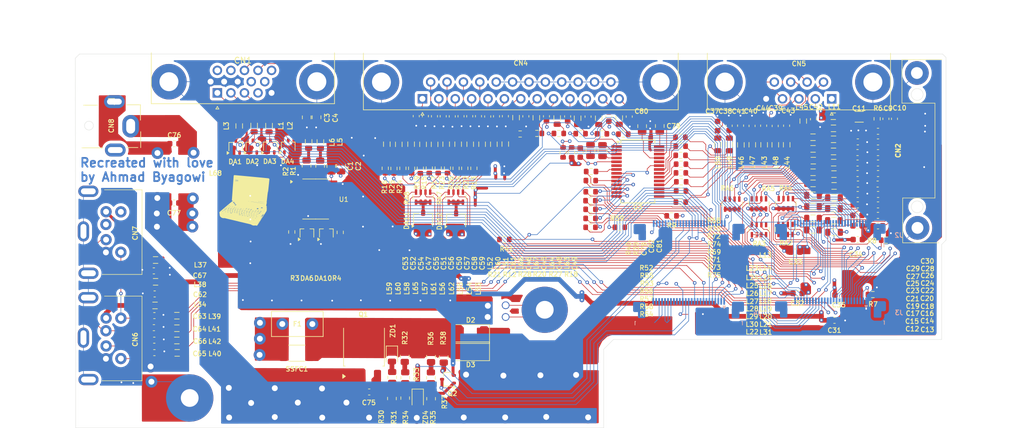
<source format=kicad_pcb>
(kicad_pcb (version 20241229) (generator "pcbnew") (generator_version "9.0")
  (title_block (title "PC110 Docking Station Board"))
  (layers (0 "F.Cu" signal "FC") (4 "In1.Cu" power "IP1") (6 "In2.Cu" power "IP2") (2 "B.Cu" signal "BC") (13 "F.Paste" user) (15 "B.Paste" user) (5 "F.SilkS" user "F.Silkscreen") (7 "B.SilkS" user "B.Silkscreen") (1 "F.Mask" user) (3 "B.Mask" user) (25 "Edge.Cuts" user))
  (net 0 "")
  (net 1 "Net-(C3-+)")
  (net 2 "Net-(C4-+)")
  (net 3 "Net-(C10--)")
  (net 4 "Net-(C12--)")
  (net 5 "GND")
  (net 6 "Net-(C13-+)")
  (net 7 "PNET2")
  (net 8 "PNET5")
  (net 9 "Net-(C14-+)")
  (net 10 "Net-(C15--)")
  (net 11 "Net-(C16-+)")
  (net 12 "Net-(C17--)")
  (net 13 "Net-(C18-+)")
  (net 14 "Net-(C19--)")
  (net 15 "Net-(C20-+)")
  (net 16 "Net-(C21--)")
  (net 17 "Net-(C22-+)")
  (net 18 "Net-(C23--)")
  (net 19 "Net-(C24-+)")
  (net 20 "Net-(C25--)")
  (net 21 "Net-(C26-+)")
  (net 22 "Net-(C27--)")
  (net 23 "Net-(C28-+)")
  (net 24 "Net-(C29--)")
  (net 25 "Net-(C30-+)")
  (net 26 "/PNET5_Q1")
  (net 27 "/FDD_PWR")
  (net 28 "Net-(C37-+)")
  (net 29 "Net-(C38-+)")
  (net 30 "Net-(C39-+)")
  (net 31 "Net-(C40-+)")
  (net 32 "Net-(C41-+)")
  (net 33 "Net-(C42--)")
  (net 34 "Net-(C43-+)")
  (net 35 "Net-(C44-+)")
  (net 36 "Net-(C45--)")
  (net 37 "Net-(C46--)")
  (net 38 "Net-(C47--)")
  (net 39 "Net-(C48--)")
  (net 40 "Net-(C49--)")
  (net 41 "Net-(C50--)")
  (net 42 "Net-(C51--)")
  (net 43 "Net-(C52--)")
  (net 44 "Net-(C53--)")
  (net 45 "Net-(C54--)")
  (net 46 "Net-(C55--)")
  (net 47 "Net-(C56--)")
  (net 48 "Net-(C57--)")
  (net 49 "Net-(C58--)")
  (net 50 "Net-(C59--)")
  (net 51 "Net-(C60--)")
  (net 52 "Net-(C61--)")
  (net 53 "Net-(C62-+)")
  (net 54 "Net-(C63--)")
  (net 55 "Net-(C64--)")
  (net 56 "Net-(C65--)")
  (net 57 "Net-(C66--)")
  (net 58 "/PWR_IN-")
  (net 59 "Net-(C75-+)")
  (net 60 "Net-(C76-+)")
  (net 61 "Net-(C76--)")
  (net 62 "Net-(C77-+)")
  (net 63 "Net-(C79--)")
  (net 64 "Net-(C79-+)")
  (net 65 "Net-(C80-+)")
  (net 66 "Net-(C81-+)")
  (net 67 "Net-(C81--)")
  (net 68 "Net-(C82--)")
  (net 70 "Net-(L1--)")
  (net 73 "Net-(L3--)")
  (net 75 "Net-(L2--)")
  (net 79 "Net-(CN4-P18)")
  (net 80 "Net-(L34-+)")
  (net 81 "Net-(L37-+)")
  (net 84 "/PWR_IN+_D")
  (net 85 "Net-(D2-A)")
  (net 86 "/VGA_RED")
  (net 87 "Net-(DA1-A)")
  (net 88 "/VGA_GREEN")
  (net 89 "/VGA_BLUE")
  (net 91 "Net-(DA10-A)")
  (net 92 "Net-(DA6-common)")
  (net 93 "Net-(DA10-common)")
  (net 94 "Net-(DA11-K)")
  (net 95 "Net-(DA12-K)")
  (net 96 "/FDC_INIT#")
  (net 97 "/M38_P16_PC110")
  (net 98 "/FDC_SLCTIIN#")
  (net 99 "/FDC_AUTOFD#")
  (net 100 "/MN195_ADCK#")
  (net 101 "/M38_P67_PC110")
  (net 102 "/R269_1_PC110")
  (net 103 "/MN195_S11")
  (net 104 "/FDC_ACK#")
  (net 105 "/MN195_IRQ1#")
  (net 106 "/MN195_VPDA#")
  (net 107 "/FDD_Bowman")
  (net 108 "/RI2#")
  (net 109 "/RTS2#")
  (net 110 "/Pluto_Dock2")
  (net 111 "DS_VCC")
  (net 112 "/DSR2#")
  (net 113 "/FDC_ERROR#")
  (net 114 "/FDC_Pluto2")
  (net 115 "/FDC_DRATE0#")
  (net 116 "/PD6")
  (net 117 "/KB_INIT4")
  (net 118 "/FDC_PE")
  (net 119 "/CTS2#")
  (net 120 "/FDD_Pluto4")
  (net 121 "/FDC_Pluto1")
  (net 122 "/KB_INIT3")
  (net 123 "/FDC_Pluto3")
  (net 124 "/FDC_STEP#")
  (net 125 "/EN_RS232")
  (net 126 "/FDC_WGATE#")
  (net 127 "/FDC_RDATA#")
  (net 128 "/PD5")
  (net 129 "/FDC_WRTPRT#")
  (net 130 "/RXD2")
  (net 131 "/FDC_SLCT")
  (net 132 "/FDC_DSKCHG#")
  (net 133 "/FDD_MOTEN")
  (net 134 "/KB_INIT2")
  (net 135 "/Pluto_Dock1")
  (net 136 "/DTR2#")
  (net 137 "/FDC_HDSEL#")
  (net 138 "/FDC_BUSY")
  (net 139 "/FDC_DRATE1#")
  (net 140 "/FDC_TRK0")
  (net 141 "/FDC_DCD2#")
  (net 142 "/FDD_DRSEL")
  (net 143 "/FDC_WDATA#")
  (net 144 "/FDC_DIR#")
  (net 145 "/KB_INIT1")
  (net 146 "/FDC_INDEX#")
  (net 147 "/PD7")
  (net 148 "/TXD2")
  (net 149 "/PD3")
  (net 150 "/M38_P46_PC110")
  (net 151 "/J13_32_PC110")
  (net 152 "/VGA_Vsync")
  (net 153 "/PD0")
  (net 154 "/J13_49_PC110")
  (net 155 "/J13_34_PC110")
  (net 156 "/PD1")
  (net 157 "/J13_35_PC110")
  (net 158 "/J13_37_PC110")
  (net 159 "/PD2")
  (net 160 "/FDC_STROBE#")
  (net 161 "/PD4")
  (net 162 "/J13_43_PC110")
  (net 163 "/Modem_RSRVD1")
  (net 164 "/VGA_Hsync")
  (net 165 "/Modem_RSRVD2")
  (net 166 "Net-(L5-+)")
  (net 167 "Net-(L6-+)")
  (net 168 "Net-(L43-+)")
  (net 169 "Net-(L44-+)")
  (net 170 "Net-(L45-+)")
  (net 171 "Net-(L46-+)")
  (net 172 "Net-(L47-+)")
  (net 173 "Net-(L48-+)")
  (net 174 "Net-(L49-+)")
  (net 175 "Net-(L50-+)")
  (net 176 "Net-(L51-+)")
  (net 177 "Net-(L52-+)")
  (net 178 "Net-(L53-+)")
  (net 179 "Net-(L54-+)")
  (net 180 "Net-(L55-+)")
  (net 181 "Net-(L56-+)")
  (net 182 "Net-(L57-+)")
  (net 183 "Net-(L58-+)")
  (net 184 "Net-(L59-+)")
  (net 185 "Net-(L60-+)")
  (net 186 "Net-(L61-+)")
  (net 187 "Net-(L62-+)")
  (net 188 "Net-(L63-+)")
  (net 189 "Net-(L64-+)")
  (net 190 "Net-(L65-+)")
  (net 191 "Net-(L66-+)")
  (net 192 "Net-(L67-+)")
  (net 193 "Net-(Q2-B)")
  (net 194 "Net-(R1-+)")
  (net 195 "Net-(R2-+)")
  (net 196 "Net-(R30--)")
  (net 197 "Net-(R32-+)")
  (net 198 "Net-(R36-+)")
  (net 199 "Net-(R41--)")
  (net 200 "/DIN1")
  (net 201 "/DIN2")
  (net 202 "/DIN3")
  (net 203 "/ROUT1")
  (net 204 "/ROUT2")
  (net 205 "/ROUT3")
  (net 206 "/ROUT4")
  (net 207 "/ROUT5")
  (net 208 "/DOUT1")
  (net 209 "/RIN2")
  (net 210 "/DOUT2")
  (net 211 "/RIN3")
  (net 212 "/DOUT3")
  (net 213 "/RIN4")
  (net 214 "/RIN1")
  (net 215 "/RIN5")
  (footprint "Inductor_SMD:L_0805_2012Metric" (layer "F.Cu") (at 191.01 85.51 90)
    (property "Reference" "L43")
    (property "Value" "680nH")
  )
  (footprint "Resistor_SMD:R_0603_1608Metric" (layer "F.Cu") (at 167.21 83.71)
    (property "Reference" "R18")
    (property "Value" "10")
  )
  (footprint "DockingStation:BarrelJack_Horizontal_PC110" (layer "F.Cu") (at 80.09 82.5)
    (property "Reference" "CN8")
    (property "Value" "BarrelJack_Horizontal_PC110")
    (fp_circle (center -3.2 -0.225) (end -2.45 -0.225) (stroke (width 0.05)) (fill no) (layer "Edge.Cuts"))
  )
  (footprint "Capacitor_SMD:C_0603_1608Metric" (layer "F.Cu") (at 145.78 80.7 90)
    (property "Reference" "C58")
    (property "Value" "200nF")
  )
  (footprint "Capacitor_SMD:C_0603_1608Metric" (layer "F.Cu") (at 206.8 90.37 180)
    (property "Reference" "C23")
    (property "Value" "280nF")
  )
  (footprint "Capacitor_SMD:C_0603_1608Metric" (layer "F.Cu") (at 206.8 88.6 180)
    (property "Reference" "C25")
    (property "Value" "280nF")
  )
  (footprint "Capacitor_SMD:C_0805_2012Metric" (layer "F.Cu") (at 170.39 82.36 90)
    (property "Reference" "C80")
    (property "Value" "360nF")
  )
  (footprint "Inductor_SMD:L_0805_2012Metric" (layer "F.Cu") (at 199.28 90.16)
    (property "Reference" "L26")
    (property "Value" "680nH")
  )
  (footprint "Capacitor_SMD:C_0603_1608Metric" (layer "F.Cu") (at 139.78 80.69 90)
    (property "Reference" "C51")
    (property "Value" "200nF")
  )
  (footprint "Inductor_SMD:L_0805_2012Metric" (layer "F.Cu") (at 159.48 81.02 90)
    (property "Reference" "L67")
    (property "Value" "680nH")
  )
  (footprint "Capacitor_SMD:C_0603_1608Metric" (layer "F.Cu") (at 188.97 82.32 90)
    (property "Reference" "C40")
    (property "Value" "200pF")
  )
  (footprint "Capacitor_SMD:C_0603_1608Metric" (layer "F.Cu") (at 206.825 93.91 180)
    (property "Reference" "C19")
    (property "Value" "280nF")
  )
  (footprint "Capacitor_SMD:C_0603_1608Metric" (layer "F.Cu") (at 206.845 85.02 180)
    (property "Reference" "C29")
    (property "Value" "280nF")
  )
  (footprint "Connector_Dsub:DSUB-15-HD_Socket_Horizontal_P2.29x1.90mm_EdgePinOffset3.03mm_Housed_MountingHolesOffset4.94mm" (layer "F.Cu") (at 98.595 76.74 180)
    (property "Reference" "CN1")
    (property "Value" "DSUB-15-HD_Socket_Horizontal_P2.29x1.90mm_EdgePinOffset3.03mm_Housed_MountingHolesOffset4.94mm")
  )
  (footprint "Capacitor_SMD:C_0805_2012Metric" (layer "F.Cu") (at 119.5 89.07 -90)
    (property "Reference" "C2")
    (property "Value" "1nF")
  )
  (footprint "Resistor_SMD:R_0603_1608Metric" (layer "F.Cu") (at 158.47 86.8 90)
    (property "Reference" "R39")
    (property "Value" "0")
  )
  (footprint "Resistor_SMD:R_0603_1608Metric" (layer "F.Cu") (at 161.655 94.96)
    (property "Reference" "R56")
    (property "Value" "0")
  )
  (footprint "Inductor_SMD:L_0805_2012Metric" (layer "F.Cu") (at 202.76 88.53)
    (property "Reference" "L16")
    (property "Value" "680nH")
  )
  (footprint "Resistor_SMD:R_0805_2012Metric" (layer "F.Cu") (at 130.34 128.33 90)
    (property "Reference" "R34")
    (property "Value" "1k")
  )
  (footprint "Inductor_SMD:L_0805_2012Metric" (layer "F.Cu") (at 199.28 92.04)
    (property "Reference" "L27")
    (property "Value" "680nH")
  )
  (footprint "Resistor_SMD:R_0805_2012Metric" (layer "F.Cu") (at 134.72 128.43 90)
    (property "Reference" "R35")
    (property "Value" "1k")
  )
  (footprint "Capacitor_SMD:C_0603_1608Metric" (layer "F.Cu") (at 87.86 106.82 180)
    (property "Reference" "C67")
    (property "Value" "250nF")
  )
  (footprint "Resistor_SMD:R_0603_1608Metric" (layer "F.Cu") (at 211.63 101.64)
    (property "Reference" "R8")
    (property "Value" "0")
  )
  (footprint "Capacitor_SMD:C_0805_2012Metric" (layer "F.Cu") (at 173.37 82.34 90)
    (property "Reference" "C79")
    (property "Value" "360nF")
  )
  (footprint "Inductor_SMD:L_0805_2012Metric" (layer "F.Cu") (at 135.31 85.44 90)
    (property "Reference" "L57")
    (property "Value" "680nH")
  )
  (footprint "Package_TO_SOT_SMD:SOT-23W" (layer "F.Cu") (at 138.9525 98.31 90)
    (property "Reference" "DA12")
    (property "Value" "DNP")
  )
  (footprint "Capacitor_SMD:C_0603_1608Metric" (layer "F.Cu") (at 206.84 95.67 180)
    (property "Reference" "C17")
    (property "Value" "280nF")
  )
  (footprint "DockingStation:PS2 Connector" (layer "F.Cu") (at 80.685 118.245)
    (property "Reference" "CN6")
    (property "Value" "PS2 Connector")
  )
  (footprint "Inductor_SMD:L_0805_2012Metric" (layer "F.Cu") (at 199.32 88.19)
    (property "Reference" "L25")
    (property "Value" "680nH")
  )
  (footprint "Capacitor_SMD:C_0603_1608Metric" (layer "F.Cu") (at 190.93 82.29 90)
    (property "Reference" "C44")
    (property "Value" "200pF")
  )
  (footprint "Capacitor_SMD:C_0805_2012Metric" (layer "F.Cu") (at 161.66 86.47 90)
    (property "Reference" "C82")
    (property "Value" "360nF")
  )
  (footprint "Package_TO_SOT_SMD:SOT-323_SC-70" (layer "F.Cu") (at 113.7325 100.45 90)
    (property "Reference" "DA6")
    (property "Value" "1W")
  )
  (footprint "Resistor_SMD:R_Array_Concave_4x0603" (layer "F.Cu") (at 194.68 95.46 90)
    (property "Reference" "RA4")
    (property "Value" "47k")
  )
  (footprint "Inductor_SMD:L_0805_2012Metric" (layer "F.Cu") (at 202.74 84.59)
    (property "Reference" "L14")
    (property "Value" "680nH")
  )
  (footprint "Resistor_SMD:R_0603_1608Metric" (layer "F.Cu") (at 163.6 83.66)
    (property "Reference" "R27")
    (property "Value" "10")
  )
  (footprint "Inductor_SMD:L_0805_2012Metric" (layer "F.Cu") (at 199.27 99.9)
    (property "Reference" "L22")
    (property "Value" "680nH")
  )
  (footprint "Inductor_SMD:L_0805_2012Metric" (layer "F.Cu") (at 199.27 95.98)
    (property "Reference" "L29")
    (property "Value" "680nH")
  )
  (footprint "Capacitor_SMD:C_0805_2012Metric" (layer "F.Cu") (at 117.85 89.1 -90)
    (property "Reference" "C1")
    (property "Value" "330nF")
  )
  (footprint "Connector_Dsub:DSUB-25_Socket_Horizontal_P2.77x2.84mm_EdgePinOffset4.94mm_Housed_MountingHolesOffset4.94mm" (layer "F.Cu") (at 133.26 77.74 180)
    (property "Reference" "CN4")
    (property "Value" "DSUB-25_Socket_Horizontal_P2.77x2.84mm_EdgePinOffset4.94mm_Housed_MountingHolesOffset4.94mm")
  )
  (footprint "Capacitor_SMD:C_0603_1608Metric" (layer "F.Cu") (at 157.8 80.72 90)
    (property "Reference" "C46")
    (property "Value" "200nF")
  )
  (footprint "Capacitor_SMD:C_0603_1608Metric" (layer "F.Cu") (at 91.32 85.33)
    (property "Reference" "C76")
    (property "Value" "10nF")
  )
  (footprint "Package_TO_SOT_SMD:SOT-323_SC-70" (layer "F.Cu") (at 137.57 125.14 180)
    (property "Reference" "Q2")
    (property "Value" "8C")
  )
  (footprint "Capacitor_SMD:C_0603_1608Metric" (layer "F.Cu") (at 142.73 80.68 90)
    (property "Reference" "C50")
    (property "Value" "200nF")
  )
  (footprint "Inductor_SMD:L_0805_2012Metric" (layer "F.Cu") (at 137.27 85.41 90)
    (property "Reference" "L61")
    (property "Value" "680nH")
  )
  (footprint "Resistor_SMD:R_0805_2012Metric" (layer "F.Cu") (at 115.97 89.1 90)
    (property "Reference" "R1")
    (property "Value" "33")
  )
  (footprint "Resistor_SMD:R_0603_1608Metric" (layer "F.Cu") (at 161.71 91.56)
    (property "Reference" "R55")
    (property "Value" "0")
  )
  (footprint "Inductor_SMD:L_0805_2012Metric" (layer "F.Cu") (at 156.03 80.98 90)
    (property "Reference" "L66")
    (property "Value" "680nH")
  )
  (footprint "Inductor_SMD:L_0805_2012Metric" (layer "F.Cu") (at 116.01 85.03 90)
    (property "Reference" "L5")
    (property "Value" "680nH")
  )
  (footprint "Resistor_SMD:R_0603_1608Metric" (layer "F.Cu") (at 161.67 96.42)
    (property "Reference" "R57")
    (property "Value" "0")
  )
  (footprint "Capacitor_SMD:C_1206_3216Metric" (layer "F.Cu") (at 207.08 80.78)
    (property "Reference" "C11")
    (property "Value" "2.5uF")
  )
  (footprint "Inductor_SMD:L_0805_2012Metric" (layer "F.Cu") (at 202.81 90.47)
    (property "Reference" "L17")
    (property "Value" "680nH")
  )
  (footprint "Inductor_SMD:L_0805_2012Metric" (layer "F.Cu") (at 185.14 85.45 90)
    (property "Reference" "L49")
    (property "Value" "680nH")
  )
  (footprint "Capacitor_SMD:C_0603_1608Metric" (layer "F.Cu") (at 210.255 85.03 180)
    (property "Reference" "C28")
    (property "Value" "82pF")
  )
  (footprint "DockingStation:logo" (layer "F.Cu") (at 103.351915 94.915131)
    (property "Reference" "G1")
    (property "Value" "LOGO" (hide yes))
  )
  (footprint "Capacitor_SMD:C_0603_1608Metric" (layer "F.Cu") (at 141.25 80.69 90)
    (property "Reference" "C56")
    (property "Value" "200nF")
  )
  (footprint "Resistor_SMD:R_0603_1608Metric" (layer "F.Cu") (at 134.41 89.46 90)
    (property "Reference" "R17")
    (property "Value" "10")
  )
  (footprint "Diode_SMD:D_0805_2012Metric" (layer "F.Cu") (at 132.46 128.49 -90)
    (property "Reference" "ZD4")
    (property "Value" "5_1")
  )
  (footprint "Inductor_SMD:L_0805_2012Metric" (layer "F.Cu") (at 114.02 85.01 90)
    (property "Reference" "L6")
    (property "Value" "680nH")
  )
  (footprint "Capacitor_SMD:C_0603_1608Metric" (layer "F.Cu") (at 154.22 80.7 90)
    (property "Reference" "C61")
    (property "Value" "200nF")
  )
  (footprint "Capacitor_SMD:C_0603_1608Metric" (layer "F.Cu") (at 206.83 101.53 180)
    (property "Reference" "C34")
    (property "Value" "280nF")
  )
  (footprint "Fuse:Fuse_Littelfuse_395Series" (layer "F.Cu") (at 109.57 115.8)
    (property "Reference" "F1")
    (property "Value" "50v x1G0 JX30")
  )
  (footprint "Resistor_SMD:R_0603_1608Metric" (layer "F.Cu") (at 147.095 101.52)
    (property "Reference" "R41")
    (property "Value" "0")
  )
  (footprint "Resistor_SMD:R_0603_1608Metric" (layer "F.Cu") (at 161.67 99.46)
    (property "Reference" "R54")
    (property "Value" "0")
  )
  (footprint "Inductor_SMD:L_0805_2012Metric" (layer "F.Cu") (at 129.26 85.44 90)
    (property "Reference" "L60")
    (property "Value" "680nH")
  )
  (footprint "Resistor_SMD:R_0603_1608Metric" (layer "F.Cu") (at 131.43 89.49 90)
    (property "Reference" "R19")
    (property "Value" "10")
  )
  (footprint "Inductor_SMD:L_0805_2012Metric" (layer "F.Cu") (at 202.81 98.33)
    (property "Reference" "L21")
    (property "Value" "680nH")
  )
  (footprint "Inductor_SMD:L_0805_2012Metric" (layer "F.Cu") (at 199.27 84.24)
    (property "Reference" "L23")
    (property "Value" "680nH")
  )
  (footprint "Capacitor_SMD:C_0603_1608Metric" (layer "F.Cu") (at 132.21 80.67 90)
    (property "Reference" "C53")
    (property "Value" "200nF")
  )
  (footprint "Resistor_SMD:R_0603_1608Metric" (layer "F.Cu") (at 176.94 90.26)
    (property "Reference" "R69")
    (property "Value" "0")
  )
  (footprint "Resistor_SMD:R_0805_2012Metric" (layer "F.Cu") (at 130.27 121.29 90)
    (property "Reference" "R32")
    (property "Value" "1k")
  )
  (footprint "Inductor_SMD:L_0805_2012Metric" (layer "F.Cu") (at 166.52 80.98 90)
    (property "Reference" "L63")
    (property "Value" "680nH")
  )
  (footprint "Capacitor_SMD:C_0603_1608Metric" (layer "F.Cu") (at 206.795 99.21 180)
    (property "Reference" "C12")
    (property "Value" "280nF")
  )
  (footprint "Resistor_SMD:R_0603_1608Metric" (layer "F.Cu") (at 126.97 89.49 90)
    (property "Reference" "R16")
    (property "Value" "10")
  )
  (footprint "Inductor_SMD:L_0805_2012Metric" (layer "F.Cu") (at 199.27 97.94)
    (property "Reference" "L30")
    (property "Value" "680nH")
  )
  (footprint "Inductor_SMD:L_0805_2012Metric" (layer "F.Cu") (at 192.9 85.51 90)
    (property "Reference" "L48")
    (property "Value" "680nH")
  )
  (footprint "Package_TO_SOT_SMD:SOT-323_SC-70" (layer "F.Cu") (at 110.57 85.79 90)
    (property "Reference" "DA4")
    (property "Value" "1W")
  )
  (footprint "Inductor_SMD:L_0805_2012Metric" (layer "F.Cu") (at 91.75 118.59)
    (property "Reference" "L42")
    (property "Value" "680nH")
  )
  (footprint "Capacitor_SMD:C_0603_1608Metric" (layer "F.Cu") (at 213.04 81.125 90)
    (property "Reference" "C10")
    (property "Value" "1nF")
  )
  (footprint "Resistor_SMD:R_0603_1608Metric" (layer "F.Cu") (at 111.17 100.25 90)
    (property "Reference" "R3")
    (property "Value" "33")
  )
  (footprint "Resistor_SMD:R_0603_1608Metric" (layer "F.Cu") (at 156.31 83.6)
    (property "Reference" "R28")
    (property "Value" "10")
  )
  (footprint "Package_TO_SOT_SMD:SOT-323_SC-70" (layer "F.Cu") (at 117.02 100.45 90)
    (property "Reference" "DA10")
    (property "Value" "1W")
  )
  (footprint "Capacitor_SMD:C_0805_2012Metric" (layer "F.Cu") (at 163.69 86.5 90)
    (property "Reference" "C81")
    (property "Value" "360nF")
  )
  (footprint "Resistor_SMD:R_0603_1608Metric" (layer "F.Cu") (at 176.9 85.75)
    (property "Reference" "R70")
    (property "Value" "0")
  )
  (footprint "Resistor_SMD:R_0603_1608Metric" (layer "F.Cu") (at 141.95 89.49 90)
    (property "Reference" "R13")
    (property "Value" "10")
  )
  (footprint "Package_SO:SSOP-28_5.3x10.2mm_P0.65mm" (layer "F.Cu") (at 169.66 90.01)
    (property "Reference" "U3")
    (property "Value" "DS14C535MSA")
  )
  (footprint "Resistor_SMD:R_0805_2012Metric" (layer "F.Cu") (at 134.69 124.89 90)
    (property "Reference" "R37")
    (property "Value" "1k")
  )
  (footprint "Capacitor_SMD:C_0603_1608Metric" (layer "F.Cu") (at 187.03 82.28 90)
    (property "Reference" "C41")
    (property "Value" "200pF")
  )
  (footprint "DockingStation:FDC_Connector" (layer "F.Cu") (at 217.78 86.63)
    (property "Reference" "CN2")
    (property "Value" "FDC_Connector")
    (fp_circle (center -0.9 -9.625) (end 0.1 -9.625) (stroke (width 0.05)) (fill no) (layer "Edge.Cuts"))
    (fp_circle (center -0.9 9.375) (end 0.1 9.375) (stroke (width 0.05)) (fill no) (layer "Edge.Cuts"))
  )
  (footprint "Inductor_SMD:L_0805_2012Metric" (layer "F.Cu") (at 139.29 85.41 90)
    (property "Reference" "L56")
    (property "Value" "680nH")
  )
  (footprint "Resistor_SMD:R_Array_Concave_4x0603" (layer "F.Cu") (at 138.9 94.37 90)
    (property "Reference" "RA7")
    (property "Value" "DNP")
  )
  (footprint "Package_TO_SOT_SMD:TO-252-2" (layer "F.Cu") (at 123.38 119.61 90)
    (property "Reference" "Q1")
    (property "Value" "3P4J")
  )
  (footprint "Resistor_SMD:R_Array_Concave_4x0603" (layer "F.Cu") (at 190.14 99.85 90)
    (property "Reference" "RA3")
    (property "Value" "47k")
  )
  (footprint "Resistor_SMD:R_0603_1608Metric" (layer "F.Cu") (at 159.99 83.63)
    (property "Reference" "R20")
    (property "Value" "10")
  )
  (footprint "Capacitor_SMD:C_0603_1608Metric" (layer "F.Cu") (at 138.3 80.71 90)
    (property "Reference" "C55")
    (property "Value" "200nF")
  )
  (footprint "Capacitor_SMD:C_0603_1608Metric" (layer "F.Cu") (at 206.795 86.83 180)
    (property "Reference" "C27")
    (property "Value" "280nF")
  )
  (footprint "Capacitor_SMD:C_0603_1608Metric" (layer "F.Cu") (at 159.93 86.84 90)
    (property "Reference" "C78")
    (property "Value" "250nF")
  )
  (footprint "Package_TO_SOT_SMD:SOT-23W" (layer "F.Cu") (at 133.38 98.22 90)
    (property "Reference" "DA11")
    (property "Value" "DNP")
  )
  (footprint "Capacitor_SMD:C_0603_1608Metric" (layer "F.Cu") (at 210.255 88.6 180)
    (property "Reference" "C24")
    (property "Value" "82pF")
  )
  (footprint "Resistor_SMD:R_0805_2012Metric" (layer "F.Cu") (at 113.67 89.07 90)
    (property "Reference" "R2")
    (property "Value" "33")
  )
  (footprint "Resistor_SMD:R_0603_1608Metric" (layer "F.Cu") (at 129.95 89.49 90)
    (property "Reference" "R24")
    (property "Value" "10")
  )
  (footprint "Resistor_SMD:R_0603_1608Metric" (layer "F.Cu") (at 128.44 89.52 90)
    (property "Reference" "R25")
    (property "Value" "10")
  )
  (footprint "Capacitor_SMD:C_0603_1608Metric" (layer "F.Cu") (at 196.26 103.65 180)
    (property "Reference" "C33")
    (property "Value" "330nF")
  )
  (footprint "Inductor_SMD:L_0805_2012Metric" (layer "F.Cu") (at 88.06 112.67)
    (property "Reference" "L34")
    (property "Value" "300nH")
  )
  (footprint "Capacitor_SMD:C_0603_1608Metric" (layer "F.Cu") (at 133.75 80.67 90)
    (property "Reference" "C52")
    (property "Value" "200nF")
  )
  (footprint "Capacitor_SMD:C_0603_1608Metric" (layer "F.Cu") (at 211.59 81.125 90)
    (property "Reference" "C9")
    (property "Value" "280nF")
  )
  (footprint "Diode_SMD:D_0805_2012Metric" (layer "F.Cu") (at 128.1 121.21 -90)
    (property "Reference" "ZD1")
    (property "Value" "18-")
  )
  (footprint "Inductor_SMD:L_0805_2012Metric" (layer "F.Cu") (at 102.29 82.3325 90)
    (property "Reference" "L3")
    (property "Value" "300nH")
  )
  (footprint "Resistor_SMD:R_Array_Concave_4x0603" (layer "F.Cu") (at 194.62 99.82 90)
    (property "Reference" "RA2")
    (property "Value" "47k")
  )
  (footprint "Inductor_SMD:L_0805_2012Metric" (layer "F.Cu") (at 149.08 80.92 90)
    (property "Reference" "L52")
    (property "Value" "680nH")
  )
  (footprint "Resistor_SMD:R_0603_1608Metric" (layer "F.Cu") (at 161.69 93.45)
    (property "Reference" "R53")
    (property "Value" "0")
  )
  (footprint "Diode_SMD:D_2010_5025Metric" (layer "F.Cu") (at 141.41 120.42 180)
    (property "Reference" "D3")
    (property "Value" "s.3 5J")
  )
  (footprint "Resistor_SMD:R_0805_2012Metric" (layer "F.Cu") (at 136.86 121.4 90)
    (property "Reference" "R38")
    (property "Value" "0")
  )
  (footprint "Inductor_SMD:L_0805_2012Metric" (layer "F.Cu") (at 152.51 80.95 90)
    (property "Reference" "L51")
    (property "Value" "680nH")
  )
  (footprint "Capacitor_SMD:C_0603_1608Metric" (layer "F.Cu") (at 168.21 80.75 90)
    (property "Reference" "C49")
    (property "Value" "200nF")
  )
  (footprint "Package_TO_SOT_SMD:SOT-323_SC-70" (layer "F.Cu") (at 101.7025 85.84 90)
    (property "Reference" "DA1")
    (property "Value" "1W")
  )
  (footprint "Capacitor_SMD:C_0603_1608Metric" (layer "F.Cu") (at 210.255 86.84 180)
    (property "Reference" "C26")
    (property "Value" "82pF")
  )
  (footprint "Capacitor_SMD:C_0603_1608Metric" (layer "F.Cu") (at 150.73 80.7 90)
    (property "Reference" "C60")
    (property "Value" "200nF")
  )
  (footprint "Capacitor_SMD:C_0603_1608Metric" (layer "F.Cu") (at 206.865 92.15 180)
    (property "Reference" "C21")
    (property "Value" "280nF")
  )
  (footprint "Capacitor_SMD:C_0603_1608Metric" (layer "F.Cu") (at 147.27 80.68 90)
    (property "Reference" "C59")
    (property "Value" "200nF")
  )
  (footprint "Resistor_SMD:R_0603_1608Metric" (layer "F.Cu") (at 135.92 89.46 90)
    (property "Reference" "R23")
    (property "Value" "10")
  )
  (footprint "Capacitor_SMD:C_0603_1608Metric" (layer "F.Cu") (at 210.245 97.44 180)
    (property "Reference" "C14")
    (property "Value" "82pF")
  )
  (footprint "Inductor_SMD:L_0805_2012Metric" (layer "F.Cu") (at 202.73 82.74)
    (property "Reference" "L13")
    (property "Value" "680nH")
  )
  (footprint "Resistor_SMD:R_0805_2012Metric" (layer "F.Cu") (at 128.14 124.83 90)
    (property "Reference" "R30")
    (property "Value" "1k")
  )
  (footprint "Capacitor_SMD:C_0603_1608Metric" (layer "F.Cu") (at 144.29 80.73 90)
    (property "Reference" "C57")
    (property "Value" "200nF")
  )
  (footprint "Capacitor_SMD:C_0603_1608Metric" (layer "F.Cu") (at 161.25 80.75 90)
    (property "Reference" "C45")
    (property "Value" "200nF")
  )
  (footprint "Inductor_SMD:L_0805_2012Metric" (layer "F.Cu") (at 199.28 86.21)
    (property "Reference" "L24")
    (property "Value" "680nH")
  )
  (footprint "Capacitor_SMD:C_0805_2012Metric" (layer "F.Cu") (at 113.69 80.88 -90)
    (property "Reference" "C3")
    (property "Value" "200pF")
  )
  (footprint "Resistor_SMD:R_0603_1608Metric" (layer "F.Cu") (at 166.62 99.46)
    (property "Reference" "R59")
    (property "Value" "0")
  )
  (footprint "Resistor_SMD:R_Array_Concave_4x0603" (layer "F.Cu") (at 185.61 95.55 90)
    (property "Reference" "RA6")
    (property "Value" "470k")
  )
  (footprint "Capacitor_SMD:C_0603_1608Metric" (layer "F.Cu") (at 87.93 118.54 180)
    (property "Reference" "C66")
    (property "Value" "200pF")
  )
  (footprint "Resistor_SMD:R_0603_1608Metric" (layer "F.Cu") (at 138.94 89.49 90)
    (property "Reference" "R14")
    (property "Value" "10")
  )
  (footprint "Capacitor_SMD:C_0603_1608Metric" (layer "F.Cu") (at 87.95 114.39 180)
    (property "Reference" "C63")
    (property "Value" "200pF")
  )
  (footprint "Resistor_SMD:R_0603_1608Metric" (layer "F.Cu") (at 176.93 95.21)
    (property "Reference" "R75")
    (property "Value" "0")
  )
  (footprint "Capacitor_SMD:C_0603_1608Metric" (layer "F.Cu") (at 210.255 83.23 180)
    (property "Reference" "C30")
    (property "Value" "82pF")
  )
  (footprint "Resistor_SMD:R_0603_1608Metric" (layer "F.Cu") (at 149.77 83.69)
    (property "Reference" "R21")
    (property "Value" "10")
  )
  (footprint "Capacitor_SMD:C_0603_1608Metric" (layer "F.Cu") (at 87.87 116.43 180)
    (property "Reference" "C64")
    (property "Value" "200pF")
  )
  (footprint "Inductor_SMD:L_0805_2012Metric" (layer "F.Cu") (at 202.83 92.47)
    (property "Reference" "L18")
    (property "Value" "680nH")
  )
  (footprint "Inductor_SMD:L_0805_2012Metric" (layer "F.Cu") (at 202.83 100.3)
    (property "Reference" "L31")
    (property "Value" "680nH")
  )
  (footprint "Capacitor_SMD:C_0603_1608Metric" (layer "F.Cu") (at 210.255 95.67 180)
    (property "Reference" "C16")
    (property "Value" "82pF")
  )
  (footprint "Capacitor_SMD:C_0603_1608Metric" (layer "F.Cu") (at 206.775 97.44 180)
    (property "Reference" "C15")
    (property "Value" "280nF")
  )
  (footprint "Package_TO_SOT_SMD:SOT-323_SC-70" (layer "F.Cu") (at 104.61 85.81 90)
    (property "Reference" "DA2")
    (property "Value" "1W")
  )
  (footprint "Capacitor_SMD:C_0603_1608Metric" (layer "F.Cu") (at 210.265 93.91 180)
    (property "Reference" "C18")
    (property "Value" "82pF")
  )
  (footprint "Diode_SMD:D_2010_5025Metric" (layer "F.Cu") (at 141.41 117.5 180)
    (property "Reference" "D2")
    (property "Value" "s.3 5J")
  )
  (footprint "Capacitor_SMD:C_0603_1608Metric" (layer "F.Cu") (at 196.66 110.63 180)
    (property "Reference" "C32")
    (property "Value" "280nF")
  )
  (footprint "Capacitor_SMD:C_0603_1608Metric" (layer "F.Cu") (at 124.26 127.29 180)
    (property "Reference" "C75")
    (property "Value" "150nF")
  )
  (footprint "Resistor_SMD:R_0603_1608Metric" (layer "F.Cu") (at 132.9 89.49 90)
    (property "Reference" "R15")
    (property "Value" "10")
  )
  (footprint "Capacitor_SMD:C_0805_2012Metric" (layer "F.Cu") (at 115.36 80.86 -90)
    (property "Reference" "C4")
    (property "Value" "200pF")
  )
  (footprint "Capacitor_SMD:C_0603_1608Metric" (layer "F.Cu") (at 210.255 99.21 180)
    (property "Reference" "C13")
    (property "Value" "82pF")
  )
  (footprint "Connector_Dsub:DSUB-9_Pins_Horizontal_P2.77x2.84mm_EdgePinOffset4.94mm_Housed_MountingHolesOffset4.94mm" (layer "F.Cu") (at 202.43 77.75 180)
    (property "Reference" "CN5")
    (property "Value" "DSUB-9_Pins_Horizontal_P2.77x2.84mm_EdgePinOffset4.94mm_Housed_MountingHolesOffset4.94mm")
  )
  (footprint "Resistor_SMD:R_Array_Concave_4x0603" (layer "F.Cu") (at 133.37 94.37 90)
    (property "Reference" "RA8")
    (property "Value" "DNP")
  )
  (footprint "Inductor_SMD:L_0805_2012Metric" (layer "F.Cu") (at 202.82 94.46)
    (property "Reference" "L19")
    (property "Value" "680nH")
  )
  (footprint "Inductor_SMD:L_0805_2012Metric" (layer "F.Cu") (at 202.74 86.64)
    (property "Reference" "L15")
    (property "Value" "680nH")
  )
  (footprint "Capacitor_SMD:C_0603_1608Metric" (layer "F.Cu") (at 210.26 90.38 180)
    (property "Reference" "C22")
    (property "Value" "82pF")
  )
  (footprint "Capacitor_SMD:C_0603_1608Metric" (layer "F.Cu") (at 202.9 115.18 180)
    (property "Reference" "C31")
    (property "Value" "280nF")
  )
  (footprint "Resistor_SMD:R_0603_1608Metric" (layer "F.Cu") (at 176.86 84.24)
    (property "Reference" "R68")
    (property "Value" "0")
  )
  (footprint "Capacitor_SMD:C_0603_1608Metric" (layer "F.Cu") (at 210.195 92.15 180)
    (property "Reference" "C20")
    (property "Value" "82pF")
  )
  (footprint "Inductor_SMD:L_0805_2012Metric" (layer "F.Cu") (at 141.33 85.42 90)
    (property "Reference" "L62")
    (property "Value" "680nH")
  )
  (footprint "Resistor_SMD:R_0805_2012Metric" (layer "F.Cu") (at 134.71 121.32 90)
    (property "Reference" "R36")
    (property "Value" "1k")
  )
  (footprint "Inductor_SMD:L_0805_2012Metric" (layer "F.Cu") (at 194.82 85.51 90)
    (property "Reference" "L44")
    (property "Value" "680nH")
  )
  (footprint "Inductor_SMD:L_0805_2012Metric" (layer "F.Cu") (at 202.7 80.68)
    (property "Reference" "L11")
    (property "Value" "680nH")
  )
  (footprint "Inductor_SMD:L_0805_2012Metric" (layer "F.Cu") (at 189.01 85.51 90)
    (property "Reference" "L47")
    (property "Value" "680nH")
  )
  (footprint "Resistor_SMD:R_0603_1608Metric" (layer "F.Cu") (at 176.97 93.33)
    (property "Reference" "R73")
    (property "Value" "0")
  )
  (footprint "Inductor_SMD:L_0805_2012Metric" (layer "F.Cu") (at 104.81 82.25 90)
    (property "Reference" "L1")
    (property "Value" "300nH")
  )
  (footprint "Resistor_SMD:R_0603_1608Metric" (layer "F.Cu") (at 176.96 88.79)
    (property "Reference" "R74")
    (property "Value" "0")
  )
  (footprint "Inductor_SMD:L_0805_2012Metric" (layer "F.Cu") (at 147.26 85.39 90)
    (property "Reference" "L53")
    (property "Value" "680nH")
  )
  (footprint "Inductor_SMD:L_0805_2012Metric" (layer "F.Cu") (at 88.15 108.68)
    (property "Reference" "L38")
    (property "Value" "300nH")
  )
  (footprint "Resistor_SMD:R_0603_1608Metric" (layer "F.Cu") (at 152.61 83.59)
    (property "Reference" "R12")
    (property "Value" "10")
  )
  (footprint "Capacitor_SMD:C_0603_1608Metric" (layer "F.Cu") (at 185.1 82.3 90)
    (property "Reference" "C38")
    (property "Value" "200pF")
  )
  (footprint "Resistor_SMD:R_0805_2012Metric" (layer "F.Cu") (at 128.1 128.4 90)
    (property "Reference" "R31")
    (property "Value" "1k")
  )
  (footprint "Resistor_SMD:R_0603_1608Metric" (layer "F.Cu") (at 119.36 100.32 90)
    (property "Reference" "R4")
    (property "Value" "33")
  )
  (footprint "Inductor_SMD:L_0805_2012Metric" (layer "F.Cu") (at 143.34 85.42 90)
    (property "Reference" "L55")
    (property "Value" "680nH")
  )
  (footprint "Inductor_SMD:L_0805_2012Metric" (layer "F.Cu") (at 145.33 85.42 90)
    (property "Reference" "L54")
    (property "Value" "680nH")
  )
  (footprint "Capacitor_SMD:C_0603_1608Metric" (layer "F.Cu") (at 194.81 82.29 90)
    (property "Reference" "C43")
    (property "Value" "200pF")
  )
  (footprint "Resistor_SMD:R_0603_1608Metric" (layer "F.Cu") (at 161.67 97.96)
    (property "Reference" "R58")
    (property "Value" "0")
  )
  (footprint "Capacitor_SMD:C_0603_1608Metric" (layer "F.Cu") (at 183.14 82.34 90)
    (property "Reference" "C37")
    (property "Value" "200pF")
  )
  (footprint "Resistor_SMD:R_0603_1608Metric" (layer "F.Cu") (at 140.41 89.49 90)
    (property "Reference" "R22")
    (property "Value" "10")
  )
  (footprint "Capacitor_SMD:C_0603_1608Metric" (layer "F.Cu") (at 88 110.72 180)
    (property "Reference" "C62")
    (property "Value" "250nF")
  )
  (footprint "Package_SO:SSOP-20_4.4x6.5mm_P0.65mm" (layer "F.Cu") (at 115.21 94.68)
    (property "Reference" "U1")
    (property "Value" "74VHCT244")
  )
  (footprint "Capacitor_SMD:C_0603_1608Metric" (layer "F.Cu") (at 136.77 80.69 90)
    (property "Reference" "C47")
    (property "Value" "200nF")
  )
  (footprint "Resistor_SMD:R_0603_1608Metric" (layer "F.Cu") (at 161.76 90.03)
    (property "Reference" "R52")
    (property "Value" "0")
  )
  (footprint "Inductor_SMD:L_0805_2012Metric" (layer "F.Cu") (at 91.75 116.52)
    (property "Reference" "L41")
    (property "Value" "680nH")
  )
  (footprint "Inductor_SMD:L_0805_2012Metric" (layer "F.Cu") (at 202.81 96.31)
    (property "Reference" "L20")
    (property "Value" "680nH")
  )
  (footprint "Inductor_SMD:L_0805_2012Metric" (layer "F.Cu") (at 91.8 120.69)
    (property "Reference" "L40")
    (property "Value" "680nH")
  )
  (footprint "Resistor_SMD:R_0603_1608Metric" (layer "F.Cu") (at 209.39 110.83)
    (property "Reference" "R7")
    (property "Value" "0")
  )
  (footprint "Inductor_SMD:L_0805_2012Metric" (layer "F.Cu") (at 91.75 114.4)
    (property "Reference" "L39")
    (property "Value" "680nH")
  )
  (footprint "Resistor_SMD:R_0603_1608Metric" (layer "F.Cu") (at 137.49 89.46 90)
    (property "Reference" "R26")
    (property "Value" "10")
  )
  (footprint "Inductor_SMD:L_0805_2012Metric" (layer "F.Cu") (at 199.27 94.05)
    (property "Reference" "L28")
    (property "Value" "680nH")
  )
  (footprint "Capacitor_SMD:C_0603_1608Metric" (layer "F.Cu") (at 199.35 81.19 90)
    (property "Reference" "C42")
    (property "Value" "200pF")
  )
  (footprint "Inductor_SMD:L_0805_2012Metric" (layer "F.Cu") (at 197.62 81.5 90)
    (property "Reference" "L45")
    (property "Value" "680nH")
  )
  (footprint "DockingStation:PS2 Connector" (layer "F.Cu") (at 80.685 100.275)
    (property "Reference" "CN7")
    (property "Value" "PS2 Connector")
  )
  (footprint "Inductor_SMD:L_0805_2012Metric" (layer "F.Cu") (at 131.34 85.41 90)
    (property "Reference" "L58")
    (property "Value" "680nH")
  )
  (footprint "DockingStation:EMI_Transformer" (layer "F.Cu") (at 91.37 90.56)
    (property "Reference" "L68")
    (property "Value" "EMI_Transformer")
  )
  (footprint "Inductor_SMD:L_0805_2012Metric" (layer "F.Cu") (at 183.18 85.45 90)
    (property "Reference" "L50")
    (property "Value" "680nH")
  )
  (footprint "Inductor_SMD:L_0805_2012Metric" (layer "F.Cu") (at 107.33 82.27 90)
    (property "Reference" "L2")
    (property "Value" "300nH")
  )
  (footprint "Capacitor_SMD:C_0603_1608Metric" (layer "F.Cu") (at 87.95 120.65 180)
    (property "Reference" "C65")
    (property "Value" "200pF")
  )
  (footprint "Inductor_SMD:L_0805_2012Metric" (layer "F.Cu") (at 163.05 81.02 90)
    (property "Reference" "L64")
    (property "Value" "680nH")
  )
  (footprint "Inductor_SMD:L_0805_2012Metric" (layer "F.Cu") (at 187.08 85.53 90)
    (property "Reference" "L46")
    (property "Value" "680nH")
  )
  (footprint "Resistor_SMD:R_0603_1608Metric" (layer "F.Cu") (at 175.37 97.52)
    (property "Reference" "R9")
    (property "Value" "470k")
  )
  (footprint "Resistor_SMD:R_Array_Concave_4x0603" (layer "F.Cu") (at 190.13 95.5 90)
    (property "Reference" "RA5")
    (property "Value" "470k")
  )
  (footprint "Capacitor_SMD:C_0603_1608Metric" (layer "F.Cu") (at 135.29 80.69 90)
    (property "Reference" "C54")
    (property "Value" "200nF")
  )
  (footprint "Resistor_SMD:R_0603_1608Metric" (layer "F.Cu") (at 157.03 86.81 90)
    (property "Reference" "R40")
    (property "Value" "DNP")
  )
  (footprint "Capacitor_SMD:C_0603_1608Metric" (layer "F.Cu") (at 164.76 80.75 90)
    (property "Reference" "C48")
    (property "Value" "200nF")
  )
  (footprint "Resistor_SMD:R_0603_1608Metric" (layer "F.Cu") (at 177 91.77)
    (property "Reference" "R71")
    (property "Value" "0")
  )
  (footprint "Resistor_SMD:R_0603_1608Metric" (layer "F.Cu") (at 176.89 87.3)
    (property "Reference" "R72")
    (property "Value" "0")
  )
  (footprint "Inductor_SMD:L_0805_2012Metric" (layer "F.Cu") (at 127.24 85.41 90)
    (property "Reference" "L59")
    (property "Value" "680nH")
  )
  (footprint "Fuse:Fuse_2010_5025Metric" (layer "F.Cu") (at 112.03 120.74)
    (property "Reference" "SSFC1")
    (property "Value" "Fuse_2010_5025Metric")
  )
  (footprint "Resistor_SMD:R_0603_1608Metric" (layer "F.Cu") (at 210.11 81.125 90)
    (property "Reference" "R6")
    (property "Value" "470k")
  )
  (footprint "Inductor_SMD:L_0805_2012Metric" (layer "F.Cu") (at 133.36 85.44 90)
    (property "Reference" "L65")
    (property "Value" "680nH")
  )
  (footprint "Package_TO_SOT_SMD:SOT-323_SC-70" (layer "F.Cu") (at 107.56 85.79 90)
    (property "Reference" "DA3")
    (property "Value" "1W")
  )
  (footprint "Inductor_SMD:L_0805_2012Metric" (layer "F.Cu") (at 88.15 104.99)
    (property "Reference" "L37")
    (property "Value" "300nH")
  )
  (footprint "Capacitor_SMD:C_0603_1608Metric" (layer "F.Cu") (at 203.75 110.9 180)
    (property "Reference" "C35")
    (property "Value" "280nF")
  )
  (footprint "Capacitor_SMD:C_0603_1608Metric" (layer "F.Cu") (at 192.88 82.33 90)
    (property "Reference" "C39")
    (property "Value" "200pF")
  )
  (footprint "Capacitor_SMD:C_0603_1608Metric" (layer "F.Cu") (at 91.3 95.35 180)
    (property "Reference" "C77")
    (property "Value" "10nF")
  )
  (footprint "Resistor_SMD:R_0805_2012Metric" (layer "F.Cu") (at 130.35 124.88 90)
    (property "Reference" "R33")
    (property "Value" "1k")
  )
  (footprint "DockingStation:25-1MP_P0.5mm_Horizontal_PC110_dock" (layer "B.Cu") (at 202.19 100.15 180)
    (property "Reference" "J2")
    (property "Value" "25-1MP_P0.5mm_Horizontal")
  )
  (footprint "DockingStation:25-1MP_P0.5mm_Horizontal_PC110_dock" (layer "B.Cu") (at 178.35 100.175 180)
    (property "Reference" "J1")
    (property "Value" "25-1MP_P0.5mm_Horizontal")
  )
  (footprint "DockingStation:25-1MP_P0.5mm_Horizontal_PC110_dock" (layer "B.Cu") (at 178.26 113.335 180)
    (property "Reference" "J4")
    (property "Value" "25-1MP_P0.5mm_Horizontal")
  )
  (footprint "DockingStation:25-1MP_P0.5mm_Horizontal_PC110_dock" (layer "B.Cu") (at 202.25 113.24 180)
    (property "Reference" "J3")
    (property "Value" "25-1MP_P0.5mm_Horizontal")
  )
  (gr_line (start 221.75 101.63) (end 221.75 70.75) (stroke (width 0.05)) (layer "Edge.Cuts"))
  (gr_line (start 75.3 70.17) (end 221.17 70.17) (stroke (width 0.05)) (layer "Edge.Cuts"))
  (gr_line (start 74.65 133.37) (end 163.91 133.37) (stroke (width 0.05)) (layer "Edge.Cuts"))
  (gr_line (start 163.91 133.37) (end 163.91 120.05) (stroke (width 0.05)) (layer "Edge.Cuts"))
  (gr_line (start 74.6 70.87) (end 75.3 70.17) (stroke (width 0.05)) (layer "Edge.Cuts"))
  (gr_line (start 221.03 118.42) (end 221.03 102.35) (stroke (width 0.05)) (layer "Edge.Cuts"))
  (gr_line (start 221.17 70.17) (end 221.75 70.75) (stroke (width 0.05)) (layer "Edge.Cuts"))
  (gr_line (start 163.91 120.05) (end 165.54 118.42) (stroke (width 0.05)) (layer "Edge.Cuts"))
  (gr_line (start 221.03 102.35) (end 221.75 101.63) (stroke (width 0.05)) (layer "Edge.Cuts"))
  (gr_line (start 74.6 70.87) (end 74.65 133.37) (stroke (width 0.05)) (layer "Edge.Cuts"))
  (gr_line (start 165.54 118.42) (end 221.03 118.42) (stroke (width 0.05)) (layer "Edge.Cuts"))
  (gr_text "Recreated with love\nby Ahmad Byagowi" (at 75.23 91.84 0) (layer "B.Cu") (effects (font (size 1.5 1.5) (thickness 0.3) (bold yes)) (justify left bottom)))
  (segment (start 115.3725 103.635) (end 115.4275 103.69) (width 0.1) (layer "F.Cu") (net 0))
  (segment (start 153.17 112.64) (end 153.93 113.4) (width 0.1) (layer "F.Cu") (net 0))
  (segment (start 113.745 103.62) (end 113.76 103.635) (width 0.1) (layer "F.Cu") (net 0))
  (segment (start 116.7275 103.69) (end 118.4375 103.69) (width 0.3) (layer "F.Cu") (net 0))
  (segment (start 112.2075 103.62) (end 113.745 103.62) (width 0.3) (layer "F.Cu") (net 0))
  (segment (start 152.71 114.62) (end 153.93 113.4) (width 0.1) (layer "F.Cu") (net 0))
  (segment (start 147.32 114.62) (end 152.71 114.62) (width 0.1) (layer "F.Cu") (net 0))
  (segment (start 118.4375 103.69) (end 118.4675 103.66) (width 0.1) (layer "F.Cu") (net 0))
  (segment (start 113.76 103.635) (end 115.3725 103.635) (width 0.3) (layer "F.Cu") (net 0))
  (segment (start 147.32 112.64) (end 153.17 112.64) (width 0.1) (layer "F.Cu") (net 0))
  (via (at 153.93 113.4) (size 7.8) (drill 3) (layers "F.Cu" "B.Cu") (net 0))
  (via (at 147.32 112.64) (size 1.3) (drill 1) (layers "F.Cu" "B.Cu") (net 0))
  (via (at 147.32 114.62) (size 1.3) (drill 1) (layers "F.Cu" "B.Cu") (net 0))
  (segment (start 112.52 81.1) (end 112.52 82.91) (width 0.1) (layer "F.Cu") (net 1))
  (segment (start 113.69 79.34) (end 109.8 75.45) (width 0.1) (layer "F.Cu") (net 1))
  (segment (start 108.65 71.81) (end 106.595 71.81) (width 0.1) (layer "F.Cu") (net 1))
  (segment (start 113.69 79.93) (end 112.52 81.1) (width 0.1) (layer "F.Cu") (net 1))
  (segment (start 112.52 82.91) (end 113.5575 83.9475) (width 0.1) (layer "F.Cu") (net 1))
  (segment (start 113.5575 83.9475) (end 114.02 83.9475) (width 0.1) (layer "F.Cu") (net 1))
  (segment (start 109.8 75.45) (end 109.8 72.96) (width 0.1) (layer "F.Cu") (net 1))
  (segment (start 113.69 79.93) (end 113.69 79.34) (width 0.1) (layer "F.Cu") (net 1))
  (segment (start 106.595 71.81) (end 105.465 72.94) (width 0.1) (layer "F.Cu") (net 1))
  (segment (start 109.8 72.96) (end 108.65 71.81) (width 0.1) (layer "F.Cu") (net 1))
  (segment (start 116.01 83.86) (end 116.48 83.39) (width 0.1) (layer "F.Cu") (net 2))
  (segment (start 116.48 81.33) (end 116.49 81.32) (width 0.1) (layer "F.Cu") (net 2))
  (segment (start 110.5 72.73) (end 109.16 71.39) (width 0.1) (layer "F.Cu") (net 2))
  (segment (start 109.16 71.39) (end 104.56 71.39) (width 0.1) (layer "F.Cu") (net 2))
  (segment (start 116.01 83.9675) (end 116.01 83.86) (width 0.1) (layer "F.Cu") (net 2))
  (segment (start 116.49 81.32) (end 116.49 81.04) (width 0.1) (layer "F.Cu") (net 2))
  (segment (start 104.56 71.39) (end 103.175 72.775) (width 0.1) (layer "F.Cu") (net 2))
  (segment (start 103.175 72.775) (end 103.175 72.94) (width 0.1) (layer "F.Cu") (net 2))
  (segment (start 116.48 83.39) (end 116.48 81.33) (width 0.1) (layer "F.Cu") (net 2))
  (segment (start 115.36 79.91) (end 110.5 75.05) (width 0.1) (layer "F.Cu") (net 2))
  (segment (start 116.49 81.04) (end 115.36 79.91) (width 0.1) (layer "F.Cu") (net 2))
  (segment (start 110.5 75.05) (end 110.5 72.73) (width 0.1) (layer "F.Cu") (net 2))
  (segment (start 219.45 79.56) (end 218.76 78.87) (width 0.3) (layer "F.Cu") (net 3))
  (segment (start 203.7625 79.4075) (end 203.7625 80.68) (width 0.3) (layer "F.Cu") (net 3))
  (segment (start 219.45 83.88) (end 218.55 84.78) (width 0.3) (layer "F.Cu") (net 3))
  (segment (start 213.04 78.87) (end 211.53 78.87) (width 0.3) (layer "F.Cu") (net 3))
  (segment (start 211.59 80.345) (end 211.59 78.93) (width 0.3) (layer "F.Cu") (net 3))
  (segment (start 211.59 78.93) (end 211.53 78.87) (width 0.1) (layer "F.Cu") (net 3))
  (segment (start 204.3 78.87) (end 203.7625 79.4075) (width 0.3) (layer "F.Cu") (net 3))
  (segment (start 212.98 80.385) (end 212.98 78.93) (width 0.3) (layer "F.Cu") (net 3))
  (segment (start 210.18 80.315) (end 210.18 78.87) (width 0.3) (layer "F.Cu") (net 3))
  (segment (start 208.64 78.87) (end 204.3 78.87) (width 0.3) (layer "F.Cu") (net 3))
  (segment (start 218.76 78.87) (end 213.04 78.87) (width 0.3) (layer "F.Cu") (net 3))
  (segment (start 219.41 81.28) (end 219.45 81.32) (width 0.2) (layer "F.Cu") (net 3))
  (segment (start 208.555 80.78) (end 208.555 78.955) (width 0.3) (layer "F.Cu") (net 3))
  (segment (start 212.98 78.93) (end 213.04 78.87) (width 0.1) (layer "F.Cu") (net 3))
  (segment (start 208.555 78.955) (end 208.64 78.87) (width 0.1) (layer "F.Cu") (net 3))
  (segment (start 210.18 78.87) (end 208.64 78.87) (width 0.3) (layer "F.Cu") (net 3))
  (segment (start 218.55 84.78) (end 216.08 84.78) (width 0.3) (layer "F.Cu") (net 3))
  (segment (start 219.45 79.56) (end 219.45 83.88) (width 0.3) (layer "F.Cu") (net 3))
  (segment (start 216.08 81.28) (end 219.41 81.28) (width 0.3) (layer "F.Cu") (net 3))
  (segment (start 211.53 78.87) (end 210.18 78.87) (width 0.3) (layer "F.Cu") (net 3))
  (segment (start 206.71 98.47) (end 211.42 98.47) (width 0.1) (layer "F.Cu") (net 4))
  (segment (start 200.3325 99.9) (end 200.53 99.9) (width 0.1) (layer "F.Cu") (net 4))
  (segment (start 214.49 92.78) (end 216.055 92.78) (width 0.1) (layer "F.Cu") (net 4))
  (segment (start 214.11 95.78) (end 214.11 93.16) (width 0.1) (layer "F.Cu") (net 4))
  (segment (start 204.75 99.09) (end 206.09 99.09) (width 0.1) (layer "F.Cu") (net 4))
  (segment (start 201.15 99.28) (end 204.56 99.28) (width 0.1) (layer "F.Cu") (net 4))
  (segment (start 200.53 99.9) (end 201.15 99.28) (width 0.1) (layer "F.Cu") (net 4))
  (segment (start 214.11 93.16) (end 214.49 92.78) (width 0.1) (layer "F.Cu") (net 4))
  (segment (start 211.42 98.47) (end 214.11 95.78) (width 0.1) (layer "F.Cu") (net 4))
  (segment (start 206.09 99.09) (end 206.71 98.47) (width 0.1) (layer "F.Cu") (net 4))
  (segment (start 204.56 99.28) (end 204.75 99.09) (width 0.1) (layer "F.Cu") (net 4))
  (segment (start 170.5 81.52) (end 170.39 81.41) (width 0.1) (layer "F.Cu") (net 5))
  (segment (start 188.97 80.61) (end 188.96 80.6) (width 0.1) (layer "F.Cu") (net 5))
  (segment (start 214.77 102.73) (end 213.68 101.64) (width 0.1) (layer "F.Cu") (net 5))
  (segment (start 133.75 82.34) (end 133.75 81.445) (width 0.1) (layer "F.Cu") (net 5))
  (segment (start 120.84 91.87) (end 123.23 94.26) (width 0.1) (layer "F.Cu") (net 5))
  (segment (start 211.63 81.935) (end 211.59 81.895) (width 0.1) (layer "F.Cu") (net 5))
  (segment (start 101.26 88.92) (end 104.13 88.92) (width 0.1) (layer "F.Cu") (net 5))
  (segment (start 89.41 120.65) (end 89.63 120.43) (width 0.1) (layer "F.Cu") (net 5))
  (segment (start 124.53 84.38) (end 125.27 84.38) (width 0.1) (layer "F.Cu") (net 5))
  (segment (start 208.41 90.31) (end 209.415 90.31) (width 0.1) (layer "F.Cu") (net 5))
  (segment (start 160.88 88.39) (end 161.16 88.67) (width 0.1) (layer "F.Cu") (net 5))
  (segment (start 147.05 90.33) (end 147.05 89.2) (width 0.5) (layer "F.Cu") (net 5))
  (segment (start 113.94 97.55) (end 114.81 96.68) (width 0.1) (layer "F.Cu") (net 5))
  (segment (start 104.18 101.83) (end 104.21 101.86) (width 0.1) (layer "F.Cu") (net 5))
  (segment (start 177.22 97.52) (end 177.25 97.49) (width 0.1) (layer "F.Cu") (net 5))
  (segment (start 138.57 122.57) (end 138.43 122.43) (width 0.1) (layer "F.Cu") (net 5))
  (segment (start 209.455 85.06) (end 209.485 85.09) (width 0.1) (layer "F.Cu") (net 5))
  (segment (start 112.24 90.6) (end 112.24 91.66) (width 0.1) (layer "F.Cu") (net 5))
  (segment (start 157.8 81.495) (end 157.8 82.39) (width 0.1) (layer "F.Cu") (net 5))
  (segment (start 207.575 90.37) (end 208.35 90.37) (width 0.1) (layer "F.Cu") (net 5))
  (segment (start 113.76 105.09) (end 113.76 105.285) (width 0.1) (layer "F.Cu") (net 5))
  (segment (start 116.37 102.01) (end 116.1 102.28) (width 0.5) (layer "F.Cu") (net 5))
  (segment (start 171.8 82.82) (end 171.74 82.76) (width 0.1) (layer "F.Cu") (net 5))
  (segment (start 208.42 85.06) (end 209.455 85.06) (width 0.1) (layer "F.Cu") (net 5))
  (segment (start 216.055 83.28) (end 218.19 83.28) (width 0.3) (layer "F.Cu") (net 5))
  (segment (start 144.29 81.505) (end 144.29 82.36) (width 0.1) (layer "F.Cu") (net 5))
  (segment (start 112.24 91.66) (end 112.335 91.755) (width 0.1) (layer "F.Cu") (net 5))
  (segment (start 138.57 124.49) (end 138.43 124.35) (width 0.5) (layer "F.Cu") (net 5))
  (segment (start 121.31 86.31) (end 122.3 86.31) (width 0.1) (layer "F.Cu") (net 5))
  (segment (start 139.82 81.465) (end 139.82 82.32) (width 0.1) (layer "F.Cu") (net 5))
  (segment (start 101.0525 88.7125) (end 101.26 88.92) (width 0.1) (layer "F.Cu") (net 5))
  (segment (start 87.085 106.82) (end 86.08 106.82) (width 0.1) (layer "F.Cu") (net 5))
  (segment (start 168.21 81.525) (end 168.21 82.32) (width 0.1) (layer "F.Cu") (net 5))
  (segment (start 210.18 81.965) (end 210.015 81.965) (width 0.1) (layer "F.Cu") (net 5))
  (segment (start 218.04 82.31) (end 218.01 82.28) (width 0.2) (layer "F.Cu") (net 5))
  (segment (start 164.76 81.525) (end 164.76 82.37) (width 0.1) (layer "F.Cu") (net 5))
  (segment (start 210.215 110.83) (end 210.215 112.485) (width 0.1) (layer "F.Cu") (net 5))
  (segment (start 195.485 103.98) (end 194.93 103.98) (width 0.1) (layer "F.Cu") (net 5))
  (segment (start 129.55 103.31) (end 129.58 103.34) (width 0.1) (layer "F.Cu") (net 5))
  (segment (start 103.57 82.27) (end 105.88 82.27) (width 0.1) (layer "F.Cu") (net 5))
  (segment (start 129.58 103.34) (end 131.07 103.34) (width 0.1) (layer "F.Cu") (net 5))
  (segment (start 199.35 81.965) (end 199.375 81.965) (width 0.1) (layer "F.Cu") (net 5))
  (segment (start 208.45 97.3) (end 209.455 97.3) (width 0.1) (layer "F.Cu") (net 5))
  (segment (start 136.77 81.465) (end 136.77 82.36) (width 0.1) (layer "F.Cu") (net 5))
  (segment (start 218.205 80.28) (end 216.08 80.28) (width 0.2) (layer "F.Cu") (net 5))
  (segment (start 120.84 88.51) (end 120.45 88.12) (width 0.1) (layer "F.Cu") (net 5))
  (segment (start 110.9075 104.0875) (end 110.9075 103.62) (width 0.5) (layer "F.Cu") (net 5))
  (segment (start 88.725 114.39) (end 89.35 114.39) (width 0.1) (layer "F.Cu") (net 5))
  (segment (start 208.38 92.04) (end 208.43 91.99) (width 0.1) (layer "F.Cu") (net 5))
  (segment (start 187.03 80.61) (end 187.01 80.59) (width 0.1) (layer "F.Cu") (net 5))
  (segment (start 112.06 90.6) (end 110.53 89.07) (width 0.1) (layer "F.Cu") (net 5))
  (segment (start 207.605 100.965) (end 208.6 99.97) (width 0.1) (layer "F.Cu") (net 5))
  (segment (start 208.46 86.77) (end 209.375 86.77) (width 0.1) (layer "F.Cu") (net 5))
  (segment (start 210.27 109.62) (end 214.77 105.12) (width 0.1) (layer "F.Cu") (net 5))
  (segment (start 126.84 100.6) (end 126.94 100.6) (width 0.1) (layer "F.Cu") (net 5))
  (segment (start 122.3 86.31) (end 123.33 87.34) (width 0.1) (layer "F.Cu") (net 5))
  (segment (start 208.44 88.55) (end 209.475 88.55) (width 0.1) (layer "F.Cu") (net 5))
  (segment (start 111.22 86.17) (end 110.86 85.81) (width 0.1) (layer "F.Cu") (net 5))
  (segment (start 161.28 88.67) (end 162.44 88.67) (width 0.1) (layer "F.Cu") (net 5))
  (segment (start 111.19 89.07) (end 110.53 89.07) (width 0.1) (layer "F.Cu") (net 5))
  (segment (start 110.86 85.81) (end 109.67 85.81) (width 0.1) (layer "F.Cu") (net 5))
  (segment (start 210.215 109.775) (end 210.06 109.62) (width 0.1) (layer "F.Cu") (net 5))
  (segment (start 208.6 99.97) (end 208.465 99.97) (width 0.1) (layer "F.Cu") (net 5))
  (segment (start 208.43 86.8) (end 208.46 86.77) (width 0.1) (layer "F.Cu") (net 5))
  (segment (start 112.24 90.6) (end 112.06 90.6) (width 0.1) (layer "F.Cu") (net 5))
  (segment (start 110.9075 103.62) (end 110.9075 102.3325) (width 0.5) (layer "F.Cu") (net 5))
  (segment (start 182.86 116.77) (end 203.15 116.77) (width 0.1) (layer "F.Cu") (net 5))
  (segment (start 115.36 81.81) (end 115.36 82.51) (width 0.1) (layer "F.Cu") (net 5))
  (segment (start 135.29 82.39) (end 135.29 81.465) (width 0.1) (layer "F.Cu") (net 5))
  (segment (start 212.455 101.64) (end 212.455 100.485) (width 0.1) (layer "F.Cu") (net 5))
  (segment (start 119.515 92.405) (end 119.78 92.14) (width 0.1) (layer "F.Cu") (net 5))
  (segment (start 142.73 82.3) (end 142.82 82.39) (width 0.1) (layer "F.Cu") (net 5))
  (segment (start 89.35 114.39) (end 89.48 114.26) (width 0.1) (layer "F.Cu") (net 5))
  (segment (start 162.44 88.67) (end 162.48 88.71) (width 0.1) (layer "F.Cu") (net 5))
  (segment (start 207.605 85.1) (end 208.38 85.1) (width 0.1) (layer "F.Cu") (net 5))
  (segment (start 207.655 92.04) (end 208.38 92.04) (width 0.1) (layer "F.Cu") (net 5))
  (segment (start 209.475 88.55) (end 209.485 88.56) (width 0.1) (layer "F.Cu") (net 5))
  (segment (start 86.08 110.72) (end 85.99 110.63) (width 0.1) (layer "F.Cu") (net 5))
  (segment (start 150.73 81.475) (end 150.73 82.36) (width 0.1) (layer "F.Cu") (net 5))
  (segment (start 194.81 81.48) (end 195.49 80.8) (width 0.1) (layer "F.Cu") (net 5))
  (segment (start 113.76 105.28) (end 112.966 104.486) (width 0.5) (layer "F.Cu") (net 5))
  (segment (start 113.69 81.83) (end 113.69 82.55) (width 0.1) (layer "F.Cu") (net 5))
  (segment (start 147.05 89.2) (end 147.1 89.15) (width 0.1) (layer "F.Cu") (net 5))
  (segment (start 195.49 80.8) (end 195.49 80.44) (width 0.1) (layer "F.Cu") (net 5))
  (segment (start 205.605 80.78) (end 205.605 83.035) (width 0.1) (layer "F.Cu") (net 5))
  (segment (start 212.455 100.485) (end 212.43 100.46) (width 0.1) (layer "F.Cu") (net 5))
  (segment (start 105.88 82.27) (end 105.9 82.29) (width 0.1) (layer "F.Cu") (net 5))
  (segment (start 104.21 101.86) (end 104.21 105.48) (width 0.1) (layer "F.Cu") (net 5))
  (segment (start 113.76 105.285) (end 113.76 105.28) (width 0.5) (layer "F.Cu") (net 5))
  (segment (start 210.25 81.895) (end 210.18 81.965) (width 0.1) (layer "F.Cu") (net 5))
  (segment (start 104.21 105.48) (end 104.16 105.53) (width 0.1) (layer "F.Cu") (net 5))
  (segment (start 171.91 86.29) (end 171.8 86.18) (width 0.1) (layer "F.Cu") (net 5))
  (segment (start 192.88 80.77) (end 193.52 80.13) (width 0.1) (layer "F.Cu") (net 5))
  (segment (start 113.885 97.605) (end 113.94 97.55) (width 0.1) (layer "F.Cu") (net 5))
  (segment (start 105.9 82.29) (end 105.9 84.75) (width 0.1) (layer "F.Cu") (net 5))
  (segment (start 183.14 80.63) (end 183.12 80.61) (width 0.1) (layer "F.Cu") (net 5))
  (segment (start 105.27 88.92) (end 105.32 88.97) (width 0.1) (layer "F.Cu") (net 5))
  (segment (start 218.23 82.31) (end 218.04 82.31) (width 0.2) (layer "F.Cu") (net 5))
  (segment (start 210.015 81.965) (end 209.485 82.495) (width 0.1) (layer "F.Cu") (net 5))
  (segment (start 179.675 114.17) (end 180.62 114.17) (width 0.1) (layer "F.Cu") (net 5))
  (segment (start 108.45 82.42) (end 108.32 82.29) (width 0.1) (layer "F.Cu") (net 5))
  (segment (start 209.285 83.1) (end 209.485 83.3) (width 0.1) (layer "F.Cu") (net 5))
  (segment (start 203.15 116.77) (end 203.675 116.245) (width 0.1) (layer "F.Cu") (net 5))
  (segment (start 110.9075 102.3325) (end 110.96 102.28) (width 0.5) (layer "F.Cu") (net 5))
  (segment (start 212.98 81.935) (end 211.63 81.935) (width 0.1) (layer "F.Cu") (net 5))
  (segment (start 187.03 81.505) (end 187.03 80.61) (width 0.1) (layer "F.Cu") (net 5))
  (segment (start 119.78 92.14) (end 120.84 91.08) (width 0.1) (layer "F.Cu") (net 5))
  (segment (start 172.055 86.435) (end 171.91 86.29) (width 0.1) (layer "F.Cu") (net 5))
  (segment (start 101.0525 82.3275) (end 101.0525 86.84) (width 0.1) (layer "F.Cu") (net 5))
  (segment (start 207.605 101.53) (end 207.605 100.965) (width 0.1) (layer "F.Cu") (net 5))
  (segment (start 104.15 94.14) (end 104.15 98.09) (width 0.1) (layer "F.Cu") (net 5))
  (segment (start 210.215 110.83) (end 210.215 109.775) (width 0.1) (layer "F.Cu") (net 5))
  (segment (start 161.16 88.67) (end 161.28 88.67) (width 0.1) (layer "F.Cu") (net 5))
  (segment (start 89.37 116.43) (end 89.5 116.3) (width 0.1) (layer "F.Cu") (net 5))
  (segment (start 207.575 86.8) (end 208.43 86.8) (width 0.1) (layer "F.Cu") (net 5))
  (segment (start 218.23 80.255) (end 218.205 80.28) (width 0.2) (layer "F.Cu") (net 5))
  (segment (start 210.215 112.485) (end 209.86 112.84) (width 0.1) (layer "F.Cu") (net 5))
  (segment (start 124.305 98.065) (end 124.305 98.255) (width 0.1) (layer "F.Cu") (net 5))
  (segment (start 117.65 89.07) (end 111.19 89.07) (width 0.1) (layer "F.Cu") (net 5))
  (segment (start 108.45 84.06) (end 108.45 82.42) (width 0.1) (layer "F.Cu") (net 5))
  (segment (start 109.51 85.12) (end 108.45 84.06) (width 0.1) (layer "F.Cu") (net 5))
  (segment (start 106.91 85.76) (end 106.91 86.79) (width 0.1) (layer "F.Cu") (net 5))
  (segment (start 118.085 92.405) (end 119.515 92.405) (width 0.1) (layer "F.Cu") (net 5))
  (segment (start 142.73 81.455) (end 142.73 82.3) (width 0.1) (layer "F.Cu") (net 5))
  (segment (start 190.93 80.17) (end 190.86 80.1) (width 0.1) (layer "F.Cu") (net 5))
  (segment (start 157.8 82.39) (end 157.81 82.4) (width 0.1) (layer "F.Cu") (net 5))
  (segment (start 109.51 85.65) (end 109.51 85.12) (width 0.1) (layer "F.Cu") (net 5))
  (segment (start 214.77 105.12) (end 214.77 102.73) (width 0.1) (layer "F.Cu") (net 5))
  (segment (start 183.14 81.565) (end 183.14 80.63) (width 0.1) (layer "F.Cu") (net 5))
  (segment (start 205.605 83.035) (end 205.71 83.14) (width 0.1) (layer "F.Cu") (net 5))
  (segment (start 104.13 88.92) (end 105.27 88.92) (width 0.1) (layer "F.Cu") (net 5))
  (segment (start 138.3 81.485) (end 138.3 82.43) (width 0.1) (layer "F.Cu") (net 5))
  (segment (start 120.84 91.08) (end 120.84 88.51) (width 0.1) (layer "F.Cu") (net 5))
  (segment (start 101.0525 86.84) (end 101.0525 88.7125) (width 0.1) (layer "F.Cu") (net 5))
  (segment (start 161.25 82.36) (end 161.32 82.43) (width 0.1) (layer "F.Cu") (net 5))
  (segment (start 147.27 82.33) (end 147.34 82.4) (width 0.1) (layer "F.Cu") (net 5))
  (segment (start 117.85 88.15) (end 117.85 88.87) (width 0.1) (layer "F.Cu") (net 5))
  (segment (start 217.985 82.305) (end 217.99 82.31) (width 0.1) (layer "F.Cu") (net 5))
  (segment (start 117.85 88.87) (end 117.65 89.07) (width 0.1) (layer "F.Cu") (net 5))
  (segment (start 209.47 113.23) (end 208.26 113.23) (width 0.1) (layer "F.Cu") (net 5))
  (segment (start 124.29 98.05) (end 126.84 100.6) (width 0.1) (layer "F.Cu") (net 5))
  (segment (start 211.59 81.895) (end 210.25 81.895) (width 0.1) (layer "F.Cu") (net 5))
  (segment (start 114.81 96.68) (end 114.81 89.07) (width 0.1) (layer "F.Cu") (net 5))
  (segment (start 203.675 116.245) (end 203.675 115.18) (width 0.1) (layer "F.Cu") (net 5))
  (segment (start 117.88 88.12) (end 117.85 88.15) (width 0.1) (layer "F.Cu") (net 5))
  (segment (start 154.22 81.475) (end 154.22 82.43) (width 0.1) (layer "F.Cu") (net 5))
  (segment (start 108.32 82.29) (end 105.9 82.29) (width 0.1) (layer "F.Cu") (net 5))
  (segment (start 195.885 110.63) (end 193.92 110.63) (width 0.7) (layer "F.Cu") (net 5))
  (segment (start 209.485 82.495) (end 209.485 83.3) (width 0.1) (layer "F.Cu") (net 5))
  (segment (start 147.27 81.455) (end 147.27 82.33) (width 0.1) (layer "F.Cu") (net 5))
  (segment (start 127.695 101.455) (end 129.55 103.31) (width 0.1) (layer "F.Cu") (net 5))
  (segment (start 209.465 95.57) (end 209.485 95.55) (width 0.1) (layer "F.Cu") (net 5))
  (segment (start 161.25 81.525) (end 161.25 82.36) (width 0.1) (layer "F.Cu") (net 5))
  (segment (start 123.99 84.92) (end 124.53 84.38) (width 0.1) (layer "F.Cu") (net 5))
  (segment (start 208.45 93.77) (end 209.455 93.77) (width 0.1) (layer "F.Cu") (net 5))
  (segment (start 104.18 98.12) (end 104.18 101.83) (width 0.1) (layer "F.Cu") (net 5))
  (segment (start 126.94 100.6) (end 128.22 99.32) (width 0.1) (layer "F.Cu") (net 5))
  (segment (start 207.575 88.6) (end 208.39 88.6) (width 0.1) (layer "F.Cu") (net 5))
  (segment (start 111.306 104.486) (end 110.9075 104.0875) (width 0.5) (layer "F.Cu") (net 5))
  (segment (start 209.455 93.77) (end 209.505 93.72) (width 0.1) (layer "F.Cu") (net 5))
  (segment (start 171.76 81.52) (end 170.5 81.52) (width 0.1) (layer "F.Cu") (net 5))
  (segment (start 171.76 81.52) (end 171.76 82.74) (width 0.1) (layer "F.Cu") (net 5))
  (segment (start 209.445 91.99) (end 209.485 92.03) (width 0.1) (layer "F.Cu") (net 5))
  (segment (start 119.5 88.12) (end 117.88 88.12) (width 0.1) (layer "F.Cu") (net 5))
  (segment (start 208.37 95.6) (end 208.4 95.57) (width 0.1) (layer "F.Cu") (net 5))
  (segment (start 124.305 98.255) (end 123.21 99.35) (width 0.1) (layer "F.Cu") (net 5))
  (segment (start 141.3 81.465) (end 141.3 82.32) (width 0.1) (layer "F.Cu") (net 5))
  (segment (start 88.725 120.65) (end 89.41 120.65) (width 0.1) (layer "F.Cu") (net 5))
  (segment (start 208.4 95.57) (end 209.465 95.57) (width 0.1) (layer "F.Cu") (net 5))
  (segment (start 101.11 82.27) (end 101.0525 82.3275) (width 0.1) (layer "F.Cu") (net 5))
  (segment (start 162.805 88.385) (end 162.48 88.71) (width 0.1) (layer "F.Cu") (net 5))
  (segment (start 204.67 115.18) (end 204.7 115.21) (width 0.1) (layer "F.Cu") (net 5))
  (segment (start 120.84 91.08) (end 120.84 91.87) (width 0.1) (layer "F.Cu") (net 5))
  (segment (start 208.6 99.97) (end 208.6 99.895) (width 0.1) (layer "F.Cu") (net 5))
  (segment (start 113.69 82.55) (end 113.72 82.58) (width 0.1) (layer "F.Cu") (net 5))
  (segment (start 104.13 88.92) (end 104.13 94.12) (width 0.1) (layer "F.Cu") (net 5))
  (segment (start 213.68 101.64) (end 212.455 101.64) (width 0.1) (layer "F.Cu") (net 5))
  (segment (start 138.43 124.35) (end 138.43 122.71) (width 0.5) (layer "F.Cu") (net 5))
  (segment (start 111.22 86.79) (end 111.22 89.04) (width 0.1) (layer "F.Cu") (net 5))
  (segment (start 119.5 88.12) (end 121.31 86.31) (width 0.1) (layer "F.Cu") (net 5))
  (segment (start 194.81 81.515) (end 194.81 81.48) (width 0.1) (layer "F.Cu") (net 5))
  (segment (start 192.88 81.555) (end 192.88 80.77) (width 0.1) (layer "F.Cu") (net 5))
  (segment (start 171.76 82.74) (end 171.74 82.76) (width 0.1) (layer "F.Cu") (net 5))
  (segment (start 109.67 85.81) (end 109.51 85.65) (width 0.1) (layer "F.Cu") (net 5))
  (segment (start 203.675 115.18) (end 204.67 115.18) (width 0.1) (layer "F.Cu") (net 5))
  (segment (start 86.08 106.82) (end 85.91 106.65) (width 0.1) (layer "F.Cu") (net 5))
  (segment (start 122.3 86.31) (end 122.6 86.31) (width 0.1) (layer "F.Cu") (net 5))
  (segment (start 122.6 86.31) (end 123.99 84.92) (width 0.1) (layer "F.Cu") (net 5))
  (segment (start 103.96 85.83) (end 103.57 85.44) (width 0.1) (layer "F.Cu") (net 5))
  (segment (start 116.37 101.45) (end 116.37 102.01) (width 0.5) (layer "F.Cu") (net 5))
  (segment (start 209.86 112.84) (end 209.47 113.23) (width 0.1) (layer "F.Cu") (net 5))
  (segment (start 123.23 94.26) (end 123.23 96.99) (width 0.1) (layer "F.Cu") (net 5))
  (segment (start 208.465 99.97) (end 207.585 99.09) (width 0.1) (layer "F.Cu") (net 5))
  (segment (start 121.31 86.31) (end 121.31 84.33) (width 0.1) (layer "F.Cu") (net 5))
  (segment (start 208.43 91.99) (end 209.445 91.99) (width 0.1) (layer "F.Cu") (net 5))
  (segment (start 185.1 80.64) (end 185.04 80.58) (width 0.1) (layer "F.Cu") (net 5))
  (segment (start 160.105 87.615) (end 160.88 88.39) (width 0.1) (layer "F.Cu") (net 5))
  (segment (start 171.8 86.18) (end 171.8 84.61) (width 0.1) (layer "F.Cu") (net 5))
  (segment (start 171.8 84.61) (end 171.8 82.82) (width 0.1) (layer "F.Cu") (net 5))
  (segment (start 126.84 100.6) (end 127.695 101.455) (width 0.1) (layer "F.Cu") (net 5))
  (segment (start 87.225 110.72) (end 86.08 110.72) (width 0.1) (layer "F.Cu") (net 5))
  (segment (start 207.575 97.31) (end 208.44 97.31) (width 0.1) (layer "F.Cu") (net 5))
  (segment (start 218.23 80.255) (end 218.265 80.255) (width 0.1) (layer "F.Cu") (net 5))
  (segment (start 132.21 82.29) (end 132.21 81.445) (width 0.1) (layer "F.Cu") (net 5))
  (segment (start 193.92 110.63) (end 193.86 110.57) (width 0.1) (layer "F.Cu") (net 5))
  (segment (start 111.22 86.79) (end 111.22 86.17) (width 0.1) (layer "F.Cu") (net 5))
  (segment (start 103.57 85.44) (end 103.57 82.27) (width 0.1) (layer "F.Cu") (net 5))
  (segment (start 125.27 84.38) (end 125.16 84.38) (width 0.1) (layer "F.Cu") (net 5))
  (segment (start 210.06 109.62) (end 210.27 109.62) (width 0.1) (layer "F.Cu") (net 5))
  (segment (start 110.96 102.28) (end 113.09 102.28) (width 0.5) (layer "F.Cu") (net 5))
  (segment (start 166.06 88.385) (end 162.805 88.385) (width 0.1) (layer "F.Cu") (net 5))
  (segment (start 110.53 89.07) (end 109.43 89.07) (width 0.1) (layer "F.Cu") (net 5))
  (segment (start 207.615 93.78) (end 208.44 93.78) (width 0.1) (layer "F.Cu") (net 5))
  (segment (start 124.29 98.05) (end 124.305 98.065) (width 0.1) (layer "F.Cu") (net 5))
  (segment (start 136.77 82.36) (end 136.82 82.41) (width 0.1) (layer "F.Cu") (net 5))
  (segment (start 199.375 81.965) (end 199.92 82.51) (width 0.1) (layer "F.Cu") (net 5))
  (segment (start 208.39 88.6) (end 208.44 88.55) (width 0.1) (layer "F.Cu") (net 5))
  (segment (start 217.99 82.31) (end 218.23 82.31) (width 0.1) (layer "F.Cu") (net 5))
  (segment (start 176.195 97.52) (end 177.22 97.52) (width 0.1) (layer "F.Cu") (net 5))
  (segment (start 208.38 85.1) (end 208.42 85.06) (width 0.1) (layer "F.Cu") (net 5))
  (segment (start 159.93 87.615) (end 160.105 87.615) (width 0.1) (layer "F.Cu") (net 5))
  (segment (start 127.695 101.455) (end 127.695 101.575) (width 0.1) (layer "F.Cu") (net 5))
  (segment (start 145.78 82.34) (end 145.85 82.41) (width 0.1) (layer "F.Cu") (net 5))
  (segment (start 141.3 82.32) (end 141.37 82.39) (width 0.1) (layer "F.Cu") (net 5))
  (segment (start 190.93 81.515) (end 190.93 80.17) (width 0.1) (layer "F.Cu") (net 5))
  (segment (start 123.23 96.99) (end 124.29 98.05) (width 0.1) (layer "F.Cu") (net 5))
  (segment (start 139.82 82.32) (end 139.87 82.37) (width 0.1) (layer "F.Cu") (net 5))
  (segment (start 179.675 114.17) (end 180.26 114.17) (width 0.1) (layer "F.Cu") (net 5))
  (segment (start 115.36 82.51) (end 115.29 82.58) (width 0.1) (layer "F.Cu") (net 5))
  (segment (start 208.35 90.37) (end 208.41 90.31) (width 0.1) (layer "F.Cu") (net 5))
  (segment (start 89.41 118.54) (end 89.54 118.41) (width 0.1) (layer "F.Cu") (net 5))
  (segment (start 173.26 86.435) (end 172.055 86.435) (width 0.1) (layer "F.Cu") (net 5))
  (segment (start 150.73 82.36) (end 150.78 82.41) (width 0.1) (layer "F.Cu") (net 5))
  (segment (start 164.76 82.37) (end 164.85 82.46) (width 0.1) (layer "F.Cu") (net 5))
  (segment (start 199.92 82.51) (end 200.47 82.51) (width 0.1) (layer "F.Cu") (net 5))
  (segment (start 127.695 101.575) (end 125.96 103.31) (width 0.1) (layer "F.Cu") (net 5))
  (segment (start 209.375 86.77) (end 209.485 86.88) (width 0.1) (layer "F.Cu") (net 5))
  (segment (start 103.96 86.81) (end 103.96 85.83) (width 0.1) (layer "F.Cu") (net 5))
  (segment (start 109.43 89.07) (end 109.34 88.98) (width 0.1) (layer "F.Cu") (net 5))
  (segment (start 147.16 90.44) (end 147.05 90.33) (width 0.1) (layer "F.Cu") (net 5))
  (segment (start 88.645 116.43) (end 89.37 116.43) (width 0.1) (layer "F.Cu") (net 5))
  (segment (start 218.01 82.28) (end 216.08 82.28) (width 0.2) (layer "F.Cu") (net 5))
  (segment (start 180.62 114.17) (end 180.66 114.13) (width 0.1) (layer "F.Cu") (net 5))
  (segment (start 113.0825 102.2725) (end 113.0825 101.45) (width 0.5) (layer "F.Cu") (net 5))
  (segment (start 194.93 103.98) (end 194.39 103.44) (width 0.1) (layer "F.Cu") (net 5))
  (segment (start 113.09 102.28) (end 116.1 102.28) (width 0.5) (layer "F.Cu") (net 5))
  (segment (start 147.16 91.275) (end 147.16 90.44) (width 0.5) (layer "F.Cu") (net 5))
  (segment (start 154.22 82.43) (end 154.29 82.5) (width 0.1) (layer "F.Cu") (net 5))
  (segment (start 209.455 97.3) (end 209.485 97.33) (width 0.1) (layer "F.Cu") (net 5))
  (segment (start 168.21 82.32) (end 168.31 82.42) (width 0.1) (layer "F.Cu") (net 5))
  (segment (start 138.3 82.43) (end 138.33 82.46) (width 0.1) (layer "F.Cu") (net 5))
  (segment (start 112.966 104.486) (end 111.306 104.486) (width 0.5) (layer "F.Cu") (net 5))
  (segment (start 144.29 82.36) (end 144.32 82.39) (width 0.1) (layer "F.Cu") (net 5))
  (segment (start 180.26 114.17) (end 182.86 116.77) (width 0.1) (layer "F.Cu") (net 5))
  (segment (start 111.22 89.04) (end 111.19 89.07) (width 0.1) (layer "F.Cu") (net 5))
  (segment (start 88.705 118.54) (end 89.41 118.54) (width 0.1) (layer "F.Cu") (net 5))
  (segment (start 104.15 98.09) (end 104.18 98.12) (width 0.1) (layer "F.Cu") (net 5))
  (segment (start 104.13 94.12) (end 104.15 94.14) (width 0.1) (layer "F.Cu") (net 5))
  (segment (start 185.1 81.525) (end 185.1 80.64) (width 0.1) (layer "F.Cu") (net 5))
  (segment (start 208.44 93.78) (end 208.45 93.77) (width 0.1) (layer "F.Cu") (net 5))
  (segment (start 105.9 84.75) (end 106.91 85.76) (width 0.1) (layer "F.Cu") (net 5))
  (segment (start 188.97 81.545) (end 188.97 80.61) (width 0.1) (layer "F.Cu") (net 5))
  (segment (start 120.45 88.12) (end 119.5 88.12) (width 0.1) (layer "F.Cu") (net 5))
  (segment (start 113.09 102.28) (end 113.0825 102.2725) (width 0.5) (layer "F.Cu") (net 5))
  (segment (start 208.6 99.895) (end 209.485 99.01) (width 0.1) (layer "F.Cu") (net 5))
  (segment (start 207.615 95.6) (end 208.37 95.6) (width 0.1) (layer "F.Cu") (net 5))
  (segment (start 216.055 89.28) (end 218.06 89.28) (width 0.3) (layer "F.Cu") (net 5))
  (segment (start 112.335 97.605) (end 113.885 97.605) (width 0.1) (layer "F.Cu") (net 5))
  (segment (start 208.44 97.31) (end 208.45 97.3) (width 0.1) (layer "F.Cu") (net 5))
  (segment (start 208.23 83.1) (end 209.285 83.1) (width 0.1) (layer "F.Cu") (net 5))
  (segment (start 103.57 82.27) (end 101.11 82.27) (width 0.1) (layer "F.Cu") (net 5))
  (segment (start 145.78 81.475) (end 145.78 82.34) (width 0.1) (layer "F.Cu") (net 5))
  (segment (start 209.415 90.31) (end 209.485 90.38) (width 0.1) (layer "F.Cu") (net 5))
  (via (at 177.25 97.49) (size 0.6) (drill 0.3) (layers "F.Cu" "B.Cu") (net 5))
  (via (at 179.62 101.28) (size 0.6) (drill 0.3) (layers "F.Cu" "B.Cu") (net 5))
  (via (at 188.96 80.6) (size 0.6) (drill 0.3) (layers "F.Cu" "B.Cu") (net 5))
  (via (at 147.05 90.33) (size 0.6) (drill 0.3) (layers "F.Cu" "B.Cu") (net 5))
  (via (at 193.52 80.13) (size 0.6) (drill 0.3) (layers "F.Cu" "B.Cu") (net 5))
  (via (at 89.48 114.26) (size 0.6) (drill 0.3) (layers "F.Cu" "B.Cu") (net 5))
  (via (at 84.38 125.78) (size 0.6) (drill 0.3) (layers "F.Cu" "B.Cu") (net 5))
  (via (at 85.91 106.65) (size 0.6) (drill 0.3) (layers "F.Cu" "B.Cu") (net 5))
  (via (at 201.06 101.93) (size 0.6) (drill 0.3) (layers "F.Cu" "B.Cu") (net 5))
  (via (at 113.72 82.58) (size 0.6) (drill 0.3) (layers "F.Cu" "B.Cu") (net 5))
  (via (at 184.75 97.63) (size 0.6) (drill 0.3) (layers "F.Cu" "B.Cu") (net 5))
  (via (at 218.23 80.255) (size 0.6) (drill 0.3) (layers "F.Cu" "B.Cu") (net 5))
  (via (at 208.46 86.77) (size 0.6) (drill 0.3) (layers "F.Cu" "B.Cu") (net 5))
  (via (at 194.39 103.44) (size 0.6) (drill 0.3) (layers "F.Cu" "B.Cu") (net 5))
  (via (at 113.94 97.55) (size 0.6) (drill 0.3) (layers "F.Cu" "B.Cu") (net 5))
  (via (at 150.78 82.41) (size 0.6) (drill 0.3) (layers "F.Cu" "B.Cu") (net 5))
  (via (at 173.16 108.96) (size 0.6) (drill 0.3) (layers "F.Cu" "B.Cu") (net 5))
  (via (at 115.29 82.58) (size 0.6) (drill 0.3) (layers "F.Cu" "B.Cu") (net 5))
  (via (at 154.29 82.5) (size 0.6) (drill 0.3) (layers "F.Cu" "B.Cu") (net 5))
  (via (at 112.82 111.83) (size 0.6) (drill 0.3) (layers "F.Cu" "B.Cu") (net 5))
  (via (at 195.49 80.44) (size 0.6) (drill 0.3) (layers "F.Cu" "B.Cu") (net 5))
  (via (at 104.18 98.12) (size 0.6) (drill 0.3) (layers "F.Cu" "B.Cu") (net 5))
  (via (at 116.1 102.28) (size 0.6) (drill 0.3) (layers "F.Cu" "B.Cu") (net 5))
  (via (at 123.33 87.34) (size 0.6) (drill 0.3) (layers "F.Cu" "B.Cu") (net 5))
  (via (at 174.52 108.93) (size 0.6) (drill 0.3) (layers "F.Cu" "B.Cu") (net 5))
  (via (at 147.34 82.4) (size 0.6) (drill 0.3) (layers "F.Cu" "B.Cu") (net 5))
  (via (at 107.82 111.83) (size 0.6) (drill 0.3) (layers "F.Cu" "B.Cu") (net 5))
  (via (at 161.28 88.67) (size 0.6) (drill 0.3) (layers "F.Cu" "B.Cu") (net 5))
  (via (at 218.23 82.31) (size 0.6) (drill 0.3) (layers "F.Cu" "B.Cu") (net 5))
  (via (at 162.48 88.71) (size 0.6) (drill 0.3) (layers "F.Cu" "B.Cu") (net 5))
  (via (at 157.81 82.4) (size 0.6) (drill 0.3) (layers "F.Cu" "B.Cu") (net 5))
  (via (at 183.12 80.61) (size 0.6) (drill 0.3) (layers "F.Cu" "B.Cu") (net 5))
  (via (at 212.43 100.46) (size 0.6) (drill 0.3) (layers "F.Cu" "B.Cu") (net 5))
  (via (at 208.43 91.99) (size 0.6) (drill 0.3) (layers "F.Cu" "B.Cu") (net 5))
  (via (at 123.21 99.35) (size 0.6) (drill 0.3) (layers "F.Cu" "B.Cu") (net 5))
  (via (at 208.4 95.57) (size 0.6) (drill 0.3) (layers "F.Cu" "B.Cu") (net 5))
  (via (at 87.45 125.56) (size 2) (drill 1) (layers "F.Cu" "B.Cu") (net 5))
  (via (at 208.6 99.97) (size 0.6) (drill 0.3) (layers "F.Cu" "B.Cu") (net 5))
  (via (at 82.38 125.66) (size 0.6) (drill 0.3) (layers "F.Cu" "B.Cu") (net 5))
  (via (at 118 111.86) (size 0.6) (drill 0.3) (layers "F.Cu" "B.Cu") (net 5))
  (via (at 123.23 94.26) (size 0.6) (drill 0.3) (layers "F.Cu" "B.Cu") (net 5))
  (via (at 208.44 88.55) (size 0.6) (drill 0.3) (layers "F.Cu" "B.Cu") (net 5))
  (via (at 161.32 82.43) (size 0.6) (drill 0.3) (layers "F.Cu" "B.Cu") (net 5))
  (via (at 132.92 111.85) (size 0.6) (drill 0.3) (layers "F.Cu" "B.Cu") (net 5))
  (via (at 208.45 93.77) (size 0.6) (drill 0.3) (layers "F.Cu" "B.Cu") (net 5))
  (via (at 110.96 102.28) (size 0.6) (drill 0.3) (layers "F.Cu" "B.Cu") (net 5))
  (via (at 206.94 83.08) (size 0.6) (drill 0.3) (layers "F.Cu" "B.Cu") (net 5))
  (via (at 182.01 96.52) (size 0.6) (drill 0.3) (layers "F.Cu" "B.Cu") (net 5))
  (via (at 101.26 88.92) (size 0.6) (drill 0.3) (layers "F.Cu" "B.Cu") (net 5))
  (via (at 185.04 80.58) (size 0.6) (drill 0.3) (layers "F.Cu" "B.Cu") (net 5))
  (via (at 89.5 116.3) (size 0.6) (drill 0.3) (layers "F.Cu" "B.Cu") (net 5))
  (via (at 208.42 85.06) (size 0.6) (drill 0.3) (layers "F.Cu" "B.Cu") (net 5))
  (via (at 168.31 82.42) (size 0.6) (drill 0.3) (layers "F.Cu" "B.Cu") (net 5))
  (via (at 127.8 111.85) (size 0.6) (drill 0.3) (layers "F.Cu" "B.Cu") (net 5))
  (via (at 125.27 84.38) (size 0.6) (drill 0.3) (layers "F.Cu" "B.Cu") (net 5))
  (via (at 142.82 82.39) (size 0.6) (drill 0.3) (layers "F.Cu" "B.Cu") (net 5))
  (via (at 112.24 90.6) (size 0.6) (drill 0.3) (layers "F.Cu" "B.Cu") (net 5))
  (via (at 138.43 122.43) (size 0.6) (drill 0.3) (layers "F.Cu" "B.Cu") (net 5))
  (via (at 208.41 90.31) (size 0.6) (drill 0.3) (layers "F.Cu" "B.Cu") (net 5))
  (via (at 90.54 106.3) (size 0.6) (drill 0.3) (layers "F.Cu" "B.Cu") (net 5))
  (via (at 87.31 122.99) (size 2) (drill 1) (layers "F.Cu" "B.Cu") (net 5))
  (via (at 104.16 105.53) (size 0.6) (drill 0.3) (layers "F.Cu" "B.Cu") (net 5))
  (via (at 138.33 82.46) (size 0.6) (drill 0.3) (layers "F.Cu" "B.Cu") (net 5))
  (via (at 218.19 83.28) (size 0.6) (drill 0.3) (layers "F.Cu" "B.Cu") (net 5))
  (via (at 133.75 82.34) (size 0.6) (drill 0.3) (layers "F.Cu" "B.Cu") (net 5))
  (via (at 210.06 109.62) (size 0.6) (drill 0.3) (layers "F.Cu" "B.Cu") (net 5))
  (via (at 132.21 82.29) (size 0.6) (drill 0.3) (layers "F.Cu" "B.Cu") (net 5))
  (via (at 128.22 99.32) (size 0.6) (drill 0.3) (layers "F.Cu" "B.Cu") (net 5))
  (via (at 90.57 107.48) (size 0.6) (drill 0.3) (layers "F.Cu" "B.Cu") (net 5))
  (via (at 136.82 82.41) (size 0.6) (drill 0.3) (layers "F.Cu" "B.Cu") (net 5))
  (via (at 104.15 94.14) (size 0.6) (drill 0.3) (layers "F.Cu" "B.Cu") (net 5))
  (via (at 193.86 110.57) (size 0.6) (drill 0.3) (layers "F.Cu" "B.Cu") (net 5))
  (via (at 200.47 82.51) (size 0.6) (drill 0.3) (layers "F.Cu" "B.Cu") (net 5))
  (via (at 145.85 82.41) (size 0.6) (drill 0.3) (layers "F.Cu" "B.Cu") (net 5))
  (via (at 121.31 84.33) (size 0.6) (drill 0.3) (layers "F.Cu" "B.Cu") (net 5))
  (via (at 205.71 83.14) (size 0.6) (drill 0.3) (layers "F.Cu" "B.Cu") (net 5))
  (via (at 104.21 101.86) (size 0.6) (drill 0.3) (layers "F.Cu" "B.Cu") (net 5))
  (via (at 204.7 115.21) (size 0.6) (drill 0.3) (layers "F.Cu" "B.Cu") (net 5))
  (via (at 218.06 89.28) (size 0.6) (drill 0.3) (layers "F.Cu" "B.Cu") (net 5))
  (via (at 147.1 89.15) (size 0.6) (drill 0.3) (layers "F.Cu" "B.Cu") (net 5))
  (via (at 137.96 111.82) (size 0.6) (drill 0.3) (layers "F.Cu" "B.Cu") (net 5))
  (via (at 119.78 92.14) (size 0.6) (drill 0.3) (layers "F.Cu" "B.Cu") (net 5))
  (via (at 172.02 100.31) (size 0.6) (drill 0.3) (layers "F.Cu" "B.Cu") (net 5))
  (via (at 144.32 82.39) (size 0.6) (drill 0.3) (layers "F.Cu" "B.Cu") (net 5))
  (via (at 93.92 128.31) (size 8) (drill 3) (layers "F.Cu" "B.Cu") (net 5))
  (via (at 190.86 80.1) (size 0.6) (drill 0.3) (layers "F.Cu" "B.Cu") (net 5))
  (via (at 125.96 103.31) (size 0.6) (drill 0.3) (layers "F.Cu" "B.Cu") (net 5))
  (via (at 171.74 82.76) (size 0.6) (drill 0.3) (layers "F.Cu" "B.Cu") (net 5))
  (via (at 144.28 114.62) (size 1.3) (drill 1) (layers "F.Cu" "B.Cu") (net 5))
  (via (at 208.26 113.23) (size 0.6) (drill 0.3) (layers "F.Cu" "B.Cu") (net 5))
  (via (at 164.85 82.46) (size 0.6) (drill 0.3) (layers "F.Cu" "B.Cu") (net 5))
  (via (at 144.31 112.72) (size 1.3) (drill 1) (layers "F.Cu" "B.Cu") (net 5))
  (via (at 122.85 111.8) (size 0.6) (drill 0.3) (layers "F.Cu" "B.Cu") (net 5))
  (via (at 89.54 118.41) (size 0.6) (drill 0.3) (layers "F.Cu" "B.Cu") (net 5))
  (via (at 131.07 103.34) (size 0.6) (drill 0.3) (layers "F.Cu" "B.Cu") (net 5))
  (via (at 85.99 110.63) (size 0.6) (drill 0.3) (layers "F.Cu" "B.Cu") (net 5))
  (via (at 187.01 80.59) (size 0.6) (drill 0.3) (layers "F.Cu" "B.Cu") (net 5))
  (via (at 109.34 88.98) (size 0.6) (drill 0.3) (layers "F.Cu" "B.Cu") (net 5))
  (via (at 208.23 83.1) (size 0.6) (drill 0.3) (layers "F.Cu" "B.Cu") (net 5))
  (via (at 180.66 114.13) (size 0.6) (drill 0.3) (layers "F.Cu" "B.Cu") (net 5))
  (via (at 89.63 120.43) (size 0.6) (drill 0.3) (layers "F.Cu" "B.Cu") (net 5))
  (via (at 135.29 82.39) (size 0.6) (drill 0.3) (layers "F.Cu" "B.Cu") (net 5))
  (via (at 105.32 88.97) (size 0.6) (drill 0.3) (layers "F.Cu" "B.Cu") (net 5))
  (via (at 208.45 97.3) (size 0.6) (drill 0.3) (layers "F.Cu" "B.Cu") (net 5))
  (via (at 178.38 101.24) (size 0.6) (drill 0.3) (layers "F.Cu" "B.Cu") (net 5))
  (via (at 139.87 82.37) (size 0.6) (drill 0.3) (layers "F.Cu" "B.Cu") (net 5))
  (via (at 141.37 82.39) (size 0.6) (drill 0.3) (layers "F.Cu" "B.Cu") (net 5))
  (via (at 102.91 111.75) (size 0.6) (drill 0.3) (layers "F.Cu" "B.Cu") (net 5))
  (via (at 171.76 81.52) (size 0.6) (drill 0.3) (layers "F.Cu" "B.Cu") (net 5))
  (segment (start 208.41 88.58) (end 208.44 88.55) (width 0.1) (layer "B.Cu") (net 5))
  (segment (start 195.49 80.44) (end 194.54 81.39) (width 0.1) (layer "B.Cu") (net 5))
  (segment (start 93.5 77.94) (end 90.41 74.85) (width 0.1) (layer "B.Cu") (net 5))
  (segment (start 135.29 82.39) (end 133.8 82.39) (width 0.1) (layer "B.Cu") (net 5))
  (segment (start 187.01 80.59) (end 185.05 80.59) (width 0.1) (layer "B.Cu") (net 5))
  (segment (start 170.68 92.82) (end 165.73 97.77) (width 0.1) (layer "B.Cu") (net 5))
  (segment (start 181.64 96.52) (end 177.94 92.82) (width 0.1) (layer "B.Cu") (net 5))
  (segment (start 127.8 111.85) (end 132.92 111.85) (width 0.1) (layer "B.Cu") (net 5))
  (segment (start 154.035 74.9) (end 151.265 74.9) (width 0.1) (layer "B.Cu") (net 5))
  (segment (start 123.33 87.34) (end 123.33 84.53) (width 0.1) (layer "B.Cu") (net 5))
  (segment (start 208.45 98.54) (end 208.45 97.3) (width 0.1) (layer "B.Cu") (net 5))
  (segment (start 148.93 82.41) (end 147.35 82.41) (width 0.1) (layer "B.Cu") (net 5))
  (segment (start 162.2 80.89) (end 161.65 80.34) (width 0.1) (layer "B.Cu") (net 5))
  (segment (start 164.34 105.28) (end 168.52 101.1) (width 0.1) (layer "B.Cu") (net 5))
  (segment (start 145.86 82.4) (end 145.85 82.41) (width 0.1) (layer "B.Cu") (net 5))
  (segment (start 208.44 88.55) (end 208.44 86.79) (width 0.1) (layer "B.Cu") (net 5))
  (segment (start 163.09 102.54) (end 151.02 102.54) (width 0.1) (layer "B.Cu") (net 5))
  (segment (start 138.5 112.36) (end 138.5 112.97) (width 0.1) (layer "B.Cu") (net 5))
  (segment (start 194.54 81.39) (end 193.71 81.39) (width 0.1) (layer "B.Cu") (net 5))
  (segment (start 156.805 74.9) (end 154.035 74.9) (width 0.1) (layer "B.Cu") (net 5))
  (segment (start 109.34 88.98) (end 109.34 89.08) (width 0.1) (layer "B.Cu") (net 5))
  (segment (start 208.43 91.99) (end 208.43 90.33) (width 0.1) (layer "B.Cu") (net 5))
  (segment (start 163.49 79.6) (end 162.2 80.89) (width 0.1) (layer "B.Cu") (net 5))
  (segment (start 218.23 83.24) (end 218.19 83.28) (width 0.1) (layer "B.Cu") (net 5))
  (segment (start 138.5 114.92) (end 138.5 122.36) (width 0.1) (layer "B.Cu") (net 5))
  (segment (start 179.85 97.3) (end 179.85 98.825) (width 0.1) (layer "B.Cu") (net 5))
  (segment (start 167.61 100.61) (end 167.61 99.62) (width 0.1) (layer "B.Cu") (net 5))
  (segment (start 208.46 85.1) (end 208.42 85.06) (width 0.1) (layer "B.Cu") (net 5))
  (segment (start 173.43 74.9) (end 165.115 74.9) (width 0.1) (layer "B.Cu") (net 5))
  (segment (start 110.65 82.58) (end 108.67 80.6) (width 0.1) (layer "B.Cu") (net 5))
  (segment (start 149.89 105.28) (end 164.34 105.28) (width 0.1) (layer "B.Cu") (net 5))
  (segment (start 131.04 103.31) (end 131.07 103.34) (width 0.1) (layer "B.Cu") (net 5))
  (segment (start 171.76 81.52) (end 169.21 81.52) (width 0.1) (layer "B.Cu") (net 5))
  (segment (start 85.91 106.65) (end 89.74 106.65) (width 0.1) (layer "B.Cu") (net 5))
  (segment (start 172.35 98.825) (end 172.35 99.98) (width 0.1) (layer "B.Cu") (net 5))
  (segment (start 144.28 114.62) (end 144.02 114.88) (width 0.1) (layer "B.Cu") (net 5))
  (segment (start 150.44 85.06) (end 149.615 84.235) (width 0.1) (layer "B.Cu") (net 5))
  (segment (start 106.83 86.68) (end 108.93 86.68) (width 0.1) (layer "B.Cu") (net 5))
  (segment (start 208.23 83.1) (end 206.96 83.1) (width 0.1) (layer "B.Cu") (net 5))
  (segment (start 111.15 87.53) (end 119.13 87.53) (width 0.1) (layer "B.Cu") (net 5))
  (segment (start 104.18 94.17) (end 104.15 94.14) (width 0.1) (layer "B.Cu") (net 5))
  (segment (start 171.9 95.49) (end 176.8 95.49) (width 0.1) (layer "B.Cu") (net 5))
  (segment (start 104.18 97.69) (end 110.82 97.69) (width 0.1) (layer "B.Cu") (net 5))
  (segment (start 110.89 97.76) (end 110.82 97.69) (width 0.1) (layer "B.Cu") (net 5))
  (segment (start 180.85 97.06) (end 180.85 98.825) (width 0.1) (layer "B.Cu") (net 5))
  (segment (start 111.87 85.73) (end 109.41 83.27) (width 0.1) (layer "B.Cu") (net 5))
  (segment (start 181.85 98.825) (end 181.85 99.98) (width 0.1) (layer "B.Cu") (net 5))
  (segment (start 152.85 80.34) (end 150.78 82.41) (width 0.1) (layer "B.Cu") (net 5))
  (segment (start 209.39 80.43) (end 209.39 79.62) (width 0.1) (layer "B.Cu") (net 5))
  (segment (start 135.31 82.41) (end 135.29 82.39) (width 0.1) (layer "B.Cu") (net 5))
  (segment (start 208.46 86.77) (end 208.46 85.1) (width 0.1) (layer "B.Cu") (net 5))
  (segment (start 79.76 103.7) (end 75.99 103.7) (width 0.1) (layer "B.Cu") (net 5))
  (segment (start 108.89 84.13) (end 111.38 86.62) (width 0.1) (layer "B.Cu") (net 5))
  (segment (start 144.26 95.78) (end 129.95 95.78) (width 0.1) (layer "B.Cu") (net 5))
  (segment (start 201.1 83.14) (end 200.47 82.51) (width 0.1) (layer "B.Cu") (net 5))
  (segment (start 145.85 82.41) (end 144.34 82.41) (width 0.1) (layer "B.Cu") (net 5))
  (segment (start 89.48 114.12) (end 89.48 114.26) (width 0.1) (layer "B.Cu") (net 5))
  (segment (start 84.8 122.99) (end 84.7 123.09) (width 0.1) (layer "B.Cu") (net 5))
  (segment (start 128.22 99.32) (end 128.22 101.05) (width 0.1) (layer "B.Cu") (net 5))
  (segment (start 75.96 100.15) (end 75.96 94.2) (width 0.1) (layer "B.Cu") (net 5))
  (segment (start 147.34 82.4) (end 145.86 82.4) (width 0.1) (layer "B.Cu") (net 5))
  (segment (start 127.36 82.29) (end 125.27 84.38) (width 0.1) (layer "B.Cu") (net 5))
  (segment (start 101.26 88.92) (end 99.89 87.55) (width 0.1) (layer "B.Cu") (net 5))
  (segment (start 122.85 111.8) (end 127.75 111.8) (width 0.1) (layer "B.Cu") (net 5))
  (segment (start 183.15 80.58) (end 183.12 80.61) (width 0.1) (layer "B.Cu") (net 5))
  (segment (start 190.86 80.72) (end 190.86 80.1) (width 0.1) (layer "B.Cu") (net 5))
  (segment (start 104.18 98.12) (end 104.18 97.69) (width 0.1) (layer "B.Cu") (net 5))
  (segment (start 110.96 100.93) (end 110.89 100.86) (width 0.1) (layer "B.Cu") (net 5))
  (segment (start 208.6 99.21) (end 208.19 98.8) (width 0.1) (layer "B.Cu") (net 5))
  (segment (start 208.42 85.06) (end 208.42 83.29) (width 0.1) (layer "B.Cu") (net 5))
  (segment (start 133.75 82.34) (end 132.26 82.34) (width 0.1) (layer "B.Cu") (net 5))
  (segment (start 173.16 108.96) (end 174.49 108.96) (width 0.1) (layer "B.Cu") (net 5))
  (segment (start 176.8 95.49) (end 178.85 97.54) (width 0.1) (layer "B.Cu") (net 5))
  (segment (start 168.52 101.1) (end 168.52 98.87) (width 0.1) (layer "B.Cu") (net 5))
  (segment (start 208.98 80.84) (end 209.39 80.43) (width 0.1) (layer "B.Cu") (net 5))
  (segment (start 119.13 87.53) (end 129.39 97.79) (width 0.1) (layer "B.Cu") (net 5))
  (segment (start 171.76 81.52) (end 172.81 81.52) (width 0.1) (layer "B.Cu") (net 5))
  (segment (start 173.19 108.96) (end 176.9 105.25) (width 0.1) (layer "B.Cu") (net 5))
  (segment (start 89.48 116.28) (end 89.5 116.3) (width 0.1) (layer "B.Cu") (net 5))
  (segment (start 86.72 120.43) (end 84.7 122.45) (width 0.1) (layer "B.Cu") (net 5))
  (segment (start 181.85 96.68) (end 182.01 96.52) (width 0.1) (layer "B.Cu") (net 5))
  (segment (start 176.9 105.25) (end 178.39 103.76) (width 0.1) (layer "B.Cu") (net 5))
  (segment (start 204.7 115.21) (end 204.35 115.21) (width 0.1) (layer "B.Cu") (net 5))
  (segment (start 208.19 98.8) (end 208.45 98.54) (width 0.1) (layer "B.Cu") (net 5))
  (segment (start 184.4 80.58) (end 184.4 80.45) (width 0.1) (layer "B.Cu") (net 5))
  (segment (start 111.38 86.62) (end 119.49 86.62) (width 0.1) (layer "B.Cu") (net 5))
  (segment (start 163.53 103.45) (end 166.62 100.36) (width 0.1) (layer "B.Cu") (net 5))
  (segment (start 166.62 100.36) (end 166.62 98.17) (width 0.1) (layer "B.Cu") (net 5))
  (segment (start 115.41 82.27) (end 115.41 74.85) (width 0.1) (layer "B.Cu") (net 5))
  (segment (start 103.92 86.68) (end 103.92 85.76) (width 0.1) (layer "B.Cu") (net 5))
  (segment (start 208.25 111.89) (end 208.25 113.22) (width 0.1) (layer "B.Cu") (net 5))
  (segment (start 115.29 82.39) (end 115.41 82.27) (width 0.1) (layer "B.Cu") (net 5))
  (segment (start 128.48 82.17) (end 126.33 80.02) (width 0.1) (layer "B.Cu") (net 5))
  (segment (start 211.33 97.3) (end 212.43 98.4) (width 0.1) (layer "B.Cu") (net 5))
  (segment (start 183.75 117.22) (end 180.66 114.13) (width 0.1) (layer "B.Cu") (net 5))
  (segment (start 104.16 94.13) (end 104.16 88.92) (width 0.1) (layer "B.Cu") (net 5))
  (segment (start 138.54 113.01) (end 138.5 112.97) (width 0.1) (layer "B.Cu") (net 5))
  (segment (start 144.32 82.39) (end 142.82 82.39) (width 0.1) (layer "B.Cu") (net 5))
  (segment (start 106.83 85.7) (end 107.59 84.94) (width 0.1) (layer "B.Cu") (net 5))
  (segment (start 89.5 116.3) (end 89.5 118.37) (width 0.1) (layer "B.Cu") (net 5))
  (segment (start 161.65 80.34) (end 152.85 80.34) (width 0.1) (layer "B.Cu") (net 5))
  (segment (start 107.755 76.74) (end 107.755 80.465) (width 0.1) (layer "B.Cu") (net 5))
  (segment (start 168.52 98.87) (end 171.9 95.49) (width 0.1) (layer "B.Cu") (net 5))
  (segment (start 129.39 97.79) (end 143.71 97.79) (width 0.1) (layer "B.Cu") (net 5))
  (segment (start 176.43 77.9) (end 173.43 74.9) (width 0.1) (layer "B.Cu") (net 5))
  (segment (start 171.07 93.72) (end 177.51 93.72) (width 0.1) (layer "B.Cu") (net 5))
  (segment (start 159.575 74.9) (end 156.805 74.9) (width 0.1) (layer "B.Cu") (net 5))
  (segment (start 144.06 96.9) (end 150.61 103.45) (width 0.1) (layer "B.Cu") (net 5))
  (segment (start 202.34 117.22) (end 183.75 117.22) (width 0.1) (layer "B.Cu") (net 5))
  (segment (start 148.495 74.9) (end 145.725 74.9) (width 0.1) (layer "B.Cu") (net 5))
  (segment (start 183.12 80.61) (end 180.41 77.9) (width 0.1) (layer "B.Cu") (net 5))
  (segment (start 172.81 81.52) (end 176.43 77.9) (width 0.1) (layer "B.Cu") (net 5))
  (segment (start 178.38 101.24) (end 178.9 101.24) (width 0.1) (layer "B.Cu") (net 5))
  (segment (start 181.85 99.98) (end 181.48 100.35) (width 0.1) (layer "B.Cu") (net 5))
  (segment (start 208.23 83.1) (end 208.98 82.35) (width 0.1) (layer "B.Cu") (net 5))
  (segment (start 150.78 82.41) (end 148.93 82.41) (width 0.1) (layer "B.Cu") (net 5))
  (segment (start 110.71 88.46) (end 118.78 88.46) (width 0.1) (layer "B.Cu") (net 5))
  (segment (start 179.88 100.35) (end 179.85 100.38) (width 0.1) (layer "B.Cu") (net 5))
  (segment (start 208.4 95.57) (end 208.4 93.82) (width 0.1) (layer "B.Cu") (net 5))
  (segment (start 184.35 98.825) (end 184.35 98.03) (width 0.1) (layer "B.Cu") (net 5))
  (segment (start 128.99 98.67) (end 143.28 98.67) (width 0.1) (layer "B.Cu") (net 5))
  (segment (start 89.5 118.37) (end 89.54 118.41) (width 0.1) (layer "B.Cu") (net 5))
  (segment (start 104.16 105.53) (end 104.16 110.5) (width 0.1) (layer "B.Cu") (net 5))
  (segment (start 210.69 79.62) (end 213.67 76.64) (width 0.1) (layer "B.Cu") (net 5))
  (segment (start 102.76 84.86) (end 102.32 84.86) (width 0.1) (layer "B.Cu") (net 5))
  (segment (start 85.99 110.63) (end 89.48 114.12) (width 0.1) (layer "B.Cu") (net 5))
  (segment (start 75.96 124.345) (end 76.81 125.195) (width 0.1) (layer "B.Cu") (net 5))
  (segment (start 205.77 83.08) (end 205.71 83.14) (width 0.1) (layer "B.Cu") (net 5))
  (segment (start 89.74 106.65) (end 90.57 107.48) (width 0.1) (layer "B.Cu") (net 5))
  (segment (start 140.51 103.34) (end 143.71 100.14) (width 0.1) (layer "B.Cu") (net 5))
  (segment (start 150.61 103.45) (end 163.53 103.45) (width 0.1) (layer "B.Cu") (net 5))
  (segment (start 107.59 84.94) (end 108.56 84.94) (width 0.1) (layer "B.Cu") (net 5))
  (segment (start 179.58 101.24) (end 179.62 101.28) (width 0.1) (layer "B.Cu") (net 5))
  (segment (start 213.67 76.54) (end 216.83 73.38) (width 0.1) (layer "B.Cu") (net 5))
  (segment (start 141.37 82.39) (end 139.89 82.39) (width 0.1) (layer "B.Cu") (net 5))
  (segment (start 97.44 74.85) (end 97.45 74.84) (width 0.1) (layer "B.Cu") (net 5))
  (segment (start 76.785 107.25) (end 76.81 107.225) (width 0.1) (layer "B.Cu") (net 5))
  (segment (start 137.93 111.85) (end 137.96 111.82) (width 0.1) (layer "B.Cu") (net 5))
  (segment (start 187.02 80.6) (end 187.01 80.59) (width 0.1) (layer "B.Cu") (net 5))
  (segment (start 110.82 97.69) (end 113.8 97.69) (width 0.1) (layer "B.Cu") (net 5))
  (segment (start 101.26 88.92) (end 104.16 88.92) (width 0.1) (layer "B.Cu") (net 5))
  (segment (start 84.7 122.45) (end 84.7 123.09) (width 0.1) (layer "B.Cu") (net 5))
  (segment (start 180.85 98.825) (end 180.85 100.35) (width 0.1) (layer "B.Cu") (net 5))
  (segment (start 151.55 85.1) (end 151.51 85.06) (width 0.1) (layer "B.Cu") (net 5))
  (segment (start 138.33 82.46) (end 136.87 82.46) (width 0.1) (layer "B.Cu") (net 5))
  (segment (start 169.21 81.52) (end 168.31 82.42) (width 0.1) (layer "B.Cu") (net 5))
  (segment (start 173.16 108.96) (end 173.19 108.96) (width 0.1) (layer "B.Cu") (net 5))
  (segment (start 166.62 98.17) (end 171.07 93.72) (width 0.1) (layer "B.Cu") (net 5))
  (segment (start 167.57 98.6) (end 171.57 94.6) (width 0.1) (layer "B.Cu") (net 5))
  (segment (start 165.115 74.9) (end 162.345 74.9) (width 0.1) (layer "B.Cu") (net 5))
  (segment (start 208.26 113.23) (end 206.56 114.93) (width 0.1) (layer "B.Cu") (net 5))
  (segment (start 179.85 98.825) (end 179.85 100.38) (width 0.1) (layer "B.Cu") (net 5))
  (segment (start 75.96 106.375) (end 76.81 107.225) (width 0.1) (layer "B.Cu") (net 5))
  (segment (start 84.38 125.78) (end 82.5 125.78) (width 0.1) (layer "B.Cu") (net 5))
  (segment (start 125.96 103.31) (end 131.04 103.31) (width 0.1) (layer "B.Cu") (net 5))
  (segment (start 123.21 99.35) (end 123.21 94.28) (width 0.1) (layer "B.Cu") (net 5))
  (segment (start 218.06 89.28) (end 217.01 90.33) (width 0.1) (layer "B.Cu") (net 5))
  (segment (start 147.05 89.2) (end 147.1 89.15) (width 0.1) (layer "B.Cu") (net 5))
  (segment (start 142.82 82.39) (end 141.37 82.39) (width 0.1) (layer "B.Cu") (net 5))
  (segment (start 128.22 101.05) (end 125.96 103.31) (width 0.1) (layer "B.Cu") (net 5))
  (segment (start 149.16 87.82) (end 149.16 84.69) (width 0.1) (layer "B.Cu") (net 5))
  (segment (start 119.49 86.62) (end 129.77 96.9) (width 0.1) (layer "B.Cu") (net 5))
  (segment (start 184.4 80.45) (end 184.39 80.44) (width 0.1) (layer "B.Cu") (net 5))
  (segment (start 147.35 82.41) (end 147.34 82.4) (width 0.1) (layer "B.Cu") (net 5))
  (segment (start 178.85 101.19) (end 178.9 101.24) (width 0.1) (layer "B.Cu") (net 5))
  (segment (start 144.34 82.41) (end 144.32 82.39) (width 0.1) (layer "B.Cu") (net 5))
  (segment (start 104.16 110.5) (end 102.91 111.75) (width 0.1) (layer "B.Cu") (net 5))
  (segment (start 108.67 80.6) (end 107.89 80.6) (width 0.1) (layer "B.Cu") (net 5))
  (segment (start 180.85 100.35) (end 179.88 100.35) (width 0.1) (layer "B.Cu") (net 5))
  (segment (start 197.56 82.51) (end 195.49 80.44) (width 0.1) (layer "B.Cu") (net 5))
  (segment (start 126.33 80.02) (end 126.33 74.9) (width 0.1) (layer "B.Cu") (net 5))
  (segment (start 113.8 97.69) (end 113.94 97.55) (width 0.1) (layer "B.Cu") (net 5))
  (segment (start 133.8 82.39) (end 133.75 82.34) (width 0.1) (layer "B.Cu") (net 5))
  (segment (start 150.26 104.34) (end 163.88 104.34) (width 0.1) (layer "B.Cu") (net 5))
  (segment (start 89.63 120.43) (end 86.72 120.43) (width 0.1) (layer "B.Cu") (net 5))
  (segment (start 75.96 118.12) (end 75.96 121.67) (width 0.1) (layer "B.Cu") (net 5))
  (segment (start 190.86 80.86) (end 190.86 80.72) (width 0.1) (layer "B.Cu") (net 5))
  (segment (start 99.89 80.6) (end 99.24 80.6) (width 0.1) (layer "B.Cu") (net 5))
  (segment (start 214.11 102.14) (end 214.345 102.14) (width 0.1) (layer "B.Cu") (net 5))
  (segment (start 84.7 123.09) (end 84.7 125.46) (width 0.1) (layer "B.Cu") (net 5))
  (segment (start 177.15 94.6) (end 179.85 97.3) (width 0.1) (layer "B.Cu") (net 5))
  (segment (start 109.41 83.27) (end 104.35 83.27) (width 0.1) (layer "B.Cu") (net 5))
  (segment (start 123.33 84.53) (end 123.18 84.38) (width 0.1) (layer "B.Cu") (net 5))
  (segment (start 89.54 118.41) (end 89.54 120.34) (width 0.1) (layer "B.Cu") (net 5))
  (segment (start 174.49 108.96) (end 174.52 108.93) (width 0.1) (layer "B.Cu") (net 5))
  (segment (start 200.69 101.56) (end 201.06 101.93) (width 0.1) (layer "B.Cu") (net 5))
  (segment (start 123.21 99.35) (end 128.19 99.35) (width 0.1) (layer "B.Cu") (net 5))
  (segment (start 89.48 114.26) (end 89.48 116.28) (width 0.1) (layer "B.Cu") (net 5))
  (segment (start 105.27 88.92) (end 105.32 88.97) (width 0.1) (layer "B.Cu") (net 5))
  (segment (start 109.34 89.08) (end 110.86 90.6) (width 0.1) (layer "B.Cu") (net 5))
  (segment (start 129.77 96.9) (end 144.06 96.9) (width 0.1) (layer "B.Cu") (net 5))
  (segment (start 208.44 86.79) (end 208.46 86.77) (width 0.1) (layer "B.Cu") (net 5))
  (segment (start 139.89 82.39) (end 139.87 82.37) (width 0.1) (layer "B.Cu") (net 5))
  (segment (start 200.69 98.8) (end 200.69 101.56) (width 0.1) (layer "B.Cu") (net 5))
  (segment (start 125.27 84.38) (end 123.18 84.38) (width 0.1) (layer "B.Cu") (net 5))
  (segment (start 108.56 84.94) (end 111.15 87.53) (width 0.1) (layer "B.Cu") (net 5))
  (segment (start 208.41 90.31) (end 208.41 88.58) (width 0.1) (layer "B.Cu") (net 5))
  (segment (start 208.45 97.3) (end 211.33 97.3) (width 0.1) (layer "B.Cu") (net 5))
  (segment (start 101.82 85.36) (end 101.82 86.4) (width 0.1) (layer "B.Cu") (net 5))
  (segment (start 99.89 87.55) (end 99.89 80.6) (width 0.1) (layer "B.Cu") (net 5))
  (segment (start 206.96 83.1) (end 206.94 83.08) (width 0.1) (layer "B.Cu") (net 5))
  (segment (start 90.41 74.85) (end 97.44 74.85) (width 0.1) (layer "B.Cu") (net 5))
  (segment (start 117.04 84.33) (end 115.29 82.58) (width 0.1) (layer "B.Cu") (net 5))
  (segment (start 161.32 81.77) (end 161.32 82.43) (width 0.1) (layer "B.Cu") (net 5))
  (segment (start 167.61 99.62) (end 167.57 99.58) (width 0.1) (layer "B.Cu") (net 5))
  (segment (start 163.88 104.34) (end 167.61 100.61) (width 0.1) (layer "B.Cu") (net 5))
  (segment (start 123.23 94.26) (end 121.9 94.26) (width 0.1) (layer "B.Cu") (net 5))
  (segment (start 102.91 111.75) (end 107.74 111.75) (width 0.1) (layer "B.Cu") (net 5))
  (segment (start 213.67 76.64) (end 213.67 76.54) (width 0.1) (layer "B.Cu") (net 5))
  (segment (start 105.32 88.97) (end 109.33 88.97) (width 0.1) (layer "B.Cu") (net 5))
  (segment (start 110.86 90.6) (end 112.24 90.6) (width 0.1) (layer "B.Cu") (net 5))
  (segment (start 147.05 90.33) (end 147.05 89.93) (width 0.1) (layer "B.Cu") (net 5))
  (segment (start 119.9 85.73) (end 111.87 85.73) (width 0.1) (layer "B.Cu") (net 5))
  (segment (start 128.48 82.29) (end 128.48 82.17) (width 0.1) (layer "B.Cu") (net 5))
  (segment (start 166.02 79.6) (end 163.49 79.6) (width 0.1) (layer "B.Cu") (net 5))
  (segment (start 131.07 103.34) (end 140.51 103.34) (width 0.1) (layer "B.Cu") (net 5))
  (segment (start 218.23 80.255) (end 218.23 80.46) (width 0.1) (layer "B.Cu") (net 5))
  (segment (start 178.85 97.54) (end 178.85 98.825) (width 0.1) (layer "B.Cu") (net 5))
  (segment (start 208.45 93.77) (end 208.45 92.01) (width 0.1) (layer "B.Cu") (net 5))
  (segment (start 162.345 74.9) (end 159.575 74.9) (width 0.1) (layer "B.Cu") (net 5))
  (segment (start 108.93 86.68) (end 110.71 88.46) (width 0.1) (layer "B.Cu") (net 5))
  (segment (start 162.2 80.89) (end 161.32 81.77) (width 0.1) (layer "B.Cu") (net 5))
  (segment (start 91.17 125.56) (end 93.92 128.31) (width 0.1) (layer "B.Cu") (net 5))
  (segment (start 171.57 94.6) (end 177.15 94.6) (width 0.1) (layer "B.Cu") (net 5))
  (segment (start 123.18 84.38) (end 121.36 84.38) (width 0.1) (layer "B.Cu") (net 5))
  (segment (start 206.56 114.93) (end 204.98 114.93) (width 0.1) (layer "B.Cu") (net 5))
  (segment (start 151.02 102.54) (end 144.26 95.78) (width 0.1) (layer "B.Cu") (net 5))
  (segment (start 137.96 111.82) (end 138.5 112.36) (width 0.1) (layer "B.Cu") (net 5))
  (segment (start 172.26 111.985) (end 172.26 109.86) (width 0.1) (layer "B.Cu") (net 5))
  (segment (start 151.51 85.06) (end 150.44 85.06) (width 0.1) (layer "B.Cu") (net 5))
  (segment (start 217.01 90.33) (end 208.43 90.33) (width 0.1) (layer "B.Cu") (net 5))
  (segment (start 102.1 86.68) (end 103.92 86.68) (width 0.1) (layer "B.Cu") (net 5))
  (segment (start 121.36 84.38) (end 121.31 84.33) (width 0.1) (layer "B.Cu") (net 5))
  (segment (start 105.55 84.13) (end 108.89 84.13) (width 0.1) (layer "B.Cu") (net 5))
  (segment (start 218.25 83.34) (end 218.25 89.09) (width 0.1) (layer "B.Cu") (net 5))
  (segment (start 208.41 90.31) (end 208.43 90.33) (width 0.1) (layer "B.Cu") (net 5))
  (segment (start 107.82 111.83) (end 112.82 111.83) (width 0.1) (layer "B.Cu") (net 5))
  (segment (start 193.71 80.32) (end 193.52 80.13) (width 0.1) (layer "B.Cu") (net 5))
  (segment (start 139.87 82.37) (end 138.42 82.37) (width 0.1) (layer "B.Cu") (net 5))
  (segment (start 104.15 94.14) (end 104.16 94.13) (width 0.1) (layer "B.Cu") (net 5))
  (segment (start 218.23 80.46) (end 218.22 80.47) (width 0.1) (layer "B.Cu") (net 5))
  (segment (start 127.75 111.8) (end 127.8 111.85) (width 0.1) (layer "B.Cu") (net 5))
  (segment (start 177.94 92.82) (end 170.68 92.82) (width 0.1) (layer "B.Cu") (net 5))
  (segment (start 178.9 101.24) (end 179.58 101.24) (width 0.1) (layer "B.Cu") (net 5))
  (segment (start 75.96 112.17) (end 76.785 111.345) (width 0.1) (layer "B.Cu") (net 5))
  (segment (start 75.96 94.2) (end 76.785 93.375) (width 0.1) (layer "B.Cu") (net 5))
  (segment (start 128.19 99.35) (end 128.22 99.32) (width 0.1) (layer "B.Cu") (net 5))
  (segment (start 208.4 93.82) (end 208.45 93.77) (width 0.1) (layer "B.Cu") (net 5))
  (segment (start 178.39 102.46) (end 178.39 101.25) (width 0.1) (layer "B.Cu") (net 5))
  (segment (start 190.86 80.72) (end 189.08 80.72) (width 0.1) (layer "B.Cu") (net 5))
  (segment (start 152.63 85.1) (end 151.55 85.1) (width 0.1) (layer "B.Cu") (net 5))
  (segment (start 209.39 79.62) (end 210.69 79.62) (width 0.1) (layer "B.Cu") (net 5))
  (segment (start 193.71 81.39) (end 193.71 80.32) (width 0.1) (layer "B.Cu") (net 5))
  (segment (start 85.99 106.73) (end 85.91 106.65) (width 0.1) (layer "B.Cu") (net 5))
  (segment (start 82.5 125.78) (end 82.38 125.66) (width 0.1) (layer "B.Cu") (net 5))
  (segment (start 149.615 84.235) (end 148.93 83.55) (width 0.1) (layer "B.Cu") (net 5))
  (segment (start 184.39 80.44) (end 184.39 74.91) (width 0.1) (layer "B.Cu") (net 5))
  (segment (start 76.785 111.345) (end 76.785 107.25) (width 0.1) (layer "B.Cu") (net 5))
  (segment (start 184.35 98.03) (end 184.75 97.63) (width 0.1) (layer "B.Cu") (net 5))
  (segment (start 136.87 82.46) (end 136.82 82.41) (width 0.1) (layer "B.Cu") (net 5))
  (segment (start 90.57 106.33) (end 90.54 106.3) (width 0.1) (layer "B.Cu") (net 5))
  (segment (start 205.71 83.14) (end 201.1 83.14) (width 0.1) (layer "B.Cu") (net 5))
  (segment (start 148.93 83.55) (end 148.93 82.41) (width 0.1) (layer "B.Cu") (net 5))
  (segment (start 96.58 77.94) (end 93.5 77.94) (width 0.1) (layer "B.Cu") (net 5))
  (segment (start 143.28 98.67) (end 149.89 105.28) (width 0.1) (layer "B.Cu") (net 5))
  (segment (start 113.72 82.58) (end 110.65 82.58) (width 0.1) (layer "B.Cu") (net 5))
  (segment (start 75.96 103.73) (end 75.96 106.375) (width 0.1) (layer "B.Cu") (net 5))
  (segment (start 109.33 88.97) (end 109.34 88.98) (width 0.1) (layer "B.Cu") (net 5))
  (segment (start 204.35 115.21) (end 202.34 117.22) (width 0.1) (layer "B.Cu") (net 5))
  (segment (start 143.71 97.79) (end 150.26 104.34) (width 0.1) (layer "B.Cu") (net 5))
  (segment (start 118.78 88.46) (end 128.99 98.67) (width 0.1) (layer "B.Cu") (net 5))
  (segment (start 120.28 102.28) (end 123.21 99.35) (width 0.1) (layer "B.Cu") (net 5))
  (segment (start 193.71 81.39) (end 193.54 81.56) (width 0.1) (layer "B.Cu") (net 5))
  (segment (start 107.74 111.75) (end 107.82 111.83) (width 0.1) (layer "B.Cu") (net 5))
  (segment (start 121.31 84.33) (end 117.04 84.33) (width 0.1) (layer "B.Cu") (net 5))
  (segment (start 75.96 118.12) (end 75.96 112.17) (width 0.1) (layer "B.Cu") (net 5))
  (segment (start 218.25 89.09) (end 218.06 89.28) (width 0.1) (layer "B.Cu") (net 5))
  (segment (start 87.45 125.56) (end 91.17 125.56) (width 0.1) (layer "B.Cu") (net 5))
  (segment (start 107.755 80.465) (end 107.89 80.6) (width 0.1) (layer "B.Cu") (net 5))
  (segment (start 103.92 86.68) (end 106.83 86.68) (width 0.1) (layer "B.Cu") (net 5))
  (segment (start 218.23 82.31) (end 218.23 83.24) (width 0.1) (layer "B.Cu") (net 5))
  (segment (start 184.4 80.58) (end 183.15 80.58) (width 0.1) (layer "B.Cu") (net 5))
  (segment (start 144.02 113.01) (end 138.54 113.01) (width 0.1) (layer "B.Cu") (net 5))
  (segment (start 214.43 105.25) (end 210.06 109.62) (width 0.1) (layer "B.Cu") (net 5))
  (segment (start 214.43 102.46) (end 214.43 105.25) (width 0.1) (layer "B.Cu") (net 5))
  (segment (start 188.96 80.6) (end 187.02 80.6) (width 0.1) (layer "B.Cu") (net 5))
  (segment (start 208.45 95.62) (end 208.4 95.57) (width 0.1) (layer "B.Cu") (net 5))
  (segment (start 208.25 111.89) (end 208.25 111.43) (width 0.1) (layer "B.Cu") (net 5))
  (segment (start 208.6 99.97) (end 208.6 99.21) (width 0.1) (layer "B.Cu") (net 5))
  (segment (start 106.83 86.68) (end 106.83 85.7) (width 0.1) (layer "B.Cu") (net 5))
  (segment (start 79.76 121.67) (end 75.96 121.67) (width 0.1) (layer "B.Cu") (net 5))
  (segment (start 169.21 81.52) (end 167.94 81.52) (width 0.1) (layer "B.Cu") (net 5))
  (segment (start 102.32 84.86) (end 101.82 85.36) (width 0.1) (layer "B.Cu") (net 5))
  (segment (start 75.99 103.7) (end 75.96 103.73) (width 0.1) (layer "B.Cu") (net 5))
  (segment (start 118 111.86) (end 118.06 111.8) (width 0.1) (layer "B.Cu") (net 5))
  (segment (start 103.92 85.76) (end 105.55 84.13) (width 0.1) (layer "B.Cu") (net 5))
  (segment (start 218.19 83.28) (end 218.25 83.34) (width 0.1) (layer "B.Cu") (net 5))
  (segment (start 208.42 83.29) (end 208.23 83.1) (width 0.1) (layer "B.Cu") (net 5))
  (segment (start 182.01 96.52) (end 181.64 96.52) (width 0.1) (layer "B.Cu") (net 5))
  (segment (start 107.89 80.6) (end 99.89 80.6) (width 0.1) (layer "B.Cu") (net 5))
  (segment (start 89.54 120.34) (end 89.63 120.43) (width 0.1) (layer "B.Cu") (net 5))
  (segment (start 167.57 99.58) (end 167.57 98.6) (width 0.1) (layer "B.Cu") (net 5))
  (segment (start 172.35 99.98) (end 172.02 100.31) (width 0.1) (layer "B.Cu") (net 5))
  (segment (start 212.43 98.4) (end 212.43 100.46) (width 0.1) (layer "B.Cu") (net 5))
  (segment (start 138.5 112.97) (end 138.5 114.92) (width 0.1) (layer "B.Cu") (net 5))
  (segment (start 85.99 110.63) (end 85.99 106.73) (width 0.1) (layer "B.Cu") (net 5))
  (segment (start 123.21 94.28) (end 123.23 94.26) (width 0.1) (layer "B.Cu") (net 5))
  (segment (start 138.5 122.36) (end 138.43 122.43) (width 0.1) (layer "B.Cu") (net 5))
  (segment (start 115.29 82.58) (end 115.29 82.39) (width 0.1) (layer "B.Cu") (net 5))
  (segment (start 87.31 122.99) (end 84.8 122.99) (width 0.1) (layer "B.Cu") (net 5))
  (segment (start 179.85 100.38) (end 179.85 101.05) (width 0.1) (layer "B.Cu") (net 5))
  (segment (start 101.82 86.4) (end 102.1 86.68) (width 0.1) (layer "B.Cu") (net 5))
  (segment (start 75.96 121.67) (end 75.96 124.345) (width 0.1) (layer "B.Cu") (net 5))
  (segment (start 208.45 92.01) (end 208.43 91.99) (width 0.1) (layer "B.Cu") (net 5))
  (segment (start 185.04 80.58) (end 184.4 80.58) (width 0.1) (layer "B.Cu") (net 5))
  (segment (start 110.89 100.86) (end 110.89 97.76) (width 0.1) (layer "B.Cu") (net 5))
  (segment (start 104.35 83.27) (end 102.76 84.86) (width 0.1) (layer "B.Cu") (net 5))
  (segment (start 178.39 103.76) (end 178.39 102.46) (width 0.1) (layer "B.Cu") (net 5))
  (segment (start 115.29 82.58) (end 113.72 82.58) (width 0.1) (layer "B.Cu") (net 5))
  (segment (start 209.39 79.62) (end 209.39 74.91) (width 0.1) (layer "B.Cu") (net 5))
  (segment (start 165.73 97.77) (end 165.73 99.9) (width 0.1) (layer "B.Cu") (net 5))
  (segment (start 191.35 77.75) (end 187.23 77.75) (width 0.1) (layer "B.Cu") (net 5))
  (segment (start 178.85 98.825) (end 178.85 101.19) (width 0.1) (layer "B.Cu") (net 5))
  (segment (start 128.48 82.29) (end 127.36 82.29) (width 0.1) (layer "B.Cu") (net 5))
  (segment (start 136.82 82.41) (end 135.31 82.41) (width 0.1) (layer "B.Cu") (net 5))
  (segment (start 178.39 101.25) (end 178.38 101.24) (width 0.1) (layer "B.Cu") (net 5))
  (segment (start 144.31 112.72) (end 144.02 113.01) (width 0.1) (layer "B.Cu") (net 5))
  (segment (start 118.06 111.8) (end 122.85 111.8) (width 0.1) (layer "B.Cu") (net 5))
  (segment (start 208.45 97.3) (end 208.45 95.62) (width 0.1) (layer "B.Cu") (net 5))
  (segment (start 181.48 100.35) (end 180.85 100.35) (width 0.1) (layer "B.Cu") (net 5))
  (segment (start 138.42 82.37) (end 138.33 82.46) (width 0.1) (layer "B.Cu") (net 5))
  (segment (start 129.95 95.78) (end 119.9 85.73) (width 0.1) (layer "B.Cu") (net 5))
  (segment (start 187.23 77.75) (end 184.39 74.91) (width 0.1) (layer "B.Cu") (net 5))
  (segment (start 121.9 94.26) (end 119.78 92.14) (width 0.1) (layer "B.Cu") (net 5))
  (segment (start 193.54 81.56) (end 191.56 81.56) (width 0.1) (layer "B.Cu") (net 5))
  (segment (start 147.05 89.93) (end 147.05 89.2) (width 0.1) (layer "B.Cu") (net 5))
  (segment (start 138.54 114.88) (end 138.5 114.92) (width 0.1) (layer "B.Cu") (net 5))
  (segment (start 75.96 100.15) (end 75.96 103.73) (width 0.1) (layer "B.Cu") (net 5))
  (segment (start 90.57 107.48) (end 90.57 106.33) (width 0.1) (layer "B.Cu") (net 5))
  (segment (start 200.47 82.51) (end 197.56 82.51) (width 0.1) (layer "B.Cu") (net 5))
  (segment (start 204.98 114.93) (end 204.7 115.21) (width 0.1) (layer "B.Cu") (net 5))
  (segment (start 132.92 111.85) (end 137.93 111.85) (width 0.1) (layer "B.Cu") (net 5))
  (segment (start 214.345 102.14) (end 216.93 99.555) (width 0.1) (layer "B.Cu") (net 5))
  (segment (start 218.22 80.47) (end 218.22 82.3) (width 0.1) (layer "B.Cu") (net 5))
  (segment (start 165.73 99.9) (end 163.09 102.54) (width 0.1) (layer "B.Cu") (net 5))
  (segment (start 185.05 80.59) (end 185.04 80.58) (width 0.1) (layer "B.Cu") (net 5))
  (segment (start 208.98 82.35) (end 208.98 80.84) (width 0.1) (layer "B.Cu") (net 5))
  (segment (start 167.94 81.52) (end 166.02 79.6) (width 0.1) (layer "B.Cu") (net 5))
  (segment (start 99.24 80.6) (end 96.58 77.94) (width 0.1) (layer "B.Cu") (net 5))
  (segment (start 104.18 97.69) (end 104.18 94.17) (width 0.1) (layer "B.Cu") (net 5))
  (segment (start 132.26 82.34) (end 132.21 82.29) (width 0.1) (layer "B.Cu") (net 5))
  (segment (start 144.02 114.88) (end 138.54 114.88) (width 0.1) (layer "B.Cu") (net 5))
  (segment (start 149.16 84.69) (end 149.615 84.235) (width 0.1) (layer "B.Cu") (net 5))
  (segment (start 151.265 74.9) (end 148.495 74.9) (width 0.1) (layer "B.Cu") (net 5))
  (segment (start 117.97 111.83) (end 118 111.86) (width 0.1) (layer "B.Cu") (net 5))
  (segment (start 189.08 80.72) (end 188.96 80.6) (width 0.1) (layer "B.Cu") (net 5))
  (segment (start 177.51 93.72) (end 180.85 97.06) (width 0.1) (layer "B.Cu") (net 5))
  (segment (start 112.82 111.83) (end 117.97 111.83) (width 0.1) (layer "B.Cu") (net 5))
  (segment (start 172.26 109.86) (end 173.16 108.96) (width 0.1) (layer "B.Cu") (net 5))
  (segment (start 116.1 102.28) (end 120.28 102.28) (width 0.1) (layer "B.Cu") (net 5))
  (segment (start 132.21 82.29) (end 128.48 82.29) (width 0.1) (layer "B.Cu") (net 5))
  (segment (start 99.74 74.84) (end 102.03 74.84) (width 0.1) (layer "B.Cu") (net 5))
  (segment (start 214.11 102.14) (end 214.43 102.46) (width 0.1) (layer "B.Cu") (net 5))
  (segment (start 110.96 102.28) (end 110.96 100.93) (width 0.1) (layer "B.Cu") (net 5))
  (segment (start 206.94 83.08) (end 205.77 83.08) (width 0.1) (layer "B.Cu") (net 5))
  (segment (start 208.25 113.22) (end 208.26 113.23) (width 0.1) (layer "B.Cu") (net 5))
  (segment (start 180.41 77.9) (end 176.43 77.9) (width 0.1) (layer "B.Cu") (net 5))
  (segment (start 208.25 111.43) (end 210.06 109.62) (width 0.1) (layer "B.Cu") (net 5))
  (segment (start 212.43 100.46) (end 214.11 102.14) (width 0.1) (layer "B.Cu") (net 5))
  (segment (start 85.98 110.64) (end 85.99 110.63) (width 0.1) (layer "B.Cu") (net 5))
  (segment (start 84.7 125.46) (end 84.38 125.78) (width 0.1) (layer "B.Cu") (net 5))
  (segment (start 191.56 81.56) (end 190.86 80.86) (width 0.1) (layer "B.Cu") (net 5))
  (segment (start 97.45 74.84) (end 99.74 74.84) (width 0.1) (layer "B.Cu") (net 5))
  (segment (start 147.05 89.93) (end 149.16 87.82) (width 0.1) (layer "B.Cu") (net 5))
  (segment (start 104.16 88.92) (end 105.27 88.92) (width 0.1) (layer "B.Cu") (net 5))
  (segment (start 179.85 101.05) (end 179.62 101.28) (width 0.1) (layer "B.Cu") (net 5))
  (segment (start 218.22 82.3) (end 218.23 82.31) (width 0.1) (layer "B.Cu") (net 5))
  (segment (start 181.85 98.825) (end 181.85 96.68) (width 0.1) (layer "B.Cu") (net 5))
  (segment (start 217.54 93.34) (end 217.93 92.95) (width 0.1) (layer "F.Cu") (net 6))
  (segment (start 217.93 92.53) (end 217.68 92.28) (width 0.1) (layer "F.Cu") (net 6))
  (segment (start 201.7675 101.6975) (end 202.38 102.31) (width 0.1) (layer "F.Cu") (net 6))
  (segment (start 217.93 92.95) (end 217.93 92.53) (width 0.1) (layer "F.Cu") (net 6))
  (segment (start 214.47 96.24) (end 214.47 94) (width 0.1) (layer "F.Cu") (net 6))
  (segment (start 215.13 93.34) (end 217.54 93.34) (width 0.1) (layer "F.Cu") (net 6))
  (segment (start 217.68 92.28) (end 216.055 92.28) (width 0.1) (layer "F.Cu") (net 6))
  (segment (start 211.035 99.695) (end 211.035 99.01) (width 0.1) (layer "F.Cu") (net 6))
  (segment (start 202.38 102.31) (end 208.42 102.31) (width 0.1) (layer "F.Cu") (net 6))
  (segment (start 211.035 99.01) (end 211.7 99.01) (width 0.1) (layer "F.Cu") (net 6))
  (segment (start 211.7 99.01) (end 214.47 96.24) (width 0.1) (layer "F.Cu") (net 6))
  (segment (start 208.42 102.31) (end 211.035 99.695) (width 0.1) (layer "F.Cu") (net 6))
  (segment (start 214.47 94) (end 215.13 93.34) (width 0.1) (layer "F.Cu") (net 6))
  (segment (start 201.7675 100.3) (end 201.7675 101.6975) (width 0.1) (layer "F.Cu") (net 6))
  (segment (start 197.435 109.825) (end 198.09 109.17) (width 0.1) (layer "F.Cu") (net 7))
  (segment (start 197.035 103.98) (end 197.035 102.815) (width 0.1) (layer "F.Cu") (net 7))
  (segment (start 117.85 90.8) (end 117.87 90.82) (width 0.1) (layer "F.Cu") (net 7))
  (segment (start 117.85 90.05) (end 117.85 90.8) (width 0.1) (layer "F.Cu") (net 7))
  (segment (start 197.435 110.63) (end 197.435 109.825) (width 0.1) (layer "F.Cu") (net 7))
  (segment (start 198.3 110.63) (end 198.49 110.44) (width 0.1) (layer "F.Cu") (net 7))
  (segment (start 138.0025 99.51) (end 138.0025 100.2475) (width 0.1) (layer "F.Cu") (net 7))
  (segment (start 139.9025 100.5925) (end 139.96 100.65) (width 0.1) (layer "F.Cu") (net 7))
  (segment (start 138.0025 100.2475) (end 137.6 100.65) (width 0.1) (layer "F.Cu") (net 7))
  (segment (start 132.43 99.42) (end 132.43 100.27) (width 0.1) (layer "F.Cu") (net 7))
  (segment (start 139.9025 99.51) (end 139.9025 100.5925) (width 0.1) (layer "F.Cu") (net 7))
  (segment (start 156.94 84.94) (end 158.11 84.94) (width 0.1) (layer "F.Cu") (net 7))
  (segment (start 158.11 84.94) (end 158.15 84.9) (width 0.1) (layer "F.Cu") (net 7))
  (segment (start 145.65 91.185) (end 145.65 90.42) (width 0.5) (layer "F.Cu") (net 7))
  (segment (start 119.5 90.02) (end 119.5 90.69) (width 0.1) (layer "F.Cu") (net 7))
  (segment (start 134.33 99.42) (end 134.33 100.48) (width 0.1) (layer "F.Cu") (net 7))
  (segment (start 139.9025 99.51) (end 138.0025 99.51) (width 0.1) (layer "F.Cu") (net 7))
  (segment (start 157.03 85.985) (end 157.03 85.03) (width 0.1) (layer "F.Cu") (net 7))
  (segment (start 119.5 90.69) (end 119.43 90.76) (width 0.1) (layer "F.Cu") (net 7))
  (segment (start 117.87 91.54) (end 118.085 91.755) (width 0.1) (layer "F.Cu") (net 7))
  (segment (start 117.87 90.82) (end 117.87 91.54) (width 0.1) (layer "F.Cu") (net 7))
  (segment (start 157.03 85.03) (end 156.94 84.94) (width 0.1) (layer "F.Cu") (net 7))
  (segment (start 145.65 90.42) (end 145.57 90.34) (width 0.1) (layer "F.Cu") (net 7))
  (segment (start 197.435 110.63) (end 198.3 110.63) (width 0.1) (layer "F.Cu") (net 7))
  (segment (start 132.43 100.27) (end 132.14 100.56) (width 0.1) (layer "F.Cu") (net 7))
  (segment (start 197.035 102.815) (end 197.06 102.79) (width 0.1) (layer "F.Cu") (net 7))
  (segment (start 145.57 90.34) (end 145.57 89.11) (width 0.5) (layer "F.Cu") (net 7))
  (segment (start 134.33 100.48) (end 134.46 100.61) (width 0.1) (layer "F.Cu") (net 7))
  (segment (start 134.33 99.42) (end 132.43 99.42) (width 0.1) (layer "F.Cu") (net 7))
  (via (at 145.57 90.34) (size 0.6) (drill 0.3) (layers "F.Cu" "B.Cu") (net 7))
  (via (at 197.06 102.79) (size 0.6) (drill 0.3) (layers "F.Cu" "B.Cu") (net 7))
  (via (at 132.14 100.56) (size 0.6) (drill 0.3) (layers "F.Cu" "B.Cu") (net 7))
  (via (at 198.49 110.44) (size 0.6) (drill 0.3) (layers "F.Cu" "B.Cu") (net 7))
  (via (at 158.15 84.9) (size 0.6) (drill 0.3) (layers "F.Cu" "B.Cu") (net 7))
  (via (at 198.09 109.17) (size 0.6) (drill 0.3) (layers "F.Cu" "B.Cu") (net 7))
  (via (at 139.96 100.65) (size 0.6) (drill 0.3) (layers "F.Cu" "B.Cu") (net 7))
  (via (at 156.94 84.94) (size 0.6) (drill 0.3) (layers "F.Cu" "B.Cu") (net 7))
  (via (at 119.43 90.76) (size 0.6) (drill 0.3) (layers "F.Cu" "B.Cu") (net 7))
  (via (at 145.57 89.11) (size 0.6) (drill 0.3) (layers "F.Cu" "B.Cu") (net 7))
  (via (at 134.46 100.61) (size 0.6) (drill 0.3) (layers "F.Cu" "B.Cu") (net 7))
  (via (at 117.87 90.82) (size 0.6) (drill 0.3) (layers "F.Cu" "B.Cu") (net 7))
  (via (at 137.6 100.65) (size 0.6) (drill 0.3) (layers "F.Cu" "B.Cu") (net 7))
  (via (at 198.3 102.78) (size 0.6) (drill 0.3) (layers "F.Cu" "B.Cu") (net 7))
  (segment (start 197.07 102.78) (end 197.06 102.79) (width 0.1) (layer "B.Cu") (net 7))
  (segment (start 197.72 108.8) (end 198.09 109.17) (width 0.1) (layer "B.Cu") (net 7))
  (segment (start 197.72 102.78) (end 197.72 108.8) (width 0.1) (layer "B.Cu") (net 7))
  (segment (start 198.3 101.97) (end 198.3 102.78) (width 0.1) (layer "B.Cu") (net 7))
  (segment (start 198.49 110.46) (end 198.25 110.7) (width 0.1) (layer "B.Cu") (net 7))
  (segment (start 198.49 110.44) (end 198.49 110.46) (width 0.1) (layer "B.Cu") (net 7))
  (segment (start 198.25 110.7) (end 198.25 111.89) (width 0.1) (layer "B.Cu") (net 7))
  (segment (start 198.3 102.78) (end 197.72 102.78) (width 0.1) (layer "B.Cu") (net 7))
  (segment (start 197.72 102.78) (end 197.07 102.78) (width 0.1) (layer "B.Cu") (net 7))
  (segment (start 198.19 98.8) (end 198.19 101.86) (width 0.1) (layer "B.Cu") (net 7))
  (segment (start 198.19 101.86) (end 198.3 101.97) (width 0.1) (layer "B.Cu") (net 7))
  (segment (start 142.19 94.38) (end 142.19 93.22) (width 0.5) (layer "F.Cu") (net 8))
  (segment (start 159.64 88.67) (end 158.51 88.67) (width 0.1) (layer "F.Cu") (net 8))
  (segment (start 158.47 88.61) (end 158.46 88.62) (width 0.1) (layer "F.Cu") (net 8))
  (segment (start 142.575 92.835) (end 142.25 93.16) (width 0.5) (layer "F.Cu") (net 8))
  (segment (start 142.19 93.22) (end 142.25 93.16) (width 0.1) (layer "F.Cu") (net 8))
  (segment (start 144.11 92.835) (end 142.575 92.835) (width 0.5) (layer "F.Cu") (net 8))
  (segment (start 158.47 87.625) (end 158.47 88.61) (width 0.1) (layer "F.Cu") (net 8))
  (segment (start 176.89 114.17) (end 176.86 114.14) (width 0.1) (layer "F.Cu") (net 8))
  (segment (start 142.19 95.735) (end 142.22 95.765) (width 0.1) (layer "F.Cu") (net 8))
  (segment (start 178.125 114.17) (end 176.89 114.17) (width 0.1) (layer "F.Cu") (net 8))
  (segment (start 142.19 94.38) (end 142.19 95.735) (width 0.5) (layer "F.Cu") (net 8))
  (segment (start 158.51 88.67) (end 158.46 88.62) (width 0.1) (layer "F.Cu") (net 8))
  (via (at 176.86 114.14) (size 0.6) (drill 0.3) (layers "F.Cu" "B.Cu") (net 8))
  (via (at 142.19 94.38) (size 0.6) (drill 0.3) (layers "F.Cu" "B.Cu") (net 8))
  (via (at 159.64 88.67) (size 0.6) (drill 0.3) (layers "F.Cu" "B.Cu") (net 8))
  (via (at 176.15 109.01) (size 0.6) (drill 0.3) (layers "F.Cu" "B.Cu") (net 8))
  (via (at 158.46 88.62) (size 0.6) (drill 0.3) (layers "F.Cu" "B.Cu") (net 8))
  (via (at 142.25 93.16) (size 0.6) (drill 0.3) (layers "F.Cu" "B.Cu") (net 8))
  (segment (start 149.72 93.71) (end 142.25 93.71) (width 0.1) (layer "B.Cu") (net 8))
  (segment (start 142.25 94.32) (end 142.19 94.38) (width 0.1) (layer "B.Cu") (net 8))
  (segment (start 177.26 111.985) (end 177.26 110.12) (width 0.1) (layer "B.Cu") (net 8))
  (segment (start 142.25 93.71) (end 142.25 94.32) (width 0.1) (layer "B.Cu") (net 8))
  (segment (start 177.26 110.12) (end 176.15 109.01) (width 0.1) (layer "B.Cu") (net 8))
  (segment (start 177.26 111.985) (end 177.26 113.74) (width 0.1) (layer "B.Cu") (net 8))
  (segment (start 158.46 88.62) (end 154.81 88.62) (width 0.1) (layer "B.Cu") (net 8))
  (segment (start 142.25 93.16) (end 142.25 93.71) (width 0.1) (layer "B.Cu") (net 8))
  (segment (start 177.26 113.74) (end 176.86 114.14) (width 0.1) (layer "B.Cu") (net 8))
  (segment (start 154.81 88.62) (end 149.72 93.71) (width 0.1) (layer "B.Cu") (net 8))
  (segment (start 210.23 98.17) (end 211.035 97.365) (width 0.1) (layer "F.Cu") (net 9))
  (segment (start 204.61 98.33) (end 204.77 98.17) (width 0.1) (layer "F.Cu") (net 9))
  (segment (start 203.8725 98.33) (end 204.61 98.33) (width 0.1) (layer "F.Cu") (net 9))
  (segment (start 211.035 97.33) (end 211.66 97.33) (width 0.1) (layer "F.Cu") (net 9))
  (segment (start 211.035 97.365) (end 211.035 97.33) (width 0.1) (layer "F.Cu") (net 9))
  (segment (start 213.77 95.22) (end 213.77 92.38) (width 0.1) (layer "F.Cu") (net 9))
  (segment (start 214.37 91.78) (end 216.055 91.78) (width 0.1) (layer "F.Cu") (net 9))
  (segment (start 213.77 92.38) (end 214.37 91.78) (width 0.1) (layer "F.Cu") (net 9))
  (segment (start 204.77 98.17) (end 210.23 98.17) (width 0.1) (layer "F.Cu") (net 9))
  (segment (start 211.66 97.33) (end 213.77 95.22) (width 0.1) (layer "F.Cu") (net 9))
  (segment (start 206.73 96.7) (end 206.02 97.41) (width 0.1) (layer "F.Cu") (net 10))
  (segment (start 206.025 97.31) (end 206.08 97.31) (width 0.1) (layer "F.Cu") (net 10))
  (segment (start 200.3325 97.94) (end 200.39 97.94) (width 0.1) (layer "F.Cu") (net 10))
  (segment (start 206.005 97.33) (end 206.025 97.31) (width 0.1) (layer "F.Cu") (net 10))
  (segment (start 214.205 91.305) (end 213.46 92.05) (width 0.1) (layer "F.Cu") (net 10))
  (segment (start 200.39 97.94) (end 201 97.33) (width 0.1) (layer "F.Cu") (net 10))
  (segment (start 216.055 91.305) (end 214.205 91.305) (width 0.1) (layer "F.Cu") (net 10))
  (segment (start 213.46 92.05) (end 213.46 94.53) (width 0.1) (layer "F.Cu") (net 10))
  (segment (start 211.29 96.7) (end 206.73 96.7) (width 0.1) (layer "F.Cu") (net 10))
  (segment (start 201 97.33) (end 206.005 97.33) (width 0.1) (layer "F.Cu") (net 10))
  (segment (start 213.46 94.53) (end 211.29 96.7) (width 0.1) (layer "F.Cu") (net 10))
  (segment (start 211.035 95.55) (end 211.61 95.55) (width 0.1) (layer "F.Cu") (net 11))
  (segment (start 203.8725 96.31) (end 203.9625 96.4) (width 0.1) (layer "F.Cu") (net 11))
  (segment (start 203.9625 96.4) (end 210.185 96.4) (width 0.1) (layer "F.Cu") (net 11))
  (segment (start 210.185 96.4) (end 211.035 95.55) (width 0.1) (layer "F.Cu") (net 11))
  (segment (start 213.15 91.82) (end 214.19 90.78) (width 0.1) (layer "F.Cu") (net 11))
  (segment (start 213.15 94.01) (end 213.15 91.82) (width 0.1) (layer "F.Cu") (net 11))
  (segment (start 211.61 95.55) (end 213.15 94.01) (width 0.1) (layer "F.Cu") (net 11))
  (segment (start 214.19 90.78) (end 216.055 90.78) (width 0.1) (layer "F.Cu") (net 11))
  (segment (start 200.55 95.98) (end 201.13 95.4) (width 0.1) (layer "F.Cu") (net 12))
  (segment (start 206.065 95.6) (end 206.065 95.445) (width 0.1) (layer "F.Cu") (net 12))
  (segment (start 214.22 90.29) (end 216.02 90.29) (width 0.1) (layer "F.Cu") (net 12))
  (segment (start 216.02 90.29) (end 216.055 90.255) (width 0.1) (layer "F.Cu") (net 12))
  (segment (start 200.3325 95.98) (end 200.55 95.98) (width 0.1) (layer "F.Cu") (net 12))
  (segment (start 204.64 95.4) (end 204.84 95.6) (width 0.1) (layer "F.Cu") (net 12))
  (segment (start 201.13 95.4) (end 204.64 95.4) (width 0.1) (layer "F.Cu") (net 12))
  (segment (start 211.31 94.94) (end 212.76 93.49) (width 0.1) (layer "F.Cu") (net 12))
  (segment (start 206.065 95.445) (end 206.57 94.94) (width 0.1) (layer "F.Cu") (net 12))
  (segment (start 204.84 95.6) (end 206.065 95.6) (width 0.1) (layer "F.Cu") (net 12))
  (segment (start 212.76 91.75) (end 214.22 90.29) (width 0.1) (layer "F.Cu") (net 12))
  (segment (start 212.76 93.49) (end 212.76 91.75) (width 0.1) (layer "F.Cu") (net 12))
  (segment (start 206.57 94.94) (end 211.31 94.94) (width 0.1) (layer "F.Cu") (net 12))
  (segment (start 211.66 93.72) (end 212.42 92.96) (width 0.1) (layer "F.Cu") (net 13))
  (segment (start 210.135 94.64) (end 211.055 93.72) (width 0.1) (layer "F.Cu") (net 13))
  (segment (start 211.055 93.72) (end 211.66 93.72) (width 0.1) (layer "F.Cu") (net 13))
  (segment (start 212.42 92.96) (end 212.42 91.63) (width 0.1) (layer "F.Cu") (net 13))
  (segment (start 204.0625 94.64) (end 210.135 94.64) (width 0.1) (layer "F.Cu") (net 13))
  (segment (start 214.295 89.755) (end 216.055 89.755) (width 0.1) (layer "F.Cu") (net 13))
  (segment (start 203.8825 94.46) (end 204.0625 94.64) (width 0.1) (layer "F.Cu") (net 13))
  (segment (start 212.42 91.63) (end 214.295 89.755) (width 0.1) (layer "F.Cu") (net 13))
  (segment (start 205.66 93.78) (end 206.065 93.78) (width 0.1) (layer "F.Cu") (net 14))
  (segment (start 200.61 94.05) (end 201.29 93.37) (width 0.1) (layer "F.Cu") (net 14))
  (segment (start 206.63 93.18) (end 211.37 93.18) (width 0.1) (layer "F.Cu") (net 14))
  (segment (start 211.37 93.18) (end 212.05 92.5) (width 0.1) (layer "F.Cu") (net 14))
  (segment (start 213.42 90.12) (end 213.42 89.81) (width 0.1) (layer "F.Cu") (net 14))
  (segment (start 213.42 89.81) (end 214.45 88.78) (width 0.1) (layer "F.Cu") (net 14))
  (segment (start 205.25 93.37) (end 205.66 93.78) (width 0.1) (layer "F.Cu") (net 14))
  (segment (start 206.065 93.78) (end 206.065 93.745) (width 0.1) (layer "F.Cu") (net 14))
  (segment (start 212.05 92.5) (end 212.05 91.49) (width 0.1) (layer "F.Cu") (net 14))
  (segment (start 200.3325 94.05) (end 200.61 94.05) (width 0.1) (layer "F.Cu") (net 14))
  (segment (start 201.29 93.37) (end 205.25 93.37) (width 0.1) (layer "F.Cu") (net 14))
  (segment (start 206.065 93.745) (end 206.63 93.18) (width 0.1) (layer "F.Cu") (net 14))
  (segment (start 212.05 91.49) (end 213.42 90.12) (width 0.1) (layer "F.Cu") (net 14))
  (segment (start 214.45 88.78) (end 216.055 88.78) (width 0.1) (layer "F.Cu") (net 14))
  (segment (start 211.035 92.03) (end 211.035 92.005) (width 0.1) (layer "F.Cu") (net 15))
  (segment (start 210.86 92.03) (end 211.035 92.03) (width 0.1) (layer "F.Cu") (net 15))
  (segment (start 210.01 92.88) (end 210.86 92.03) (width 0.1) (layer "F.Cu") (net 15))
  (segment (start 212.82 90.22) (end 212.82 89.86) (width 0.1) (layer "F.Cu") (net 15))
  (segment (start 212.82 89.86) (end 214.4 88.28) (width 0.1) (layer "F.Cu") (net 15))
  (segment (start 204.48 92.47) (end 204.89 92.88) (width 0.1) (layer "F.Cu") (net 15))
  (segment (start 204.89 92.88) (end 210.01 92.88) (width 0.1) (layer "F.Cu") (net 15))
  (segment (start 214.4 88.28) (end 216.055 88.28) (width 0.1) (layer "F.Cu") (net 15))
  (segment (start 211.035 92.005) (end 212.82 90.22) (width 0.1) (layer "F.Cu") (net 15))
  (segment (start 203.8925 92.47) (end 204.48 92.47) (width 0.1) (layer "F.Cu") (net 15))
  (segment (start 214.2 87.79) (end 216.04 87.79) (width 0.1) (layer "F.Cu") (net 16))
  (segment (start 216.04 87.79) (end 216.055 87.805) (width 0.1) (layer "F.Cu") (net 16))
  (segment (start 212.02 90.59) (end 212.02 89.97) (width 0.1) (layer "F.Cu") (net 16))
  (segment (start 205.23 91.46) (end 205.81 92.04) (width 0.1) (layer "F.Cu") (net 16))
  (segment (start 212.02 89.97) (end 214.2 87.79) (width 0.1) (layer "F.Cu") (net 16))
  (segment (start 201.21 91.46) (end 205.23 91.46) (width 0.1) (layer "F.Cu") (net 16))
  (segment (start 211.19 91.42) (end 212.02 90.59) (width 0.1) (layer "F.Cu") (net 16))
  (segment (start 206.3 92.04) (end 206.92 91.42) (width 0.1) (layer "F.Cu") (net 16))
  (segment (start 205.81 92.04) (end 206.3 92.04) (width 0.1) (layer "F.Cu") (net 16))
  (segment (start 206.92 91.42) (end 211.19 91.42) (width 0.1) (layer "F.Cu") (net 16))
  (segment (start 200.63 92.04) (end 201.21 91.46) (width 0.1) (layer "F.Cu") (net 16))
  (segment (start 200.3425 92.04) (end 200.63 92.04) (width 0.1) (layer "F.Cu") (net 16))
  (segment (start 210.344 91.106) (end 205.476 91.106) (width 0.1) (layer "F.Cu") (net 17))
  (segment (start 211.07 90.38) (end 214.15 87.3) (width 0.1) (layer "F.Cu") (net 17))
  (segment (start 216.025 87.3) (end 216.055 87.33) (width 0.1) (layer "F.Cu") (net 17))
  (segment (start 211.035 90.38) (end 211.07 90.38) (width 0.1) (layer "F.Cu") (net 17))
  (segment (start 214.15 87.3) (end 216.025 87.3) (width 0.1) (layer "F.Cu") (net 17))
  (segment (start 211.035 90.415) (end 210.344 91.106) (width 0.1) (layer "F.Cu") (net 17))
  (segment (start 211.035 90.38) (end 211.035 90.415) (width 0.1) (layer "F.Cu") (net 17))
  (segment (start 204.84 90.47) (end 203.8725 90.47) (width 0.1) (layer "F.Cu") (net 17))
  (segment (start 205.476 91.106) (end 204.84 90.47) (width 0.1) (layer "F.Cu") (net 17))
  (segment (start 201.27 89.49) (end 205.06 89.49) (width 0.1) (layer "F.Cu") (net 18))
  (segment (start 216.025 86.8) (end 216.055 86.83) (width 0.1) (layer "F.Cu") (net 18))
  (segment (start 211.21 89.64) (end 214.05 86.8) (width 0.1) (layer "F.Cu") (net 18))
  (segment (start 206.025 90.37) (end 206.025 90.305) (width 0.1) (layer "F.Cu") (net 18))
  (segment (start 206.025 90.305) (end 206.69 89.64) (width 0.1) (layer "F.Cu") (net 18))
  (segment (start 200.6 90.16) (end 201.27 89.49) (width 0.1) (layer "F.Cu") (net 18))
  (segment (start 206.69 89.64) (end 211.21 89.64) (width 0.1) (layer "F.Cu") (net 18))
  (segment (start 200.3425 90.16) (end 200.6 90.16) (width 0.1) (layer "F.Cu") (net 18))
  (segment (start 214.05 86.8) (end 216.025 86.8) (width 0.1) (layer "F.Cu") (net 18))
  (segment (start 205.94 90.37) (end 206.025 90.37) (width 0.1) (layer "F.Cu") (net 18))
  (segment (start 205.06 89.49) (end 205.94 90.37) (width 0.1) (layer "F.Cu") (net 18))
  (segment (start 204.61 88.53) (end 205.41 89.33) (width 0.1) (layer "F.Cu") (net 19))
  (segment (start 205.41 89.33) (end 210.21 89.33) (width 0.1) (layer "F.Cu") (net 19))
  (segment (start 210.21 89.33) (end 210.98 88.56) (width 0.1) (layer "F.Cu") (net 19))
  (segment (start 203.8225 88.53) (end 204.61 88.53) (width 0.1) (layer "F.Cu") (net 19))
  (segment (start 211.82 88.56) (end 214.09 86.29) (width 0.1) (layer "F.Cu") (net 19))
  (segment (start 210.98 88.56) (end 211.82 88.56) (width 0.1) (layer "F.Cu") (net 19))
  (segment (start 214.09 86.29) (end 216.015 86.29) (width 0.1) (layer "F.Cu") (net 19))
  (segment (start 216.015 86.29) (end 216.055 86.33) (width 0.1) (layer "F.Cu") (net 19))
  (segment (start 200.3825 88.0075) (end 200.8 87.59) (width 0.1) (layer "F.Cu") (net 20))
  (segment (start 206.61 87.87) (end 212.06 87.87) (width 0.1) (layer "F.Cu") (net 20))
  (segment (start 214.15 85.78) (end 216.055 85.78) (width 0.1) (layer "F.Cu") (net 20))
  (segment (start 212.06 87.87) (end 214.15 85.78) (width 0.1) (layer "F.Cu") (net 20))
  (segment (start 200.8 87.59) (end 204.89 87.59) (width 0.1) (layer "F.Cu") (net 20))
  (segment (start 204.89 87.59) (end 205.9 88.6) (width 0.1) (layer "F.Cu") (net 20))
  (segment (start 205.9 88.6) (end 206.025 88.6) (width 0.1) (layer "F.Cu") (net 20))
  (segment (start 200.3825 88.19) (end 200.3825 88.0075) (width 0.1) (layer "F.Cu") (net 20))
  (segment (start 206.025 88.6) (end 206.025 88.455) (width 0.1) (layer "F.Cu") (net 20))
  (segment (start 206.025 88.455) (end 206.61 87.87) (width 0.1) (layer "F.Cu") (net 20))
  (segment (start 210.99 86.88) (end 212.45 86.88) (width 0.1) (layer "F.Cu") (net 21))
  (segment (start 214.07 85.26) (end 216.035 85.26) (width 0.1) (layer "F.Cu") (net 21))
  (segment (start 205.5 87.57) (end 210.3 87.57) (width 0.1) (layer "F.Cu") (net 21))
  (segment (start 203.8025 86.64) (end 204.22 86.64) (width 0.1) (layer "F.Cu") (net 21))
  (segment (start 212.45 86.88) (end 214.07 85.26) (width 0.1) (layer "F.Cu") (net 21))
  (segment (start 216.035 85.26) (end 216.055 85.28) (width 0.1) (layer "F.Cu") (net 21))
  (segment (start 204.78 87.2) (end 205.13 87.2) (width 0.1) (layer "F.Cu") (net 21))
  (segment (start 210.3 87.57) (end 210.99 86.88) (width 0.1) (layer "F.Cu") (net 21))
  (segment (start 205.13 87.2) (end 205.5 87.57) (width 0.1) (layer "F.Cu") (net 21))
  (segment (start 204.22 86.64) (end 204.78 87.2) (width 0.1) (layer "F.Cu") (net 21))
  (segment (start 206.025 86.715) (end 206.025 86.8) (width 0.1) (layer "F.Cu") (net 22))
  (segment (start 206.025 86.715) (end 206.64 86.1) (width 0.1) (layer "F.Cu") (net 22))
  (segment (start 212.25 86.1) (end 214.07 84.28) (width 0.1) (layer "F.Cu") (net 22))
  (segment (start 206.64 86.1) (end 212.25 86.1) (width 0.1) (layer "F.Cu") (net 22))
  (segment (start 200.37 86.21) (end 200.94 85.64) (width 0.1) (layer "F.Cu") (net 22))
  (segment (start 200.94 85.64) (end 204.95 85.64) (width 0.1) (layer "F.Cu") (net 22))
  (segment (start 204.95 85.64) (end 206.025 86.715) (width 0.1) (layer "F.Cu") (net 22))
  (segment (start 200.3425 86.21) (end 200.37 86.21) (width 0.1) (layer "F.Cu") (net 22))
  (segment (start 214.07 84.28) (end 216.055 84.28) (width 0.1) (layer "F.Cu") (net 22))
  (segment (start 216.02 83.77) (end 216.055 83.805) (width 0.1) (layer "F.Cu") (net 23))
  (segment (start 204.56 85.26) (end 205.09 85.26) (width 0.1) (layer "F.Cu") (net 23))
  (segment (start 203.89 84.59) (end 204.56 85.26) (width 0.1) (layer "F.Cu") (net 23))
  (segment (start 212.85 85.05) (end 214.13 83.77) (width 0.1) (layer "F.Cu") (net 23))
  (segment (start 211.035 85.09) (end 211.075 85.05) (width 0.1) (layer "F.Cu") (net 23))
  (segment (start 205.59 85.76) (end 210.28 85.76) (width 0.1) (layer "F.Cu") (net 23))
  (segment (start 205.09 85.26) (end 205.59 85.76) (width 0.1) (layer "F.Cu") (net 23))
  (segment (start 214.13 83.77) (end 216.02 83.77) (width 0.1) (layer "F.Cu") (net 23))
  (segment (start 210.95 85.09) (end 211.035 85.09) (width 0.1) (layer "F.Cu") (net 23))
  (segment (start 203.8025 84.59) (end 203.89 84.59) (width 0.1) (layer "F.Cu") (net 23))
  (segment (start 210.28 85.76) (end 210.95 85.09) (width 0.1) (layer "F.Cu") (net 23))
  (segment (start 211.075 85.05) (end 212.85 85.05) (width 0.1) (layer "F.Cu") (net 23))
  (segment (start 200.3325 84.24) (end 200.52 84.24) (width 0.1) (layer "F.Cu") (net 24))
  (segment (start 214.455 81.805) (end 216.055 81.805) (width 0.1) (layer "F.Cu") (net 24))
  (segment (start 214.18 83.2) (end 214.18 82.08) (width 0.1) (layer "F.Cu") (net 24))
  (segment (start 213.12 84.26) (end 214.18 83.2) (width 0.1) (layer "F.Cu") (net 24))
  (segment (start 206.83 84.26) (end 213.12 84.26) (width 0.1) (layer "F.Cu") (net 24))
  (segment (start 206.055 85.035) (end 206.83 84.26) (width 0.1) (layer "F.Cu") (net 24))
  (segment (start 200.52 84.24) (end 201.08 83.68) (width 0.1) (layer "F.Cu") (net 24))
  (segment (start 206 85.1) (end 206.055 85.1) (width 0.1) (layer "F.Cu") (net 24))
  (segment (start 214.18 82.08) (end 214.455 81.805) (width 0.1) (layer "F.Cu") (net 24))
  (segment (start 204.58 83.68) (end 206 85.1) (width 0.1) (layer "F.Cu") (net 24))
  (segment (start 206.055 85.1) (end 206.055 85.035) (width 0.1) (layer "F.Cu") (net 24))
  (segment (start 201.08 83.68) (end 204.58 83.68) (width 0.1) (layer "F.Cu") (net 24))
  (segment (start 210.24 83.96) (end 210.9 83.3) (width 0.1) (layer "F.Cu") (net 25))
  (segment (start 213.78 81.39) (end 214.39 80.78) (width 0.1) (layer "F.Cu") (net 25))
  (segment (start 214.39 80.78) (end 216.055 80.78) (width 0.1) (layer "F.Cu") (net 25))
  (segment (start 204.11 82.74) (end 205.33 83.96) (width 0.1) (layer "F.Cu") (net 25))
  (segment (start 205.33 83.96) (end 210.24 83.96) (width 0.1) (layer "F.Cu") (net 25))
  (segment (start 203.7925 82.74) (end 204.11 82.74) (width 0.1) (layer "F.Cu") (net 25))
  (segment (start 213.78 82.82) (end 213.78 81.39) (width 0.1) (layer "F.Cu") (net 25))
  (segment (start 210.9 83.3) (end 213.3 83.3) (width 0.1) (layer "F.Cu") (net 25))
  (segment (start 213.3 83.3) (end 213.78 82.82) (width 0.1) (layer "F.Cu") (net 25))
  (segment (start 139.27 107.56) (end 139.83 108.12) (width 0.1) (layer "F.Cu") (net 26))
  (segment (start 200.68 114.49) (end 200.68 115.14) (width 0.8) (layer "F.Cu") (net 26))
  (segment (start 200.72 115.18) (end 200.69 115.15) (width 0.1) (layer "F.Cu") (net 26))
  (segment (start 96.89 107.61) (end 139.32 107.61) (width 0.8) (layer "F.Cu") (net 26))
  (segment (start 160.21 111.73) (end 160.21 111.14) (width 0.8) (layer "F.Cu") (net 26))
  (segment (start 182.4 112.3) (end 184.61 114.51) (width 0.8) (layer "F.Cu") (net 26))
  (segment (start 160.21 110.49) (end 160.19 110.47) (width 0.1) (layer "F.Cu") (net 26))
  (segment (start 160.74 111.14) (end 161.9 112.3) (width 0.8) (layer "F.Cu") (net 26))
  (segment (start 200.68 113.85) (end 200.68 114.49) (width 0.8) (layer "F.Cu") (net 26))
  (segment (start 200.68 115.14) (end 200.69 115.15) (width 0.1) (layer "F.Cu") (net 26))
  (segment (start 161.9 112.3) (end 182.4 112.3) (width 0.8) (layer "F.Cu") (net 26))
  (segment (start 184.61 114.51) (end 200.66 114.51) (width 0.8) (layer "F.Cu") (net 26))
  (segment (start 89.2125 108.68) (end 95.82 108.68) (width 0.8) (layer "F.Cu") (net 26))
  (segment (start 95.82 108.68) (end 96.89 107.61) (width 0.8) (layer "F.Cu") (net 26))
  (segment (start 200.66 114.51) (end 200.68 114.49) (width 0.8) (layer "F.Cu") (net 26))
  (segment (start 160.21 111.14) (end 160.74 111.14) (width 0.8) (layer "F.Cu") (net 26))
  (segment (start 202.125 115.18) (end 200.72 115.18) (width 0.8) (layer "F.Cu") (net 26))
  (segment (start 160.21 111.14) (end 160.21 110.49) (width 0.8) (layer "F.Cu") (net 26))
  (segment (start 139.32 107.61) (end 139.83 108.12) (width 0.8) (layer "F.Cu") (net 26))
  (via (at 200.68 113.85) (size 0.6) (drill 0.3) (layers "F.Cu" "B.Cu") (net 26))
  (via (at 200.69 115.15) (size 0.6) (drill 0.3) (layers "F.Cu" "B.Cu") (net 26))
  (via (at 141.08 108.12) (size 0.6) (drill 0.3) (layers "F.Cu" "B.Cu") (net 26))
  (via (at 160.19 110.47) (size 0.6) (drill 0.3) (layers "F.Cu" "B.Cu") (net 26))
  (via (at 139.83 108.12) (size 0.6) (drill 0.3) (layers "F.Cu" "B.Cu") (net 26))
  (via (at 160.21 111.73) (size 0.6) (drill 0.3) (layers "F.Cu" "B.Cu") (net 26))
  (segment (start 200.75 113.78) (end 200.68 113.85) (width 0.1) (layer "B.Cu") (net 26))
  (segment (start 156.37 108.26) (end 150.54 108.26) (width 0.8) (layer "B.Cu") (net 26))
  (segment (start 200.75 111.89) (end 200.75 113.78) (width 0.1) (layer "B.Cu") (net 26))
  (segment (start 160.21 111.14) (end 160.21 110.49) (width 0.8) (layer "B.Cu") (net 26))
  (segment (start 140.43 108.12) (end 139.83 108.12) (width 0.8) (layer "B.Cu") (net 26))
  (segment (start 159.25 111.14) (end 156.37 108.26) (width 0.8) (layer "B.Cu") (net 26))
  (segment (start 148.08 110.72) (end 141.84 110.72) (width 0.8) (layer "B.Cu") (net 26))
  (segment (start 140.43 109.31) (end 140.43 108.12) (width 0.8) (layer "B.Cu") (net 26))
  (segment (start 160.21 110.49) (end 160.19 110.47) (width 0.1) (layer "B.Cu") (net 26))
  (segment (start 150.54 108.26) (end 148.08 110.72) (width 0.8) (layer "B.Cu") (net 26))
  (segment (start 141.08 108.12) (end 140.43 108.12) (width 0.8) (layer "B.Cu") (net 26))
  (segment (start 160.21 111.14) (end 159.25 111.14) (width 0.8) (layer "B.Cu") (net 26))
  (segment (start 141.84 110.72) (end 140.43 109.31) (width 0.8) (layer "B.Cu") (net 26))
  (segment (start 160.21 111.73) (end 160.21 111.14) (width 0.8) (layer "B.Cu") (net 26))
  (segment (start 200.64 80.97) (end 200.64 79.9) (width 0.1) (layer "F.Cu") (net 27))
  (segment (start 186.81 96.4) (end 184.41 96.4) (width 0.5) (layer "F.Cu") (net 27))
  (segment (start 195.82 100.67) (end 196.59 100.67) (width 0.1) (layer "F.Cu") (net 27))
  (segment (start 191.34 100.7) (end 188.94 100.7) (width 0.1) (layer "F.Cu") (net 27))
  (segment (start 204.66 101.6) (end 202.84 101.6) (width 0.5) (layer "F.Cu") (net 27))
  (segment (start 204.73 101.53) (end 204.66 101.6) (width 0.1) (layer "F.Cu") (net 27))
  (segment (start 202.89 109.64) (end 202.89 108.4) (width 0.6) (layer "F.Cu") (net 27))
  (segment (start 186.81 96) (end 186.91 95.9) (width 0.1) (layer "F.Cu") (net 27))
  (segment (start 188.94 100.7) (end 188.94 101.59) (width 0.1) (layer "F.Cu") (net 27))
  (segment (start 193.42 100.67) (end 195.82 100.67) (width 0.1) (layer "F.Cu") (net 27))
  (segment (start 186.91 95.9) (end 187.88 94.93) (width 0.1) (layer "F.Cu") (net 27))
  (segment (start 188.35 96.35) (end 188.27 96.27) (width 0.1) (layer "F.Cu") (net 27))
  (segment (start 206.055 101.53) (end 204.73 101.53) (width 0.5) (layer "F.Cu") (net 27))
  (segment (start 193.48 96.31) (end 192.61 96.31) (width 0.5) (layer "F.Cu") (net 27))
  (segment (start 192.61 96.31) (end 192.56 96.26) (width 0.1) (layer "F.Cu") (net 27))
  (segment (start 188.93 96.35) (end 189.73 96.35) (width 0.5) (layer "F.Cu") (net 27))
  (segment (start 200.93 80.68) (end 200.64 80.97) (width 0.1) (layer "F.Cu") (net 27))
  (segment (start 188.93 96.35) (end 188.35 96.35) (width 0.5) (layer "F.Cu") (net 27))
  (segment (start 202.89 108.4) (end 202.88 108.39) (width 0.1) (layer "F.Cu") (net 27))
  (segment (start 195.88 96.31) (end 195.08 96.31) (width 0.5) (layer "F.Cu") (net 27))
  (segment (start 201.6375 80.68) (end 200.93 80.68) (width 0.1) (layer "F.Cu") (net 27))
  (segment (start 194.28 96.31) (end 195.08 96.31) (width 0.5) (layer "F.Cu") (net 27))
  (segment (start 191.33 96.35) (end 190.53 96.35) (width 0.5) (layer "F.Cu") (net 27))
  (segment (start 190.53 96.35) (end 189.73 96.35) (width 0.5) (layer "F.Cu") (net 27))
  (segment (start 193.48 96.31) (end 194.28 96.31) (width 0.5) (layer "F.Cu") (net 27))
  (segment (start 200.64 79.9) (end 200.56 79.82) (width 0.1) (layer "F.Cu") (net 27))
  (segment (start 196.59 100.67) (end 196.74 100.52) (width 0.1) (layer "F.Cu") (net 27))
  (segment (start 202.84 101.6) (end 202.82 101.62) (width 0.1) (layer "F.Cu") (net 27))
  (segment (start 187.88 94.93) (end 187.88 94.71) (width 0.1) (layer "F.Cu") (net 27))
  (segment (start 202.975 110.9) (end 202.975 109.725) (width 0.6) (layer "F.Cu") (net 27))
  (segment (start 186.81 96.4) (end 186.81 96) (width 0.1) (layer "F.Cu") (net 27))
  (segment (start 202.975 109.725) (end 202.89 109.64) (width 0.1) (layer "F.Cu") (net 27))
  (via (at 192.56 96.26) (size 0.6) (drill 0.3) (layers "F.Cu" "B.Cu") (net 27))
  (via (at 202.82 101.62) (size 0.6) (drill 0.3) (layers "F.Cu" "B.Cu") (net 27))
  (via (at 188.27 96.27) (size 0.6) (drill 0.3) (layers "F.Cu" "B.Cu") (net 27))
  (via (at 187.88 94.71) (size 0.6) (drill 0.3) (layers "F.Cu" "B.Cu") (net 27))
  (via (at 202.88 108.39) (size 0.6) (drill 0.3) (layers "F.Cu" "B.Cu") (net 27))
  (via (at 202.89 109.64) (size 0.6) (drill 0.3) (layers "F.Cu" "B.Cu") (net 27))
  (via (at 200.64 80.97) (size 0.6) (drill 0.3) (layers "F.Cu" "B.Cu") (net 27))
  (via (at 204.66 101.6) (size 0.6) (drill 0.3) (layers "F.Cu" "B.Cu") (net 27))
  (via (at 200.56 79.82) (size 0.6) (drill 0.3) (layers "F.Cu" "B.Cu") (net 27))
  (via (at 196.74 100.52) (size 0.6) (drill 0.3) (layers "F.Cu" "B.Cu") (net 27))
  (via (at 188.94 101.59) (size 0.6) (drill 0.3) (layers "F.Cu" "B.Cu") (net 27))
  (segment (start 204.33 101.27) (end 203.7 101.27) (width 0.1) (layer "B.Cu") (net 27))
  (segment (start 202.69 99.67) (end 202.69 98.8) (width 0.1) (layer "B.Cu") (net 27))
  (segment (start 202.19 99.68) (end 202.19 100.13) (width 0.1) (layer "B.Cu") (net 27))
  (segment (start 203.27 100.78) (end 202.7 100.21) (width 0.1) (layer "B.Cu") (net 27))
  (segment (start 202.19 99.68) (end 202.68 99.68) (width 0.1) (layer "B.Cu") (net 27))
  (segment (start 202.89 109.78) (end 202.25 110.42) (width 0.1) (layer "B.Cu") (net 27))
  (segment (start 202.68 99.68) (end 202.69 99.67) (width 0.1) (layer "B.Cu") (net 27))
  (segment (start 202.82 100.76) (end 202.82 101.62) (width 0.1) (layer "B.Cu") (net 27))
  (segment (start 204.66 101.6) (end 204.33 101.27) (width 0.1) (layer "B.Cu") (net 27))
  (segment (start 202.7 100.21) (end 202.7 100.09) (width 0.1) (layer "B.Cu") (net 27))
  (segment (start 202.19 100.13) (end 202.82 100.76) (width 0.1) (layer "B.Cu") (net 27))
  (segment (start 202.19 98.8) (end 202.19 99.68) (width 0.1) (layer "B.Cu") (net 27))
  (segment (start 202.69 100.08) (end 202.69 99.67) (width 0.1) (layer "B.Cu") (net 27))
  (segment (start 202.7 100.09) (end 202.69 100.08) (width 0.1) (layer "B.Cu") (net 27))
  (segment (start 203.27 100.84) (end 203.27 100.78) (width 0.1) (layer "B.Cu") (net 27))
  (segment (start 202.25 110.42) (end 202.25 111.89) (width 0.1) (layer "B.Cu") (net 27))
  (segment (start 203.7 101.27) (end 203.27 100.84) (width 0.1) (layer "B.Cu") (net 27))
  (segment (start 202.89 109.64) (end 202.89 109.78) (width 0.1) (layer "B.Cu") (net 27))
  (segment (start 183.96 82.24) (end 183.96 80.49) (width 0.1) (layer "F.Cu") (net 28))
  (segment (start 183.18 83.155) (end 183.14 83.115) (width 0.1) (layer "F.Cu") (net 28))
  (segment (start 183.14 83.06) (end 183.96 82.24) (width 0.1) (layer "F.Cu") (net 28))
  (segment (start 183.14 83.115) (end 183.14 83.06) (width 0.1) (layer "F.Cu") (net 28))
  (segment (start 190.61 74.91) (end 192.735 74.91) (width 0.1) (layer "F.Cu") (net 28))
  (segment (start 185.85 79.67) (end 190.61 74.91) (width 0.1) (layer "F.Cu") (net 28))
  (segment (start 183.18 84.3875) (end 183.18 83.155) (width 0.1) (layer "F.Cu") (net 28))
  (segment (start 183.96 80.49) (end 184.78 79.67) (width 0.1) (layer "F.Cu") (net 28))
  (segment (start 184.78 79.67) (end 185.85 79.67) (width 0.1) (layer "F.Cu") (net 28))
  (segment (start 185.175 83.075) (end 186.02 82.23) (width 0.1) (layer "F.Cu") (net 29))
  (segment (start 190.26 76.16) (end 192.53 76.16) (width 0.1) (layer "F.Cu") (net 29))
  (segment (start 185.14 83.115) (end 185.1 83.075) (width 0.1) (layer "F.Cu") (net 29))
  (segment (start 192.53 76.16) (end 194.12 77.75) (width 0.1) (layer "F.Cu") (net 29))
  (segment (start 185.1 83.075) (end 185.175 83.075) (width 0.1) (layer "F.Cu") (net 29))
  (segment (start 185.14 84.3875) (end 185.14 83.115) (width 0.1) (layer "F.Cu") (net 29))
  (segment (start 186.02 80.4) (end 190.26 76.16) (width 0.1) (layer "F.Cu") (net 29))
  (segment (start 186.02 82.23) (end 186.02 80.4) (width 0.1) (layer "F.Cu") (net 29))
  (segment (start 197.21 78.92) (end 198.01 78.12) (width 0.1) (layer "F.Cu") (net 30))
  (segment (start 192.905 83.105) (end 193.84 82.17) (width 0.1) (layer "F.Cu") (net 30))
  (segment (start 193.84 82.17) (end 193.84 80.97) (width 0.1) (layer "F.Cu") (net 30))
  (segment (start 192.88 83.105) (end 192.905 83.105) (width 0.1) (layer "F.Cu") (net 30))
  (segment (start 192.9 83.125) (end 192.88 83.105) (width 0.1) (layer "F.Cu") (net 30))
  (segment (start 193.84 80.97) (end 195.89 78.92) (width 0.1) (layer "F.Cu") (net 30))
  (segment (start 198.01 78.12) (end 198.01 76.58) (width 0.1) (layer "F.Cu") (net 30))
  (segment (start 196.34 74.91) (end 195.505 74.91) (width 0.1) (layer "F.Cu") (net 30))
  (segment (start 198.01 76.58) (end 196.34 74.91) (width 0.1) (layer "F.Cu") (net 30))
  (segment (start 195.89 78.92) (end 197.21 78.92) (width 0.1) (layer "F.Cu") (net 30))
  (segment (start 192.9 84.4475) (end 192.9 83.125) (width 0.1) (layer "F.Cu") (net 30))
  (segment (start 194.87 79.32) (end 196.44 77.75) (width 0.1) (layer "F.Cu") (net 31))
  (segment (start 189.88 80.09) (end 190.65 79.32) (width 0.1) (layer "F.Cu") (net 31))
  (segment (start 189.01 84.4475) (end 189.01 83.135) (width 0.1) (layer "F.Cu") (net 31))
  (segment (start 190.65 79.32) (end 194.87 79.32) (width 0.1) (layer "F.Cu") (net 31))
  (segment (start 189.88 82.32) (end 189.88 80.09) (width 0.1) (layer "F.Cu") (net 31))
  (segment (start 188.97 83.095) (end 189.105 83.095) (width 0.1) (layer "F.Cu") (net 31))
  (segment (start 189.01 83.135) (end 188.97 83.095) (width 0.1) (layer "F.Cu") (net 31))
  (segment (start 189.105 83.095) (end 189.88 82.32) (width 0.1) (layer "F.Cu") (net 31))
  (segment (start 196.44 77.75) (end 196.89 77.75) (width 0.1) (layer "F.Cu") (net 31))
  (segment (start 189.7 78.8) (end 194.77 78.8) (width 0.1) (layer "F.Cu") (net 32))
  (segment (start 194.09 75.59) (end 194.09 74.25) (width 0.1) (layer "F.Cu") (net 32))
  (segment (start 194.77 78.8) (end 195.39 78.18) (width 0.1) (layer "F.Cu") (net 32))
  (segment (start 194.09 74.25) (end 194.77 73.57) (width 0.1) (layer "F.Cu") (net 32))
  (segment (start 187.03 83.055) (end 187.095 83.055) (width 0.1) (layer "F.Cu") (net 32))
  (segment (start 195.39 78.18) (end 195.39 76.89) (width 0.1) (layer "F.Cu") (net 32))
  (segment (start 189.51 78.97) (end 189.53 78.97) (width 0.1) (layer "F.Cu") (net 32))
  (segment (start 196.975 73.61) (end 198.275 74.91) (width 0.1) (layer "F.Cu") (net 32))
  (segment (start 187.095 83.055) (end 187.91 82.24) (width 0.1) (layer "F.Cu") (net 32))
  (segment (start 187.91 80.57) (end 189.51 78.97) (width 0.1) (layer "F.Cu") (net 32))
  (segment (start 187.91 82.24) (end 187.91 80.57) (width 0.1) (layer "F.Cu") (net 32))
  (segment (start 194.77 73.57) (end 196.87 73.57) (width 0.1) (layer "F.Cu") (net 32))
  (segment (start 195.39 76.89) (end 194.09 75.59) (width 0.1) (layer "F.Cu") (net 32))
  (segment (start 187.08 83.105) (end 187.03 83.055) (width 0.1) (layer "F.Cu") (net 32))
  (segment (start 187.08 84.4675) (end 187.08 83.105) (width 0.1) (layer "F.Cu") (net 32))
  (segment (start 189.53 78.97) (end 189.7 78.8) (width 0.1) (layer "F.Cu") (net 32))
  (segment (start 196.91 73.61) (end 196.975 73.61) (width 0.1) (layer "F.Cu") (net 32))
  (segment (start 196.87 73.57) (end 196.91 73.61) (width 0.1) (layer "F.Cu") (net 32))
  (segment (start 197.62 80.4375) (end 199.3275 80.4375) (width 0.1) (layer "F.Cu") (net 33))
  (segment (start 199.35 80.415) (end 199.35 79.84) (width 0.1) (layer "F.Cu") (net 33))
  (segment (start 199.35 79.84) (end 199.66 79.53) (width 0.1) (layer "F.Cu") (net 33))
  (segment (start 199.66 79.53) (end 199.66 77.75) (width 0.1) (layer "F.Cu") (net 33))
  (segment (start 199.3275 80.4375) (end 199.35 80.415) (width 0.1) (layer "F.Cu") (net 33))
  (segment (start 199.46 75.78) (end 200.175 75.78) (width 0.1) (layer "F.Cu") (net 34))
  (segment (start 196.29 81.66) (end 196.29 80.17) (width 0.1) (layer "F.Cu") (net 34))
  (segment (start 197.63 79.25) (end 198.2 78.68) (width 0.1) (layer "F.Cu") (net 34))
  (segment (start 194.885 83.065) (end 196.29 81.66) (width 0.1) (layer "F.Cu") (net 34))
  (segment (start 198.2 78.67) (end 198.41 78.46) (width 0.1) (layer "F.Cu") (net 34))
  (segment (start 194.82 83.075) (end 194.81 83.065) (width 0.1) (layer "F.Cu") (net 34))
  (segment (start 197.21 79.25) (end 197.63 79.25) (width 0.1) (layer "F.Cu") (net 34))
  (segment (start 196.29 80.17) (end 197.21 79.25) (width 0.1) (layer "F.Cu") (net 34))
  (segment (start 198.41 76.83) (end 199.46 75.78) (width 0.1) (layer "F.Cu") (net 34))
  (segment (start 198.41 78.46) (end 198.41 76.83) (width 0.1) (layer "F.Cu") (net 34))
  (segment (start 198.2 78.68) (end 198.2 78.67) (width 0.1) (layer "F.Cu") (net 34))
  (segment (start 200.175 75.78) (end 201.045 74.91) (width 0.1) (layer "F.Cu") (net 34))
  (segment (start 194.82 84.4475) (end 194.82 83.075) (width 0.1) (layer "F.Cu") (net 34))
  (segment (start 194.81 83.065) (end 194.885 83.065) (width 0.1) (layer "F.Cu") (net 34))
  (segment (start 191.01 83.145) (end 190.93 83.065) (width 0.1) (layer "F.Cu") (net 35))
  (segment (start 191.93 82.02) (end 191.93 80.38) (width 0.1) (layer "F.Cu") (net 35))
  (segment (start 191.01 84.4475) (end 191.01 83.145) (width 0.1) (layer "F.Cu") (net 35))
  (segment (start 190.93 83.065) (end 190.93 83.02) (width 0.1) (layer "F.Cu") (net 35))
  (segment (start 190.93 83.02) (end 191.93 82.02) (width 0.1) (layer "F.Cu") (net 35))
  (segment (start 191.93 80.38) (end 192.22 80.09) (width 0.1) (layer "F.Cu") (net 35))
  (via (at 192.22 80.09) (size 0.6) (drill 0.3) (layers "F.Cu" "B.Cu") (net 35))
  (segment (start 161.25 79.975) (end 159.4975 79.975) (width 0.1) (layer "F.Cu") (net 36))
  (segment (start 160.96 79.685) (end 161.25 79.975) (width 0.1) (layer "F.Cu") (net 36))
  (segment (start 160.96 77.74) (end 160.96 79.685) (width 0.1) (layer "F.Cu") (net 36))
  (segment (start 159.4975 79.975) (end 159.48 79.9575) (width 0.1) (layer "F.Cu") (net 36))
  (segment (start 157.7725 79.9175) (end 157.8 79.945) (width 0.1) (layer "F.Cu") (net 37))
  (segment (start 158.19 79.2) (end 158.19 77.74) (width 0.1) (layer "F.Cu") (net 37))
  (segment (start 157.8 79.945) (end 157.8 79.59) (width 0.1) (layer "F.Cu") (net 37))
  (segment (start 156.03 79.9175) (end 157.7725 79.9175) (width 0.1) (layer "F.Cu") (net 37))
  (segment (start 157.8 79.59) (end 158.19 79.2) (width 0.1) (layer "F.Cu") (net 37))
  (segment (start 137.415 79.115) (end 137.415 74.9) (width 0.1) (layer "F.Cu") (net 38))
  (segment (start 136.77 79.76) (end 137.415 79.115) (width 0.1) (layer "F.Cu") (net 38))
  (segment (start 136.77 79.915) (end 136.77 79.76) (width 0.1) (layer "F.Cu") (net 38))
  (segment (start 133.5025 84.3775) (end 134.57 83.31) (width 0.1) (layer "F.Cu") (net 38))
  (segment (start 134.57 83.31) (end 135.38 83.31) (width 0.1) (layer "F.Cu") (net 38))
  (segment (start 135.38 83.31) (end 136.02 82.67) (width 0.1) (layer "F.Cu") (net 38))
  (segment (start 136.02 82.67) (end 136.02 80.665) (width 0.1) (layer "F.Cu") (net 38))
  (segment (start 136.02 80.665) (end 136.77 79.915) (width 0.1) (layer "F.Cu") (net 38))
  (segment (start 133.36 84.3775) (end 133.5025 84.3775) (width 0.1) (layer "F.Cu") (net 38))
  (segment (start 164.76 79.975) (end 164.76 78.77) (width 0.1) (layer "F.Cu") (net 39))
  (segment (start 164.7425 79.9575) (end 164.76 79.975) (width 0.1) (layer "F.Cu") (net 39))
  (segment (start 163.05 79.9575) (end 164.7425 79.9575) (width 0.1) (layer "F.Cu") (net 39))
  (segment (start 164.76 78.77) (end 163.73 77.74) (width 0.1) (layer "F.Cu") (net 39))
  (segment (start 168.21 79.975) (end 168.21 79.45) (width 0.1) (layer "F.Cu") (net 40))
  (segment (start 168.1525 79.9175) (end 168.21 79.975) (width 0.1) (layer "F.Cu") (net 40))
  (segment (start 166.52 79.9175) (end 168.1525 79.9175) (width 0.1) (layer "F.Cu") (net 40))
  (segment (start 168.21 79.45) (end 166.5 77.74) (width 0.1) (layer "F.Cu") (net 40))
  (segment (start 142.605 79.905) (end 142.73 79.905) (width 0.1) (layer "F.Cu") (net 41))
  (segment (start 141.33 84.24) (end 141.99 83.58) (width 0.1) (layer "F.Cu") (net 41))
  (segment (start 142.955 74.9) (end 142.955 79.68) (width 0.1) (layer "F.Cu") (net 41))
  (segment (start 141.99 80.52) (end 142.605 79.905) (width 0.1) (layer "F.Cu") (net 41))
  (segment (start 141.99 83.58) (end 141.99 80.52) (width 0.1) (layer "F.Cu") (net 41))
  (segment (start 142.955 79.68) (end 142.73 79.905) (width 0.1) (layer "F.Cu") (net 41))
  (segment (start 141.33 84.3575) (end 141.33 84.24) (width 0.1) (layer "F.Cu") (net 41))
  (segment (start 137.5225 84.3475) (end 139.04 82.83) (width 0.1) (layer "F.Cu") (net 42))
  (segment (start 140.185 74.9) (end 140.185 79.55) (width 0.1) (layer "F.Cu") (net 42))
  (segment (start 139.04 80.48) (end 139.605 79.915) (width 0.1) (layer "F.Cu") (net 42))
  (segment (start 139.04 82.83) (end 139.04 80.48) (width 0.1) (layer "F.Cu") (net 42))
  (segment (start 137.27 84.3475) (end 137.5225 84.3475) (width 0.1) (layer "F.Cu") (net 42))
  (segment (start 140.185 79.55) (end 139.82 79.915) (width 0.1) (layer "F.Cu") (net 42))
  (segment (start 139.605 79.915) (end 139.82 79.915) (width 0.1) (layer "F.Cu") (net 42))
  (segment (start 129.26 84.3775) (end 129.5825 84.3775) (width 0.1) (layer "F.Cu") (net 43))
  (segment (start 133.655 79.895) (end 133.75 79.895) (width 0.1) (layer "F.Cu") (net 43))
  (segment (start 133.75 79.895) (end 133.75 79.79) (width 0.1) (layer "F.Cu") (net 43))
  (segment (start 130.76 83.2) (end 132.26 83.2) (width 0.1) (layer "F.Cu") (net 43))
  (segment (start 133 80.55) (end 133.655 79.895) (width 0.1) (layer "F.Cu") (net 43))
  (segment (start 134.645 78.895) (end 134.645 74.9) (width 0.1) (layer "F.Cu") (net 43))
  (segment (start 132.26 83.2) (end 133 82.46) (width 0.1) (layer "F.Cu") (net 43))
  (segment (start 129.5825 84.3775) (end 130.76 83.2) (width 0.1) (layer "F.Cu") (net 43))
  (segment (start 133.75 79.79) (end 134.645 78.895) (width 0.1) (layer "F.Cu") (net 43))
  (segment (start 133 82.46) (end 133 80.55) (width 0.1) (layer "F.Cu") (net 43))
  (segment (start 127.24 84.3475) (end 127.5625 84.3475) (width 0.1) (layer "F.Cu") (net 44))
  (segment (start 131.46 82.36) (end 131.46 80.59) (width 0.1) (layer "F.Cu") (net 44))
  (segment (start 132.155 79.895) (end 132.21 79.895) (width 0.1) (layer "F.Cu") (net 44))
  (segment (start 132.275 79.895) (end 133.26 78.91) (width 0.1) (layer "F.Cu") (net 44))
  (segment (start 131.06 82.76) (end 131.46 82.36) (width 0.1) (layer "F.Cu") (net 44))
  (segment (start 131.46 80.59) (end 132.155 79.895) (width 0.1) (layer "F.Cu") (net 44))
  (segment (start 129.15 82.76) (end 131.06 82.76) (width 0.1) (layer "F.Cu") (net 44))
  (segment (start 132.21 79.895) (end 132.275 79.895) (width 0.1) (layer "F.Cu") (net 44))
  (segment (start 127.5625 84.3475) (end 129.15 82.76) (width 0.1) (layer "F.Cu") (net 44))
  (segment (start 133.26 78.91) (end 133.26 77.74) (width 0.1) (layer "F.Cu") (net 44))
  (segment (start 131.5125 84.3475) (end 131.34 84.3475) (width 0.1) (layer "F.Cu") (net 45))
  (segment (start 135.275 79.915) (end 134.54 80.65) (width 0.1) (layer "F.Cu") (net 45))
  (segment (start 135.29 79.915) (end 135.275 79.915) (width 0.1) (layer "F.Cu") (net 45))
  (segment (start 132.38 83.48) (end 131.5125 84.3475) (width 0.1) (layer "F.Cu") (net 45))
  (segment (start 135.29 79.915) (end 135.29 79.84) (width 0.1) (layer "F.Cu") (net 45))
  (segment (start 135.29 79.84) (end 136.03 79.1) (width 0.1) (layer "F.Cu") (net 45))
  (segment (start 134.54 82.73) (end 133.79 83.48) (width 0.1) (layer "F.Cu") (net 45))
  (segment (start 134.54 80.65) (end 134.54 82.73) (width 0.1) (layer "F.Cu") (net 45))
  (segment (start 133.79 83.48) (end 132.38 83.48) (width 0.1) (layer "F.Cu") (net 45))
  (segment (start 136.03 79.1) (end 136.03 77.74) (width 0.1) (layer "F.Cu") (net 45))
  (segment (start 136.53 83.27) (end 137.01 83.27) (width 0.1) (layer "F.Cu") (net 46))
  (segment (start 138.8 77.74) (end 138.8 79.435) (width 0.1) (layer "F.Cu") (net 46))
  (segment (start 135.31 84.3775) (end 135.4225 84.3775) (width 0.1) (layer "F.Cu") (net 46))
  (segment (start 138.155 79.935) (end 138.3 79.935) (width 0.1) (layer "F.Cu") (net 46))
  (segment (start 137.52 80.57) (end 138.155 79.935) (width 0.1) (layer "F.Cu") (net 46))
  (segment (start 135.4225 84.3775) (end 136.53 83.27) (width 0.1) (layer "F.Cu") (net 46))
  (segment (start 138.8 79.435) (end 138.3 79.935) (width 0.1) (layer "F.Cu") (net 46))
  (segment (start 137.01 83.27) (end 137.52 82.76) (width 0.1) (layer "F.Cu") (net 46))
  (segment (start 137.52 82.76) (end 137.52 80.57) (width 0.1) (layer "F.Cu") (net 46))
  (segment (start 140.52 80.43) (end 141.035 79.915) (width 0.1) (layer "F.Cu") (net 47))
  (segment (start 141.57 77.74) (end 141.57 79.645) (width 0.1) (layer "F.Cu") (net 47))
  (segment (start 139.29 84.3475) (end 139.3925 84.3475) (width 0.1) (layer "F.Cu") (net 47))
  (segment (start 140.52 83.22) (end 140.52 80.43) (width 0.1) (layer "F.Cu") (net 47))
  (segment (start 141.035 79.915) (end 141.3 79.915) (width 0.1) (layer "F.Cu") (net 47))
  (segment (start 141.57 79.645) (end 141.3 79.915) (width 0.1) (layer "F.Cu") (net 47))
  (segment (start 139.3925 84.3475) (end 140.52 83.22) (width 0.1) (layer "F.Cu") (net 47))
  (segment (start 144.34 77.74) (end 144.34 79.905) (width 0.1) (layer "F.Cu") (net 48))
  (segment (start 144.005 79.955) (end 144.29 79.955) (width 0.1) (layer "F.Cu") (net 48))
  (segment (start 143.34 82.81) (end 143.49 82.66) (width 0.1) (layer "F.Cu") (net 48))
  (segment (start 143.49 82.66) (end 143.49 80.47) (width 0.1) (layer "F.Cu") (net 48))
  (segment (start 144.34 79.905) (end 144.29 79.955) (width 0.1) (layer "F.Cu") (net 48))
  (segment (start 143.34 84.3575) (end 143.34 82.81) (width 0.1) (layer "F.Cu") (net 48))
  (segment (start 143.49 80.47) (end 144.005 79.955) (width 0.1) (layer "F.Cu") (net 48))
  (segment (start 147.11 77.74) (end 147.11 78.51) (width 0.1) (layer "F.Cu") (net 49))
  (segment (start 145.33 83.03) (end 145.04 82.74) (width 0.1) (layer "F.Cu") (net 49))
  (segment (start 145.04 82.74) (end 145.04 80.43) (width 0.1) (layer "F.Cu") (net 49))
  (segment (start 147.11 78.51) (end 145.78 79.84) (width 0.1) (layer "F.Cu") (net 49))
  (segment (start 145.33 84.3575) (end 145.33 83.03) (width 0.1) (layer "F.Cu") (net 49))
  (segment (start 145.78 79.84) (end 145.78 79.925) (width 0.1) (layer "F.Cu") (net 49))
  (segment (start 145.04 80.43) (end 145.545 79.925) (width 0.1) (layer "F.Cu") (net 49))
  (segment (start 145.545 79.925) (end 145.78 79.925) (width 0.1) (layer "F.Cu") (net 49))
  (segment (start 149.32 77.74) (end 147.27 79.79) (width 0.1) (layer "F.Cu") (net 50))
  (segment (start 149.88 77.74) (end 149.32 77.74) (width 0.1) (layer "F.Cu") (net 50))
  (segment (start 147.27 79.79) (end 147.27 79.905) (width 0.1) (layer "F.Cu") (net 50))
  (segment (start 146.52 80.58) (end 147.195 79.905) (width 0.1) (layer "F.Cu") (net 50))
  (segment (start 147.26 84.3275) (end 147.26 84.21) (width 0.1) (layer "F.Cu") (net 50))
  (segment (start 146.52 83.47) (end 146.52 80.58) (width 0.1) (layer "F.Cu") (net 50))
  (segment (start 147.195 79.905) (end 147.27 79.905) (width 0.1) (layer "F.Cu") (net 50))
  (segment (start 147.26 84.21) (end 146.52 83.47) (width 0.1) (layer "F.Cu") (net 50))
  (segment (start 152.65 77.74) (end 150.73 79.66) (width 0.1) (layer "F.Cu") (net 51))
  (segment (start 149.1475 79.925) (end 149.08 79.8575) (width 0.1) (layer "F.Cu") (net 51))
  (segment (start 150.73 79.925) (end 149.1475 79.925) (width 0.1) (layer "F.Cu") (net 51))
  (segment (start 150.73 79.66) (end 150.73 79.925) (width 0.1) (layer "F.Cu") (net 51))
  (segment (start 152.51 79.8875) (end 154.1825 79.8875) (width 0.1) (layer "F.Cu") (net 52))
  (segment (start 155.42 78.59) (end 155.42 77.74) (width 0.1) (layer "F.Cu") (net 52))
  (segment (start 154.1825 79.8875) (end 154.22 79.925) (width 0.1) (layer "F.Cu") (net 52))
  (segment (start 154.22 79.79) (end 155.42 78.59) (width 0.1) (layer "F.Cu") (net 52))
  (segment (start 154.22 79.925) (end 154.22 79.79) (width 0.1) (layer "F.Cu") (net 52))
  (segment (start 89.12 111.065) (end 89.12 112.6675) (width 0.8) (layer "F.Cu") (net 53))
  (segment (start 87.0875 108.68) (end 87.0875 108.7375) (width 0.8) (layer "F.Cu") (net 53))
  (segment (start 87.0875 108.7375) (end 88.775 110.425) (width 0.8) (layer "F.Cu") (net 53))
  (segment (start 89.12 112.6675) (end 89.1225 112.67) (width 0.8) (layer "F.Cu") (net 53))
  (segment (start 88.775 110.72) (end 89.12 111.065) (width 0.8) (layer "F.Cu") (net 53))
  (segment (start 89.2125 104.99) (end 89.2125 106.2425) (width 0.8) (layer "F.Cu") (net 53))
  (segment (start 88.775 110.425) (end 88.775 110.72) (width 0.8) (layer "F.Cu") (net 53))
  (segment (start 88.635 106.82) (end 88.635 107.1325) (width 0.8) (layer "F.Cu") (net 53))
  (segment (start 89.2125 106.2425) (end 88.635 106.82) (width 0.8) (layer "F.Cu") (net 53))
  (segment (start 88.635 107.1325) (end 87.0875 108.68) (width 0.8) (layer "F.Cu") (net 53))
  (segment (start 90.6875 114.7025) (end 90.6875 114.4) (width 0.1) (layer "F.Cu") (net 54))
  (segment (start 87.175 114.39) (end 87.175 114.555) (width 0.1) (layer "F.Cu") (net 54))
  (segment (start 87.88 115.26) (end 90.13 115.26) (width 0.1) (layer "F.Cu") (net 54))
  (segment (start 90.13 115.26) (end 90.6875 114.7025) (width 0.1) (layer "F.Cu") (net 54))
  (segment (start 87.175 114.555) (end 87.88 115.26) (width 0.1) (layer "F.Cu") (net 54))
  (segment (start 86.745 114.82) (end 87.175 114.39) (width 0.1) (layer "F.Cu") (net 54))
  (segment (start 82.285 103.675) (end 82.285 110.625) (width 0.1) (layer "F.Cu") (net 54))
  (segment (start 82.285 110.625) (end 82.3 110.64) (width 0.1) (layer "F.Cu") (net 54))
  (segment (start 82.285 114.82) (end 86.745 114.82) (width 0.1) (layer "F.Cu") (net 54))
  (via (at 82.3 110.64) (size 0.6) (drill 0.3) (layers "F.Cu" "B.Cu") (net 54))
  (segment (start 82.285 114.82) (end 82.285 110.655) (width 0.1) (layer "B.Cu") (net 54))
  (segment (start 82.285 110.655) (end 82.3 110.64) (width 0.1) (layer "B.Cu") (net 54))
  (segment (start 89.95 117.39) (end 88.25 117.39) (width 0.1) (layer "F.Cu") (net 55))
  (segment (start 90.6875 116.52) (end 90.6875 116.6525) (width 0.1) (layer "F.Cu") (net 55))
  (segment (start 77.88 115.53) (end 79.295 116.945) (width 0.1) (layer "F.Cu") (net 55))
  (segment (start 87.29 116.43) (end 87.095 116.43) (width 0.1) (layer "F.Cu") (net 55))
  (segment (start 79.76 116.945) (end 86.58 116.945) (width 0.1) (layer "F.Cu") (net 55))
  (segment (start 77.92 102.56) (end 77.92 105.26) (width 0.1) (layer "F.Cu") (net 55))
  (segment (start 77.92 105.26) (end 79.45 106.79) (width 0.1) (layer "F.Cu") (net 55))
  (segment (start 86.58 116.945) (end 87.095 116.43) (width 0.1) (layer "F.Cu") (net 55))
  (segment (start 78.93 101.55) (end 77.92 102.56) (width 0.1) (layer "F.Cu") (net 55))
  (segment (start 88.25 117.39) (end 87.29 116.43) (width 0.1) (layer "F.Cu") (net 55))
  (segment (start 77.88 114.16) (end 77.88 115.53) (width 0.1) (layer "F.Cu") (net 55))
  (segment (start 79.45 112.59) (end 77.88 114.16) (width 0.1) (layer "F.Cu") (net 55))
  (segment (start 90.6875 116.6525) (end 89.95 117.39) (width 0.1) (layer "F.Cu") (net 55))
  (segment (start 79.295 116.945) (end 79.76 116.945) (width 0.1) (layer "F.Cu") (net 55))
  (segment (start 79.785 101.55) (end 78.93 101.55) (width 0.1) (layer "F.Cu") (net 55))
  (segment (start 79.45 106.79) (end 79.45 112.59) (width 0.1) (layer "F.Cu") (net 55))
  (segment (start 82.285 121.645) (end 86.18 121.645) (width 0.1) (layer "F.Cu") (net 56))
  (segment (start 87.175 120.805) (end 87.84 121.47) (width 0.1) (layer "F.Cu") (net 56))
  (segment (start 90.03 121.47) (end 90.7375 120.7625) (width 0.1) (layer "F.Cu") (net 56))
  (segment (start 87.84 121.47) (end 90.03 121.47) (width 0.1) (layer "F.Cu") (net 56))
  (segment (start 86.18 121.645) (end 87.175 120.65) (width 0.1) (layer "F.Cu") (net 56))
  (segment (start 90.7375 120.7625) (end 90.7375 120.69) (width 0.1) (layer "F.Cu") (net 56))
  (segment (start 87.175 120.65) (end 87.175 120.805) (width 0.1) (layer "F.Cu") (net 56))
  (segment (start 90.6875 118.5925) (end 89.89 119.39) (width 0.1) (layer "F.Cu") (net 57))
  (segment (start 90.6875 118.59) (end 90.6875 118.5925) (width 0.1) (layer "F.Cu") (net 57))
  (segment (start 88.005 119.39) (end 87.155 118.54) (width 0.1) (layer "F.Cu") (net 57))
  (segment (start 86.97 118.54) (end 85.99 119.52) (width 0.1) (layer "F.Cu") (net 57))
  (segment (start 89.89 119.39) (end 88.005 119.39) (width 0.1) (layer "F.Cu") (net 57))
  (segment (start 87.155 118.54) (end 86.97 118.54) (width 0.1) (layer "F.Cu") (net 57))
  (segment (start 85.99 119.52) (end 79.785 119.52) (width 0.1) (layer "F.Cu") (net 57))
  (segment (start 123.485 127.29) (end 123.485 126.215) (width 0.1) (layer "F.Cu") (net 58))
  (segment (start 123.485 126.215) (end 121.92 124.65) (width 0.1) (layer "F.Cu") (net 58))
  (segment (start 130.34 129.2425) (end 128.17 129.2425) (width 0.1) (layer "F.Cu") (net 58))
  (segment (start 121.92 124.65) (end 121.1 124.65) (width 0.1) (layer "F.Cu") (net 58))
  (segment (start 134.72 129.3425) (end 132.545 129.3425) (width 0.1) (layer "F.Cu") (net 58))
  (segment (start 132.46 129.4275) (end 132.3675 129.4275) (width 0.1) (layer "F.Cu") (net 58))
  (segment (start 132.545 129.3425) (end 132.46 129.4275) (width 0.1) (layer "F.Cu") (net 58))
  (segment (start 90.525 95.35) (end 89.285 95.35) (width 0.1) (layer "F.Cu") (net 58))
  (segment (start 132.1825 129.2425) (end 130.34 129.2425) (width 0.1) (layer "F.Cu") (net 58))
  (segment (start 132.3675 129.4275) (end 132.1825 129.2425) (width 0.1) (layer "F.Cu") (net 58))
  (segment (start 89.285 95.35) (end 88.445 94.51) (width 0.1) (layer "F.Cu") (net 58))
  (segment (start 128.17 129.2425) (end 128.1 129.3125) (width 0.1) (layer "F.Cu") (net 58))
  (via (at 116.32 131.63) (size 2) (drill 1) (layers "F.Cu" "B.Cu") (net 58))
  (via (at 104.3 129.15) (size 2) (drill 1) (layers "F.Cu" "B.Cu") (net 58))
  (via (at 140.24 131.6) (size 2) (drill 1) (layers "F.Cu" "B.Cu") (net 58))
  (via (at 153.2 124.47) (size 2) (drill 1) (layers "F.Cu" "B.Cu") (net 58))
  (via (at 108.3 126.65) (size 2) (drill 1) (layers "F.Cu" "B.Cu") (net 58))
  (via (at 88.36 97.12) (size 2) (drill 1) (layers "F.Cu" "B.Cu") (net 58))
  (via (at 100.53 126.6) (size 2) (drill 1) (layers "F.Cu" "B.Cu") (net 58))
  (via (at 146.94 124.53) (size 2) (drill 1) (layers "F.Cu" "B.Cu") (net 58))
  (via (at 154.18 131.51) (size 2) (drill 1) (layers "F.Cu" "B.Cu") (net 58))
  (via (at 108.3 131.53) (size 2) (drill 1) (layers "F.Cu" "B.Cu") (net 58))
  (via (at 132.3 131.67) (size 2) (drill 1) (layers "F.Cu" "B.Cu") (net 58))
  (via (at 140.63 124.36) (size 2) (drill 1) (layers "F.Cu" "B.Cu") (net 58))
  (via (at 159.23 124.41) (size 2) (drill 1) (layers "F.Cu" "B.Cu") (net 58))
  (via (at 147.24 131.59) (size 2) (drill 1) (layers "F.Cu" "B.Cu") (net 58))
  (via (at 161.26 131.58) (size 2) (drill 1) (layers "F.Cu" "B.Cu") (net 58))
  (via (at 116.28 126.7) (size 2) (drill 1) (layers "F.Cu" "B.Cu") (net 58))
  (via (at 112.19 129.09) (size 2) (drill 1) (layers "F.Cu" "B.Cu") (net 58))
  (via (at 88.38 99.36) (size 2) (drill 1) (layers "F.Cu" "B.Cu") (net 58))
  (via (at 124.24 131.63) (size 2) (drill 1) (layers "F.Cu" "B.Cu") (net 58))
  (via (at 120.41 129.09) (size 2) (drill 1) (layers "F.Cu" "B.Cu") (net 58))
  (via (at 100.58 131.61) (size 2) (drill 1) (layers "F.Cu" "B.Cu") (net 58))
  (segment (start 173.85 98.825) (end 173.85 99.87) (width 0.1) (layer "B.Cu") (net 58))
  (segment (start 174.35 100.51) (end 174.35 100.37) (width 0.1) (layer "B.Cu") (net 58))
  (segment (start 108.3 126.65) (end 108.3 131.53) (width 0.1) (layer "B.Cu") (net 58))
  (segment (start 88.38 99.36) (end 88.38 97.14) (width 0.1) (layer "B.Cu") (net 58))
  (segment (start 173.35 98.825) (end 173.35 100.03) (width 0.1) (layer "B.Cu") (net 58))
  (segment (start 116.32 126.74) (end 116.32 131.63) (width 0.1) (layer "B.Cu") (net 58))
  (segment (start 159.17 124.47) (end 159.23 124.41) (width 0.1) (layer "B.Cu") (net 58))
  (segment (start 101.84 131.61) (end 104.3 129.15) (width 0.1) (layer "B.Cu") (net 58))
  (segment (start 109.75 131.53) (end 112.19 129.09) (width 0.1) (layer "B.Cu") (net 58))
  (segment (start 120.41 129.09) (end 121.7 129.09) (width 0.1) (layer "B.Cu") (net 58))
  (segment (start 173.85 99.87) (end 174.35 100.37) (width 0.1) (layer "B.Cu") (net 58))
  (segment (start 88.38 99.36) (end 89.09 99.36) (width 0.1) (layer "B.Cu") (net 58))
  (segment (start 147.23 131.6) (end 147.24 131.59) (width 0.1) (layer "B.Cu") (net 58))
  (segment (start 117.87 131.63) (end 120.41 129.09) (width 0.1) (layer "B.Cu") (net 58))
  (segment (start 175.35 98.825) (end 175.35 100.11) (width 0.1) (layer "B.Cu") (net 58))
  (segment (start 89.09 99.36) (end 97.94 108.21) (width 0.1) (layer "B.Cu") (net 58))
  (segment (start 132.3 131.67) (end 140.17 131.67) (width 0.1) (layer "B.Cu") (net 58))
  (segment (start 174.85 98.825) (end 174.85 100.01) (width 0.1) (layer "B.Cu") (net 58))
  (segment (start 174.35 102.55) (end 174.35 101.11) (width 0.1) (layer "B.Cu") (net 58))
  (segment (start 175.35 100.11) (end 174.35 101.11) (width 0.1) (layer "B.Cu") (net 58))
  (segment (start 174.35 100.37) (end 174.35 98.825) (width 0.1) (layer "B.Cu") (net 58))
  (segment (start 121.7 129.09) (end 124.24 131.63) (width 0.1) (layer "B.Cu") (net 58))
  (segment (start 105.8 129.15) (end 108.3 126.65) (width 0.1) (layer "B.Cu") (net 58))
  (segment (start 104.3 129.15) (end 105.8 129.15) (width 0.1) (layer "B.Cu") (net 58))
  (segment (start 146.77 124.36) (end 146.94 124.53) (width 0.1) (layer "B.Cu") (net 58))
  (segment (start 154.1 131.59) (end 154.18 131.51) (width 0.1) (layer "B.Cu") (net 58))
  (segment (start 159.23 117.67) (end 174.35 102.55) (width 0.1) (layer "B.Cu") (net 58))
  (segment (start 140.24 131.6) (end 147.23 131.6) (width 0.1) (layer "B.Cu") (net 58))
  (segment (start 124.28 131.67) (end 132.3 131.67) (width 0.1) (layer "B.Cu") (net 58))
  (segment (start 147.24 131.59) (end 154.1 131.59) (width 0.1) (layer "B.Cu") (net 58))
  (segment (start 88.38 97.14) (end 88.36 97.12) (width 0.1) (layer "B.Cu") (net 58))
  (segment (start 100.53 131.56) (end 100.58 131.61) (width 0.1) (layer "B.Cu") (net 58))
  (segment (start 124.24 131.63) (end 124.28 131.67) (width 0.1) (layer "B.Cu") (net 58))
  (segment (start 113.89 129.09) (end 116.28 126.7) (width 0.1) (layer "B.Cu") (net 58))
  (segment (start 112.19 129.09) (end 113.89 129.09) (width 0.1) (layer "B.Cu") (net 58))
  (segment (start 97.94 108.21) (end 97.94 124.01) (width 0.1) (layer "B.Cu") (net 58))
  (segment (start 159.23 124.41) (end 159.23 117.67) (width 0.1) (layer "B.Cu") (net 58))
  (segment (start 88.36 97.07) (end 88.445 96.985) (width 0.1) (layer "B.Cu") (net 58))
  (segment (start 174.35 101.11) (end 174.35 101.03) (width 0.1) (layer "B.Cu") (net 58))
  (segment (start 88.36 97.12) (end 88.36 97.07) (width 0.1) (layer "B.Cu") (net 58))
  (segment (start 153.14 124.53) (end 153.2 124.47) (width 0.1) (layer "B.Cu") (net 58))
  (segment (start 140.17 131.67) (end 140.24 131.6) (width 0.1) (layer "B.Cu") (net 58))
  (segment (start 140.63 124.36) (end 146.77 124.36) (width 0.1) (layer "B.Cu") (net 58))
  (segment (start 161.19 131.51) (end 161.26 131.58) (width 0.1) (layer "B.Cu") (net 58))
  (segment (start 88.445 96.985) (end 88.445 94.51) (width 0.1) (layer "B.Cu") (net 58))
  (segment (start 153.2 124.47) (end 159.17 124.47) (width 0.1) (layer "B.Cu") (net 58))
  (segment (start 97.94 124.01) (end 100.53 126.6) (width 0.1) (layer "B.Cu") (net 58))
  (segment (start 146.94 124.53) (end 153.14 124.53) (width 0.1) (layer "B.Cu") (net 58))
  (segment (start 174.85 100.01) (end 174.35 100.51) (width 0.1) (layer "B.Cu") (net 58))
  (segment (start 116.32 131.63) (end 117.87 131.63) (width 0.1) (layer "B.Cu") (net 58))
  (segment (start 174.35 101.03) (end 174.35 100.51) (width 0.1) (layer "B.Cu") (net 58))
  (segment (start 154.18 131.51) (end 161.19 131.51) (width 0.1) (layer "B.Cu") (net 58))
  (segment (start 173.35 100.03) (end 174.35 101.03) (width 0.1) (layer "B.Cu") (net 58))
  (segment (start 108.3 131.53) (end 109.75 131.53) (width 0.1) (layer "B.Cu") (net 58))
  (segment (start 100.53 126.6) (end 100.53 131.56) (width 0.1) (layer "B.Cu") (net 58))
  (segment (start 100.58 131.61) (end 101.84 131.61) (width 0.1) (layer "B.Cu") (net 58))
  (segment (start 116.28 126.7) (end 116.32 126.74) (width 0.1) (layer "B.Cu") (net 58))
  (segment (start 128.1 125.7825) (end 128.14 125.7425) (width 0.1) (layer "F.Cu") (net 59))
  (segment (start 125.035 125.275) (end 125.66 124.65) (width 0.8) (layer "F.Cu") (net 59))
  (segment (start 125.035 127.29) (end 125.035 125.275) (width 0.8) (layer "F.Cu") (net 59))
  (segment (start 128.1 127.4875) (end 128.1 125.7825) (width 0.8) (layer "F.Cu") (net 59))
  (segment (start 127.9025 127.29) (end 128.1 127.4875) (width 0.1) (layer "F.Cu") (net 59))
  (segment (start 125.035 127.29) (end 127.9025 127.29) (width 0.8) (layer "F.Cu") (net 59))
  (segment (start 92.095 85.33) (end 93.04 85.33) (width 0.1) (layer "F.Cu") (net 61))
  (segment (start 92.095 83.605) (end 90.865 82.375) (width 0.1) (layer "F.Cu") (net 61))
  (segment (start 93.04 85.33) (end 94.57 86.86) (width 0.1) (layer "F.Cu") (net 61))
  (segment (start 90.865 82.375) (end 83.94 82.375) (width 0.1) (layer "F.Cu") (net 61))
  (segment (start 92.095 85.33) (end 92.095 83.605) (width 0.1) (layer "F.Cu") (net 61))
  (segment (start 105.78 118.29) (end 105.79 118.28) (width 0.1) (layer "F.Cu") (net 62))
  (segment (start 106.01 120.74) (end 105.73 121.02) (width 0.1) (layer "F.Cu") (net 62))
  (segment (start 105.99 115.8) (end 109.57 115.8) (width 0.1) (layer "F.Cu") (net 62))
  (segment (start 105.79 115.6) (end 105.99 115.8) (width 0.1) (layer "F.Cu") (net 62))
  (segment (start 105.73 118.34) (end 105.78 118.29) (width 0.1) (layer "F.Cu") (net 62))
  (segment (start 93.68 95.35) (end 94.445 94.585) (width 0.1) (layer "F.Cu") (net 62))
  (segment (start 92.075 95.35) (end 93.68 95.35) (width 0.1) (layer "F.Cu") (net 62))
  (segment (start 105.73 121.02) (end 105.73 118.34) (width 0.1) (layer "F.Cu") (net 62))
  (segment (start 109.78 120.74) (end 106.01 120.74) (width 0.1) (layer "F.Cu") (net 62))
  (segment (start 105.79 118.28) (end 105.79 115.6) (width 0.1) (layer "F.Cu") (net 62))
  (via (at 105.79 115.6) (size 2) (drill 1) (layers "F.Cu" "B.Cu") (net 62))
  (via (at 105.78 118.29) (size 2) (drill 1) (layers "F.Cu" "B.Cu") (net 62))
  (via (at 94.37 99.34) (size 2) (drill 1) (layers "F.Cu" "B.Cu") (net 62))
  (via (at 94.37 97.12) (size 2) (drill 1) (layers "F.Cu" "B.Cu") (net 62))
  (via (at 105.73 121.02) (size 2) (drill 1) (layers "F.Cu" "B.Cu") (net 62))
  (segment (start 173.89 81.39) (end 173.37 81.39) (width 0.1) (layer "F.Cu") (net 63))
  (segment (start 173.26 87.085) (end 174.185 87.085) (width 0.1) (layer "F.Cu") (net 63))
  (segment (start 174.53 82.03) (end 173.89 81.39) (width 0.1) (layer "F.Cu") (net 63))
  (segment (start 174.53 86.74) (end 174.53 82.03) (width 0.1) (layer "F.Cu") (net 63))
  (segment (start 174.185 87.085) (end 174.53 86.74) (width 0.1) (layer "F.Cu") (net 63))
  (segment (start 173.37 83.29) (end 173.37 85.675) (width 0.1) (layer "F.Cu") (net 64))
  (segment (start 173.37 85.675) (end 173.26 85.785) (width 0.1) (layer "F.Cu") (net 64))
  (segment (start 170.61 84.89) (end 170.39 84.67) (width 0.1) (layer "F.Cu") (net 65))
  (segment (start 170.61 86.65) (end 170.61 84.89) (width 0.1) (layer "F.Cu") (net 65))
  (segment (start 173.26 87.735) (end 171.695 87.735) (width 0.1) (layer "F.Cu") (net 65))
  (segment (start 171.695 87.735) (end 170.61 86.65) (width 0.1) (layer "F.Cu") (net 65))
  (segment (start 170.39 84.67) (end 170.39 83.31) (width 0.1) (layer "F.Cu") (net 65))
  (segment (start 164.34 87.45) (end 164.625 87.735) (width 0.1) (layer "F.Cu") (net 66))
  (segment (start 163.69 87.45) (end 164.34 87.45) (width 0.1) (layer "F.Cu") (net 66))
  (segment (start 164.625 87.735) (end 166.06 87.735) (width 0.1) (layer "F.Cu") (net 66))
  (segment (start 163.69 85.55) (end 164.28 85.55) (width 0.1) (layer "F.Cu") (net 67))
  (segment (start 165.165 86.435) (end 166.06 86.435) (width 0.1) (layer "F.Cu") (net 67))
  (segment (start 164.28 85.55) (end 165.165 86.435) (width 0.1) (layer "F.Cu") (net 67))
  (segment (start 162.61 84.57) (end 165.34 84.57) (width 0.1) (layer "F.Cu") (net 68))
  (segment (start 166.06 85.29) (end 166.06 85.785) (width 0.1) (layer "F.Cu") (net 68))
  (segment (start 165.34 84.57) (end 166.06 85.29) (width 0.1) (layer "F.Cu") (net 68))
  (segment (start 161.66 85.52) (end 162.61 84.57) (width 0.1) (layer "F.Cu") (net 68))
  (segment (start 104.81 80.665) (end 104.81 81.1875) (width 0.1) (layer "F.Cu") (net 70))
  (segment (start 100.885 76.74) (end 104.81 80.665) (width 0.1) (layer "F.Cu") (net 70))
  (segment (start 102.33 80.49) (end 102.33 81.2575) (width 0.1) (layer "F.Cu") (net 73))
  (segment (start 98.595 76.74) (end 98.595 76.755) (width 0.1) (layer "F.Cu") (net 73))
  (segment (start 98.595 76.755) (end 102.33 80.49) (width 0.1) (layer "F.Cu") (net 73))
  (segment (start 107.33 80.895) (end 107.33 81.2075) (width 0.1) (layer "F.Cu") (net 75))
  (segment (start 103.175 76.74) (end 107.33 80.895) (width 0.1) (layer "F.Cu") (net 75))
  (segment (start 86.9975 112.67) (end 81.08 112.67) (width 0.8) (layer "F.Cu") (net 80))
  (segment (start 81.08 112.67) (end 79.785 113.965) (width 0.8) (layer "F.Cu") (net 80))
  (segment (start 79.785 113.965) (end 79.785 114.795) (width 0.8) (layer "F.Cu") (net 80))
  (segment (start 79.785 96.825) (end 87.0875 104.1275) (width 0.5) (layer "F.Cu") (net 81))
  (segment (start 87.0875 104.1275) (end 87.0875 104.99) (width 0.5) (layer "F.Cu") (net 81))
  (segment (start 172.51 115.59) (end 172.49 115.57) (width 0.1) (layer "F.Cu") (net 84))
  (segment (start 145.26 119) (end 147.22 120.96) (width 0.1) (layer "F.Cu") (net 84))
  (segment (start 159.33 120.96) (end 164.72 115.57) (width 0.1) (layer "F.Cu") (net 84))
  (segment (start 174.6 115.59) (end 172.51 115.59) (width 0.1) (layer "F.Cu") (net 84))
  (segment (start 164.72 115.57) (end 172.49 115.57) (width 0.1) (layer "F.Cu") (net 84))
  (segment (start 143.66 120.57) (end 143.71 120.62) (width 0.1) (layer "F.Cu") (net 84))
  (segment (start 143.66 119) (end 145.26 119) (width 0.1) (layer "F.Cu") (net 84))
  (segment (start 143.66 117.5) (end 143.66 119) (width 0.1) (layer "F.Cu") (net 84))
  (segment (start 143.66 119) (end 143.66 120.57) (width 0.1) (layer "F.Cu") (net 84))
  (segment (start 147.22 120.96) (end 159.33 120.96) (width 0.1) (layer "F.Cu") (net 84))
  (segment (start 174.76 111.985) (end 174.76 115.43) (width 0.1) (layer "B.Cu") (net 84))
  (segment (start 173.76 111.985) (end 173.76 114.3) (width 0.1) (layer "B.Cu") (net 84))
  (segment (start 173.26 111.985) (end 173.26 114.8) (width 0.1) (layer "B.Cu") (net 84))
  (segment (start 175.26 114.93) (end 174.6 115.59) (width 0.1) (layer "B.Cu") (net 84))
  (segment (start 175.26 111.985) (end 175.26 114.93) (width 0.1) (layer "B.Cu") (net 84))
  (segment (start 174.26 111.985) (end 174.26 115.25) (width 0.1) (layer "B.Cu") (net 84))
  (segment (start 174.26 115.25) (end 174.6 115.59) (width 0.1) (layer "B.Cu") (net 84))
  (segment (start 173.76 114.3) (end 172.49 115.57) (width 0.1) (layer "B.Cu") (net 84))
  (segment (start 173.26 114.8) (end 172.49 115.57) (width 0.1) (layer "B.Cu") (net 84))
  (segment (start 174.76 115.43) (end 174.6 115.59) (width 0.1) (layer "B.Cu") (net 84))
  (segment (start 139.21 117.55) (end 139.16 117.5) (width 0.1) (layer "F.Cu") (net 85))
  (segment (start 128.1 120.2725) (end 128.2875 120.2725) (width 0.1) (layer "F.Cu") (net 85))
  (segment (start 114.28 116.18) (end 114.65 115.81) (width 0.1) (layer "F.Cu") (net 85))
  (segment (start 128.3925 120.3775) (end 130.27 120.3775) (width 0.1) (layer "F.Cu") (net 85))
  (segment (start 128.2875 120.2725) (end 128.3925 120.3775) (width 0.1) (layer "F.Cu") (net 85))
  (segment (start 136.9925 120.62) (end 136.86 120.4875) (width 0.1) (layer "F.Cu") (net 85))
  (segment (start 136.86 120.4875) (end 134.79 120.4875) (width 0.1) (layer "F.Cu") (net 85))
  (segment (start 114.28 120.74) (end 114.28 116.18) (width 0.1) (layer "F.Cu") (net 85))
  (segment (start 134.71 120.4075) (end 130.3 120.4075) (width 0.1) (layer "F.Cu") (net 85))
  (segment (start 127.8525 120.025) (end 128.1 120.2725) (width 0.1) (layer "F.Cu") (net 85))
  (segment (start 139.21 120.62) (end 136.9925 120.62) (width 0.1) (layer "F.Cu") (net 85))
  (segment (start 124.905 120.025) (end 127.8525 120.025) (width 0.1) (layer "F.Cu") (net 85))
  (segment (start 114.995 120.025) (end 114.28 120.74) (width 0.1) (layer "F.Cu") (net 85))
  (segment (start 134.79 120.4875) (end 134.71 120.4075) (width 0.1) (layer "F.Cu") (net 85))
  (segment (start 130.3 120.4075) (end 130.27 120.3775) (width 0.1) (layer "F.Cu") (net 85))
  (segment (start 139.21 120.62) (end 139.21 117.55) (width 0.1) (layer "F.Cu") (net 85))
  (segment (start 121.855 120.025) (end 114.995 120.025) (width 0.1) (layer "F.Cu") (net 85))
  (segment (start 101.7025 84.84) (end 101.76 84.84) (width 0.1) (layer "F.Cu") (net 86))
  (segment (start 101.7025 84.84) (end 102.08 84.4625) (width 0.1) (layer "F.Cu") (net 86))
  (segment (start 102.08 84.4625) (end 102.08 83.6325) (width 0.1) (layer "F.Cu") (net 86))
  (segment (start 102.08 83.6325) (end 102.33 83.3825) (width 0.1) (layer "F.Cu") (net 86))
  (segment (start 101.76 84.84) (end 102.46 85.54) (width 0.1) (layer "F.Cu") (net 86))
  (via (at 102.46 85.54) (size 0.6) (drill 0.3) (layers "F.Cu" "B.Cu") (net 86))
  (segment (start 163.4 102.99) (end 150.71 102.99) (width 0.1) (layer "B.Cu") (net 86))
  (segment (start 111.62 86.21) (end 109.07 83.66) (width 0.1) (layer "B.Cu") (net 86))
  (segment (start 129.82 96.33) (end 119.7 86.21) (width 0.1) (layer "B.Cu") (net 86))
  (segment (start 166.14 100.25) (end 163.4 102.99) (width 0.1) (layer "B.Cu") (net 86))
  (segment (start 166.14 98.04) (end 166.14 100.25) (width 0.1) (layer "B.Cu") (net 86))
  (segment (start 144.05 96.33) (end 129.82 96.33) (width 0.1) (layer "B.Cu") (net 86))
  (segment (start 104.78 83.66) (end 102.9 85.54) (width 0.1) (layer "B.Cu") (net 86))
  (segment (start 150.71 102.99) (end 144.05 96.33) (width 0.1) (layer "B.Cu") (net 86))
  (segment (start 181.35 98.825) (end 181.35 96.86) (width 0.1) (layer "B.Cu") (net 86))
  (segment (start 181.35 96.86) (end 177.72 93.23) (width 0.1) (layer "B.Cu") (net 86))
  (segment (start 102.9 85.54) (end 102.46 85.54) (width 0.1) (layer "B.Cu") (net 86))
  (segment (start 119.7 86.21) (end 111.62 86.21) (width 0.1) (layer "B.Cu") (net 86))
  (segment (start 170.95 93.23) (end 166.14 98.04) (width 0.1) (layer "B.Cu") (net 86))
  (segment (start 177.72 93.23) (end 170.95 93.23) (width 0.1) (layer "B.Cu") (net 86))
  (segment (start 109.07 83.66) (end 104.78 83.66) (width 0.1) (layer "B.Cu") (net 86))
  (segment (start 105.26 86.81) (end 105.26 87.61) (width 0.1) (layer "F.Cu") (net 87))
  (segment (start 105.26 87.61) (end 108.25 87.61) (width 0.1) (layer "F.Cu") (net 87))
  (segment (start 102.3525 87.4225) (end 102.54 87.61) (width 0.1) (layer "F.Cu") (net 87))
  (segment (start 102.54 87.61) (end 105.26 87.61) (width 0.1) (layer "F.Cu") (net 87))
  (segment (start 102.3525 86.84) (end 102.3525 87.4225) (width 0.1) (layer "F.Cu") (net 87))
  (segment (start 109.69 87.61) (end 109.92 87.38) (width 0.1) (layer "F.Cu") (net 87))
  (segment (start 108.25 87.61) (end 109.69 87.61) (width 0.1) (layer "F.Cu") (net 87))
  (segment (start 108.21 87.57) (end 108.25 87.61) (width 0.1) (layer "F.Cu") (net 87))
  (segment (start 109.92 87.38) (end 109.92 86.79) (width 0.1) (layer "F.Cu") (net 87))
  (segment (start 108.21 86.79) (end 108.21 87.57) (width 0.1) (layer "F.Cu") (net 87))
  (segment (start 104.61 84.81) (end 104.86 84.56) (width 0.1) (layer "F.Cu") (net 88))
  (segment (start 104.86 84.56) (end 104.86 83.3625) (width 0.1) (layer "F.Cu") (net 88))
  (segment (start 104.61 84.81) (end 104.69 84.81) (width 0.1) (layer "F.Cu") (net 88))
  (segment (start 104.86 83.3625) (end 104.81 83.3125) (width 0.1) (layer "F.Cu") (net 88))
  (segment (start 104.69 84.81) (end 105.4 85.52) (width 0.1) (layer "F.Cu") (net 88))
  (via (at 105.4 85.52) (size 0.6) (drill 0.3) (layers "F.Cu" "B.Cu") (net 88))
  (segment (start 111.22 87.08) (end 108.72 84.58) (width 0.1) (layer "B.Cu") (net 88))
  (segment (start 177.27 94.1) (end 171.28 94.1) (width 0.1) (layer "B.Cu") (net 88))
  (segment (start 167.15 98.23) (end 167.15 100.45) (width 0.1) (layer "B.Cu") (net 88))
  (segment (start 150.44 103.9) (end 143.85 97.31) (width 0.1) (layer "B.Cu") (net 88))
  (segment (start 108.72 84.58) (end 106.75 84.58) (width 0.1) (layer "B.Cu") (net 88))
  (segment (start 105.81 85.52) (end 105.4 85.52) (width 0.1) (layer "B.Cu") (net 88))
  (segment (start 167.15 100.45) (end 163.7 103.9) (width 0.1) (layer "B.Cu") (net 88))
  (segment (start 119.3 87.08) (end 111.22 87.08) (width 0.1) (layer "B.Cu") (net 88))
  (segment (start 171.28 94.1) (end 167.15 98.23) (width 0.1) (layer "B.Cu") (net 88))
  (segment (start 129.53 97.31) (end 119.3 87.08) (width 0.1) (layer "B.Cu") (net 88))
  (segment (start 106.75 84.58) (end 105.81 85.52) (width 0.1) (layer "B.Cu") (net 88))
  (segment (start 180.35 97.18) (end 177.27 94.1) (width 0.1) (layer "B.Cu") (net 88))
  (segment (start 180.35 98.825) (end 180.35 97.18) (width 0.1) (layer "B.Cu") (net 88))
  (segment (start 143.85 97.31) (end 129.53 97.31) (width 0.1) (layer "B.Cu") (net 88))
  (segment (start 163.7 103.9) (end 150.44 103.9) (width 0.1) (layer "B.Cu") (net 88))
  (segment (start 107.56 84.79) (end 107.43 84.66) (width 0.1) (layer "F.Cu") (net 89))
  (segment (start 107.56 84.79) (end 107.56 84.8) (width 0.1) (layer "F.Cu") (net 89))
  (segment (start 107.43 83.4325) (end 107.33 83.3325) (width 0.1) (layer "F.Cu") (net 89))
  (segment (start 107.56 84.8) (end 108.26 85.5) (width 0.1) (layer "F.Cu") (net 89))
  (segment (start 107.43 84.66) (end 107.43 83.4325) (width 0.1) (layer "F.Cu") (net 89))
  (via (at 108.26 85.5) (size 0.6) (drill 0.3) (layers "F.Cu" "B.Cu") (net 89))
  (segment (start 143.5 98.21) (end 129.14 98.21) (width 0.1) (layer "B.Cu") (net 89))
  (segment (start 171.73 95.1) (end 168.09 98.74) (width 0.1) (layer "B.Cu") (net 89))
  (segment (start 168.09 98.74) (end 168.09 100.83) (width 0.1) (layer "B.Cu") (net 89))
  (segment (start 176.97 95.1) (end 171.73 95.1) (width 0.1) (layer "B.Cu") (net 89))
  (segment (start 108.29 85.5) (end 108.26 85.5) (width 0.1) (layer "B.Cu") (net 89))
  (segment (start 168.09 100.83) (end 164.1 104.82) (width 0.1) (layer "B.Cu") (net 89))
  (segment (start 129.14 98.21) (end 118.96 88.03) (width 0.1) (layer "B.Cu") (net 89))
  (segment (start 164.1 104.82) (end 150.11 104.82) (width 0.1) (layer "B.Cu") (net 89))
  (segment (start 110.82 88.03) (end 108.29 85.5) (width 0.1) (layer "B.Cu") (net 89))
  (segment (start 179.35 97.48) (end 176.97 95.1) (width 0.1) (layer "B.Cu") (net 89))
  (segment (start 150.11 104.82) (end 143.5 98.21) (width 0.1) (layer "B.Cu") (net 89))
  (segment (start 118.96 88.03) (end 110.82 88.03) (width 0.1) (layer "B.Cu") (net 89))
  (segment (start 179.35 98.825) (end 179.35 97.48) (width 0.1) (layer "B.Cu") (net 89))
  (segment (start 114.3825 101.45) (end 114.3825 101.0375) (width 0.1) (layer "F.Cu") (net 91))
  (segment (start 115.07 100.35) (end 117 100.35) (width 0.1) (layer "F.Cu") (net 91))
  (segment (start 117.67 101.02) (end 117.67 101.45) (width 0.1) (layer "F.Cu") (net 91))
  (segment (start 117.67 101.5625) (end 119.7675 103.66) (width 0.1) (layer "F.Cu") (net 91))
  (segment (start 114.3825 101.0375) (end 115.07 100.35) (width 0.1) (layer "F.Cu") (net 91))
  (segment (start 117 100.35) (end 117.67 101.02) (width 0.1) (layer "F.Cu") (net 91))
  (segment (start 117.67 101.45) (end 117.67 101.5625) (width 0.1) (layer "F.Cu") (net 91))
  (segment (start 111.17 95) (end 111.17 93.71) (width 0.1) (layer "F.Cu") (net 92))
  (segment (start 111.205 96.305) (end 111.17 96.27) (width 0.1) (layer "F.Cu") (net 92))
  (segment (start 112.335 95.005) (end 111.175 95.005) (width 0.1) (layer "F.Cu") (net 92))
  (segment (start 111.17 93.71) (end 111.17 92.57) (width 0.1) (layer "F.Cu") (net 92))
  (segment (start 111.17 92.57) (end 111.335 92.405) (width 0.1) (layer "F.Cu") (net 92))
  (segment (start 111.175 95.005) (end 111.17 95) (width 0.1) (layer "F.Cu") (net 92))
  (segment (start 111.335 92.405) (end 112.335 92.405) (width 0.1) (layer "F.Cu") (net 92))
  (segment (start 111.17 99.425) (end 113.7075 99.425) (width 0.1) (layer "F.Cu") (net 92))
  (segment (start 112.335 93.705) (end 111.175 93.705) (width 0.1) (layer "F.Cu") (net 92))
  (segment (start 112.335 96.305) (end 111.205 96.305) (width 0.1) (layer "F.Cu") (net 92))
  (segment (start 111.17 96.27) (end 111.17 95) (width 0.1) (layer "F.Cu") (net 92))
  (segment (start 111.17 99.425) (end 111.17 96.27) (width 0.1) (layer "F.Cu") (net 92))
  (segment (start 111.175 93.705) (end 111.17 93.71) (width 0.1) (layer "F.Cu") (net 92))
  (segment (start 113.7075 99.425) (end 113.7325 99.45) (width 0.1) (layer "F.Cu") (net 92))
  (segment (start 119.36 95) (end 119.36 93.93) (width 0.1) (layer "F.Cu") (net 93))
  (segment (start 119.36 97.59) (end 119.36 96.3) (width 0.1) (layer "F.Cu") (net 93))
  (segment (start 118.085 97.605) (end 119.345 97.605) (width 0.1) (layer "F.Cu") (net 93))
  (segment (start 117.065 99.495) (end 117.02 99.45) (width 0.1) (layer "F.Cu") (net 93))
  (segment (start 118.085 95.005) (end 119.355 95.005) (width 0.1) (layer "F.Cu") (net 93))
  (segment (start 119.355 96.305) (end 119.36 96.3) (width 0.1) (layer "F.Cu") (net 93))
  (segment (start 119.36 96.3) (end 119.36 95) (width 0.1) (layer "F.Cu") (net 93))
  (segment (start 119.36 99.495) (end 117.065 99.495) (width 0.1) (layer "F.Cu") (net 93))
  (segment (start 119.345 97.605) (end 119.36 97.59) (width 0.1) (layer "F.Cu") (net 93))
  (segment (start 119.36 99.495) (end 119.36 97.59) (width 0.1) (layer "F.Cu") (net 93))
  (segment (start 119.135 93.705) (end 118.085 93.705) (width 0.1) (layer "F.Cu") (net 93))
  (segment (start 119.36 93.93) (end 119.135 93.705) (width 0.1) (layer "F.Cu") (net 93))
  (segment (start 118.085 96.305) (end 119.355 96.305) (width 0.1) (layer "F.Cu") (net 93))
  (segment (start 119.355 95.005) (end 119.36 95) (width 0.1) (layer "F.Cu") (net 93))
  (segment (start 133.35 95.22) (end 134.57 95.22) (width 0.5) (layer "F.Cu") (net 94))
  (segment (start 133.35 95.22) (end 133.38 95.25) (width 0.1) (layer "F.Cu") (net 94))
  (segment (start 133.38 95.25) (end 133.38 97.02) (width 0.5) (layer "F.Cu") (net 94))
  (segment (start 132.17 95.22) (end 133.35 95.22) (width 0.5) (layer "F.Cu") (net 94))
  (segment (start 137.7 95.22) (end 138.89 95.22) (width 0.5) (layer "F.Cu") (net 95))
  (segment (start 138.89 95.22) (end 140.1 95.22) (width 0.5) (layer "F.Cu") (net 95))
  (segment (start 138.9525 95.2825) (end 138.9525 97.11) (width 0.5) (layer "F.Cu") (net 95))
  (segment (start 138.89 95.22) (end 138.9525 95.2825) (width 0.1) (layer "F.Cu") (net 95))
  (segment (start 134.41 91.15) (end 134.36 91.2) (width 0.1) (layer "F.Cu") (net 96))
  (segment (start 134.41 90.285) (end 134.41 91.15) (width 0.1) (layer "F.Cu") (net 96))
  (via (at 134.36 91.2) (size 0.6) (drill 0.3) (layers "F.Cu" "B.Cu") (net 96))
  (segment (start 154.22 87.01) (end 148.65 92.58) (width 0.1) (layer "B.Cu") (net 96))
  (segment (start 176.5 86.42) (end 166.33 86.42) (width 0.1) (layer "B.Cu") (net 96))
  (segment (start 182.76 85.39) (end 181 83.63) (width 0.1) (layer "B.Cu") (net 96))
  (segment (start 165.74 87.01) (end 154.22 87.01) (width 0.1) (layer "B.Cu") (net 96))
  (segment (start 181 83.63) (end 179.29 83.63) (width 0.1) (layer "B.Cu") (net 96))
  (segment (start 179.29 83.63) (end 176.5 86.42) (width 0.1) (layer "B.Cu") (net 96))
  (segment (start 135.74 92.58) (end 134.36 91.2) (width 0.1) (layer "B.Cu") (net 96))
  (segment (start 182.85 98.825) (end 182.85 95.88) (width 0.1) (layer "B.Cu") (net 96))
  (segment (start 182.28 95.31) (end 182.28 89.78) (width 0.1) (layer "B.Cu") (net 96))
  (segment (start 182.85 95.88) (end 182.28 95.31) (width 0.1) (layer "B.Cu") (net 96))
  (segment (start 166.33 86.42) (end 165.74 87.01) (width 0.1) (layer "B.Cu") (net 96))
  (segment (start 148.65 92.58) (end 135.74 92.58) (width 0.1) (layer "B.Cu") (net 96))
  (segment (start 182.28 89.78) (end 182.76 89.3) (width 0.1) (layer "B.Cu") (net 96))
  (segment (start 182.76 89.3) (end 182.76 85.39) (width 0.1) (layer "B.Cu") (net 96))
  (segment (start 137.49 90.285) (end 137.49 91.11) (width 0.1) (layer "F.Cu") (net 98))
  (segment (start 137.49 91.11) (end 137.37 91.23) (width 0.1) (layer "F.Cu") (net 98))
  (via (at 137.37 91.23) (size 0.6) (drill 0.3) (layers "F.Cu" "B.Cu") (net 98))
  (segment (start 165.93 85.65) (end 165.33 86.25) (width 0.1) (layer "B.Cu") (net 98))
  (segment (start 183.6 85.1) (end 181.35 82.85) (width 0.1) (layer "B.Cu") (net 98))
  (segment (start 148.22 91.8) (end 137.94 91.8) (width 0.1) (layer "B.Cu") (net 98))
  (segment (start 183.6 89.81) (end 183.6 85.1) (width 0.1) (layer "B.Cu") (net 98))
  (segment (start 183.85 98.825) (end 183.85 95.77) (width 0.1) (layer "B.Cu") (net 98))
  (segment (start 183.09 90.32) (end 183.6 89.81) (width 0.1) (layer "B.Cu") (net 98))
  (segment (start 183.85 95.77) (end 183.09 95.01) (width 0.1) (layer "B.Cu") (net 98))
  (segment (start 165.33 86.25) (end 153.77 86.25) (width 0.1) (layer "B.Cu") (net 98))
  (segment (start 183.09 95.01) (end 183.09 90.32) (width 0.1) (layer "B.Cu") (net 98))
  (segment (start 179.03 82.85) (end 176.23 85.65) (width 0.1) (layer "B.Cu") (net 98))
  (segment (start 176.23 85.65) (end 165.93 85.65) (width 0.1) (layer "B.Cu") (net 98))
  (segment (start 181.35 82.85) (end 179.03 82.85) (width 0.1) (layer "B.Cu") (net 98))
  (segment (start 137.94 91.8) (end 137.37 91.23) (width 0.1) (layer "B.Cu") (net 98))
  (segment (start 153.77 86.25) (end 148.22 91.8) (width 0.1) (layer "B.Cu") (net 98))
  (segment (start 128.44 91.19) (end 128.4 91.23) (width 0.1) (layer "F.Cu") (net 99))
  (segment (start 128.44 90.345) (end 128.44 91.19) (width 0.1) (layer "F.Cu") (net 99))
  (via (at 128.4 91.23) (size 0.6) (drill 0.3) (layers "F.Cu" "B.Cu") (net 99))
  (segment (start 181.09 83.23) (end 183.15 85.29) (width 0.1) (layer "B.Cu") (net 99))
  (segment (start 134.81 90.62) (end 136.38 92.19) (width 0.1) (layer "B.Cu") (net 99))
  (segment (start 136.38 92.19) (end 148.45 92.19) (width 0.1) (layer "B.Cu") (net 99))
  (segment (start 183.35 95.74) (end 183.35 98.825) (width 0.1) (layer "B.Cu") (net 99))
  (segment (start 183.15 85.29) (end 183.15 89.57) (width 0.1) (layer "B.Cu") (net 99))
  (segment (start 165.52 86.63) (end 166.12 86.03) (width 0.1) (layer "B.Cu") (net 99))
  (segment (start 154.01 86.63) (end 165.52 86.63) (width 0.1) (layer "B.Cu") (net 99))
  (segment (start 183.15 89.57) (end 182.68 90.04) (width 0.1) (layer "B.Cu") (net 99))
  (segment (start 129.47 92.3) (end 131.73 92.3) (width 0.1) (layer "B.Cu") (net 99))
  (segment (start 128.4 91.23) (end 129.47 92.3) (width 0.1) (layer "B.Cu") (net 99))
  (segment (start 182.68 95.07) (end 183.35 95.74) (width 0.1) (layer "B.Cu") (net 99))
  (segment (start 148.45 92.19) (end 154.01 86.63) (width 0.1) (layer "B.Cu") (net 99))
  (segment (start 166.12 86.03) (end 176.35 86.03) (width 0.1) (layer "B.Cu") (net 99))
  (segment (start 131.73 92.3) (end 133.41 90.62) (width 0.1) (layer "B.Cu") (net 99))
  (segment (start 179.15 83.23) (end 181.09 83.23) (width 0.1) (layer "B.Cu") (net 99))
  (segment (start 133.41 90.62) (end 134.81 90.62) (width 0.1) (layer "B.Cu") (net 99))
  (segment (start 182.68 90.04) (end 182.68 95.07) (width 0.1) (layer "B.Cu") (net 99))
  (segment (start 176.35 86.03) (end 179.15 83.23) (width 0.1) (layer "B.Cu") (net 99))
  (segment (start 132.41 122.86) (end 132.41 122.8) (width 0.1) (layer "F.Cu") (net 101))
  (segment (start 132.47 122.9) (end 132.45 122.9) (width 0.1) (layer "F.Cu") (net 101))
  (segment (start 132.46 122.91) (end 132.47 122.9) (width 0.1) (layer "F.Cu") (net 101))
  (segment (start 132.46 127.5525) (end 130.475 127.5525) (width 0.8) (layer "F.Cu") (net 101))
  (segment (start 132.46 127.5525) (end 132.46 122.91) (width 0.8) (layer "F.Cu") (net 101))
  (segment (start 132.45 122.9) (end 132.41 122.86) (width 0.1) (layer "F.Cu") (net 101))
  (segment (start 130.34 125.8025) (end 130.35 125.7925) (width 0.8) (layer "F.Cu") (net 101))
  (segment (start 130.34 127.4175) (end 130.34 125.8025) (width 0.8) (layer "F.Cu") (net 101))
  (segment (start 130.475 127.5525) (end 130.34 127.4175) (width 0.8) (layer "F.Cu") (net 101))
  (via (at 132.41 122.8) (size 0.6) (drill 0.3) (layers "F.Cu" "B.Cu") (net 101))
  (segment (start 137.07 122.98) (end 132.59 122.98) (width 0.1) (layer "B.Cu") (net 101))
  (segment (start 176.09 103.44) (end 161.06 118.47) (width 0.1) (layer "B.Cu") (net 101))
  (segment (start 141.65 127.56) (end 137.07 122.98) (width 0.1) (layer "B.Cu") (net 101))
  (segment (start 177.35 100.08) (end 176.09 101.34) (width 0.1) (layer "B.Cu") (net 101))
  (segment (start 158.48 127.56) (end 141.65 127.56) (width 0.1) (layer "B.Cu") (net 101))
  (segment (start 161.06 118.47) (end 161.06 124.98) (width 0.1) (layer "B.Cu") (net 101))
  (segment (start 132.59 122.98) (end 132.41 122.8) (width 0.1) (layer "B.Cu") (net 101))
  (segment (start 161.06 124.98) (end 158.48 127.56) (width 0.1) (layer "B.Cu") (net 101))
  (segment (start 177.35 98.825) (end 177.35 100.08) (width 0.1) (layer "B.Cu") (net 101))
  (segment (start 176.09 101.34) (end 176.09 103.44) (width 0.1) (layer "B.Cu") (net 101))
  (segment (start 136.86 122.3125) (end 136.86 123.53) (width 0.8) (layer "F.Cu") (net 102))
  (segment (start 136.86 123.53) (end 136.66 123.73) (width 0.8) (layer "F.Cu") (net 102))
  (via (at 136.66 123.73) (size 0.6) (drill 0.3) (layers "F.Cu" "B.Cu") (net 102))
  (segment (start 158.7 128.27) (end 161.62 125.35) (width 0.1) (layer "B.Cu") (net 102))
  (segment (start 161.62 118.68) (end 176.59 103.71) (width 0.1) (layer "B.Cu") (net 102))
  (segment (start 176.59 103.71) (end 176.59 101.78) (width 0.1) (layer "B.Cu") (net 102))
  (segment (start 176.59 101.78) (end 178.35 100.02) (width 0.1) (layer "B.Cu") (net 102))
  (segment (start 136.66 124.11) (end 140.82 128.27) (width 0.1) (layer "B.Cu") (net 102))
  (segment (start 161.62 125.35) (end 161.62 118.68) (width 0.1) (layer "B.Cu") (net 102))
  (segment (start 136.66 123.73) (end 136.66 124.11) (width 0.1) (layer "B.Cu") (net 102))
  (segment (start 178.35 100.02) (end 178.35 98.825) (width 0.1) (layer "B.Cu") (net 102))
  (segment (start 140.82 128.27) (end 158.7 128.27) (width 0.1) (layer "B.Cu") (net 102))
  (segment (start 155.485 83.6) (end 154.58 83.6) (width 0.1) (layer "F.Cu") (net 104))
  (via (at 154.58 83.6) (size 0.6) (drill 0.3) (layers "F.Cu" "B.Cu") (net 104))
  (segment (start 185.47 96.78) (end 183.49 94.8) (width 0.1) (layer "B.Cu") (net 104))
  (segment (start 182.35 98.825) (end 182.35 99.8) (width 0.1) (layer "B.Cu") (net 104))
  (segment (start 183.99 84.85) (end 181.56 82.42) (width 0.1) (layer "B.Cu") (net 104))
  (segment (start 183.49 94.8) (end 183.49 90.4) (width 0.1) (layer "B.Cu") (net 104))
  (segment (start 182.35 99.8) (end 182.67 100.12) (width 0.1) (layer "B.Cu") (net 104))
  (segment (start 183.99 89.9) (end 183.99 84.85) (width 0.1) (layer "B.Cu") (net 104))
  (segment (start 165.16 85.86) (end 156.84 85.86) (width 0.1) (layer "B.Cu") (net 104))
  (segment (start 185.06 99.77) (end 185.06 98.74) (width 0.1) (layer "B.Cu") (net 104))
  (segment (start 181.56 82.42) (end 178.967749 82.42) (width 0.1) (layer "B.Cu") (net 104))
  (segment (start 185.06 98.74) (end 185.47 98.33) (width 0.1) (layer "B.Cu") (net 104))
  (segment (start 176.117749 85.27) (end 165.75 85.27) (width 0.1) (layer "B.Cu") (net 104))
  (segment (start 178.967749 82.42) (end 176.117749 85.27) (width 0.1) (layer "B.Cu") (net 104))
  (segment (start 184.71 100.12) (end 185.06 99.77) (width 0.1) (layer "B.Cu") (net 104))
  (segment (start 165.75 85.27) (end 165.16 85.86) (width 0.1) (layer "B.Cu") (net 104))
  (segment (start 182.67 100.12) (end 184.71 100.12) (width 0.1) (layer "B.Cu") (net 104))
  (segment (start 183.49 90.4) (end 183.99 89.9) (width 0.1) (layer "B.Cu") (net 104))
  (segment (start 156.84 85.86) (end 154.58 83.6) (width 0.1) (layer "B.Cu") (net 104))
  (segment (start 185.47 98.33) (end 185.47 96.78) (width 0.1) (layer "B.Cu") (net 104))
  (segment (start 204.88 100.3) (end 204.95 100.23) (width 0.1) (layer "F.Cu") (net 107))
  (segment (start 203.8925 100.3) (end 204.88 100.3) (width 0.1) (layer "F.Cu") (net 107))
  (via (at 204.95 100.23) (size 0.6) (drill 0.3) (layers "F.Cu" "B.Cu") (net 107))
  (segment (start 203.19 99.53) (end 203.89 100.23) (width 0.1) (layer "B.Cu") (net 107))
  (segment (start 203.89 100.23) (end 204.95 100.23) (width 0.1) (layer "B.Cu") (net 107))
  (segment (start 203.19 98.8) (end 203.19 99.53) (width 0.1) (layer "B.Cu") (net 107))
  (segment (start 199.23 108.82) (end 199.46 108.82) (width 0.1) (layer "F.Cu") (net 108))
  (segment (start 167.465 99.385) (end 168.15 98.7) (width 0.1) (layer "F.Cu") (net 108))
  (segment (start 188.49 108.15) (end 189.96 108.15) (width 0.1) (layer "F.Cu") (net 108))
  (segment (start 167.465 99.46) (end 167.465 99.385) (width 0.1) (layer "F.Cu") (net 108))
  (segment (start 172.46 98.67) (end 172.93 99.14) (width 0.1) (layer "F.Cu") (net 108))
  (segment (start 174.47 99.97) (end 180.31 99.97) (width 0.1) (layer "F.Cu") (net 108))
  (segment (start 191.65 107.73) (end 192.17 107.73) (width 0.1) (layer "F.Cu") (net 108))
  (segment (start 168.15 98.7) (end 168.18 98.67) (width 0.1) (layer "F.Cu") (net 108))
  (segment (start 173.76 99.97) (end 174.47 99.97) (width 0.1) (layer "F.Cu") (net 108))
  (segment (start 168.18 98.67) (end 169.08 98.67) (width 0.1) (layer "F.Cu") (net 108))
  (segment (start 191.23 108.15) (end 191.54 107.84) (width 0.1) (layer "F.Cu") (net 108))
  (segment (start 198.14 107.73) (end 198.77 108.36) (width 0.1) (layer "F.Cu") (net 108))
  (segment (start 172.93 99.14) (end 173.76 99.97) (width 0.1) (layer "F.Cu") (net 108))
  (segment (start 169.08 98.67) (end 172.46 98.67) (width 0.1) (layer "F.Cu") (net 108))
  (segment (start 180.31 99.97) (end 181.26 100.92) (width 0.1) (layer "F.Cu") (net 108))
  (segment (start 181.26 100.92) (end 188.49 108.15) (width 0.1) (layer "F.Cu") (net 108))
  (segment (start 191.54 107.84) (end 191.65 107.73) (width 0.1) (layer "F.Cu") (net 108))
  (segment (start 198.77 108.36) (end 199.23 108.82) (width 0.1) (layer "F.Cu") (net 108))
  (segment (start 192.17 107.73) (end 198.14 107.73) (width 0.1) (layer "F.Cu") (net 108))
  (segment (start 189.96 108.15) (end 191.23 108.15) (width 0.1) (layer "F.Cu") (net 108))
  (via (at 199.46 108.82) (size 0.6) (drill 0.3) (layers "F.Cu" "B.Cu") (net 108))
  (segment (start 199.46 108.77) (end 198.82 108.13) (width 0.1) (layer "B.Cu") (net 108))
  (segment (start 198.82 108.13) (end 198.82 106.98) (width 0.1) (layer "B.Cu") (net 108))
  (segment (start 198.82 106.98) (end 200.11 105.69) (width 0.1) (layer "B.Cu") (net 108))
  (segment (start 198.69 99.72) (end 198.69 98.8) (width 0.1) (layer "B.Cu") (net 108))
  (segment (start 200.11 105.69) (end 200.11 103.78) (width 0.1) (layer "B.Cu") (net 108))
  (segment (start 200.11 103.78) (end 199.08 102.75) (width 0.1) (layer "B.Cu") (net 108))
  (segment (start 199.46 108.82) (end 199.46 108.77) (width 0.1) (layer "B.Cu") (net 108))
  (segment (start 199.08 102.75) (end 199.08 100.11) (width 0.1) (layer "B.Cu") (net 108))
  (segment (start 199.08 100.11) (end 198.69 99.72) (width 0.1) (layer "B.Cu") (net 108))
  (segment (start 193.59 106.53) (end 200.21 106.53) (width 0.1) (layer "F.Cu") (net 109))
  (segment (start 179.9 96.7) (end 188.71 105.51) (width 0.1) (layer "F.Cu") (net 109))
  (segment (start 164.11 95.39) (end 165.42 96.7) (width 0.1) (layer "F.Cu") (net 109))
  (segment (start 160.865 93.45) (end 160.9 93.45) (width 0.1) (layer "F.Cu") (net 109))
  (segment (start 161.64 94.19) (end 163.69 94.19) (width 0.1) (layer "F.Cu") (net 109))
  (segment (start 163.69 94.19) (end 164.11 94.61) (width 0.1) (layer "F.Cu") (net 109))
  (segment (start 165.42 96.7) (end 179.9 96.7) (width 0.1) (layer "F.Cu") (net 109))
  (segment (start 164.11 94.61) (end 164.11 95.39) (width 0.1) (layer "F.Cu") (net 109))
  (segment (start 160.9 93.45) (end 161.64 94.19) (width 0.1) (layer "F.Cu") (net 109))
  (segment (start 188.71 105.51) (end 192.57 105.51) (width 0.1) (layer "F.Cu") (net 109))
  (segment (start 192.57 105.51) (end 193.59 106.53) (width 0.1) (layer "F.Cu") (net 109))
  (segment (start 200.21 106.53) (end 200.58 106.9) (width 0.1) (layer "F.Cu") (net 109))
  (via (at 200.58 106.9) (size 0.6) (drill 0.3) (layers "F.Cu" "B.Cu") (net 109))
  (segment (start 200.94 103.43) (end 199.82 102.31) (width 0.1) (layer "B.Cu") (net 109))
  (segment (start 199.82 99.68) (end 199.69 99.55) (width 0.1) (layer "B.Cu") (net 109))
  (segment (start 199.82 102.31) (end 199.82 99.68) (width 0.1) (layer "B.Cu") (net 109))
  (segment (start 200.58 106.9) (end 200.94 106.54) (width 0.1) (layer "B.Cu") (net 109))
  (segment (start 200.94 106.54) (end 200.94 103.43) (width 0.1) (layer "B.Cu") (net 109))
  (segment (start 199.69 99.55) (end 199.69 98.8) (width 0.1) (layer "B.Cu") (net 109))
  (segment (start 210.805 102.715) (end 210.55 102.97) (width 0.1) (layer "F.Cu") (net 110))
  (segment (start 210.805 101.64) (end 210.805 102.715) (width 0.1) (layer "F.Cu") (net 110))
  (via (at 210.55 102.97) (size 0.6) (drill 0.3) (layers "F.Cu" "B.Cu") (net 110))
  (segment (start 207.69 98.8) (end 207.69 100.59) (width 0.1) (layer "B.Cu") (net 110))
  (segment (start 207.69 100.59) (end 210.07 102.97) (width 0.1) (layer "B.Cu") (net 110))
  (segment (start 210.07 102.97) (end 210.55 102.97) (width 0.1) (layer "B.Cu") (net 110))
  (segment (start 157.03 87.635) (end 157.03 87.36) (width 0.1) (layer "F.Cu") (net 111))
  (segment (start 158.56 86.065) (end 158.47 85.975) (width 0.1) (layer "F.Cu") (net 111))
  (segment (start 165.045 87.085) (end 164.45 86.49) (width 0.1) (layer "F.Cu") (net 111))
  (segment (start 158.415 85.975) (end 158.47 85.975) (width 0.1) (layer "F.Cu") (net 111))
  (segment (start 161.66 86.49) (end 160.355 86.49) (width 0.1) (layer "F.Cu") (net 111))
  (segment (start 161.66 87.42) (end 161.66 86.49) (width 0.1) (layer "F.Cu") (net 111))
  (segment (start 159.93 86.065) (end 158.56 86.065) (width 0.1) (layer "F.Cu") (net 111))
  (segment (start 157.03 87.36) (end 158.415 85.975) (width 0.1) (layer "F.Cu") (net 111))
  (segment (start 160.355 86.49) (end 159.93 86.065) (width 0.1) (layer "F.Cu") (net 111))
  (segment (start 164.45 86.49) (end 161.66 86.49) (width 0.1) (layer "F.Cu") (net 111))
  (segment (start 166.06 87.085) (end 165.045 87.085) (width 0.1) (layer "F.Cu") (net 111))
  (segment (start 188.32 106.3) (end 189.77 106.3) (width 0.1) (layer "F.Cu") (net 112))
  (segment (start 192.2 106.3) (end 192.48 106.58) (width 0.1) (layer "F.Cu") (net 112))
  (segment (start 173.68 98.17) (end 174.28 98.77) (width 0.1) (layer "F.Cu") (net 112))
  (segment (start 181.57 99.55) (end 188.32 106.3) (width 0.1) (layer "F.Cu") (net 112))
  (segment (start 200.96 108.07) (end 200.98 108.09) (width 0.1) (layer "F.Cu") (net 112))
  (segment (start 164.68 97.15) (end 164.87 97.34) (width 0.1) (layer "F.Cu") (net 112))
  (segment (start 162.2 97.15) (end 164.68 97.15) (width 0.1) (layer "F.Cu") (net 112))
  (segment (start 175.05 98.77) (end 180.79 98.77) (width 0.1) (layer "F.Cu") (net 112))
  (segment (start 165.36 97.53) (end 173.04 97.53) (width 0.1) (layer "F.Cu") (net 112))
  (segment (start 193.8 107.32) (end 198.32 107.32) (width 0.1) (layer "F.Cu") (net 112))
  (segment (start 198.32 107.32) (end 198.65 107.65) (width 0.1) (layer "F.Cu") (net 112))
  (segment (start 199.07 108.07) (end 199.59 108.07) (width 0.1) (layer "F.Cu") (net 112))
  (segment (start 174.28 98.77) (end 175.05 98.77) (width 0.1) (layer "F.Cu") (net 112))
  (segment (start 173.04 97.53) (end 173.68 98.17) (width 0.1) (layer "F.Cu") (net 112))
  (segment (start 165.06 97.53) (end 165.36 97.53) (width 0.1) (layer "F.Cu") (net 112))
  (segment (start 164.87 97.34) (end 165.06 97.53) (width 0.1) (layer "F.Cu") (net 112))
  (segment (start 189.77 106.3) (end 192.2 106.3) (width 0.1) (layer "F.Cu") (net 112))
  (segment (start 199.59 108.07) (end 200.96 108.07) (width 0.1) (layer "F.Cu") (net 112))
  (segment (start 161.56 97.15) (end 162.2 97.15) (width 0.1) (layer "F.Cu") (net 112))
  (segment (start 198.65 107.65) (end 199.07 108.07) (width 0.1) (layer "F.Cu") (net 112))
  (segment (start 161.5 97.09) (end 161.56 97.15) (width 0.1) (layer "F.Cu") (net 112))
  (segment (start 160.845 96.42) (end 160.845 96.435) (width 0.1) (layer "F.Cu") (net 112))
  (segment (start 180.79 98.77) (end 181.57 99.55) (width 0.1) (layer "F.Cu") (net 112))
  (segment (start 193.22 107.32) (end 193.8 107.32) (width 0.1) (layer "F.Cu") (net 112))
  (segment (start 192.48 106.58) (end 193.22 107.32) (width 0.1) (layer "F.Cu") (net 112))
  (segment (start 160.845 96.435) (end 161.5 97.09) (width 0.1) (layer "F.Cu") (net 112))
  (via (at 200.98 108.09) (size 0.6) (drill 0.3) (layers "F.Cu" "B.Cu") (net 112))
  (segment (start 200.19 98.8) (end 200.19 102.14) (width 0.1) (layer "B.Cu") (net 112))
  (segment (start 201.32 107.75) (end 200.98 108.09) (width 0.1) (layer "B.Cu") (net 112))
  (segment (start 200.19 102.14) (end 201.32 103.27) (width 0.1) (layer "B.Cu") (net 112))
  (segment (start 201.32 103.27) (end 201.32 107.75) (width 0.1) (layer "B.Cu") (net 112))
  (segment (start 131.43 91.17) (end 131.38 91.22) (width 0.1) (layer "F.Cu") (net 113))
  (segment (start 131.43 90.315) (end 131.43 91.17) (width 0.1) (layer "F.Cu") (net 113))
  (via (at 131.38 91.22) (size 0.6) (drill 0.3) (layers "F.Cu" "B.Cu") (net 113))
  (segment (start 148.13 91.3) (end 153.52 85.91) (width 0.1) (layer "B.Cu") (net 113))
  (segment (start 153.52 85.91) (end 153.52 82.18) (width 0.1) (layer "B.Cu") (net 113))
  (segment (start 182.07 81.14) (end 185.31 84.38) (width 0.1) (layer "B.Cu") (net 113))
  (segment (start 184.84 94.63) (end 192.59 102.38) (width 0.1) (layer "B.Cu") (net 113))
  (segment (start 137.47 90.23) (end 138.54 91.3) (width 0.1) (layer "B.Cu") (net 113))
  (segment (start 195.53 98.31) (end 196.04 97.8) (width 0.1) (layer "B.Cu") (net 113))
  (segment (start 138.54 91.3) (end 148.13 91.3) (width 0.1) (layer "B.Cu") (net 113))
  (segment (start 175.73 83.98) (end 178.57 81.14) (width 0.1) (layer "B.Cu") (net 113))
  (segment (start 162.34 84.42) (end 162.84 83.92) (width 0.1) (layer "B.Cu") (net 113))
  (segment (start 165.39 81.26) (end 168.11 83.98) (width 0.1) (layer "B.Cu") (net 113))
  (segment (start 153.52 82.18) (end 153.92 81.78) (width 0.1) (layer "B.Cu") (net 113))
  (segment (start 178.57 81.14) (end 182.07 81.14) (width 0.1) (layer "B.Cu") (net 113))
  (segment (start 164.42 81.26) (end 165.39 81.26) (width 0.1) (layer "B.Cu") (net 113))
  (segment (start 153.92 81.78) (end 158.15 81.78) (width 0.1) (layer "B.Cu") (net 113))
  (segment (start 184.84 90.65) (end 184.84 94.63) (width 0.1) (layer "B.Cu") (net 113))
  (segment (start 158.15 81.78) (end 160.79 84.42) (width 0.1) (layer "B.Cu") (net 113))
  (segment (start 192.59 102.38) (end 195.09 102.38) (width 0.1) (layer "B.Cu") (net 113))
  (segment (start 196.04 97.8) (end 196.52 97.8) (width 0.1) (layer "B.Cu") (net 113))
  (segment (start 196.69 97.97) (end 196.69 98.8) (width 0.1) (layer "B.Cu") (net 113))
  (segment (start 162.84 82.84) (end 164.42 81.26) (width 0.1) (layer "B.Cu") (net 113))
  (segment (start 132.37 90.23) (end 137.47 90.23) (width 0.1) (layer "B.Cu") (net 113))
  (segment (start 195.53 101.94) (end 195.53 98.31) (width 0.1) (layer "B.Cu") (net 113))
  (segment (start 168.11 83.98) (end 175.73 83.98) (width 0.1) (layer "B.Cu") (net 113))
  (segment (start 185.31 90.18) (end 184.84 90.65) (width 0.1) (layer "B.Cu") (net 113))
  (segment (start 196.52 97.8) (end 196.69 97.97) (width 0.1) (layer "B.Cu") (net 113))
  (segment (start 185.31 84.38) (end 185.31 90.18) (width 0.1) (layer "B.Cu") (net 113))
  (segment (start 195.09 102.38) (end 195.53 101.94) (width 0.1) (layer "B.Cu") (net 113))
  (segment (start 131.38 91.22) (end 132.37 90.23) (width 0.1) (layer "B.Cu") (net 113))
  (segment (start 162.84 83.92) (end 162.84 82.84) (width 0.1) (layer "B.Cu") (net 113))
  (segment (start 160.79 84.42) (end 162.34 84.42) (width 0.1) (layer "B.Cu") (net 113))
  (segment (start 186.37 92.5) (end 187.15 91.72) (width 0.1) (layer "F.Cu") (net 114))
  (segment (start 186.01 92.86) (end 186.37 92.5) (width 0.1) (layer "F.Cu") (net 114))
  (segment (start 197.66 86.21) (end 198.2175 86.21) (width 0.1) (layer "F.Cu") (net 114))
  (segment (start 194.43 90.87) (end 197.09 88.21) (width 0.1) (layer "F.Cu") (net 114))
  (segment (start 197.09 86.78) (end 197.66 86.21) (width 0.1) (layer "F.Cu") (net 114))
  (segment (start 187.15 91.72) (end 188.24 91.72) (width 0.1) (layer "F.Cu") (net 114))
  (segment (start 189.09 90.87) (end 194.43 90.87) (width 0.1) (layer "F.Cu") (net 114))
  (segment (start 186.01 94.7) (end 186.01 92.86) (width 0.1) (layer "F.Cu") (net 114))
  (segment (start 188.24 91.72) (end 189.09 90.87) (width 0.1) (layer "F.Cu") (net 114))
  (segment (start 197.09 88.21) (end 197.09 86.78) (width 0.1) (layer "F.Cu") (net 114))
  (via (at 186.37 92.5) (size 0.6) (drill 0.3) (layers "F.Cu" "B.Cu") (net 114))
  (segment (start 186.58 91.02) (end 187.64 89.96) (width 0.1) (layer "B.Cu") (net 114))
  (segment (start 199.01 94.72) (end 203.74 94.72) (width 0.1) (layer "B.Cu") (net 114))
  (segment (start 186.58 92.29) (end 186.58 91.02) (width 0.1) (layer "B.Cu") (net 114))
  (segment (start 186.37 92.5) (end 186.58 92.29) (width 0.1) (layer "B.Cu") (net 114))
  (segment (start 203.74 94.72) (end 206.69 97.67) (width 0.1) (layer "B.Cu") (net 114))
  (segment (start 194.25 89.96) (end 199.01 94.72) (width 0.1) (layer "B.Cu") (net 114))
  (segment (start 206.69 97.67) (end 206.69 98.8) (width 0.1) (layer "B.Cu") (net 114))
  (segment (start 187.64 89.96) (end 194.25 89.96) (width 0.1) (layer "B.Cu") (net 114))
  (segment (start 198.15 88.19) (end 198.2575 88.19) (width 0.1) (layer "F.Cu") (net 115))
  (segment (start 194.86 91.48) (end 198.15 88.19) (width 0.1) (layer "F.Cu") (net 115))
  (segment (start 187.52 93.72) (end 189.76 91.48) (width 0.1) (layer "F.Cu") (net 115))
  (segment (start 189.76 91.48) (end 194.86 91.48) (width 0.1) (layer "F.Cu") (net 115))
  (segment (start 186.81 93.77) (end 186.86 93.72) (width 0.1) (layer "F.Cu") (net 115))
  (segment (start 186.81 94.7) (end 186.81 93.77) (width 0.1) (layer "F.Cu") (net 115))
  (segment (start 186.86 93.72) (end 187.52 93.72) (width 0.1) (layer "F.Cu") (net 115))
  (via (at 186.86 93.72) (size 0.6) (drill 0.3) (layers "F.Cu" "B.Cu") (net 115))
  (segment (start 186.95 91.08) (end 186.95 93.63) (width 0.1) (layer "B.Cu") (net 115))
  (segment (start 194.11 90.27) (end 187.76 90.27) (width 0.1) (layer "B.Cu") (net 115))
  (segment (start 206.19 97.62) (end 203.62 95.05) (width 0.1) (layer "B.Cu") (net 115))
  (segment (start 203.62 95.05) (end 198.89 95.05) (width 0.1) (layer "B.Cu") (net 115))
  (segment (start 186.95 93.63) (end 186.86 93.72) (width 0.1) (layer "B.Cu") (net 115))
  (segment (start 206.19 98.8) (end 206.19 97.62) (width 0.1) (layer "B.Cu") (net 115))
  (segment (start 198.89 95.05) (end 194.11 90.27) (width 0.1) (layer "B.Cu") (net 115))
  (segment (start 187.76 90.27) (end 186.95 91.08) (width 0.1) (layer "B.Cu") (net 115))
  (segment (start 148.66 84.44) (end 149.72 84.44) (width 0.1) (layer "F.Cu") (net 116))
  (segment (start 139.3 94.15) (end 139.46 94.31) (width 0.1) (layer "F.Cu") (net 116))
  (segment (start 147.43 87.89) (end 148.23 87.09) (width 0.1) (layer "F.Cu") (net 116))
  (segment (start 140.84 94.65) (end 140.84 99.75) (width 0.1) (layer "F.Cu") (net 116))
  (segment (start 181.77 103.06) (end 187.99 109.28) (width 0.1) (layer "F.Cu") (net 116))
  (segment (start 139.3 93.52) (end 139.3 92.48) (width 0.1) (layer "F.Cu") (net 116))
  (segment (start 144.15 103.06) (end 181.77 103.06) (width 0.1) (layer "F.Cu") (net 116))
  (segment (start 139.46 94.31) (end 140.5 94.31) (width 0.1) (layer "F.Cu") (net 116))
  (segment (start 143.55 89.9) (end 143.55 88.8) (width 0.1) (layer "F.Cu") (net 116))
  (segment (start 143.55 88.8) (end 144.46 87.89) (width 0.1) (layer "F.Cu") (net 116))
  (segment (start 140.19 91.59) (end 141.86 91.59) (width 0.1) (layer "F.Cu") (net 116))
  (segment (start 191.79 109.28) (end 192.28 109.77) (width 0.1) (layer "F.Cu") (net 116))
  (segment (start 195.48 108.88) (end 195.48 108.87) (width 0.1) (layer "F.Cu") (net 116))
  (segment (start 139.3 93.52) (end 139.3 94.15) (width 0.1) (layer "F.Cu") (net 116))
  (segment (start 141.86 91.59) (end 143.55 89.9) (width 0.1) (layer "F.Cu") (net 116))
  (segment (start 148.23 87.09) (end 148.23 84.87) (width 0.1) (layer "F.Cu") (net 116))
  (segment (start 194.59 109.77) (end 195.48 108.88) (width 0.1) (layer "F.Cu") (net 116))
  (segment (start 150.47 83.69) (end 150.595 83.69) (width 0.1) (layer "F.Cu") (net 116))
  (segment (start 148.23 84.87) (end 148.66 84.44) (width 0.1) (layer "F.Cu") (net 116))
  (segment (start 149.72 84.44) (end 150.47 83.69) (width 0.1) (layer "F.Cu") (net 116))
  (segment (start 139.3 92.48) (end 140.19 91.59) (width 0.1) (layer "F.Cu") (net 116))
  (segment (start 187.99 109.28) (end 191.79 109.28) (width 0.1) (layer "F.Cu") (net 116))
  (segment (start 140.84 99.75) (end 144.15 103.06) (width 0.1) (layer "F.Cu") (net 116))
  (segment (start 192.28 109.77) (end 194.59 109.77) (width 0.1) (layer "F.Cu") (net 116))
  (segment (start 144.46 87.89) (end 147.43 87.89) (width 0.1) (layer "F.Cu") (net 116))
  (segment (start 140.5 94.31) (end 140.84 94.65) (width 0.1) (layer "F.Cu") (net 116))
  (via (at 195.48 108.87) (size 0.6) (drill 0.3) (layers "F.Cu" "B.Cu") (net 116))
  (segment (start 195.97 100.07) (end 195.97 108.38) (width 0.1) (layer "B.Cu") (net 116))
  (segment (start 196.19 98.8) (end 196.19 99.85) (width 0.1) (layer "B.Cu") (net 116))
  (segment (start 195.97 108.38) (end 195.48 108.87) (width 0.1) (layer "B.Cu") (net 116))
  (segment (start 196.19 99.85) (end 195.97 100.07) (width 0.1) (layer "B.Cu") (net 116))
  (segment (start 200.82 110.71) (end 201.47 110.06) (width 0.1) (layer "F.Cu") (net 117))
  (segment (start 93.63 114.34) (end 93.63 113.94) (width 0.1) (layer "F.Cu") (net 117))
  (segment (start 186.87 111.81) (end 199.72 111.81) (width 0.1) (layer "F.Cu") (net 117))
  (segment (start 98.22 109.35) (end 100.23 109.35) (width 0.1) (layer "F.Cu") (net 117))
  (segment (start 162.3 108.72) (end 162.27 108.72) (width 0.1) (layer "F.Cu") (net 117))
  (segment (start 92.8125 116.1475) (end 93.47 115.49) (width 0.1) (layer "F.Cu") (net 117))
  (segment (start 163.65 110.07) (end 162.3 108.72) (width 0.1) (layer "F.Cu") (net 117))
  (segment (start 92.8125 116.52) (end 92.8125 116.1475) (width 0.1) (layer "F.Cu") (net 117))
  (segment (start 100.23 109.35) (end 144.22 109.35) (width 0.1) (layer "F.Cu") (net 117))
  (segment (start 199.72 111.81) (end 200.82 110.71) (width 0.1) (layer "F.Cu") (net 117))
  (segment (start 93.63 115.33) (end 93.63 114.34) (width 0.1) (layer "F.Cu") (net 117))
  (segment (start 201.47 110.06) (end 201.47 110.03) (width 0.1) (layer "F.Cu") (net 117))
  (segment (start 183.99 110.07) (end 185.06 111.14) (width 0.1) (layer "F.Cu") (net 117))
  (segment (start 144.22 109.35) (end 144.86 108.71) (width 0.1) (layer "F.Cu") (net 117))
  (segment (start 93.47 115.49) (end 93.63 115.33) (width 0.1) (layer "F.Cu") (net 117))
  (segment (start 185.73 111.81) (end 186.87 111.81) (width 0.1) (layer "F.Cu") (net 117))
  (segment (start 94.1 113.47) (end 98.22 109.35) (width 0.1) (layer "F.Cu") (net 117))
  (segment (start 185.06 111.14) (end 185.73 111.81) (width 0.1) (layer "F.Cu") (net 117))
  (segment (start 163.65 110.07) (end 183.99 110.07) (width 0.1) (layer "F.Cu") (net 117))
  (segment (start 93.63 113.94) (end 94.1 113.47) (width 0.1) (layer "F.Cu") (net 117))
  (via (at 144.86 108.71) (size 0.6) (drill 0.3) (layers "F.Cu" "B.Cu") (net 117))
  (via (at 201.47 110.03) (size 0.6) (drill 0.3) (layers "F.Cu" "B.Cu") (net 117))
  (via (at 162.27 108.72) (size 0.6) (drill 0.3) (layers "F.Cu" "B.Cu") (net 117))
  (segment (start 201.47 110.03) (end 201.47 109.6) (width 0.1) (layer "B.Cu") (net 117))
  (segment (start 147.4 106.17) (end 159.72 106.17) (width 0.1) (layer "B.Cu") (net 117))
  (segment (start 159.72 106.17) (end 162.27 108.72) (width 0.1) (layer "B.Cu") (net 117))
  (segment (start 201.69 100.71) (end 201.69 98.8) (width 0.1) (layer "B.Cu") (net 117))
  (segment (start 202.19 101.21) (end 201.69 100.71) (width 0.1) (layer "B.Cu") (net 117))
  (segment (start 144.86 108.71) (end 147.4 106.17) (width 0.1) (layer "B.Cu") (net 117))
  (segment (start 201.47 109.6) (end 202.19 108.88) (width 0.1) (layer "B.Cu") (net 117))
  (segment (start 202.19 108.88) (end 202.19 101.21) (width 0.1) (layer "B.Cu") (net 117))
  (segment (start 162.16 108.72) (end 162.27 108.72) (width 0.1) (layer "B.Cu") (net 117))
  (segment (start 161.98 83.66) (end 161.92 83.6) (width 0.1) (layer "F.Cu") (net 118))
  (segment (start 162.775 83.66) (end 161.98 83.66) (width 0.1) (layer "F.Cu") (net 118))
  (via (at 161.92 83.6) (size 0.6) (drill 0.3) (layers "F.Cu" "B.Cu") (net 118))
  (segment (start 178.39 80.76) (end 175.57 83.58) (width 0.1) (layer "B.Cu") (net 118))
  (segment (start 197.19 97.84) (end 196.71 97.36) (width 0.1) (layer "B.Cu") (net 118))
  (segment (start 185.68 90.34) (end 185.68 84.22) (width 0.1) (layer "B.Cu") (net 118))
  (segment (start 194.6 98.59) (end 189.41 98.59) (width 0.1) (layer "B.Cu") (net 118))
  (segment (start 197.19 98.8) (end 197.19 97.84) (width 0.1) (layer "B.Cu") (net 118))
  (segment (start 185.25 90.77) (end 185.68 90.34) (width 0.1) (layer "B.Cu") (net 118))
  (segment (start 168.25 83.58) (end 165.58 80.91) (width 0.1) (layer "B.Cu") (net 118))
  (segment (start 161.92 83.27) (end 161.92 83.6) (width 0.1) (layer "B.Cu") (net 118))
  (segment (start 185.68 84.22) (end 182.22 80.76) (width 0.1) (layer "B.Cu") (net 118))
  (segment (start 164.28 80.91) (end 161.92 83.27) (width 0.1) (layer "B.Cu") (net 118))
  (segment (start 196.71 97.36) (end 195.83 97.36) (width 0.1) (layer "B.Cu") (net 118))
  (segment (start 182.22 80.76) (end 178.39 80.76) (width 0.1) (layer "B.Cu") (net 118))
  (segment (start 185.25 94.43) (end 185.25 90.77) (width 0.1) (layer "B.Cu") (net 118))
  (segment (start 175.57 83.58) (end 168.25 83.58) (width 0.1) (layer "B.Cu") (net 118))
  (segment (start 165.58 80.91) (end 164.28 80.91) (width 0.1) (layer "B.Cu") (net 118))
  (segment (start 195.83 97.36) (end 194.6 98.59) (width 0.1) (layer "B.Cu") (net 118))
  (segment (start 189.41 98.59) (end 185.25 94.43) (width 0.1) (layer "B.Cu") (net 118))
  (segment (start 160.845 94.965) (end 161.57 95.69) (width 0.1) (layer "F.Cu") (net 119))
  (segment (start 199.05 106.94) (end 199.43 107.32) (width 0.1) (layer "F.Cu") (net 119))
  (segment (start 163.93 95.69) (end 165.35 97.11) (width 0.1) (layer "F.Cu") (net 119))
  (segment (start 161.57 95.69) (end 163.93 95.69) (width 0.1) (layer "F.Cu") (net 119))
  (segment (start 188.52 105.91) (end 192.39 105.91) (width 0.1) (layer "F.Cu") (net 119))
  (segment (start 193.42 106.94) (end 199.05 106.94) (width 0.1) (layer "F.Cu") (net 119))
  (segment (start 174.36 97.52) (end 174.545 97.52) (width 0.1) (layer "F.Cu") (net 119))
  (segment (start 174.56 97.52) (end 175.42 98.38) (width 0.1) (layer "F.Cu") (net 119))
  (segment (start 175.42 98.38) (end 180.99 98.38) (width 0.1) (layer "F.Cu") (net 119))
  (segment (start 180.99 98.38) (end 188.52 105.91) (width 0.1) (layer "F.Cu") (net 119))
  (segment (start 165.35 97.11) (end 173.95 97.11) (width 0.1) (layer "F.Cu") (net 119))
  (segment (start 174.545 97.52) (end 174.56 97.52) (width 0.1) (layer "F.Cu") (net 119))
  (segment (start 192.39 105.91) (end 193.42 106.94) (width 0.1) (layer "F.Cu") (net 119))
  (segment (start 173.95 97.11) (end 174.36 97.52) (width 0.1) (layer "F.Cu") (net 119))
  (segment (start 160.845 94.96) (end 160.845 94.965) (width 0.1) (layer "F.Cu") (net 119))
  (via (at 199.43 107.32) (size 0.6) (drill 0.3) (layers "F.Cu" "B.Cu") (net 119))
  (segment (start 199.43 107.01) (end 199.43 107.32) (width 0.1) (layer "B.Cu") (net 119))
  (segment (start 199.5 102.55) (end 200.56 103.61) (width 0.1) (layer "B.Cu") (net 119))
  (segment (start 199.19 99.57) (end 199.5 99.88) (width 0.1) (layer "B.Cu") (net 119))
  (segment (start 199.5 99.88) (end 199.5 102.55) (width 0.1) (layer "B.Cu") (net 119))
  (segment (start 200.56 103.61) (end 200.56 105.88) (width 0.1) (layer "B.Cu") (net 119))
  (segment (start 199.19 98.8) (end 199.19 99.57) (width 0.1) (layer "B.Cu") (net 119))
  (segment (start 200.56 105.88) (end 199.43 107.01) (width 0.1) (layer "B.Cu") (net 119))
  (segment (start 191.33 93.76) (end 191.28 93.71) (width 0.1) (layer "F.Cu") (net 120))
  (segment (start 198.2075 95.98) (end 197.1 95.98) (width 0.1) (layer "F.Cu") (net 120))
  (segment (start 197.1 95.98) (end 197.08 96) (width 0.1) (layer "F.Cu") (net 120))
  (segment (start 191.33 94.65) (end 191.33 93.76) (width 0.1) (layer "F.Cu") (net 120))
  (via (at 191.28 93.71) (size 0.6) (drill 0.3) (layers "F.Cu" "B.Cu") (net 120))
  (via (at 197.08 96) (size 0.6) (drill 0.3) (layers "F.Cu" "B.Cu") (net 120))
  (segment (start 197.08 96) (end 193.57 96) (width 0.1) (layer "B.Cu") (net 120))
  (segment (start 193.57 96) (end 191.28 93.71) (width 0.1) (layer "B.Cu") (net 120))
  (segment (start 202.97 96.45) (end 202.34 96.45) (width 0.1) (layer "B.Cu") (net 120))
  (segment (start 204.19 97.67) (end 203.86 97.34) (width 0.1) (layer "B.Cu") (net 120))
  (segment (start 203.86 97.34) (end 202.97 96.45) (width 0.1) (layer "B.Cu") (net 120))
  (segment (start 204.19 98.8) (end 204.19 97.67) (width 0.1) (layer "B.Cu") (net 120))
  (segment (start 202.34 96.45) (end 197.53 96.45) (width 0.1) (layer "B.Cu") (net 120))
  (segment (start 197.53 96.45) (end 197.08 96) (width 0.1) (layer "B.Cu") (net 120))
  (segment (start 198.2075 84.24) (end 197.54 84.24) (width 0.1) (layer "F.Cu") (net 121))
  (segment (start 187.09 90.17) (end 185.91 91.35) (width 0.1) (layer "F.Cu") (net 121))
  (segment (start 194.1 90.17) (end 187.09 90.17) (width 0.1) (layer "F.Cu") (net 121))
  (segment (start 196.37 87.9) (end 194.1 90.17) (width 0.1) (layer "F.Cu") (net 121))
  (segment (start 197.54 84.24) (end 196.37 85.41) (width 0.1) (layer "F.Cu") (net 121))
  (segment (start 185.21 92.05) (end 185.91 91.35) (width 0.1) (layer "F.Cu") (net 121))
  (segment (start 185.21 94.7) (end 185.21 92.05) (width 0.1) (layer "F.Cu") (net 121))
  (segment (start 196.37 85.41) (end 196.37 87.9) (width 0.1) (layer "F.Cu") (net 121))
  (via (at 185.91 91.35) (size 0.6) (drill 0.3) (layers "F.Cu" "B.Cu") (net 121))
  (segment (start 199.14 94.36) (end 194.35 89.57) (width 0.1) (layer "B.Cu") (net 121))
  (segment (start 207.19 98.8) (end 207.19 97.65) (width 0.1) (layer "B.Cu") (net 121))
  (segment (start 187.49 89.57) (end 185.91 91.15) (width 0.1) (layer "B.Cu") (net 121))
  (segment (start 194.35 89.57) (end 187.49 89.57) (width 0.1) (layer "B.Cu") (net 121))
  (segment (start 203.9 94.36) (end 199.14 94.36) (width 0.1) (layer "B.Cu") (net 121))
  (segment (start 185.91 91.15) (end 185.91 91.35) (width 0.1) (layer "B.Cu") (net 121))
  (segment (start 207.19 97.65) (end 203.9 94.36) (width 0.1) (layer "B.Cu") (net 121))
  (segment (start 98.85 108.91) (end 143.37 108.91) (width 0.1) (layer "F.Cu") (net 122))
  (segment (start 163.49 108.72) (end 163.49 108.73) (width 0.1) (layer "F.Cu") (net 122))
  (segment (start 143.37 108.91) (end 143.62 108.66) (width 0.1) (layer "F.Cu") (net 122))
  (segment (start 93.82 113.02) (end 97.93 108.91) (width 0.1) (layer "F.Cu") (net 122))
  (segment (start 164.38 109.62) (end 184.17 109.62) (width 0.1) (layer "F.Cu") (net 122))
  (segment (start 200.28 110.09) (end 200.28 110.05) (width 0.1) (layer "F.Cu") (net 122))
  (segment (start 198.964 111.406) (end 200.28 110.09) (width 0.1) (layer "F.Cu") (net 122))
  (segment (start 184.17 109.62) (end 185.956 111.406) (width 0.1) (layer "F.Cu") (net 122))
  (segment (start 163.49 108.73) (end 164.38 109.62) (width 0.1) (layer "F.Cu") (net 122))
  (segment (start 97.93 108.91) (end 98.85 108.91) (width 0.1) (layer "F.Cu") (net 122))
  (segment (start 92.8125 114.0275) (end 93.82 113.02) (width 0.1) (layer "F.Cu") (net 122))
  (segment (start 185.956 111.406) (end 198.964 111.406) (width 0.1) (layer "F.Cu") (net 122))
  (segment (start 92.8125 114.4) (end 92.8125 114.0275) (width 0.1) (layer "F.Cu") (net 122))
  (via (at 200.28 110.05) (size 0.6) (drill 0.3) (layers "F.Cu" "B.Cu") (net 122))
  (via (at 143.62 108.66) (size 0.6) (drill 0.3) (layers "F.Cu" "B.Cu") (net 122))
  (via (at 163.49 108.72) (size 0.6) (drill 0.3) (layers "F.Cu" "B.Cu") (net 122))
  (segment (start 200.37 110.05) (end 200.28 110.05) (width 0.1) (layer "B.Cu") (net 122))
  (segment (start 201.19 100.91) (end 201.76 101.48) (width 0.1) (layer "B.Cu") (net 122))
  (segment (start 163.49 108.72) (end 163.43 108.72) (width 0.1) (layer "B.Cu") (net 122))
  (segment (start 146.55 105.73) (end 143.62 108.66) (width 0.1) (layer "B.Cu") (net 122))
  (segment (start 160.44 105.73) (end 146.55 105.73) (width 0.1) (layer "B.Cu") (net 122))
  (segment (start 201.76 101.48) (end 201.76 108.66) (width 0.1) (layer "B.Cu") (net 122))
  (segment (start 163.43 108.72) (end 160.44 105.73) (width 0.1) (layer "B.Cu") (net 122))
  (segment (start 201.19 98.8) (end 201.19 100.91) (width 0.1) (layer "B.Cu") (net 122))
  (segment (start 201.76 108.66) (end 200.37 110.05) (width 0.1) (layer "B.Cu") (net 122))
  (segment (start 189.73 93.76) (end 190.35 93.14) (width 0.1) (layer "F.Cu") (net 123))
  (segment (start 189.73 94.65) (end 189.73 93.76) (width 0.1) (layer "F.Cu") (net 123))
  (segment (start 196.62 90.68) (end 197.46 90.68) (width 0.1) (layer "F.Cu") (net 123))
  (segment (start 197.98 90.16) (end 198.2175 90.16) (width 0.1) (layer "F.Cu") (net 123))
  (segment (start 190.88 92.1) (end 195.2 92.1) (width 0.1) (layer "F.Cu") (net 123))
  (segment (start 197.46 90.68) (end 197.98 90.16) (width 0.1) (layer "F.Cu") (net 123))
  (segment (start 190.35 92.51) (end 190.47 92.51) (width 0.1) (layer "F.Cu") (net 123))
  (segment (start 190.47 92.51) (end 190.88 92.1) (width 0.1) (layer "F.Cu") (net 123))
  (segment (start 195.2 92.1) (end 196.62 90.68) (width 0.1) (layer "F.Cu") (net 123))
  (segment (start 190.35 93.14) (end 190.35 92.51) (width 0.1) (layer "F.Cu") (net 123))
  (via (at 190.35 92.51) (size 0.6) (drill 0.3) (layers "F.Cu" "B.Cu") (net 123))
  (segment (start 198.7 95.37) (end 197.92 94.59) (width 0.1) (layer "B.Cu") (net 123))
  (segment (start 194.71 92.53) (end 190.37 92.53) (width 0.1) (layer "B.Cu") (net 123))
  (segment (start 205.69 97.63) (end 205.25 97.19) (width 0.1) (layer "B.Cu") (net 123))
  (segment (start 195.86 92.53) (end 194.71 92.53) (width 0.1) (layer "B.Cu") (net 123))
  (segment (start 205.25 97.19) (end 203.43 95.37) (width 0.1) (layer "B.Cu") (net 123))
  (segment (start 190.37 92.53) (end 190.35 92.51) (width 0.1) (layer "B.Cu") (net 123))
  (segment (start 202.78 95.37) (end 198.7 95.37) (width 0.1) (layer "B.Cu") (net 123))
  (segment (start 197.92 94.59) (end 195.86 92.53) (width 0.1) (layer "B.Cu") (net 123))
  (segment (start 203.43 95.37) (end 202.78 95.37) (width 0.1) (layer "B.Cu") (net 123))
  (segment (start 205.69 98.8) (end 205.69 97.63) (width 0.1) (layer "B.Cu") (net 123))
  (segment (start 195.57 92.8) (end 196.33 92.04) (width 0.1) (layer "F.Cu") (net 124))
  (segment (start 196.33 92.04) (end 198.2175 92.04) (width 0.1) (layer "F.Cu") (net 124))
  (segment (start 193.48 94.61) (end 193.48 93.88) (width 0.1) (layer "F.Cu") (net 124))
  (segment (start 194.15 92.8) (end 195.57 92.8) (width 0.1) (layer "F.Cu") (net 124))
  (segment (start 193.31 93.71) (end 193.31 93.64) (width 0.1) (layer "F.Cu") (net 124))
  (segment (start 193.48 93.88) (end 193.31 93.71) (width 0.1) (layer "F.Cu") (net 124))
  (segment (start 193.31 93.64) (end 194.15 92.8) (width 0.1) (layer "F.Cu") (net 124))
  (via (at 193.31 93.71) (size 0.6) (drill 0.3) (layers "F.Cu" "B.Cu") (net 124))
  (segment (start 198.48 95.71) (end 197.28 94.51) (width 0.1) (layer "B.Cu") (net 124))
  (segment (start 203.32 95.71) (end 202.63 95.71) (width 0.1) (layer "B.Cu") (net 124))
  (segment (start 195.72 92.95) (end 195.41 92.95) (width 0.1) (layer "B.Cu") (net 124))
  (segment (start 197.28 94.51) (end 195.72 92.95) (width 0.1) (layer "B.Cu") (net 124))
  (segment (start 204.74 97.13) (end 203.32 95.71) (width 0.1) (layer "B.Cu") (net 124))
  (segment (start 205.19 97.58) (end 204.74 97.13) (width 0.1) (layer "B.Cu") (net 124))
  (segment (start 194.07 92.95) (end 193.31 93.71) (width 0.1) (layer "B.Cu") (net 124))
  (segment (start 195.41 92.95) (end 194.07 92.95) (width 0.1) (layer "B.Cu") (net 124))
  (segment (start 205.19 98.8) (end 205.19 97.58) (width 0.1) (layer "B.Cu") (net 124))
  (segment (start 202.63 95.71) (end 198.48 95.71) (width 0.1) (layer "B.Cu") (net 124))
  (segment (start 146.78 102.17) (end 146.86 102.25) (width 0.1) (layer "F.Cu") (net 125))
  (segment (start 146.285 101.675) (end 146.78 102.17) (width 0.1) (layer "F.Cu") (net 125))
  (segment (start 196.38 108.15) (end 196.63 108.4) (width 0.1) (layer "F.Cu") (net 125))
  (segment (start 146.285 101.54) (end 146.285 101.675) (width 0.1) (layer "F.Cu") (net 125))
  (segment (start 188.36 108.54) (end 189.46 108.54) (width 0.1) (layer "F.Cu") (net 125))
  (segment (start 192.25 108.15) (end 196.38 108.15) (width 0.1) (layer "F.Cu") (net 125))
  (segment (start 191.47 108.54) (end 191.8 108.21) (width 0.1) (layer "F.Cu") (net 125))
  (segment (start 191.8 108.21) (end 191.86 108.15) (width 0.1) (layer "F.Cu") (net 125))
  (segment (start 191.86 108.15) (end 192.25 108.15) (width 0.1) (layer "F.Cu") (net 125))
  (segment (start 182.45 102.63) (end 188.36 108.54) (width 0.1) (layer "F.Cu") (net 125))
  (segment (start 182.07 102.25) (end 182.45 102.63) (width 0.1) (layer "F.Cu") (net 125))
  (segment (start 146.86 102.25) (end 147.3 102.25) (width 0.1) (layer "F.Cu") (net 125))
  (segment (start 189.46 108.54) (end 191.47 108.54) (width 0.1) (layer "F.Cu") (net 125))
  (segment (start 196.63 108.4) (end 196.62 108.39) (width 0.1) (layer "F.Cu") (net 125))
  (segment (start 147.3 102.25) (end 182.07 102.25) (width 0.1) (layer "F.Cu") (net 125))
  (via (at 196.62 108.39) (size 0.6) (drill 0.3) (layers "F.Cu" "B.Cu") (net 125))
  (segment (start 197.69 101.33) (end 196.48 102.54) (width 0.1) (layer "B.Cu") (net 125))
  (segment (start 196.48 102.54) (end 196.48 108.25) (width 0.1) (layer "B.Cu") (net 125))
  (segment (start 196.48 108.25) (end 196.62 108.39) (width 0.1) (layer "B.Cu") (net 125))
  (segment (start 197.69 98.8) (end 197.69 101.33) (width 0.1) (layer "B.Cu") (net 125))
  (segment (start 194.91 93.73) (end 195.08 93.9) (width 0.1) (layer "F.Cu") (net 126))
  (segment (start 195.05 93.64) (end 197.83 93.64) (width 0.1) (layer "F.Cu") (net 126))
  (segment (start 194.96 93.73) (end 195.05 93.64) (width 0.1) (layer "F.Cu") (net 126))
  (segment (start 197.83 93.64) (end 198.2075 94.0175) (width 0.1) (layer "F.Cu") (net 126))
  (segment (start 198.2075 94.0175) (end 198.2075 94.05) (width 0.1) (layer "F.Cu") (net 126))
  (segment (start 194.91 93.73) (end 194.96 93.73) (width 0.1) (layer "F.Cu") (net 126))
  (segment (start 195.08 93.9) (end 195.08 94.61) (width 0.1) (layer "F.Cu") (net 126))
  (via (at 194.91 93.73) (size 0.6) (drill 0.3) (layers "F.Cu" "B.Cu") (net 126))
  (segment (start 196.05 93.73) (end 198.42 96.1) (width 0.1) (layer "B.Cu") (net 126))
  (segment (start 204.69 97.65) (end 204.69 98.8) (width 0.1) (layer "B.Cu") (net 126))
  (segment (start 203.14 96.1) (end 204.69 97.65) (width 0.1) (layer "B.Cu") (net 126))
  (segment (start 198.42 96.1) (end 203.14 96.1) (width 0.1) (layer "B.Cu") (net 126))
  (segment (start 194.91 93.73) (end 196.05 93.73) (width 0.1) (layer "B.Cu") (net 126))
  (segment (start 198.2075 97.94) (end 197.62 97.94) (width 0.1) (layer "F.Cu") (net 127))
  (segment (start 197.62 97.94) (end 197.41 97.73) (width 0.1) (layer "F.Cu") (net 127))
  (segment (start 194.28 97.73) (end 194.1 97.91) (width 0.1) (layer "F.Cu") (net 127))
  (segment (start 197.41 97.73) (end 194.28 97.73) (width 0.1) (layer "F.Cu") (net 127))
  (via (at 194.1 97.91) (size 0.6) (drill 0.3) (layers "F.Cu" "B.Cu") (net 127))
  (segment (start 194.1 97.91) (end 195.22 96.79) (width 0.1) (layer "B.Cu") (net 127))
  (segment (start 202.73 96.79) (end 203.69 97.75) (width 0.1) (layer "B.Cu") (net 127))
  (segment (start 203.69 97.75) (end 203.69 98.8) (width 0.1) (layer "B.Cu") (net 127))
  (segment (start 195.22 96.79) (end 202.73 96.79) (width 0.1) (layer "B.Cu") (net 127))
  (segment (start 192.36 110.59) (end 192.72 110.59) (width 0.1) (layer "F.Cu") (net 128))
  (segment (start 187.95 109.79) (end 191.56 109.79) (width 0.1) (layer "F.Cu") (net 128))
  (segment (start 138.26 94.31) (end 137.13 94.31) (width 0.1) (layer "F.Cu") (net 128))
  (segment (start 141.755 90.315) (end 140.92 91.15) (width 0.1) (layer "F.Cu") (net 128))
  (segment (start 140.92 91.15) (end 139.98 91.15) (width 0.1) (layer "F.Cu") (net 128))
  (segment (start 142.18 101.54) (end 144.08 103.44) (width 0.1) (layer "F.Cu") (net 128))
  (segment (start 136.66 100.77) (end 137.43 101.54) (width 0.1) (layer "F.Cu") (net 128))
  (segment (start 138.5 93.52) (end 138.5 94.07) (width 0.1) (layer "F.Cu") (net 128))
  (segment (start 137.13 94.31) (end 136.66 94.78) (width 0.1) (layer "F.Cu") (net 128))
  (segment (start 181.6 103.44) (end 187.95 109.79) (width 0.1) (layer "F.Cu") (net 128))
  (segment (start 139.98 91.15) (end 138.5 92.63) (width 0.1) (layer "F.Cu") (net 128))
  (segment (start 141.95 90.315) (end 141.755 90.315) (width 0.1) (layer "F.Cu") (net 128))
  (segment (start 144.08 103.44) (end 181.6 103.44) (width 0.1) (layer "F.Cu") (net 128))
  (segment (start 138.5 92.63) (end 138.5 93.52) (width 0.1) (layer "F.Cu") (net 128))
  (segment (start 191.56 109.79) (end 192.36 110.59) (width 0.1) (layer "F.Cu") (net 128))
  (segment (start 136.66 94.78) (end 136.66 100.77) (width 0.1) (layer "F.Cu") (net 128))
  (segment (start 138.5 94.07) (end 138.26 94.31) (width 0.1) (layer "F.Cu") (net 128))
  (segment (start 137.43 101.54) (end 142.18 101.54) (width 0.1) (layer "F.Cu") (net 128))
  (via (at 192.72 110.59) (size 0.6) (drill 0.3) (layers "F.Cu" "B.Cu") (net 128))
  (segment (start 196.25 111.29) (end 195.86 110.9) (width 0.1) (layer "B.Cu") (net 128))
  (segment (start 196.25 111.89) (end 196.25 111.29) (width 0.1) (layer "B.Cu") (net 128))
  (segment (start 195.86 110.9) (end 194.95 110.9) (width 0.1) (layer "B.Cu") (net 128))
  (segment (start 194.95 110.9) (end 194.48 111.37) (width 0.1) (layer "B.Cu") (net 128))
  (segment (start 194.48 111.37) (end 193.5 111.37) (width 0.1) (layer "B.Cu") (net 128))
  (segment (start 193.5 111.37) (end 192.72 110.59) (width 0.1) (layer "B.Cu") (net 128))
  (segment (start 201.05 103.86) (end 205.99 103.86) (width 0.1) (layer "F.Cu") (net 129))
  (segment (start 193.1 101.56) (end 198.75 101.56) (width 0.1) (layer "F.Cu") (net 129))
  (segment (start 193.42 98.97) (end 193.42 99.07) (width 0.1) (layer "F.Cu") (net 129))
  (segment (start 193.42 99.07) (end 192.91 99.58) (width 0.1) (layer "F.Cu") (net 129))
  (segment (start 201.7475 96.3225) (end 201.2 96.87) (width 0.1) (layer "F.Cu") (net 129))
  (segment (start 206.87 102.98) (end 206.89 102.98) (width 0.1) (layer "F.Cu") (net 129))
  (segment (start 196.4 97.36) (end 193.69 97.36) (width 0.1) (layer "F.Cu") (net 129))
  (segment (start 196.89 96.87) (end 196.4 97.36) (width 0.1) (layer "F.Cu") (net 129))
  (segment (start 192.91 99.58) (end 192.91 101.37) (width 0.1) (layer "F.Cu") (net 129))
  (segment (start 192.91 101.37) (end 193.1 101.56) (width 0.1) (layer "F.Cu") (net 129))
  (segment (start 193.42 97.63) (end 193.42 98.97) (width 0.1) (layer "F.Cu") (net 129))
  (segment (start 193.69 97.36) (end 193.42 97.63) (width 0.1) (layer "F.Cu") (net 129))
  (segment (start 201.2 96.87) (end 196.89 96.87) (width 0.1) (layer "F.Cu") (net 129))
  (segment (start 205.99 103.86) (end 206.87 102.98) (width 0.1) (layer "F.Cu") (net 129))
  (segment (start 201.7475 96.31) (end 201.7475 96.3225) (width 0.1) (layer "F.Cu") (net 129))
  (segment (start 198.75 101.56) (end 201.05 103.86) (width 0.1) (layer "F.Cu") (net 129))
  (via (at 206.89 102.98) (size 0.6) (drill 0.3) (layers "F.Cu" "B.Cu") (net 129))
  (segment (start 204.91 109.79) (end 204.91 104.96) (width 0.1) (layer "B.Cu") (net 129))
  (segment (start 203.75 110.95) (end 204.91 109.79) (width 0.1) (layer "B.Cu") (net 129))
  (segment (start 204.91 104.96) (end 206.89 102.98) (width 0.1) (layer "B.Cu") (net 129))
  (segment (start 203.75 111.89) (end 203.75 110.95) (width 0.1) (layer "B.Cu") (net 129))
  (segment (start 181.26 99.78) (end 188.51 107.03) (width 0.1) (layer "F.Cu") (net 130))
  (segment (start 160.92 97.96) (end 161.55 98.59) (width 0.1) (layer "F.Cu") (net 130))
  (segment (start 188.51 107.03) (end 189.84 107.03) (width 0.1) (layer "F.Cu") (net 130))
  (segment (start 164.19 98.18) (end 164.46 97.91) (width 0.1) (layer "F.Cu") (net 130))
  (segment (start 164.46 97.91) (end 164.95 97.91) (width 0.1) (layer "F.Cu") (net 130))
  (segment (start 173.75 98.76) (end 174.12 99.13) (width 0.1) (layer "F.Cu") (net 130))
  (segment (start 172.9 97.91) (end 173.75 98.76) (width 0.1) (layer "F.Cu") (net 130))
  (segment (start 174.12 99.13) (end 174.79 99.13) (width 0.1) (layer "F.Cu") (net 130))
  (segment (start 161.66 98.7) (end 162.15 98.7) (width 0.1) (layer "F.Cu") (net 130))
  (segment (start 161.55 98.59) (end 161.66 98.7) (width 0.1) (layer "F.Cu") (net 130))
  (segment (start 164.95 97.91) (end 172.9 97.91) (width 0.1) (layer "F.Cu") (net 130))
  (segment (start 180.61 99.13) (end 181.26 99.78) (width 0.1) (layer "F.Cu") (net 130))
  (segment (start 163.67 98.7) (end 164.19 98.18) (width 0.1) (layer "F.Cu") (net 130))
  (segment (start 160.845 97.96) (end 160.92 97.96) (width 0.1) (layer "F.Cu") (net 130))
  (segment (start 162.15 98.7) (end 163.67 98.7) (width 0.1) (layer "F.Cu") (net 130))
  (segment (start 174.79 99.13) (end 180.61 99.13) (width 0.1) (layer "F.Cu") (net 130))
  (via (at 189.84 107.03) (size 0.6) (drill 0.3) (layers "F.Cu" "B.Cu") (net 130))
  (segment (start 199.75 113.14) (end 196.81 116.08) (width 0.1) (layer "B.Cu") (net 130))
  (segment (start 191.11 114.19) (end 191.11 108.41) (width 0.1) (layer "B.Cu") (net 130))
  (segment (start 199.75 111.89) (end 199.75 113.14) (width 0.1) (layer "B.Cu") (net 130))
  (segment (start 189.84 107.14) (end 189.84 107.03) (width 0.1) (layer "B.Cu") (net 130))
  (segment (start 196.81 116.08) (end 193 116.08) (width 0.1) (layer "B.Cu") (net 130))
  (segment (start 191.11 108.41) (end 189.84 107.14) (width 0.1) (layer "B.Cu") (net 130))
  (segment (start 193 116.08) (end 191.11 114.19) (width 0.1) (layer "B.Cu") (net 130))
  (segment (start 165.65 83.71) (end 165.54 83.6) (width 0.1) (layer "F.Cu") (net 131))
  (segment (start 166.385 83.71) (end 165.65 83.71) (width 0.1) (layer "F.Cu") (net 131))
  (via (at 165.54 83.6) (size 0.6) (drill 0.3) (layers "F.Cu" "B.Cu") (net 131))
  (segment (start 192.29 107.32) (end 192.29 103.12) (width 0.1) (layer "B.Cu") (net 131))
  (segment (start 196.5 110.08) (end 195.05 110.08) (width 0.1) (layer "B.Cu") (net 131))
  (segment (start 184.36 84.7) (end 181.61 81.95) (width 0.1) (layer "B.Cu") (net 131))
  (segment (start 197.25 111.89) (end 197.25 110.83) (width 0.1) (layer "B.Cu") (net 131))
  (segment (start 195.05 110.08) (end 192.29 107.32) (width 0.1) (layer "B.Cu") (net 131))
  (segment (start 197.25 110.83) (end 196.5 110.08) (width 0.1) (layer "B.Cu") (net 131))
  (segment (start 166.75 84.81) (end 165.54 83.6) (width 0.1) (layer "B.Cu") (net 131))
  (segment (start 183.92 90.44) (end 184.36 90) (width 0.1) (layer "B.Cu") (net 131))
  (segment (start 181.61 81.95) (end 178.95 81.95) (width 0.1) (layer "B.Cu") (net 131))
  (segment (start 184.36 90) (end 184.36 84.7) (width 0.1) (layer "B.Cu") (net 131))
  (segment (start 192.29 103.12) (end 183.92 94.75) (width 0.1) (layer "B.Cu") (net 131))
  (segment (start 176.09 84.81) (end 166.75 84.81) (width 0.1) (layer "B.Cu") (net 131))
  (segment (start 178.95 81.95) (end 176.09 84.81) (width 0.1) (layer "B.Cu") (net 131))
  (segment (start 183.92 94.75) (end 183.92 90.44) (width 0.1) (layer "B.Cu") (net 131))
  (segment (start 201.13 103) (end 202.29 103) (width 0.1) (layer "F.Cu") (net 132))
  (segment (start 199.16 101.03) (end 201.13 103) (width 0.1) (layer "F.Cu") (net 132))
  (segment (start 198.2075 99.9) (end 198.2075 100.0775) (width 0.1) (layer "F.Cu") (net 132))
  (segment (start 197.18 99.43) (end 196.72 98.97) (width 0.1) (layer "F.Cu") (net 132))
  (segment (start 197.82 99.43) (end 197.18 99.43) (width 0.1) (layer "F.Cu") (net 132))
  (segment (start 196.72 98.97) (end 195.82 98.97) (width 0.1) (layer "F.Cu") (net 132))
  (segment (start 198.2075 99.8175) (end 197.82 99.43) (width 0.1) (layer "F.Cu") (net 132))
  (segment (start 198.2075 100.0775) (end 199.16 101.03) (width 0.1) (layer "F.Cu") (net 132))
  (segment (start 202.29 103) (end 204.41 103) (width 0.1) (layer "F.Cu") (net 132))
  (segment (start 198.2075 99.9) (end 198.2075 99.8175) (width 0.1) (layer "F.Cu") (net 132))
  (segment (start 204.41 103) (end 204.55 102.86) (width 0.1) (layer "F.Cu") (net 132))
  (via (at 204.55 102.86) (size 0.6) (drill 0.3) (layers "F.Cu" "B.Cu") (net 132))
  (segment (start 202.75 111.89) (end 202.75 110.93) (width 0.1) (layer "B.Cu") (net 132))
  (segment (start 202.75 110.93) (end 204.17 109.51) (width 0.1) (layer "B.Cu") (net 132))
  (segment (start 204.17 103.24) (end 204.55 102.86) (width 0.1) (layer "B.Cu") (net 132))
  (segment (start 204.17 109.51) (end 204.17 103.24) (width 0.1) (layer "B.Cu") (net 132))
  (segment (start 209.53 103.84) (end 209.55 103.82) (width 0.1) (layer "F.Cu") (net 133))
  (segment (start 190.54 99) (end 190.54 98.27) (width 0.1) (layer "F.Cu") (net 133))
  (segment (start 200.94 89.18) (end 201.59 88.53) (width 0.1) (layer "F.Cu") (net 133))
  (segment (start 190.54 98.27) (end 191.47 97.34) (width 0.1) (layer "F.Cu") (net 133))
  (segment (start 191.51 99.82) (end 191.96 100.27) (width 0.1) (layer "F.Cu") (net 133))
  (segment (start 190.54 99.42) (end 190.94 99.82) (width 0.1) (layer "F.Cu") (net 133))
  (segment (start 189.31 92.73) (end 190.25 91.79) (width 0.1) (layer "F.Cu") (net 133))
  (segment (start 191.96 102.349) (end 194.521 104.91) (width 0.1) (layer "F.Cu") (net 133))
  (segment (start 190.54 99) (end 190.54 99.42) (width 0.1) (layer "F.Cu") (net 133))
  (segment (start 209.3 104.28) (end 209.53 104.05) (width 0.1) (layer "F.Cu") (net 133))
  (segment (start 190.25 91.79) (end 195.01 91.79) (width 0.1) (layer "F.Cu") (net 133))
  (segment (start 209.53 104.05) (end 209.53 103.89) (width 0.1) (layer "F.Cu") (net 133))
  (segment (start 190.94 99.82) (end 191.51 99.82) (width 0.1) (layer "F.Cu") (net 133))
  (segment (start 191.96 100.27) (end 191.96 102.349) (width 0.1) (layer "F.Cu") (net 133))
  (segment (start 197.62 89.18) (end 200.94 89.18) (width 0.1) (layer "F.Cu") (net 133))
  (segment (start 208.775 104.805) (end 209.3 104.28) (width 0.1) (layer "F.Cu") (net 133))
  (segment (start 189.31 93.12) (end 189.31 92.73) (width 0.1) (layer "F.Cu") (net 133))
  (segment (start 191.33 97.2) (end 191.47 97.34) (width 0.1) (layer "F.Cu") (net 133))
  (segment (start 209.53 103.89) (end 209.53 103.84) (width 0.1) (layer "F.Cu") (net 133))
  (segment (start 195.01 91.79) (end 197.62 89.18) (width 0.1) (layer "F.Cu") (net 133))
  (segment (start 201.59 88.53) (end 201.6975 88.53) (width 0.1) (layer "F.Cu") (net 133))
  (segment (start 208.67 104.91) (end 208.775 104.805) (width 0.1) (layer "F.Cu") (net 133))
  (segment (start 194.521 104.91) (end 208.67 104.91) (width 0.1) (layer "F.Cu") (net 133))
  (via (at 209.55 103.82) (size 0.6) (drill 0.3) (layers "F.Cu" "B.Cu") (net 133))
  (via (at 189.31 93.12) (size 0.6) (drill 0.3) (layers "F.Cu" "B.Cu") (net 133))
  (via (at 191.47 97.34) (size 0.6) (drill 0.3) (layers "F.Cu" "B.Cu") (net 133))
  (segment (start 206.28 110.42) (end 206.28 109.09) (width 0.1) (layer "B.Cu") (net 133))
  (segment (start 205.75 110.95) (end 206.28 110.42) (width 0.1) (layer "B.Cu") (net 133))
  (segment (start 205.75 111.89) (end 205.75 110.95) (width 0.1) (layer "B.Cu") (net 133))
  (segment (start 189.31 95.18) (end 189.31 93.12) (width 0.1) (layer "B.Cu") (net 133))
  (segment (start 206.28 109.09) (end 209.55 105.82) (width 0.1) (layer "B.Cu") (net 133))
  (segment (start 209.55 105.82) (end 209.55 103.82) (width 0.1) (layer "B.Cu") (net 133))
  (segment (start 191.47 97.34) (end 189.31 95.18) (width 0.1) (layer "B.Cu") (net 133))
  (segment (start 92.8625 120.4875) (end 94.32 119.03) (width 0.1) (layer "F.Cu") (net 134))
  (segment (start 147.24 108.83) (end 147.24 108.64) (width 0.1) (layer "F.Cu") (net 134))
  (segment (start 183.54 110.82) (end 185.01 112.29) (width 0.1) (layer "F.Cu") (net 134))
  (segment (start 94.6 117.79) (end 94.6 114.26) (width 0.1) (layer "F.Cu") (net 134))
  (segment (start 186.74 112.58) (end 200.59 112.58) (width 0.1) (layer "F.Cu") (net 134))
  (segment (start 145.89 110.18) (end 146.71 109.36) (width 0.1) (layer "F.Cu") (net 134))
  (segment (start 98.68 110.18) (end 99.89 110.18) (width 0.1) (layer "F.Cu") (net 134))
  (segment (start 92.8625 120.69) (end 92.8625 120.4875) (width 0.1) (layer "F.Cu") (net 134))
  (segment (start 94.6 118.75) (end 94.6 117.79) (width 0.1) (layer "F.Cu") (net 134))
  (segment (start 94.32 119.03) (end 94.6 118.75) (width 0.1) (layer "F.Cu") (net 134))
  (segment (start 95.03 113.83) (end 98.68 110.18) (width 0.1) (layer "F.Cu") (net 134))
  (segment (start 162 110.82) (end 183.54 110.82) (width 0.1) (layer "F.Cu") (net 134))
  (segment (start 162 110.82) (end 159.88 108.7) (width 0.1) (layer "F.Cu") (net 134))
  (segment (start 94.6 114.26) (end 95.03 113.83) (width 0.1) (layer "F.Cu") (net 134))
  (segment (start 99.89 110.18) (end 145.89 110.18) (width 0.1) (layer "F.Cu") (net 134))
  (segment (start 185.3 112.58) (end 186.74 112.58) (width 0.1) (layer "F.Cu") (net 134))
  (segment (start 146.71 109.36) (end 147.24 108.83) (width 0.1) (layer "F.Cu") (net 134))
  (segment (start 159.88 108.7) (end 159.87 108.7) (width 0.1) (layer "F.Cu") (net 134))
  (segment (start 185.01 112.29) (end 185.3 112.58) (width 0.1) (layer "F.Cu") (net 134))
  (segment (start 200.59 112.58) (end 201.86 113.85) (width 0.1) (layer "F.Cu") (net 134))
  (via (at 201.86 113.85) (size 0.6) (drill 0.3) (layers "F.Cu" "B.Cu") (net 134))
  (via (at 159.87 108.7) (size 0.6) (drill 0.3) (layers "F.Cu" "B.Cu") (net 134))
  (via (at 147.24 108.64) (size 0.6) (drill 0.3) (layers "F.Cu" "B.Cu") (net 134))
  (segment (start 148.87 107.01) (end 158.18 107.01) (width 0.1) (layer "B.Cu") (net 134))
  (segment (start 201.25 113.24) (end 201.86 113.85) (width 0.1) (layer "B.Cu") (net 134))
  (segment (start 201.25 111.89) (end 201.25 113.24) (width 0.1) (layer "B.Cu") (net 134))
  (segment (start 158.18 107.01) (end 159.87 108.7) (width 0.1) (layer "B.Cu") (net 134))
  (segment (start 147.24 108.64) (end 148.87 107.01) (width 0.1) (layer "B.Cu") (net 134))
  (segment (start 208.565 109.805) (end 208.44 109.68) (width 0.1) (layer "F.Cu") (net 135))
  (segment (start 208.565 110.83) (end 208.565 109.805) (width 0.1) (layer "F.Cu") (net 135))
  (via (at 208.44 109.68) (size 0.6) (drill 0.3) (layers "F.Cu" "B.Cu") (net 135))
  (segment (start 207.75 110.37) (end 208.44 109.68) (width 0.1) (layer "B.Cu") (net 135))
  (segment (start 207.75 111.89) (end 207.75 110.37) (width 0.1) (layer "B.Cu") (net 135))
  (segment (start 165.73 95.93) (end 164.83 95.03) (width 0.1) (layer "F.Cu") (net 136))
  (segment (start 164.03 92.33) (end 162.06 92.33) (width 0.1) (layer "F.Cu") (net 136))
  (segment (start 161.71 90.99) (end 160.935 90.215) (width 0.1) (layer "F.Cu") (net 136))
  (segment (start 180.34 96.02) (end 175.47 96.02) (width 0.1) (layer "F.Cu") (net 136))
  (segment (start 189.62 104.11) (end 188.43 104.11) (width 0.1) (layer "F.Cu") (net 136))
  (segment (start 175.47 96.02) (end 175.38 95.93) (width 0.1) (layer "F.Cu") (net 136))
  (segment (start 161.71 91.98) (end 161.71 90.99) (width 0.1) (layer "F.Cu") (net 136))
  (segment (start 160.935 90.215) (end 160.935 90.03) (width 0.1) (layer "F.Cu") (net 136))
  (segment (start 162.06 92.33) (end 161.71 91.98) (width 0.1) (layer "F.Cu") (net 136))
  (segment (start 164.83 95.03) (end 164.83 93.13) (width 0.1) (layer "F.Cu") (net 136))
  (segment (start 190.41 104.9) (end 189.62 104.11) (width 0.1) (layer "F.Cu") (net 136))
  (segment (start 188.43 104.11) (end 180.34 96.02) (width 0.1) (layer "F.Cu") (net 136))
  (segment (start 164.83 93.13) (end 164.03 92.33) (width 0.1) (layer "F.Cu") (net 136))
  (segment (start 175.38 95.93) (end 165.73 95.93) (width 0.1) (layer "F.Cu") (net 136))
  (via (at 190.41 104.9) (size 0.6) (drill 0.3) (layers "F.Cu" "B.Cu") (net 136))
  (segment (start 198.75 112.92) (end 196.41 115.26) (width 0.1) (layer "B.Cu") (net 136))
  (segment (start 191.89 106.38) (end 190.41 104.9) (width 0.1) (layer "B.Cu") (net 136))
  (segment (start 198.75 111.89) (end 198.75 112.92) (width 0.1) (layer "B.Cu") (net 136))
  (segment (start 196.41 115.26) (end 193.33 115.26) (width 0.1) (layer "B.Cu") (net 136))
  (segment (start 193.33 115.26) (end 191.89 113.82) (width 0.1) (layer "B.Cu") (net 136))
  (segment (start 191.89 113.82) (end 191.89 106.38) (width 0.1) (layer "B.Cu") (net 136))
  (segment (start 195.02 98.37) (end 195.29 98.1) (width 0.1) (layer "F.Cu") (net 137))
  (segment (start 197.48 100.24) (end 197.48 100.83) (width 0.1) (layer "F.Cu") (net 137))
  (segment (start 195.02 99.55) (end 195.29 99.82) (width 0.1) (layer "F.Cu") (net 137))
  (segment (start 197.48 98.89) (end 200.94 98.89) (width 0.1) (layer "F.Cu") (net 137))
  (segment (start 198.87 101.25) (end 201.13 103.51) (width 0.1) (layer "F.Cu") (net 137))
  (segment (start 195.02 98.97) (end 195.02 99.55) (width 0.1) (layer "F.Cu") (net 137))
  (segment (start 197.06 99.82) (end 197.48 100.24) (width 0.1) (layer "F.Cu") (net 137))
  (segment (start 195.29 99.82) (end 197.06 99.82) (width 0.1) (layer "F.Cu") (net 137))
  (segment (start 195.02 98.97) (end 195.02 98.37) (width 0.1) (layer "F.Cu") (net 137))
  (segment (start 201.5 98.33) (end 201.7475 98.33) (width 0.1) (layer "F.Cu") (net 137))
  (segment (start 200.94 98.89) (end 201.5 98.33) (width 0.1) (layer "F.Cu") (net 137))
  (segment (start 196.69 98.1) (end 197.48 98.89) (width 0.1) (layer "F.Cu") (net 137))
  (segment (start 197.9 101.25) (end 198.87 101.25) (width 0.1) (layer "F.Cu") (net 137))
  (segment (start 201.13 103.51) (end 205.18 103.51) (width 0.1) (layer "F.Cu") (net 137))
  (segment (start 197.48 100.83) (end 197.9 101.25) (width 0.1) (layer "F.Cu") (net 137))
  (segment (start 195.29 98.1) (end 196.69 98.1) (width 0.1) (layer "F.Cu") (net 137))
  (segment (start 205.18 103.51) (end 205.7 102.99) (width 0.1) (layer "F.Cu") (net 137))
  (via (at 205.7 102.99) (size 0.6) (drill 0.3) (layers "F.Cu" "B.Cu") (net 137))
  (segment (start 204.55 109.68) (end 204.55 104.14) (width 0.1) (layer "B.Cu") (net 137))
  (segment (start 203.25 111.89) (end 203.25 110.98) (width 0.1) (layer "B.Cu") (net 137))
  (segment (start 204.55 104.14) (end 205.7 102.99) (width 0.1) (layer "B.Cu") (net 137))
  (segment (start 203.25 110.98) (end 204.55 109.68) (width 0.1) (layer "B.Cu") (net 137))
  (segment (start 158.26 83.63) (end 158.2 83.57) (width 0.1) (layer "F.Cu") (net 138))
  (segment (start 159.165 83.63) (end 158.26 83.63) (width 0.1) (layer "F.Cu") (net 138))
  (via (at 158.2 83.57) (size 0.6) (drill 0.3) (layers "F.Cu" "B.Cu") (net 138))
  (segment (start 192.7 103.01) (end 184.38 94.69) (width 0.1) (layer "B.Cu") (net 138))
  (segment (start 178.74 81.53) (end 175.91 84.36) (width 0.1) (layer "B.Cu") (net 138))
  (segment (start 192.7 107.11) (end 192.7 103.01) (width 0.1) (layer "B.Cu") (net 138))
  (segment (start 184.38 94.69) (end 184.38 90.47) (width 0.1) (layer "B.Cu") (net 138))
  (segment (start 184.81 84.47) (end 181.87 81.53) (width 0.1) (layer "B.Cu") (net 138))
  (segment (start 175.91 84.36) (end 167.95 84.36) (width 0.1) (layer "B.Cu") (net 138))
  (segment (start 197.75 110.55) (end 196.86 109.66) (width 0.1) (layer "B.Cu") (net 138))
  (segment (start 184.38 90.47) (end 184.81 90.04) (width 0.1) (layer "B.Cu") (net 138))
  (segment (start 162.57 84.99) (end 159.62 84.99) (width 0.1) (layer "B.Cu") (net 138))
  (segment (start 181.87 81.53) (end 178.74 81.53) (width 0.1) (layer "B.Cu") (net 138))
  (segment (start 163.26 84.3) (end 162.57 84.99) (width 0.1) (layer "B.Cu") (net 138))
  (segment (start 165.28 81.69) (end 164.54 81.69) (width 0.1) (layer "B.Cu") (net 138))
  (segment (start 197.75 111.89) (end 197.75 110.55) (width 0.1) (layer "B.Cu") (net 138))
  (segment (start 163.26 82.97) (end 163.26 84.3) (width 0.1) (layer "B.Cu") (net 138))
  (segment (start 164.54 81.69) (end 163.26 82.97) (width 0.1) (layer "B.Cu") (net 138))
  (segment (start 167.95 84.36) (end 165.28 81.69) (width 0.1) (layer "B.Cu") (net 138))
  (segment (start 159.62 84.99) (end 158.2 83.57) (width 0.1) (layer "B.Cu") (net 138))
  (segment (start 196.86 109.66) (end 195.25 109.66) (width 0.1) (layer "B.Cu") (net 138))
  (segment (start 184.81 90.04) (end 184.81 84.47) (width 0.1) (layer "B.Cu") (net 138))
  (segment (start 195.25 109.66) (end 192.7 107.11) (width 0.1) (layer "B.Cu") (net 138))
  (segment (start 186.22 89.85) (end 193.83 89.85) (width 0.1) (layer "F.Cu") (net 139))
  (segment (start 200.94 83.3) (end 201.5 82.74) (width 0.1) (layer "F.Cu") (net 139))
  (segment (start 184.41 94.7) (end 184.41 91.66) (width 0.1) (layer "F.Cu") (net 139))
  (segment (start 196.03 87.65) (end 196.03 84.76) (width 0.1) (layer "F.Cu") (net 139))
  (segment (start 183.65 98.79) (end 188.561 103.701) (width 0.1) (layer "F.Cu") (net 139))
  (segment (start 193.845322 106.131) (end 194.094678 106.131) (width 0.1) (layer "F.Cu") (net 139))
  (segment (start 191.401 103.701) (end 193.81 106.11) (width 0.1) (layer "F.Cu") (net 139))
  (segment (start 184.41 94.7) (end 184.41 94.74) (width 0.1) (layer "F.Cu") (net 139))
  (segment (start 196.03 84.76) (end 197.49 83.3) (width 0.1) (layer "F.Cu") (net 139))
  (segment (start 197.49 83.3) (end 200.94 83.3) (width 0.1) (layer "F.Cu") (net 139))
  (segment (start 193.824322 106.11) (end 193.845322 106.131) (width 0.1) (layer "F.Cu") (net 139))
  (segment (start 188.894678 103.701) (end 191.401 103.701) (width 0.1) (layer "F.Cu") (net 139))
  (segment (start 193.83 89.85) (end 196.03 87.65) (width 0.1) (layer "F.Cu") (net 139))
  (segment (start 194.094678 106.131) (end 206.311 106.131) (width 0.1) (layer "F.Cu") (net 139))
  (segment (start 207.28 107.1) (end 209.98 107.1) (width 0.1) (layer "F.Cu") (net 139))
  (segment (start 188.561 103.701) (end 188.645322 103.701) (width 0.1) (layer "F.Cu") (net 139))
  (segment (start 201.5 82.74) (end 201.6675 82.74) (width 0.1) (layer "F.Cu") (net 139))
  (segment (start 184.41 91.66) (end 186.22 89.85) (width 0.1) (layer "F.Cu") (net 139))
  (segment (start 213.16 103.92) (end 213.16 103.87) (width 0.1) (layer "F.Cu") (net 139))
  (segment (start 184.41 94.74) (end 183.65 95.5) (width 0.1) (layer "F.Cu") (net 139))
  (segment (start 188.645322 103.701) (end 188.894678 103.701) (width 0.1) (layer "F.Cu") (net 139))
  (segment (start 206.311 106.131) (end 207.28 107.1) (width 0.1) (layer "F.Cu") (net 139))
  (segment (start 183.65 95.5) (end 183.65 98.79) (width 0.1) (layer "F.Cu") (net 139))
  (segment (start 209.98 107.1) (end 213.16 103.92) (width 0.1) (layer "F.Cu") (net 139))
  (segment (start 193.81 106.11) (end 193.824322 106.11) (width 0.1) (layer "F.Cu") (net 139))
  (via (at 213.16 103.87) (size 0.6) (drill 0.3) (layers "F.Cu" "B.Cu") (net 139))
  (segment (start 207.33 111) (end 207.33 109.71) (width 0.1) (layer "B.Cu") (net 139))
  (segment (start 213.16 103.88) (end 213.16 103.87) (width 0.1) (layer "B.Cu") (net 139))
  (segment (start 207.25 111.08) (end 207.33 111) (width 0.1) (layer "B.Cu") (net 139))
  (segment (start 207.33 109.71) (end 213.16 103.88) (width 0.1) (layer "B.Cu") (net 139))
  (segment (start 207.25 111.89) (end 207.25 111.08) (width 0.1) (layer "B.Cu") (net 139))
  (segment (start 197.48 94.97) (end 200.92 94.97) (width 0.1) (layer "F.Cu") (net 140))
  (segment (start 197.12 94.61) (end 197.48 94.97) (width 0.1) (layer "F.Cu") (net 140))
  (segment (start 193.29 97.06) (end 192.58 97.77) (width 0.1) (layer "F.Cu") (net 140))
  (segment (start 200.87 104.22) (end 207.49 104.22) (width 0.1) (layer "F.Cu") (net 140))
  (segment (start 201.43 94.46) (end 201.7575 94.46) (width 0.1) (layer "F.Cu") (net 140))
  (segment (start 196.22 97.06) (end 193.29 97.06) (width 0.1) (layer "F.Cu") (net 140))
  (segment (start 198.57 101.92) (end 200.87 104.22) (width 0.1) (layer "F.Cu") (net 140))
  (segment (start 195.88 94.61) (end 197.12 94.61) (width 0.1) (layer "F.Cu") (net 140))
  (segment (start 192.96 101.92) (end 198.57 101.92) (width 0.1) (layer "F.Cu") (net 140))
  (segment (start 195.88 94.61) (end 195.88 94.87) (width 0.1) (layer "F.Cu") (net 140))
  (segment (start 196.4 96.88) (end 196.22 97.06) (width 0.1) (layer "F.Cu") (net 140))
  (segment (start 200.92 94.97) (end 201.43 94.46) (width 0.1) (layer "F.Cu") (net 140))
  (segment (start 195.88 94.87) (end 196.4 95.39) (width 0.1) (layer "F.Cu") (net 140))
  (segment (start 196.4 95.39) (end 196.4 96.88) (width 0.1) (layer "F.Cu") (net 140))
  (segment (start 192.58 97.77) (end 192.58 101.54) (width 0.1) (layer "F.Cu") (net 140))
  (segment (start 207.49 104.22) (end 207.83 103.88) (width 0.1) (layer "F.Cu") (net 140))
  (segment (start 192.58 101.54) (end 192.96 101.92) (width 0.1) (layer "F.Cu") (net 140))
  (via (at 207.83 103.88) (size 0.6) (drill 0.3) (layers "F.Cu" "B.Cu") (net 140))
  (segment (start 205.23 106.48) (end 207.83 103.88) (width 0.1) (layer "B.Cu") (net 140))
  (segment (start 204.25 111.89) (end 204.25 110.96) (width 0.1) (layer "B.Cu") (net 140))
  (segment (start 204.25 110.96) (end 205.23 109.98) (width 0.1) (layer "B.Cu") (net 140))
  (segment (start 205.23 109.98) (end 205.23 106.48) (width 0.1) (layer "B.Cu") (net 140))
  (segment (start 164.48 95.21) (end 165.59 96.32) (width 0.1) (layer "F.Cu") (net 141))
  (segment (start 161.67 92.68) (end 163.83 92.68) (width 0.1) (layer "F.Cu") (net 141))
  (segment (start 164.48 93.33) (end 164.48 95.21) (width 0.1) (layer "F.Cu") (net 141))
  (segment (start 163.83 92.68) (end 164.48 93.33) (width 0.1) (layer "F.Cu") (net 141))
  (segment (start 160.885 91.895) (end 161.67 92.68) (width 0.1) (layer "F.Cu") (net 141))
  (segment (start 160.885 91.56) (end 160.885 91.895) (width 0.1) (layer "F.Cu") (net 141))
  (segment (start 165.59 96.32) (end 180.09 96.32) (width 0.1) (layer "F.Cu") (net 141))
  (segment (start 180.09 96.32) (end 188.61 104.84) (width 0.1) (layer "F.Cu") (net 141))
  (segment (start 188.61 104.84) (end 189.1 104.84) (width 0.1) (layer "F.Cu") (net 141))
  (via (at 189.1 104.84) (size 0.6) (drill 0.3) (layers "F.Cu" "B.Cu") (net 141))
  (segment (start 190.7 109.08) (end 189.1 107.48) (width 0.1) (layer "B.Cu") (net 141))
  (segment (start 190.7 114.36) (end 190.7 109.08) (width 0.1) (layer "B.Cu") (net 141))
  (segment (start 192.85 116.51) (end 190.7 114.36) (width 0.1) (layer "B.Cu") (net 141))
  (segment (start 200.25 113.27) (end 197.01 116.51) (width 0.1) (layer "B.Cu") (net 141))
  (segment (start 189.1 107.48) (end 189.1 104.84) (width 0.1) (layer "B.Cu") (net 141))
  (segment (start 197.01 116.51) (end 192.85 116.51) (width 0.1) (layer "B.Cu") (net 141))
  (segment (start 200.25 111.89) (end 200.25 113.27) (width 0.1) (layer "B.Cu") (net 141))
  (segment (start 189.74 99.57) (end 189.49 99.82) (width 0.1) (layer "F.Cu") (net 142))
  (segment (start 189.74 97.96) (end 190.38 97.32) (width 0.1) (layer "F.Cu") (net 142))
  (segment (start 194.679 91.171) (end 189.369 91.171) (width 0.1) (layer "F.Cu") (net 142))
  (segment (start 189.369 91.171) (end 188.16 92.38) (width 0.1) (layer "F.Cu") (net 142))
  (segment (start 197.42 88.43) (end 194.679 91.171) (width 0.1) (layer "F.Cu") (net 142))
  (segment (start 200.96 87.14) (end 197.83 87.14) (width 0.1) (layer "F.Cu") (net 142))
  (segment (start 190.53 97.17) (end 190.38 97.32) (width 0.1) (layer "F.Cu") (net 142))
  (segment (start 189.74 99) (end 189.74 99.57) (width 0.1) (layer "F.Cu") (net 142))
  (segment (start 201.46 86.64) (end 200.96 87.14) (width 0.1) (layer "F.Cu") (net 142))
  (segment (start 188.16 92.38) (end 187.93 92.38) (width 0.1) (layer "F.Cu") (net 142))
  (segment (start 197.83 87.14) (end 197.42 87.55) (width 0.1) (layer "F.Cu") (net 142))
  (segment (start 188.14 100.34) (end 188.14 101.77) (width 0.1) (layer "F.Cu") (net 142))
  (segment (start 194.24 105.22) (end 209.95 105.22) (width 0.1) (layer "F.Cu") (net 142))
  (segment (start 188.66 99.82) (end 188.14 100.34) (width 0.1) (layer "F.Cu") (net 142))
  (segment (start 189.74 99) (end 189.74 97.96) (width 0.1) (layer "F.Cu") (net 142))
  (segment (start 209.95 105.22) (end 211.29 103.88) (width 0.1) (layer "F.Cu") (net 142))
  (segment (start 197.42 87.55) (end 197.42 88.43) (width 0.1) (layer "F.Cu") (net 142))
  (segment (start 189.15 102.78) (end 191.8 102.78) (width 0.1) (layer "F.Cu") (net 142))
  (segment (start 191.8 102.78) (end 194.24 105.22) (width 0.1) (layer "F.Cu") (net 142))
  (segment (start 201.6775 86.64) (end 201.46 86.64) (width 0.1) (layer "F.Cu") (net 142))
  (segment (start 189.49 99.82) (end 188.66 99.82) (width 0.1) (layer "F.Cu") (net 142))
  (segment (start 188.14 101.77) (end 189.15 102.78) (width 0.1) (layer "F.Cu") (net 142))
  (via (at 211.29 103.88) (size 0.6) (drill 0.3) (layers "F.Cu" "B.Cu") (net 142))
  (via (at 187.93 92.38) (size 0.6) (drill 0.3) (layers "F.Cu" "B.Cu") (net 142))
  (via (at 190.38 97.32) (size 0.6) (drill 0.3) (layers "F.Cu" "B.Cu") (net 142))
  (segment (start 187.93 92.38) (end 187.93 92.94) (width 0.1) (layer "B.Cu") (net 142))
  (segment (start 206.25 111.89) (end 206.25 111.01) (width 0.1) (layer "B.Cu") (net 142))
  (segment (start 206.64 110.62) (end 206.64 109.29) (width 0.1) (layer "B.Cu") (net 142))
  (segment (start 188.96 95.53) (end 190.38 96.95) (width 0.1) (layer "B.Cu") (net 142))
  (segment (start 206.64 109.29) (end 211.29 104.64) (width 0.1) (layer "B.Cu") (net 142))
  (segment (start 206.25 111.01) (end 206.64 110.62) (width 0.1) (layer "B.Cu") (net 142))
  (segment (start 187.93 92.94) (end 188.96 93.97) (width 0.1) (layer "B.Cu") (net 142))
  (segment (start 190.38 96.95) (end 190.38 97.32) (width 0.1) (layer "B.Cu") (net 142))
  (segment (start 211.29 104.64) (end 211.29 103.88) (width 0.1) (layer "B.Cu") (net 142))
  (segment (start 188.96 93.97) (end 188.96 95.53) (width 0.1) (layer "B.Cu") (net 142))
  (segment (start 192.09 96.9) (end 192.13 96.94) (width 0.1) (layer "F.Cu") (net 143))
  (segment (start 201.5 92.47) (end 201.7675 92.47) (width 0.1) (layer "F.Cu") (net 143))
  (segment (start 191.87 96.68) (end 192.09 96.9) (width 0.1) (layer "F.Cu") (net 143))
  (segment (start 194.28 95.02) (end 193.94 95.36) (width 0.1) (layer "F.Cu") (net 143))
  (segment (start 194.28 94.61) (end 194.28 95.02) (width 0.1) (layer "F.Cu") (net 143))
  (segment (start 193.5 95.44) (end 192.33 95.44) (width 0.1) (layer "F.Cu") (net 143))
  (segment (start 192.33 95.44) (end 191.98 95.79) (width 0.1) (layer "F.Cu") (net 143))
  (segment (start 208.67 104.05) (end 208.67 102.97) (width 0.1) (layer "F.Cu") (net 143))
  (segment (start 194.28 94.61) (end 194.28 93.45) (width 0.1) (layer "F.Cu") (net 143))
  (segment (start 192.279 102.189) (end 194.64 104.55) (width 0.1) (layer "F.Cu") (net 143))
  (segment (start 194.59 93.14) (end 200.83 93.14) (width 0.1) (layer "F.Cu") (net 143))
  (segment (start 191.98 95.79) (end 191.87 95.9) (width 0.1) (layer "F.Cu") (net 143))
  (segment (start 194.64 104.55) (end 208.17 104.55) (width 0.1) (layer "F.Cu") (net 143))
  (segment (start 200.83 93.14) (end 201.5 92.47) (width 0.1) (layer "F.Cu") (net 143))
  (segment (start 208.17 104.55) (end 208.67 104.05) (width 0.1) (layer "F.Cu") (net 143))
  (segment (start 191.87 95.9) (end 191.87 96.47) (width 0.1) (layer "F.Cu") (net 143))
  (segment (start 193.86 95.44) (end 193.5 95.44) (width 0.1) (layer "F.Cu") (net 143))
  (segment (start 194.28 93.45) (end 194.59 93.14) (width 0.1) (layer "F.Cu") (net 143))
  (segment (start 191.87 96.47) (end 191.87 96.68) (width 0.1) (layer "F.Cu") (net 143))
  (segment (start 192.09 96.9) (end 192.279 97.089) (width 0.1) (layer "F.Cu") (net 143))
  (segment (start 193.94 95.36) (end 193.86 95.44) (width 0.1) (layer "F.Cu") (net 143))
  (segment (start 192.279 97.089) (end 192.279 102.189) (width 0.1) (layer "F.Cu") (net 143))
  (via (at 208.67 102.97) (size 0.6) (drill 0.3) (layers "F.Cu" "B.Cu") (net 143))
  (segment (start 204.75 110.98) (end 205.61 110.12) (width 0.1) (layer "B.Cu") (net 143))
  (segment (start 204.75 111.89) (end 204.75 110.98) (width 0.1) (layer "B.Cu") (net 143))
  (segment (start 205.61 107.15) (end 208.67 104.09) (width 0.1) (layer "B.Cu") (net 143))
  (segment (start 208.67 104.09) (end 208.67 102.97) (width 0.1) (layer "B.Cu") (net 143))
  (segment (start 205.61 110.12) (end 205.61 107.15) (width 0.1) (layer "B.Cu") (net 143))
  (segment (start 188.07 95.42) (end 187.37 96.12) (width 0.1) (layer "F.Cu") (net 144))
  (segment (start 190.53 94.65) (end 190.53 95.14) (width 0.1) (layer "F.Cu") (net 144))
  (segment (start 187.37 102) (end 188.77 103.4) (width 0.1) (layer "F.Cu") (net 144))
  (segment (start 190.53 94.65) (end 190.53 93.52) (width 0.1) (layer "F.Cu") (net 144))
  (segment (start 191.54 103.4) (end 193.97 105.83) (width 0.1) (layer "F.Cu") (net 144))
  (segment (start 190.25 95.42) (end 188.07 95.42) (width 0.1) (layer "F.Cu") (net 144))
  (segment (start 191.56 92.49) (end 195.35 92.49) (width 0.1) (layer "F.Cu") (net 144))
  (segment (start 196.71 91.13) (end 200.98 91.13) (width 0.1) (layer "F.Cu") (net 144))
  (segment (start 188.77 103.4) (end 191.54 103.4) (width 0.1) (layer "F.Cu") (net 144))
  (segment (start 201.64 90.47) (end 201.7475 90.47) (width 0.1) (layer "F.Cu") (net 144))
  (segment (start 207.11 105.83) (end 207.59 106.31) (width 0.1) (layer "F.Cu") (net 144))
  (segment (start 200.98 91.13) (end 201.64 90.47) (width 0.1) (layer "F.Cu") (net 144))
  (segment (start 190.53 93.52) (end 191.56 92.49) (width 0.1) (layer "F.Cu") (net 144))
  (segment (start 187.37 96.12) (end 187.37 102) (width 0.1) (layer "F.Cu") (net 144))
  (segment (start 193.97 105.83) (end 207.11 105.83) (width 0.1) (layer "F.Cu") (net 144))
  (segment (start 190.53 95.14) (end 190.25 95.42) (width 0.1) (layer "F.Cu") (net 144))
  (segment (start 195.35 92.49) (end 196.71 91.13) (width 0.1) (layer "F.Cu") (net 144))
  (via (at 207.59 106.31) (size 0.6) (drill 0.3) (layers "F.Cu" "B.Cu") (net 144))
  (segment (start 205.91 110.33) (end 205.91 107.99) (width 0.1) (layer "B.Cu") (net 144))
  (segment (start 205.25 111.89) (end 205.25 110.99) (width 0.1) (layer "B.Cu") (net 144))
  (segment (start 205.91 107.99) (end 207.59 106.31) (width 0.1) (layer "B.Cu") (net 144))
  (segment (start 205.25 110.99) (end 205.91 110.33) (width 0.1) (layer "B.Cu") (net 144))
  (segment (start 203.09 113.82) (end 203.09 113.88) (width 0.1) (layer "F.Cu") (net 145))
  (segment (start 94.17 116.01) (end 94.17 113.99) (width 0.1) (layer "F.Cu") (net 145))
  (segment (start 145.84 109.1) (end 146.07 108.87) (width 0.1) (layer "F.Cu") (net 145))
  (segment (start 187.27 112.15) (end 201.42 112.15) (width 0.1) (layer "F.Cu") (net 145))
  (segment (start 145.15 109.79) (end 145.84 109.1) (width 0.1) (layer "F.Cu") (net 145))
  (segment (start 94.49 113.67) (end 98.37 109.79) (width 0.1) (layer "F.Cu") (net 145))
  (segment (start 98.37 109.79) (end 101.46 109.79) (width 0.1) (layer "F.Cu") (net 145))
  (segment (start 146.07 108.87) (end 146.07 108.67) (width 0.1) (layer "F.Cu") (net 145))
  (segment (start 162.85 110.47) (end 162.8 110.47) (width 0.1) (layer "F.Cu") (net 145))
  (segment (start 101.46 109.79) (end 145.15 109.79) (width 0.1) (layer "F.Cu") (net 145))
  (segment (start 201.42 112.15) (end 202.73 113.46) (width 0.1) (layer "F.Cu") (net 145))
  (segment (start 94.17 116.85) (end 94.17 116.01) (width 0.1) (layer "F.Cu") (net 145))
  (segment (start 183.78 110.47) (end 184.15 110.84) (width 0.1) (layer "F.Cu") (net 145))
  (segment (start 92.8125 118.2075) (end 94.04 116.98) (width 0.1) (layer "F.Cu") (net 145))
  (segment (start 92.8125 118.59) (end 92.8125 118.2075) (width 0.1) (layer "F.Cu") (net 145))
  (segment (start 185.46 112.15) (end 187.27 112.15) (width 0.1) (layer "F.Cu") (net 145))
  (segment (start 162.85 110.47) (end 183.78 110.47) (width 0.1) (layer "F.Cu") (net 145))
  (segment (start 94.17 113.99) (end 94.49 113.67) (width 0.1) (layer "F.Cu") (net 145))
  (segment (start 184.15 110.84) (end 185.46 112.15) (width 0.1) (layer "F.Cu") (net 145))
  (segment (start 94.04 116.98) (end 94.17 116.85) (width 0.1) (layer "F.Cu") (net 145))
  (segment (start 202.73 113.46) (end 203.09 113.82) (width 0.1) (layer "F.Cu") (net 145))
  (segment (start 162.8 110.47) (end 161.1 108.77) (width 0.1) (layer "F.Cu") (net 145))
  (via (at 161.1 108.77) (size 0.6) (drill 0.3) (layers "F.Cu" "B.Cu") (net 145))
  (via (at 203.09 113.88) (size 0.6) (drill 0.3) (layers "F.Cu" "B.Cu") (net 145))
  (via (at 146.07 108.67) (size 0.6) (drill 0.3) (layers "F.Cu" "B.Cu") (net 145))
  (segment (start 201.75 111.89) (end 201.75 112.68) (width 0.1) (layer "B.Cu") (net 145))
  (segment (start 160.99 108.77) (end 158.77 106.55) (width 0.1) (layer "B.Cu") (net 145))
  (segment (start 148.19 106.55) (end 146.07 108.67) (width 0.1) (layer "B.Cu") (net 145))
  (segment (start 201.75 112.68) (end 202.95 113.88) (width 0.1) (layer "B.Cu") (net 145))
  (segment (start 202.95 113.88) (end 203.09 113.88) (width 0.1) (layer "B.Cu") (net 145))
  (segment (start 158.77 106.55) (end 148.19 106.55) (width 0.1) (layer "B.Cu") (net 145))
  (segment (start 161.1 108.77) (end 160.99 108.77) (width 0.1) (layer "B.Cu") (net 145))
  (segment (start 194.27 90.48) (end 188.54 90.48) (width 0.1) (layer "F.Cu") (net 146))
  (segment (start 201.6775 84.59) (end 201.62 84.59) (width 0.1) (layer "F.Cu") (net 146))
  (segment (start 210.075678 105.52) (end 210.86 105.52) (width 0.1) (layer "F.Cu") (net 146))
  (segment (start 210.86 105.52) (end 212.31 104.07) (width 0.1) (layer "F.Cu") (net 146))
  (segment (start 189.025322 103.081) (end 191.661 103.081) (width 0.1) (layer "F.Cu") (net 146))
  (segment (start 210.074678 105.521) (end 210.075678 105.52) (width 0.1) (layer "F.Cu") (net 146))
  (segment (start 188.97 103.08) (end 189.024322 103.08) (width 0.1) (layer "F.Cu") (net 146))
  (segment (start 200.97 85.24) (end 197.58 85.24) (width 0.1) (layer "F.Cu") (net 146))
  (segment (start 201.62 84.59) (end 200.97 85.24) (width 0.1) (layer "F.Cu") (net 146))
  (segment (start 187.78 101.89) (end 188.97 103.08) (width 0.1) (layer "F.Cu") (net 146))
  (segment (start 188.94 99) (end 188.94 97.67) (width 0.1) (layer "F.Cu") (net 146))
  (segment (start 212.31 104.07) (end 212.31 103.04) (width 0.1) (layer "F.Cu") (net 146))
  (segment (start 197.58 85.24) (end 196.69 86.13) (width 0.1) (layer "F.Cu") (net 146))
  (segment (start 188.94 97.67) (end 189.28 97.33) (width 0.1) (layer "F.Cu") (net 146))
  (segment (start 191.661 103.081) (end 194.101 105.521) (width 0.1) (layer "F.Cu") (net 146))
  (segment (start 188.54 90.48) (end 187.98 91.04) (width 0.1) (layer "F.Cu") (net 146))
  (segment (start 196.69 86.13) (end 196.69 88.06) (width 0.1) (layer "F.Cu") (net 146))
  (segment (start 189.024322 103.08) (end 189.025322 103.081) (width 0.1) (layer "F.Cu") (net 146))
  (segment (start 194.101 105.521) (end 210.074678 105.521) (width 0.1) (layer "F.Cu") (net 146))
  (segment (start 196.69 88.06) (end 194.27 90.48) (width 0.1) (layer "F.Cu") (net 146))
  (segment (start 188.74 99.2) (end 188.4 99.2) (width 0.1) (layer "F.Cu") (net 146))
  (segment (start 187.78 99.82) (end 187.78 101.89) (width 0.1) (layer "F.Cu") (net 146))
  (segment (start 188.94 99) (end 188.74 99.2) (width 0.1) (layer "F.Cu") (net 146))
  (segment (start 188.4 99.2) (end 187.78 99.82) (width 0.1) (layer "F.Cu") (net 146))
  (via (at 212.31 103.04) (size 0.6) (drill 0.3) (layers "F.Cu" "B.Cu") (net 146))
  (via (at 187.98 91.04) (size 0.6) (drill 0.3) (layers "F.Cu" "B.Cu") (net 146))
  (via (at 189.28 97.33) (size 0.6) (drill 0.3) (layers "F.Cu" "B.Cu") (net 146))
  (segment (start 207 109.52) (end 212.31 104.21) (width 0.1) (layer "B.Cu") (net 146))
  (segment (start 206.75 111.07) (end 207 110.82) (width 0.1) (layer "B.Cu") (net 146))
  (segment (start 207 110.82) (end 207 109.52) (width 0.1) (layer "B.Cu") (net 146))
  (segment (start 188.58 94.18) (end 187.31 92.91) (width 0.1) (layer "B.Cu") (net 146))
  (segment (start 187.31 91.71) (end 187.98 91.04) (width 0.1) (layer "B.Cu") (net 146))
  (segment (start 187.31 92.91) (end 187.31 91.71) (width 0.1) (layer "B.Cu") (net 146))
  (segment (start 188.58 95.7) (end 188.58 94.18) (width 0.1) (layer "B.Cu") (net 146))
  (segment (start 212.31 104.21) (end 212.31 103.04) (width 0.1) (layer "B.Cu") (net 146))
  (segment (start 189.28 96.4) (end 188.58 95.7) (width 0.1) (layer "B.Cu") (net 146))
  (segment (start 206.75 111.89) (end 206.75 111.07) (width 0.1) (layer "B.Cu") (net 146))
  (segment (start 189.28 97.33) (end 189.28 96.4) (width 0.1) (layer "B.Cu") (net 146))
  (segment (start 140.1 92.5) (end 140.1 93.52) (width 0.1) (layer "F.Cu") (net 147))
  (segment (start 144.68 88.27) (end 143.99 88.96) (width 0.1) (layer "F.Cu") (net 147))
  (segment (start 192.57 108.94) (end 192.6 108.97) (width 0.1) (layer "F.Cu") (net 147))
  (segment (start 188.18 108.94) (end 192.57 108.94) (width 0.1) (layer "F.Cu") (net 147))
  (segment (start 151.785 83.685) (end 150.69 84.78) (width 0.1) (layer "F.Cu") (net 147))
  (segment (start 141.9 92.12) (end 140.48 92.12) (width 0.1) (layer "F.Cu") (net 147))
  (segment (start 148.7 87.2) (end 147.63 88.27) (width 0.1) (layer "F.Cu") (net 147))
  (segment (start 140.52 93.52) (end 141.27 94.27) (width 0.1) (layer "F.Cu") (net 147))
  (segment (start 147.63 88.27) (end 144.68 88.27) (width 0.1) (layer "F.Cu") (net 147))
  (segment (start 143.99 88.96) (end 143.99 90.03) (width 0.1) (layer "F.Cu") (net 147))
  (segment (start 143.99 90.03) (end 141.9 92.12) (width 0.1) (layer "F.Cu") (net 147))
  (segment (start 150.69 84.78) (end 149 84.78) (width 0.1) (layer "F.Cu") (net 147))
  (segment (start 144.39 102.65) (end 181.89 102.65) (width 0.1) (layer "F.Cu") (net 147))
  (segment (start 148.7 85.08) (end 148.7 87.2) (width 0.1) (layer "F.Cu") (net 147))
  (segment (start 140.48 92.12) (end 140.1 92.5) (width 0.1) (layer "F.Cu") (net 147))
  (segment (start 151.785 83.59) (end 151.785 83.685) (width 0.1) (layer "F.Cu") (net 147))
  (segment (start 140.1 93.52) (end 140.52 93.52) (width 0.1) (layer "F.Cu") (net 147))
  (segment (start 149 84.78) (end 148.7 85.08) (width 0.1) (layer "F.Cu") (net 147))
  (segment (start 141.27 99.53) (end 144.39 102.65) (width 0.1) (layer "F.Cu") (net 147))
  (segment (start 141.27 94.27) (end 141.27 99.53) (width 0.1) (layer "F.Cu") (net 147))
  (segment (start 181.89 102.65) (end 188.18 108.94) (width 0.1) (layer "F.Cu") (net 147))
  (via (at 192.6 108.97) (size 0.6) (drill 0.3) (layers "F.Cu" "B.Cu") (net 147))
  (segment (start 196.75 111.89) (end 196.75 111.16) (width 0.1) (layer "B.Cu") (net 147))
  (segment (start 193.41 108.97) (end 192.6 108.97) (width 0.1) (layer "B.Cu") (net 147))
  (segment (start 196.05 110.46) (end 194.9 110.46) (width 0.1) (layer "B.Cu") (net 147))
  (segment (start 196.75 111.16) (end 196.05 110.46) (width 0.1) (layer "B.Cu") (net 147))
  (segment (start 194.9 110.46) (end 193.41 108.97) (width 0.1) (layer "B.Cu") (net 147))
  (segment (start 163.99 99.84) (end 163.99 99.02) (width 0.1) (layer "F.Cu") (net 148))
  (segment (start 180.43 99.55) (end 181.05 100.17) (width 0.1) (layer "F.Cu") (net 148))
  (segment (start 181.05 100.17) (end 188.64 107.76) (width 0.1) (layer "F.Cu") (net 148))
  (segment (start 189.33 107.76) (end 190.38 107.76) (width 0.1) (layer "F.Cu") (net 148))
  (segment (start 174.45 99.55) (end 180.43 99.55) (width 0.1) (layer "F.Cu") (net 148))
  (segment (start 163.56 100.27) (end 163.99 99.84) (width 0.1) (layer "F.Cu") (net 148))
  (segment (start 164.76 98.25) (end 164.99 98.25) (width 0.1) (layer "F.Cu") (net 148))
  (segment (start 174 99.55) (end 174.45 99.55) (width 0.1) (layer "F.Cu") (net 148))
  (segment (start 190.38 107.76) (end 191.1 107.04) (width 0.1) (layer "F.Cu") (net 148))
  (segment (start 173.32 98.87) (end 174 99.55) (width 0.1) (layer "F.Cu") (net 148))
  (segment (start 161.58 100.27) (end 161.94 100.27) (width 0.1) (layer "F.Cu") (net 148))
  (segment (start 172.7 98.25) (end 173.32 98.87) (width 0.1) (layer "F.Cu") (net 148))
  (segment (start 160.845 99.46) (end 160.845 99.535) (width 0.1) (layer "F.Cu") (net 148))
  (segment (start 164.16 98.85) (end 164.76 98.25) (width 0.1) (layer "F.Cu") (net 148))
  (segment (start 161.49 100.18) (end 161.58 100.27) (width 0.1) (layer "F.Cu") (net 148))
  (segment (start 164.99 98.25) (end 172.7 98.25) (width 0.1) (layer "F.Cu") (net 148))
  (segment (start 160.845 99.535) (end 161.49 100.18) (width 0.1) (layer "F.Cu") (net 148))
  (segment (start 188.64 107.76) (end 189.33 107.76) (width 0.1) (layer "F.Cu") (net 148))
  (segment (start 163.99 99.02) (end 164.16 98.85) (width 0.1) (layer "F.Cu") (net 148))
  (segment (start 161.94 100.27) (end 163.56 100.27) (width 0.1) (layer "F.Cu") (net 148))
  (via (at 191.1 107.04) (size 0.6) (drill 0.3) (layers "F.Cu" "B.Cu") (net 148))
  (segment (start 191.5 113.96) (end 191.5 107.44) (width 0.1) (layer "B.Cu") (net 148))
  (segment (start 193.24 115.7) (end 191.5 113.96) (width 0.1) (layer "B.Cu") (net 148))
  (segment (start 196.58 115.7) (end 193.24 115.7) (width 0.1) (layer "B.Cu") (net 148))
  (segment (start 199.25 113.03) (end 196.58 115.7) (width 0.1) (layer "B.Cu") (net 148))
  (segment (start 199.25 111.89) (end 199.25 113.03) (width 0.1) (layer "B.Cu") (net 148))
  (segment (start 191.5 107.44) (end 191.1 107.04) (width 0.1) (layer "B.Cu") (net 148))
  (segment (start 135.85 94.27) (end 135.85 94.61) (width 0.1) (layer "F.Cu") (net 149))
  (segment (start 144.36 104.25) (end 181.15 104.25) (width 0.1) (layer "F.Cu") (net 149))
  (segment (start 143.83 104.25) (end 144.36 104.25) (width 0.1) (layer "F.Cu") (net 149))
  (segment (start 137.79 92.07) (end 138.94 90.92) (width 0.1) (layer "F.Cu") (net 149))
  (segment (start 134.74 93.69) (end 134.98 93.69) (width 0.1) (layer "F.Cu") (net 149))
  (segment (start 138.94 90.92) (end 138.94 90.315) (width 0.1) (layer "F.Cu") (net 149))
  (segment (start 186.2 109.3) (end 186.2 109.85) (width 0.1) (layer "F.Cu") (net 149))
  (segment (start 182.88 105.98) (end 186.2 109.3) (width 0.1) (layer "F.Cu") (net 149))
  (segment (start 181.15 104.25) (end 182.88 105.98) (width 0.1) (layer "F.Cu") (net 149))
  (segment (start 137.54 102.34) (end 141.92 102.34) (width 0.1) (layer "F.Cu") (net 149))
  (segment (start 135.68 94.1) (end 135.85 94.27) (width 0.1) (layer "F.Cu") (net 149))
  (segment (start 135.27 93.69) (end 135.68 94.1) (width 0.1) (layer "F.Cu") (net 149))
  (segment (start 142.42 102.84) (end 143.83 104.25) (width 0.1) (layer "F.Cu") (net 149))
  (segment (start 134.57 93.52) (end 134.74 93.69) (width 0.1) (layer "F.Cu") (net 149))
  (segment (start 141.92 102.34) (end 142.42 102.84) (width 0.1) (layer "F.Cu") (net 149))
  (segment (start 135.85 94.61) (end 135.85 101.17) (width 0.1) (layer "F.Cu") (net 149))
  (segment (start 136.24 101.56) (end 137.02 102.34) (width 0.1) (layer "F.Cu") (net 149))
  (segment (start 134.57 92.93) (end 135.43 92.07) (width 0.1) (layer "F.Cu") (net 149))
  (segment (start 135.85 101.17) (end 136.24 101.56) (width 0.1) (layer "F.Cu") (net 149))
  (segment (start 134.57 93.52) (end 134.57 92.93) (width 0.1) (layer "F.Cu") (net 149))
  (segment (start 135.43 92.07) (end 137.79 92.07) (width 0.1) (layer "F.Cu") (net 149))
  (segment (start 134.98 93.69) (end 135.27 93.69) (width 0.1) (layer "F.Cu") (net 149))
  (segment (start 137.02 102.34) (end 137.54 102.34) (width 0.1) (layer "F.Cu") (net 149))
  (via (at 186.2 109.85) (size 0.6) (drill 0.3) (layers "F.Cu" "B.Cu") (net 149))
  (segment (start 184.49 110.33) (end 185.72 110.33) (width 0.1) (layer "B.Cu") (net 149))
  (segment (start 183.76 111.06) (end 184.49 110.33) (width 0.1) (layer "B.Cu") (net 149))
  (segment (start 185.72 110.33) (end 186.2 109.85) (width 0.1) (layer "B.Cu") (net 149))
  (segment (start 183.76 111.985) (end 183.76 111.06) (width 0.1) (layer "B.Cu") (net 149))
  (segment (start 136.57 126.46) (end 136.44 126.59) (width 0.1) (layer "F.Cu") (net 150))
  (segment (start 136.57 125.14) (end 136.57 126.46) (width 0.5) (layer "F.Cu") (net 150))
  (via (at 136.44 126.59) (size 0.6) (drill 0.3) (layers "F.Cu" "B.Cu") (net 150))
  (segment (start 177.76 114.82) (end 177.76 111.985) (width 0.1) (layer "B.Cu") (net 150))
  (segment (start 137.25 126.59) (end 139.48 128.82) (width 0.1) (layer "B.Cu") (net 150))
  (segment (start 175.89 117.64) (end 164.44 117.64) (width 0.1) (layer "B.Cu") (net 150))
  (segment (start 139.48 128.82) (end 158.97 128.82) (width 0.1) (layer "B.Cu") (net 150))
  (segment (start 178.26 111.985) (end 178.26 115.27) (width 0.1) (layer "B.Cu") (net 150))
  (segment (start 162.22 119.06) (end 164.32 116.96) (width 0.1) (layer "B.Cu") (net 150))
  (segment (start 159.2 129.43) (end 139.12 129.43) (width 0.1) (layer "B.Cu") (net 150))
  (segment (start 158.97 128.82) (end 162.22 125.57) (width 0.1) (layer "B.Cu") (net 150))
  (segment (start 162.22 125.57) (end 162.22 119.06) (width 0.1) (layer "B.Cu") (net 150))
  (segment (start 136.44 126.59) (end 137.25 126.59) (width 0.1) (layer "B.Cu") (net 150))
  (segment (start 164.32 116.96) (end 175.62 116.96) (width 0.1) (layer "B.Cu") (net 150))
  (segment (start 178.26 115.27) (end 175.89 117.64) (width 0.1) (layer "B.Cu") (net 150))
  (segment (start 162.87 125.76) (end 159.2 129.43) (width 0.1) (layer "B.Cu") (net 150))
  (segment (start 175.62 116.96) (end 177.76 114.82) (width 0.1) (layer "B.Cu") (net 150))
  (segment (start 164.44 117.64) (end 162.87 119.21) (width 0.1) (layer "B.Cu") (net 150))
  (segment (start 162.87 119.21) (end 162.87 125.76) (width 0.1) (layer "B.Cu") (net 150))
  (segment (start 139.12 129.43) (end 136.44 126.75) (width 0.1) (layer "B.Cu") (net 150))
  (segment (start 136.44 126.75) (end 136.44 126.59) (width 0.1) (layer "B.Cu") (net 150))
  (segment (start 177.92 105.91) (end 178.81 106.8) (width 0.1) (layer "F.Cu") (net 152))
  (segment (start 178.81 106.8) (end 180.81 108.8) (width 0.1) (layer "F.Cu") (net 152))
  (segment (start 180.81 108.8) (end 180.81 108.84) (width 0.1) (layer "F.Cu") (net 152))
  (segment (start 119.535 101.145) (end 124.17 105.78) (width 0.1) (layer "F.Cu") (net 152))
  (segment (start 124.17 105.78) (end 124.3 105.91) (width 0.1) (layer "F.Cu") (net 152))
  (segment (start 124.56 105.91) (end 177.92 105.91) (width 0.1) (layer "F.Cu") (net 152))
  (segment (start 124.3 105.91) (end 124.56 105.91) (width 0.1) (layer "F.Cu") (net 152))
  (segment (start 119.36 101.145) (end 119.535 101.145) (width 0.1) (layer "F.Cu") (net 152))
  (via (at 180.81 108.84) (size 0.6) (drill 0.3) (layers "F.Cu" "B.Cu") (net 152))
  (segment (start 180.76 111.985) (end 180.76 108.89) (width 0.1) (layer "B.Cu") (net 152))
  (segment (start 180.76 108.89) (end 180.81 108.84) (width 0.1) (layer "B.Cu") (net 152))
  (segment (start 182.88 107.73) (end 182.88 108.23) (width 0.1) (layer "F.Cu") (net 153))
  (segment (start 143.15 105.42) (end 180.57 105.42) (width 0.1) (layer "F.Cu") (net 153))
  (segment (start 129.95 90.315) (end 129.95 91.24) (width 0.1) (layer "F.Cu") (net 153))
  (segment (start 130.83 94.12) (end 130.83 101.2) (width 0.1) (layer "F.Cu") (net 153))
  (segment (start 132.17 93.52) (end 131.43 93.52) (width 0.1) (layer "F.Cu") (net 153))
  (segment (start 132.17 92.52) (end 132.17 93.52) (width 0.1) (layer "F.Cu") (net 153))
  (segment (start 133.18 103.55) (end 141.28 103.55) (width 0.1) (layer "F.Cu") (net 153))
  (segment (start 129.95 91.24) (end 130.82 92.11) (width 0.1) (layer "F.Cu") (net 153))
  (segment (start 141.28 103.55) (end 143.15 105.42) (width 0.1) (layer "F.Cu") (net 153))
  (segment (start 180.57 105.42) (end 182.88 107.73) (width 0.1) (layer "F.Cu") (net 153))
  (segment (start 130.82 92.11) (end 131.76 92.11) (width 0.1) (layer "F.Cu") (net 153))
  (segment (start 131.76 92.11) (end 132.17 92.52) (width 0.1) (layer "F.Cu") (net 153))
  (segment (start 131.43 93.52) (end 130.83 94.12) (width 0.1) (layer "F.Cu") (net 153))
  (segment (start 130.83 101.2) (end 133.18 103.55) (width 0.1) (layer "F.Cu") (net 153))
  (via (at 182.88 108.23) (size 0.6) (drill 0.3) (layers "F.Cu" "B.Cu") (net 153))
  (segment (start 182.26 108.85) (end 182.88 108.23) (width 0.1) (layer "B.Cu") (net 153))
  (segment (start 182.26 111.985) (end 182.26 108.85) (width 0.1) (layer "B.Cu") (net 153))
  (segment (start 183.96 108.14) (end 183.96 108.8) (width 0.1) (layer "F.Cu") (net 156))
  (segment (start 132.97 94.06) (end 132.72 94.31) (width 0.1) (layer "F.Cu") (net 156))
  (segment (start 131.6 94.31) (end 131.21 94.7) (width 0.1) (layer "F.Cu") (net 156))
  (segment (start 132.9 93.45) (end 132.97 93.52) (width 0.1) (layer "F.Cu") (net 156))
  (segment (start 141.58 103.15) (end 143.46 105.03) (width 0.1) (layer "F.Cu") (net 156))
  (segment (start 133.56 103.15) (end 141.58 103.15) (width 0.1) (layer "F.Cu") (net 156))
  (segment (start 131.21 94.7) (end 131.21 100.8) (width 0.1) (layer "F.Cu") (net 156))
  (segment (start 131.21 100.8) (end 133.56 103.15) (width 0.1) (layer "F.Cu") (net 156))
  (segment (start 143.46 105.03) (end 180.85 105.03) (width 0.1) (layer "F.Cu") (net 156))
  (segment (start 132.97 93.52) (end 132.97 94.06) (width 0.1) (layer "F.Cu") (net 156))
  (segment (start 132.72 94.31) (end 131.6 94.31) (width 0.1) (layer "F.Cu") (net 156))
  (segment (start 180.85 105.03) (end 183.96 108.14) (width 0.1) (layer "F.Cu") (net 156))
  (segment (start 132.9 90.315) (end 132.9 93.45) (width 0.1) (layer "F.Cu") (net 156))
  (via (at 183.96 108.8) (size 0.6) (drill 0.3) (layers "F.Cu" "B.Cu") (net 156))
  (segment (start 183.96 108.97) (end 183.96 108.8) (width 0.1) (layer "B.Cu") (net 156))
  (segment (start 182.76 110.17) (end 183.96 108.97) (width 0.1) (layer "B.Cu") (net 156))
  (segment (start 182.76 111.985) (end 182.76 110.17) (width 0.1) (layer "B.Cu") (net 156))
  (segment (start 135.34 94.6) (end 135.34 101.32) (width 0.1) (layer "F.Cu") (net 159))
  (segment (start 133.94 94.3) (end 133.96 94.32) (width 0.1) (layer "F.Cu") (net 159))
  (segment (start 144.28 104.65) (end 181.03 104.65) (width 0.1) (layer "F.Cu") (net 159))
  (segment (start 141.77 102.74) (end 143.03 104) (width 0.1) (layer "F.Cu") (net 159))
  (segment (start 133.96 94.32) (end 134.45 94.32) (width 0.1) (layer "F.Cu") (net 159))
  (segment (start 133.77 92.56) (end 134.34 91.99) (width 0.1) (layer "F.Cu") (net 159))
  (segment (start 133.77 93.52) (end 133.77 92.56) (width 0.1) (layer "F.Cu") (net 159))
  (segment (start 143.68 104.65) (end 144.28 104.65) (width 0.1) (layer "F.Cu") (net 159))
  (segment (start 135.92 90.89) (end 135.92 90.285) (width 0.1) (layer "F.Cu") (net 159))
  (segment (start 185.06 108.68) (end 185.06 109.35) (width 0.1) (layer "F.Cu") (net 159))
  (segment (start 135.85 101.83) (end 136.76 102.74) (width 0.1) (layer "F.Cu") (net 159))
  (segment (start 134.45 94.32) (end 135.06 94.32) (width 0.1) (layer "F.Cu") (net 159))
  (segment (start 134.34 91.99) (end 134.82 91.99) (width 0.1) (layer "F.Cu") (net 159))
  (segment (start 143.03 104) (end 143.68 104.65) (width 0.1) (layer "F.Cu") (net 159))
  (segment (start 136.76 102.74) (end 137.54 102.74) (width 0.1) (layer "F.Cu") (net 159))
  (segment (start 134.82 91.99) (end 135.92 90.89) (width 0.1) (layer "F.Cu") (net 159))
  (segment (start 133.77 94.13) (end 133.94 94.3) (width 0.1) (layer "F.Cu") (net 159))
  (segment (start 135.34 101.32) (end 135.85 101.83) (width 0.1) (layer "F.Cu") (net 159))
  (segment (start 184.19 107.81) (end 185.06 108.68) (width 0.1) (layer "F.Cu") (net 159))
  (segment (start 133.77 93.52) (end 133.77 94.13) (width 0.1) (layer "F.Cu") (net 159))
  (segment (start 137.54 102.74) (end 141.77 102.74) (width 0.1) (layer "F.Cu") (net 159))
  (segment (start 135.06 94.32) (end 135.34 94.6) (width 0.1) (layer "F.Cu") (net 159))
  (segment (start 181.03 104.65) (end 184.19 107.81) (width 0.1) (layer "F.Cu") (net 159))
  (via (at 185.06 109.35) (size 0.6) (drill 0.3) (layers "F.Cu" "B.Cu") (net 159))
  (segment (start 183.26 110.81) (end 184.72 109.35) (width 0.1) (layer "B.Cu") (net 159))
  (segment (start 183.26 111.985) (end 183.26 110.81) (width 0.1) (layer "B.Cu") (net 159))
  (segment (start 184.72 109.35) (end 185.06 109.35) (width 0.1) (layer "B.Cu") (net 159))
  (segment (start 126.97 90.315) (end 126.97 91.12) (width 0.1) (layer "F.Cu") (net 160))
  (segment (start 162.62 101.84) (end 180.35 101.84) (width 0.1) (layer "F.Cu") (net 160))
  (segment (start 162 101.49) (end 162.359 101.849) (width 0.1) (layer "F.Cu") (net 160))
  (segment (start 162.01 101.52) (end 162.01 101.5) (width 0.1) (layer "F.Cu") (net 160))
  (segment (start 180.35 101.84) (end 180.71 101.48) (width 0.1) (layer "F.Cu") (net 160))
  (segment (start 162.611 101.849) (end 162.62 101.84) (width 0.1) (layer "F.Cu") (net 160))
  (segment (start 126.97 91.12) (end 126.89 91.2) (width 0.1) (layer "F.Cu") (net 160))
  (segment (start 162.359 101.849) (end 162.611 101.849) (width 0.1) (layer "F.Cu") (net 160))
  (segment (start 162.01 101.5) (end 162 101.49) (width 0.1) (layer "F.Cu") (net 160))
  (via (at 126.89 91.2) (size 0.6) (drill 0.3) (layers "F.Cu" "B.Cu") (net 160))
  (via (at 180.71 101.48) (size 0.6) (drill 0.3) (layers "F.Cu" "B.Cu") (net 160))
  (via (at 162 101.49) (size 0.6) (drill 0.3) (layers "F.Cu" "B.Cu") (net 160))
  (segment (start 144.45 95.23) (end 130.92 95.23) (width 0.1) (layer "B.Cu") (net 160))
  (segment (start 162 101.49) (end 150.71 101.49) (width 0.1) (layer "B.Cu") (net 160))
  (segment (start 181.76 111.985) (end 181.76 102.53) (width 0.1) (layer "B.Cu") (net 160))
  (segment (start 130.92 95.23) (end 126.89 91.2) (width 0.1) (layer "B.Cu") (net 160))
  (segment (start 150.71 101.49) (end 144.45 95.23) (width 0.1) (layer "B.Cu") (net 160))
  (segment (start 181.76 102.53) (end 180.71 101.48) (width 0.1) (layer "B.Cu") (net 160))
  (segment (start 140.205 90.315) (end 137.7 92.82) (width 0.1) (layer "F.Cu") (net 161))
  (segment (start 142.01 101.97) (end 142.24 102.2) (width 0.1) (layer "F.Cu") (net 161))
  (segment (start 143.87 103.83) (end 144.45 103.83) (width 0.1) (layer "F.Cu") (net 161))
  (segment (start 187.28 109.78) (end 187.28 110.42) (width 0.1) (layer "F.Cu") (net 161))
  (segment (start 136.22 100.95) (end 136.82 101.55) (width 0.1) (layer "F.Cu") (net 161))
  (segment (start 137.7 92.82) (end 137.7 93.52) (width 0.1) (layer "F.Cu") (net 161))
  (segment (start 137.94 101.97) (end 142.01 101.97) (width 0.1) (layer "F.Cu") (net 161))
  (segment (start 137.24 101.97) (end 137.94 101.97) (width 0.1) (layer "F.Cu") (net 161))
  (segment (start 136.22 94.78) (end 136.22 100.95) (width 0.1) (layer "F.Cu") (net 161))
  (segment (start 136.82 101.55) (end 137.24 101.97) (width 0.1) (layer "F.Cu") (net 161))
  (segment (start 137.06 93.52) (end 136.26 94.32) (width 0.1) (layer "F.Cu") (net 161))
  (segment (start 136.26 94.32) (end 136.22 94.36) (width 0.1) (layer "F.Cu") (net 161))
  (segment (start 181.33 103.83) (end 182.57 105.07) (width 0.1) (layer "F.Cu") (net 161))
  (segment (start 182.57 105.07) (end 187.28 109.78) (width 0.1) (layer "F.Cu") (net 161))
  (segment (start 140.41 90.315) (end 140.205 90.315) (width 0.1) (layer "F.Cu") (net 161))
  (segment (start 144.45 103.83) (end 181.33 103.83) (width 0.1) (layer "F.Cu") (net 161))
  (segment (start 136.22 94.36) (end 136.22 94.78) (width 0.1) (layer "F.Cu") (net 161))
  (segment (start 137.7 93.52) (end 137.06 93.52) (width 0.1) (layer "F.Cu") (net 161))
  (segment (start 142.24 102.2) (end 143.87 103.83) (width 0.1) (layer "F.Cu") (net 161))
  (via (at 187.28 110.42) (size 0.6) (drill 0.3) (layers "F.Cu" "B.Cu") (net 161))
  (segment (start 184.26 111.35) (end 184.83 110.78) (width 0.1) (layer "B.Cu") (net 161))
  (segment (start 184.83 110.78) (end 186.92 110.78) (width 0.1) (layer "B.Cu") (net 161))
  (segment (start 184.26 111.985) (end 184.26 111.35) (width 0.1) (layer "B.Cu") (net 161))
  (segment (start 186.92 110.78) (end 187.28 110.42) (width 0.1) (layer "B.Cu") (net 161))
  (segment (start 111.08 106.36) (end 112.02 106.36) (width 0.1) (layer "F.Cu") (net 164))
  (segment (start 110.29 101.53) (end 110.02 101.8) (width 0.1) (layer "F.Cu") (net 164))
  (segment (start 176.77 106.36) (end 179.27 108.86) (width 0.1) (layer "F.Cu") (net 164))
  (segment (start 110.745 101.075) (end 110.29 101.53) (width 0.1) (layer "F.Cu") (net 164))
  (segment (start 112.02 106.36) (end 176.77 106.36) (width 0.1) (layer "F.Cu") (net 164))
  (segment (start 111.17 101.075) (end 110.745 101.075) (width 0.1) (layer "F.Cu") (net 164))
  (segment (start 110.77 106.05) (end 111.08 106.36) (width 0.1) (layer "F.Cu") (net 164))
  (segment (start 110.02 105.3) (end 110.77 106.05) (width 0.1) (layer "F.Cu") (net 164))
  (segment (start 110.02 103.54) (end 110.02 105.3) (width 0.1) (layer "F.Cu") (net 164))
  (segment (start 110.02 101.8) (end 110.02 103.54) (width 0.1) (layer "F.Cu") (net 164))
  (via (at 179.27 108.86) (size 0.6) (drill 0.3) (layers "F.Cu" "B.Cu") (net 164))
  (segment (start 179.26 111.985) (end 179.26 108.87) (width 0.1) (layer "B.Cu") (net 164))
  (segment (start 179.26 108.87) (end 179.27 108.86) (width 0.1) (layer "B.Cu") (net 164))
  (segment (start 116.01 88.1475) (end 115.97 88.1875) (width 0.1) (layer "F.Cu") (net 166))
  (segment (start 116.01 86.0925) (end 116.01 88.1475) (width 0.5) (layer "F.Cu") (net 166))
  (segment (start 114.02 86.0725) (end 114.02 87.8075) (width 0.5) (layer "F.Cu") (net 167))
  (segment (start 114.02 87.8075) (end 113.67 88.1575) (width 0.1) (layer "F.Cu") (net 167))
  (segment (start 181.72 88.44) (end 189.33 88.44) (width 0.1) (layer "F.Cu") (net 168))
  (segment (start 177.79 88.79) (end 178.53 89.53) (width 0.1) (layer "F.Cu") (net 168))
  (segment (start 191.01 86.76) (end 191.01 86.5725) (width 0.1) (layer "F.Cu") (net 168))
  (segment (start 177.785 88.79) (end 177.79 88.79) (width 0.1) (layer "F.Cu") (net 168))
  (segment (start 189.33 88.44) (end 191.01 86.76) (width 0.1) (layer "F.Cu") (net 168))
  (segment (start 178.53 89.53) (end 180.63 89.53) (width 0.1) (layer "F.Cu") (net 168))
  (segment (start 180.63 89.53) (end 181.72 88.44) (width 0.1) (layer "F.Cu") (net 168))
  (segment (start 184 89.25) (end 192.43 89.25) (width 0.1) (layer "F.Cu") (net 169))
  (segment (start 194.82 86.86) (end 194.82 86.5725) (width 0.1) (layer "F.Cu") (net 169))
  (segment (start 192.43 89.25) (end 194.82 86.86) (width 0.1) (layer "F.Cu") (net 169))
  (segment (start 180.66 92.59) (end 184 89.25) (width 0.1) (layer "F.Cu") (net 169))
  (segment (start 177.825 91.77) (end 177.825 91.775) (width 0.1) (layer "F.Cu") (net 169))
  (segment (start 177.825 91.775) (end 178.64 92.59) (width 0.1) (layer "F.Cu") (net 169))
  (segment (start 178.64 92.59) (end 180.66 92.59) (width 0.1) (layer "F.Cu") (net 169))
  (segment (start 177.9 93.33) (end 178.65 94.08) (width 0.1) (layer "F.Cu") (net 170))
  (segment (start 193.44 89.55) (end 195.73 87.26) (width 0.1) (layer "F.Cu") (net 170))
  (segment (start 180.37 94.08) (end 184.9 89.55) (width 0.1) (layer "F.Cu") (net 170))
  (segment (start 184.9 89.55) (end 193.44 89.55) (width 0.1) (layer "F.Cu") (net 170))
  (segment (start 195.73 83.84) (end 197.0075 82.5625) (width 0.1) (layer "F.Cu") (net 170))
  (segment (start 177.795 93.33) (end 177.9 93.33) (width 0.1) (layer "F.Cu") (net 170))
  (segment (start 195.73 87.26) (end 195.73 83.84) (width 0.1) (layer "F.Cu") (net 170))
  (segment (start 197.0075 82.5625) (end 197.62 82.5625) (width 0.1) (layer "F.Cu") (net 170))
  (segment (start 178.65 94.08) (end 180.37 94.08) (width 0.1) (layer "F.Cu") (net 170))
  (segment (start 181.73 87.61) (end 186.23 87.61) (width 0.1) (layer "F.Cu") (net 171))
  (segment (start 187.08 86.76) (end 187.08 86.5925) (width 0.1) (layer "F.Cu") (net 171))
  (segment (start 180.63 86.51) (end 181.73 87.61) (width 0.1) (layer "F.Cu") (net 171))
  (segment (start 177.725 85.75) (end 177.73 85.75) (width 0.1) (layer "F.Cu") (net 171))
  (segment (start 186.23 87.61) (end 187.08 86.76) (width 0.1) (layer "F.Cu") (net 171))
  (segment (start 177.73 85.75) (end 178.49 86.51) (width 0.1) (layer "F.Cu") (net 171))
  (segment (start 178.49 86.51) (end 180.63 86.51) (width 0.1) (layer "F.Cu") (net 171))
  (segment (start 177.715 87.3) (end 177.75 87.3) (width 0.1) (layer "F.Cu") (net 172))
  (segment (start 189.01 86.76) (end 189.01 86.5725) (width 0.1) (layer "F.Cu") (net 172))
  (segment (start 187.72 88.05) (end 189.01 86.76) (width 0.1) (layer "F.Cu") (net 172))
  (segment (start 177.75 87.3) (end 178.43 87.98) (width 0.1) (layer "F.Cu") (net 172))
  (segment (start 178.43 87.98) (end 178.5 88.05) (width 0.1) (layer "F.Cu") (net 172))
  (segment (start 178.5 88.05) (end 187.72 88.05) (width 0.1) (layer "F.Cu") (net 172))
  (segment (start 178.45 90.99) (end 180.74 90.99) (width 0.1) (layer "F.Cu") (net 173))
  (segment (start 192.9 86.83) (end 192.9 86.5725) (width 0.1) (layer "F.Cu") (net 173))
  (segment (start 180.74 90.99) (end 182.86 88.87) (width 0.1) (layer "F.Cu") (net 173))
  (segment (start 177.765 90.26) (end 177.765 90.305) (width 0.1) (layer "F.Cu") (net 173))
  (segment (start 182.86 88.87) (end 190.86 88.87) (width 0.1) (layer "F.Cu") (net 173))
  (segment (start 177.765 90.305) (end 178.45 90.99) (width 0.1) (layer "F.Cu") (net 173))
  (segment (start 190.86 88.87) (end 192.9 86.83) (width 0.1) (layer "F.Cu") (net 173))
  (segment (start 181.15 85.47) (end 181.15 86.38) (width 0.1) (layer "F.Cu") (net 174))
  (segment (start 182.03 87.26) (end 184.37 87.26) (width 0.1) (layer "F.Cu") (net 174))
  (segment (start 181.15 86.38) (end 182.03 87.26) (width 0.1) (layer "F.Cu") (net 174))
  (segment (start 184.37 87.26) (end 185.1175 86.5125) (width 0.1) (layer "F.Cu") (net 174))
  (segment (start 180.68 85) (end 181.15 85.47) (width 0.1) (layer "F.Cu") (net 174))
  (segment (start 177.685 84.29) (end 177.81 84.29) (width 0.1) (layer "F.Cu") (net 174))
  (segment (start 178.54 85) (end 180.68 85) (width 0.1) (layer "F.Cu") (net 174))
  (segment (start 177.81 84.29) (end 177.825 84.29) (width 0.15) (layer "F.Cu") (net 174))
  (segment (start 185.1175 86.5125) (end 185.14 86.5125) (width 0.1) (layer "F.Cu") (net 174))
  (segment (start 177.825 84.29) (end 178.5375 85.0025) (width 0.1) (layer "F.Cu") (net 174))
  (segment (start 182.6425 86.5125) (end 181.88 85.75) (width 0.1) (layer "F.Cu") (net 175))
  (segment (start 178.61 94.38) (end 179.03 94.38) (width 0.1) (layer "F.Cu") (net 175))
  (segment (start 183.18 86.5125) (end 182.6425 86.5125) (width 0.1) (layer "F.Cu") (net 175))
  (segment (start 181.05 94.38) (end 181.52 93.91) (width 0.1) (layer "F.Cu") (net 175))
  (segment (start 177.78 95.21) (end 178.49 94.5) (width 0.1) (layer "F.Cu") (net 175))
  (segment (start 178.49 94.5) (end 178.61 94.38) (width 0.1) (layer "F.Cu") (net 175))
  (segment (start 179.03 94.38) (end 181.05 94.38) (width 0.1) (layer "F.Cu") (net 175))
  (segment (start 177.755 95.21) (end 177.78 95.21) (width 0.1) (layer "F.Cu") (net 175))
  (via (at 181.88 85.75) (size 0.6) (drill 0.3) (layers "F.Cu" "B.Cu") (net 175))
  (via (at 181.52 93.91) (size 0.6) (drill 0.3) (layers "F.Cu" "B.Cu") (net 175))
  (segment (start 181.52 86.11) (end 181.88 85.75) (width 0.1) (layer "B.Cu") (net 175))
  (segment (start 181.52 93.91) (end 181.52 86.11) (width 0.1) (layer "B.Cu") (net 175))
  (segment (start 153.435 82.795) (end 152.6525 82.0125) (width 0.1) (layer "F.Cu") (net 176))
  (segment (start 152.6525 82.0125) (end 152.51 82.0125) (width 0.1) (layer "F.Cu") (net 176))
  (segment (start 153.435 83.59) (end 153.435 82.795) (width 0.1) (layer "F.Cu") (net 176))
  (segment (start 148.945 82.1175) (end 149.08 81.9825) (width 0.1) (layer "F.Cu") (net 177))
  (segment (start 148.945 83.69) (end 148.945 82.1175) (width 0.1) (layer "F.Cu") (net 177))
  (segment (start 143.21 87.54) (end 145.84 87.54) (width 0.1) (layer "F.Cu") (net 178))
  (segment (start 142.085 88.665) (end 143.21 87.54) (width 0.1) (layer "F.Cu") (net 178))
  (segment (start 146.9275 86.4525) (end 147.26 86.4525) (width 0.1) (layer "F.Cu") (net 178))
  (segment (start 145.84 87.54) (end 146.9275 86.4525) (width 0.1) (layer "F.Cu") (net 178))
  (segment (start 141.95 88.665) (end 142.085 88.665) (width 0.1) (layer "F.Cu") (net 178))
  (segment (start 140.495 88.665) (end 141.19 87.97) (width 0.1) (layer "F.Cu") (net 179))
  (segment (start 142.03 87.97) (end 142.8 87.2) (width 0.1) (layer "F.Cu") (net 179))
  (segment (start 144.06 87.2) (end 144.7775 86.4825) (width 0.1) (layer "F.Cu") (net 179))
  (segment (start 142.8 87.2) (end 144.06 87.2) (width 0.1) (layer "F.Cu") (net 179))
  (segment (start 140.41 88.665) (end 140.495 88.665) (width 0.1) (layer "F.Cu") (net 179))
  (segment (start 144.7775 86.4825) (end 145.33 86.4825) (width 0.1) (layer "F.Cu") (net 179))
  (segment (start 141.19 87.97) (end 142.03 87.97) (width 0.1) (layer "F.Cu") (net 179))
  (segment (start 139.035 88.665) (end 140.2 87.5) (width 0.1) (layer "F.Cu") (net 180))
  (segment (start 142.7775 86.4825) (end 143.34 86.4825) (width 0.1) (layer "F.Cu") (net 180))
  (segment (start 140.2 87.5) (end 141.76 87.5) (width 0.1) (layer "F.Cu") (net 180))
  (segment (start 138.94 88.665) (end 139.035 88.665) (width 0.1) (layer "F.Cu") (net 180))
  (segment (start 141.76 87.5) (end 142.7775 86.4825) (width 0.1) (layer "F.Cu") (net 180))
  (segment (start 137.26 87.49) (end 137.87 87.49) (width 0.1) (layer "F.Cu") (net 181))
  (segment (start 138.8875 86.4725) (end 139.29 86.4725) (width 0.1) (layer "F.Cu") (net 181))
  (segment (start 135.92 88.635) (end 136.115 88.635) (width 0.1) (layer "F.Cu") (net 181))
  (segment (start 136.115 88.635) (end 137.26 87.49) (width 0.1) (layer "F.Cu") (net 181))
  (segment (start 137.87 87.49) (end 138.8875 86.4725) (width 0.1) (layer "F.Cu") (net 181))
  (segment (start 132.9 88.51) (end 134.9075 86.5025) (width 0.1) (layer "F.Cu") (net 182))
  (segment (start 134.9075 86.5025) (end 135.31 86.5025) (width 0.1) (layer "F.Cu") (net 182))
  (segment (start 132.9 88.665) (end 132.9 88.51) (width 0.1) (layer "F.Cu") (net 182))
  (segment (start 131.0275 86.4725) (end 131.34 86.4725) (width 0.1) (layer "F.Cu") (net 183))
  (segment (start 129.95 87.55) (end 131.0275 86.4725) (width 0.1) (layer "F.Cu") (net 183))
  (segment (start 129.95 88.665) (end 129.95 87.55) (width 0.1) (layer "F.Cu") (net 183))
  (segment (start 126.97 86.7425) (end 127.24 86.4725) (width 0.1) (layer "F.Cu") (net 184))
  (segment (start 126.97 88.665) (end 126.97 86.7425) (width 0.1) (layer "F.Cu") (net 184))
  (segment (start 128.44 88.695) (end 128.44 87.3225) (width 0.1) (layer "F.Cu") (net 185))
  (segment (start 128.44 87.3225) (end 129.26 86.5025) (width 0.1) (layer "F.Cu") (net 185))
  (segment (start 135.52 87.49) (end 136.2525 87.49) (width 0.1) (layer "F.Cu") (net 186))
  (segment (start 134.41 88.635) (end 134.41 88.6) (width 0.1) (layer "F.Cu") (net 186))
  (segment (start 136.2525 87.49) (end 137.27 86.4725) (width 0.1) (layer "F.Cu") (net 186))
  (segment (start 134.41 88.6) (end 135.52 87.49) (width 0.1) (layer "F.Cu") (net 186))
  (segment (start 137.615 88.635) (end 139.02 87.23) (width 0.1) (layer "F.Cu") (net 187))
  (segment (start 140.7975 86.4825) (end 141.33 86.4825) (width 0.1) (layer "F.Cu") (net 187))
  (segment (start 139.02 87.23) (end 140.05 87.23) (width 0.1) (layer "F.Cu") (net 187))
  (segment (start 137.49 88.635) (end 137.615 88.635) (width 0.1) (layer "F.Cu") (net 187))
  (segment (start 140.05 87.23) (end 140.7975 86.4825) (width 0.1) (layer "F.Cu") (net 187))
  (segment (start 166.52 82.0425) (end 166.5825 82.0425) (width 0.1) (layer "F.Cu") (net 188))
  (segment (start 168.035 83.495) (end 168.035 83.71) (width 0.1) (layer "F.Cu") (net 188))
  (segment (start 166.5825 82.0425) (end 168.035 83.495) (width 0.1) (layer "F.Cu") (net 188))
  (segment (start 164.425 83.4575) (end 163.05 82.0825) (width 0.1) (layer "F.Cu") (net 189))
  (segment (start 164.425 83.66) (end 164.425 83.4575) (width 0.1) (layer "F.Cu") (net 189))
  (segment (start 131.43 88.665) (end 131.43 88.06) (width 0.1) (layer "F.Cu") (net 190))
  (segment (start 131.43 88.06) (end 132.9875 86.5025) (width 0.1) (layer "F.Cu") (net 190))
  (segment (start 132.9875 86.5025) (end 133.36 86.5025) (width 0.1) (layer "F.Cu") (net 190))
  (segment (start 157.135 82.815) (end 156.3625 82.0425) (width 0.1) (layer "F.Cu") (net 191))
  (segment (start 157.135 83.6) (end 157.135 82.815) (width 0.1) (layer "F.Cu") (net 191))
  (segment (start 156.3625 82.0425) (end 156.03 82.0425) (width 0.1) (layer "F.Cu") (net 191))
  (segment (start 160.815 83.63) (end 160.815 83.4175) (width 0.1) (layer "F.Cu") (net 192))
  (segment (start 160.815 83.4175) (end 159.48 82.0825) (width 0.1) (layer "F.Cu") (net 192))
  (segment (start 134.72 127.5175) (end 134.72 125.8325) (width 0.8) (layer "F.Cu") (net 193))
  (segment (start 136.8425 127.5175) (end 138.57 125.79) (width 0.5) (layer "F.Cu") (net 193))
  (segment (start 134.72 127.5175) (end 136.8425 127.5175) (width 0.5) (layer "F.Cu") (net 193))
  (segment (start 134.72 125.8325) (end 134.69 125.8025) (width 0.1) (layer "F.Cu") (net 193))
  (segment (start 116.86 90.9) (end 115.9725 90.0125) (width 0.1) (layer "F.Cu") (net 194))
  (segment (start 116.86 95.63) (end 116.86 94.34) (width 0.1) (layer "F.Cu") (net 194))
  (segment (start 116.875 94.355) (end 116.86 94.34) (width 0.1) (layer "F.Cu") (net 194))
  (segment (start 117.305 96.955) (end 116.86 96.51) (width 0.1) (layer "F.Cu") (net 194))
  (segment (start 116.86 96.51) (end 116.86 95.63) (width 0.1) (layer "F.Cu") (net 194))
  (segment (start 116.885 95.655) (end 116.86 95.63) (width 0.1) (layer "F.Cu") (net 194))
  (segment (start 118.085 94.355) (end 116.875 94.355) (width 0.1) (layer "F.Cu") (net 194))
  (segment (start 116.86 94.34) (end 116.86 93.04) (width 0.1) (layer "F.Cu") (net 194))
  (segment (start 118.085 96.955) (end 117.305 96.955) (width 0.1) (layer "F.Cu") (net 194))
  (segment (start 115.9725 90.0125) (end 115.97 90.0125) (width 0.1) (layer "F.Cu") (net 194))
  (segment (start 118.085 95.655) (end 116.885 95.655) (width 0.1) (layer "F.Cu") (net 194))
  (segment (start 118.085 93.055) (end 116.875 93.055) (width 0.1) (layer "F.Cu") (net 194))
  (segment (start 116.86 93.04) (end 116.86 90.9) (width 0.1) (layer "F.Cu") (net 194))
  (segment (start 116.875 93.055) (end 116.86 93.04) (width 0.1) (layer "F.Cu") (net 194))
  (segment (start 113.67 94.32) (end 113.67 93.05) (width 0.1) (layer "F.Cu") (net 195))
  (segment (start 112.335 96.955) (end 113.205 96.955) (width 0.1) (layer "F.Cu") (net 195))
  (segment (start 113.665 95.655) (end 113.67 95.65) (width 0.1) (layer "F.Cu") (net 195))
  (segment (start 113.67 93.05) (end 113.67 89.9825) (width 0.1) (layer "F.Cu") (net 195))
  (segment (start 112.335 93.055) (end 113.665 93.055) (width 0.1) (layer "F.Cu") (net 195))
  (segment (start 113.635 94.355) (end 113.67 94.32) (width 0.1) (layer "F.Cu") (net 195))
  (segment (start 113.205 96.955) (end 113.67 96.49) (width 0.1) (layer "F.Cu") (net 195))
  (segment (start 113.67 96.49) (end 113.67 95.65) (width 0.1) (layer "F.Cu") (net 195))
  (segment (start 113.665 93.055) (end 113.67 93.05) (width 0.1) (layer "F.Cu") (net 195))
  (segment (start 113.67 95.65) (end 113.67 94.32) (width 0.1) (layer "F.Cu") (net 195))
  (segment (start 112.335 94.355) (end 113.635 94.355) (width 0.1) (layer "F.Cu") (net 195))
  (segment (start 112.335 95.655) (end 113.665 95.655) (width 0.1) (layer "F.Cu") (net 195))
  (segment (start 128.1 122.1475) (end 128.1 123.8775) (width 0.8) (layer "F.Cu") (net 196))
  (segment (start 128.1 123.8775) (end 128.14 123.9175) (width 0.1) (layer "F.Cu") (net 196))
  (segment (start 130.27 123.8875) (end 130.35 123.9675) (width 0.1) (layer "F.Cu") (net 197))
  (segment (start 130.27 122.2025) (end 130.27 123.8875) (width 0.8) (layer "F.Cu") (net 197))
  (segment (start 134.71 122.2325) (end 134.71 123.9575) (width 0.8) (layer "F.Cu") (net 198))
  (segment (start 134.71 123.9575) (end 134.69 123.9775) (width 0.1) (layer "F.Cu") (net 198))
  (segment (start 171.25 89.57) (end 171.25 90.22) (width 0.1) (layer "F.Cu") (net 199))
  (segment (start 171.46 89.36) (end 171.25 89.57) (width 0.1) (layer "F.Cu") (net 199))
  (segment (start 173.26 89.035) (end 171.785 89.035) (width 0.1) (layer "F.Cu") (net 199))
  (segment (start 147.935 101.54) (end 150.48 101.54) (width 0.1) (layer "F.Cu") (net 199))
  (segment (start 150.48 101.54) (end 151.31 100.71) (width 0.1) (layer "F.Cu") (net 199))
  (segment (start 171.785 89.035) (end 171.46 89.36) (width 0.1) (layer "F.Cu") (net 199))
  (via (at 151.31 100.71) (size 0.6) (drill 0.3) (layers "F.Cu" "B.Cu") (net 199))
  (via (at 171.25 90.22) (size 0.6) (drill 0.3) (layers "F.Cu" "B.Cu") (net 199))
  (segment (start 165.06 92.71) (end 167.75 90.02) (width 0.1) (layer "B.Cu") (net 199))
  (segment (start 171.05 90.02) (end 171.25 90.22) (width 0.1) (layer "B.Cu") (net 199))
  (segment (start 152.62 100.71) (end 160.62 92.71) (width 0.1) (layer "B.Cu") (net 199))
  (segment (start 160.62 92.71) (end 165.06 92.71) (width 0.1) (layer "B.Cu") (net 199))
  (segment (start 167.75 90.02) (end 171.05 90.02) (width 0.1) (layer "B.Cu") (net 199))
  (segment (start 151.31 100.71) (end 152.62 100.71) (width 0.1) (layer "B.Cu") (net 199))
  (segment (start 162.585 90.03) (end 164.51 90.03) (width 0.1) (layer "F.Cu") (net 200))
  (segment (start 164.855 89.685) (end 166.06 89.685) (width 0.1) (layer "F.Cu") (net 200))
  (segment (start 164.51 90.03) (end 164.855 89.685) (width 0.1) (layer "F.Cu") (net 200))
  (segment (start 168.575 90.335) (end 168.88 90.64) (width 0.1) (layer "F.Cu") (net 201))
  (segment (start 163.19 93.45) (end 163.28 93.36) (width 0.1) (layer "F.Cu") (net 201))
  (segment (start 162.515 93.45) (end 163.19 93.45) (width 0.1) (layer "F.Cu") (net 201))
  (segment (start 166.06 90.335) (end 168.575 90.335) (width 0.1) (layer "F.Cu") (net 201))
  (via (at 163.28 93.36) (size 0.6) (drill 0.3) (layers "F.Cu" "B.Cu") (net 201))
  (via (at 168.88 90.64) (size 0.6) (drill 0.3) (layers "F.Cu" "B.Cu") (net 201))
  (segment (start 167.75 90.64) (end 168.88 90.64) (width 0.1) (layer "B.Cu") (net 201))
  (segment (start 165.03 93.36) (end 167.75 90.64) (width 0.1) (layer "B.Cu") (net 201))
  (segment (start 163.28 93.36) (end 165.03 93.36) (width 0.1) (layer "B.Cu") (net 201))
  (segment (start 167.425 90.985) (end 167.9 91.46) (width 0.1) (layer "F.Cu") (net 202))
  (segment (start 166.06 90.985) (end 167.425 90.985) (width 0.1) (layer "F.Cu") (net 202))
  (segment (start 163.22 99.46) (end 163.3 99.38) (width 0.1) (layer "F.Cu") (net 202))
  (segment (start 162.495 99.46) (end 163.22 99.46) (width 0.1) (layer "F.Cu") (net 202))
  (via (at 167.9 91.46) (size 0.6) (drill 0.3) (layers "F.Cu" "B.Cu") (net 202))
  (via (at 163.3 99.38) (size 0.6) (drill 0.3) (layers "F.Cu" "B.Cu") (net 202))
  (segment (start 165.08 94.18) (end 167.8 91.46) (width 0.1) (layer "B.Cu") (net 202))
  (segment (start 163.05 94.18) (end 165.08 94.18) (width 0.1) (layer "B.Cu") (net 202))
  (segment (start 163.3 99.38) (end 162.62 98.7) (width 0.1) (layer "B.Cu") (net 202))
  (segment (start 162.62 94.61) (end 163.05 94.18) (width 0.1) (layer "B.Cu") (net 202))
  (segment (start 167.8 91.46) (end 167.9 91.46) (width 0.1) (layer "B.Cu") (net 202))
  (segment (start 162.62 98.7) (end 162.62 94.61) (width 0.1) (layer "B.Cu") (net 202))
  (segment (start 162.535 91.56) (end 165.985 91.56) (width 0.1) (layer "F.Cu") (net 203))
  (segment (start 165.985 91.56) (end 166.06 91.635) (width 0.1) (layer "F.Cu") (net 203))
  (segment (start 163.18 94.96) (end 163.28 94.86) (width 0.1) (layer "F.Cu") (net 204))
  (segment (start 162.495 94.96) (end 163.18 94.96) (width 0.1) (layer "F.Cu") (net 204))
  (segment (start 168.835 92.285) (end 168.89 92.23) (width 0.1) (layer "F.Cu") (net 204))
  (segment (start 166.06 92.285) (end 168.835 92.285) (width 0.1) (layer "F.Cu") (net 204))
  (via (at 168.89 92.23) (size 0.6) (drill 0.3) (layers "F.Cu" "B.Cu") (net 204))
  (via (at 163.28 94.86) (size 0.6) (drill 0.3) (layers "F.Cu" "B.Cu") (net 204))
  (segment (start 163.28 94.86) (end 165.09 94.86) (width 0.1) (layer "B.Cu") (net 204))
  (segment (start 167.72 92.23) (end 168.89 92.23) (width 0.1) (layer "B.Cu") (net 204))
  (segment (start 165.09 94.86) (end 167.72 92.23) (width 0.1) (layer "B.Cu") (net 204))
  (segment (start 167.825 92.935) (end 167.9 93.01) (width 0.1) (layer "F.Cu") (net 205))
  (segment (start 163.18 96.42) (end 163.28 96.32) (width 0.1) (layer "F.Cu") (net 205))
  (segment (start 162.495 96.42) (end 163.18 96.42) (width 0.1) (layer "F.Cu") (net 205))
  (segment (start 166.06 92.935) (end 167.825 92.935) (width 0.1) (layer "F.Cu") (net 205))
  (via (at 163.28 96.32) (size 0.6) (drill 0.3) (layers "F.Cu" "B.Cu") (net 205))
  (via (at 167.9 93.01) (size 0.6) (drill 0.3) (layers "F.Cu" "B.Cu") (net 205))
  (segment (start 163.28 96.32) (end 164.18 96.32) (width 0.1) (layer "B.Cu") (net 205))
  (segment (start 164.18 96.32) (end 167.49 93.01) (width 0.1) (layer "B.Cu") (net 205))
  (segment (start 167.49 93.01) (end 167.9 93.01) (width 0.1) (layer "B.Cu") (net 205))
  (segment (start 163.19 97.96) (end 163.28 97.87) (width 0.1) (layer "F.Cu") (net 206))
  (segment (start 167.325 93.585) (end 167.88 94.14) (width 0.1) (layer "F.Cu") (net 206))
  (segment (start 162.495 97.96) (end 163.19 97.96) (width 0.1) (layer "F.Cu") (net 206))
  (segment (start 166.06 93.585) (end 167.325 93.585) (width 0.1) (layer "F.Cu") (net 206))
  (via (at 163.28 97.87) (size 0.6) (drill 0.3) (layers "F.Cu" "B.Cu") (net 206))
  (via (at 167.88 94.14) (size 0.6) (drill 0.3) (layers "F.Cu" "B.Cu") (net 206))
  (segment (start 167.1 94.14) (end 167.88 94.14) (width 0.1) (layer "B.Cu") (net 206))
  (segment (start 163.28 97.87) (end 163.37 97.87) (width 0.1) (layer "B.Cu") (net 206))
  (segment (start 163.37 97.87) (end 167.1 94.14) (width 0.1) (layer "B.Cu") (net 206))
  (segment (start 164.85 99.46) (end 164.82 99.43) (width 0.1) (layer "F.Cu") (net 207))
  (segment (start 166.255 94.235) (end 167.09 95.07) (width 0.1) (layer "F.Cu") (net 207))
  (segment (start 165.795 99.46) (end 164.85 99.46) (width 0.1) (layer "F.Cu") (net 207))
  (segment (start 166.06 94.235) (end 166.255 94.235) (width 0.1) (layer "F.Cu") (net 207))
  (via (at 167.09 95.07) (size 0.6) (drill 0.3) (layers "F.Cu" "B.Cu") (net 207))
  (via (at 164.82 99.43) (size 0.6) (drill 0.3) (layers "F.Cu" "B.Cu") (net 207))
  (segment (start 164.82 97.34) (end 167.09 95.07) (width 0.1) (layer "B.Cu") (net 207))
  (segment (start 164.82 99.43) (end 164.82 97.34) (width 0.1) (layer "B.Cu") (net 207))
  (segment (start 174.165 89.685) (end 174.42 89.43) (width 0.1) (layer "F.Cu") (net 208))
  (segment (start 175.26 85.065) (end 176.035 84.29) (width 0.1) (layer "F.Cu") (net 208))
  (segment (start 175.01 87.41) (end 175.01 86.31) (width 0.1) (layer "F.Cu") (net 208))
  (segment (start 174.42 88) (end 175.01 87.41) (width 0.1) (layer "F.Cu") (net 208))
  (segment (start 175.26 86.06) (end 175.26 85.065) (width 0.1) (layer "F.Cu") (net 208))
  (segment (start 173.26 89.685) (end 174.165 89.685) (width 0.1) (layer "F.Cu") (net 208))
  (segment (start 174.42 89.43) (end 174.42 88) (width 0.1) (layer "F.Cu") (net 208))
  (segment (start 175.01 86.31) (end 175.26 86.06) (width 0.1) (layer "F.Cu") (net 208))
  (segment (start 174.245 92.285) (end 176.115 90.415) (width 0.1) (layer "F.Cu") (net 209))
  (segment (start 173.26 92.285) (end 174.245 92.285) (width 0.1) (layer "F.Cu") (net 209))
  (segment (start 176.115 90.415) (end 176.115 90.26) (width 0.1) (layer "F.Cu") (net 209))
  (segment (start 174.77 88.15) (end 175.36 87.56) (width 0.1) (layer "F.Cu") (net 210))
  (segment (start 176.075 85.955) (end 176.075 85.75) (width 0.1) (layer "F.Cu") (net 210))
  (segment (start 174.759 89.741) (end 174.759 88.454678) (width 0.1) (layer "F.Cu") (net 210))
  (segment (start 173.26 90.335) (end 174.165 90.335) (width 0.1) (layer "F.Cu") (net 210))
  (segment (start 174.759 88.205322) (end 174.77 88.194322) (width 0.1) (layer "F.Cu") (net 210))
  (segment (start 174.759 88.454678) (end 174.759 88.205322) (width 0.1) (layer "F.Cu") (net 210))
  (segment (start 175.36 86.67) (end 176.075 85.955) (width 0.1) (layer "F.Cu") (net 210))
  (segment (start 174.165 90.335) (end 174.759 89.741) (width 0.1) (layer "F.Cu") (net 210))
  (segment (start 174.77 88.194322) (end 174.77 88.15) (width 0.1) (layer "F.Cu") (net 210))
  (segment (start 175.36 87.56) (end 175.36 86.67) (width 0.1) (layer "F.Cu") (net 210))
  (segment (start 175.005 92.935) (end 176.17 91.77) (width 0.1) (layer "F.Cu") (net 211))
  (segment (start 176.17 91.77) (end 176.175 91.77) (width 0.1) (layer "F.Cu") (net 211))
  (segment (start 173.26 92.935) (end 175.005 92.935) (width 0.1) (layer "F.Cu") (net 211))
  (segment (start 175.06 88.33) (end 176.065 87.325) (width 0.1) (layer "F.Cu") (net 212))
  (segment (start 173.26 90.985) (end 174.125 90.985) (width 0.1) (layer "F.Cu") (net 212))
  (segment (start 174.125 90.985) (end 175.06 90.05) (width 0.1) (layer "F.Cu") (net 212))
  (segment (start 175.06 90.05) (end 175.06 88.33) (width 0.1) (layer "F.Cu") (net 212))
  (segment (start 176.065 87.325) (end 176.065 87.3) (width 0.1) (layer "F.Cu") (net 212))
  (segment (start 173.26 93.585) (end 175.89 93.585) (width 0.1) (layer "F.Cu") (net 213))
  (segment (start 175.89 93.585) (end 176.145 93.33) (width 0.1) (layer "F.Cu") (net 213))
  (segment (start 174.135 91.635) (end 175.37 90.4) (width 0.1) (layer "F.Cu") (net 214))
  (segment (start 175.37 90.4) (end 175.37 89.48) (width 0.1) (layer "F.Cu") (net 214))
  (segment (start 175.37 89.48) (end 176.06 88.79) (width 0.1) (layer "F.Cu") (net 214))
  (segment (start 176.06 88.79) (end 176.135 88.79) (width 0.1) (layer "F.Cu") (net 214))
  (segment (start 173.26 91.635) (end 174.135 91.635) (width 0.1) (layer "F.Cu") (net 214))
  (segment (start 175.335 94.235) (end 173.26 94.235) (width 0.1) (layer "F.Cu") (net 215))
  (segment (start 176.105 95.005) (end 175.335 94.235) (width 0.1) (layer "F.Cu") (net 215))
  (segment (start 176.105 95.21) (end 176.105 95.005) (width 0.1) (layer "F.Cu") (net 215))
  (zone (net 60) (net_name "Net-(C76-+)") (layer "F.Cu") (priority 1) (connect_pads yes (clearance 0.5)) (min_thickness 0.25) (fill yes (thermal_gap 0.5) (thermal_bridge_width 0.5))
    (polygon (pts (xy 90.67 84.97) (xy 83.24 84.93) (xy 81.83 83.65) (xy 81.83 80.85) (xy 83.09 79.75) (xy 83.09 77.15) (xy 78.56 77.16) (xy 78.54 85.67) (xy 80.01 87.19) (xy 90.52 87.19) (xy 90.91 86.75) (xy 90.68 84.97)))
  )
  (zone (net 5) (net_name "GND") (layer "F.Cu") (priority 23) (connect_pads yes (clearance 0.5)) (min_thickness 0.25) (fill yes (thermal_gap 0.5) (thermal_bridge_width 0.5))
    (polygon (pts (xy 195.94 103.92) (xy 195.92 102.33) (xy 193.57 102.32) (xy 193.27 102.7) (xy 194.81 104.36) (xy 195.83 104.36)))
  )
  (zone (net 58) (net_name "/PWR_IN-") (layer "F.Cu") (priority 2) (connect_pads yes (clearance 0.5)) (min_thickness 0.25) (fill yes (thermal_gap 0.5) (thermal_bridge_width 0.5))
    (polygon (pts (xy 90.82 100.07) (xy 90.82 93.71) (xy 88.15 93.71) (xy 88.15 100.07)))
  )
  (zone (net 58) (net_name "/PWR_IN-") (layer "F.Cu") (priority 9) (connect_pads yes (clearance 0.5)) (min_thickness 0.25) (fill yes (thermal_gap 0.5) (thermal_bridge_width 0.5))
    (polygon (pts (xy 163.04 123.61) (xy 139.55 123.54) (xy 139.35 123.77) (xy 139.35 126.31) (xy 137.33 128.28) (xy 123.71 128.19) (xy 123.63 123.57) (xy 123.38 123.31) (xy 100.04 123.24) (xy 99.74 123.6) (xy 99.67 132.38) (xy 163.05 132.57)))
  )
  (zone (net 5) (net_name "GND") (layer "F.Cu") (priority 14) (connect_pads yes (clearance 0.5)) (min_thickness 0.25) (fill yes (thermal_gap 0.5) (thermal_bridge_width 0.5))
    (polygon (pts (xy 207.73 102.01) (xy 208.26 102.01) (xy 209.76 100.54) (xy 209.74 98.73) (xy 207.44 98.69) (xy 207.43 101.76)))
  )
  (zone (net 61) (net_name "Net-(C76--)") (layer "F.Cu") (connect_pads yes (clearance 0.5)) (min_thickness 0.25) (fill yes (thermal_gap 0.5) (thermal_bridge_width 0.5))
    (polygon (pts (xy 83.91 80.5) (xy 92.21 80.49) (xy 95.14 83.28) (xy 95.14 87.21) (xy 91.97 87.21) (xy 91.99 84.33) (xy 91.83 84.21) (xy 84 84.2)))
  )
  (zone (net 62) (net_name "Net-(C77-+)") (layer "F.Cu") (priority 29) (connect_pads yes (clearance 0.5)) (min_thickness 0.25) (fill yes (thermal_gap 0.5) (thermal_bridge_width 0.5))
    (polygon (pts (xy 110.64 122.01) (xy 110.68 114.7) (xy 104.94 114.69) (xy 104.93 121.99)))
  )
  (zone (net 5) (net_name "GND") (layer "F.Cu") (priority 13) (connect_pads yes (clearance 0.5)) (min_thickness 0.25) (fill yes (thermal_gap 0.5) (thermal_bridge_width 0.5))
    (polygon (pts (xy 203.29 114.76) (xy 204.16 113.95) (xy 204.18 106.81) (xy 204.41 106.63) (xy 206.18 106.64) (xy 207.09 107.58) (xy 210.79 107.57) (xy 213.95 104.36) (xy 213.94 103.6) (xy 212.35 102.04) (xy 211.74 102.01) (xy 211.57 101.83) (xy 211.58 99.91) (xy 213.75 97.71) (xy 213.99 97.59) (xy 214.14 97.61) (xy 214.31 97.76) (xy 214.36 98.1) (xy 214.37 99.78) (xy 214.68 100.72) (xy 215.27 101.35) (xy 215.96 101.79) (xy 216.83 101.98) (xy 217.92 101.78) (xy 218.79 101.14) (xy 219.31 100.37) (xy 219.38 99.07) (xy 219.04 98.11) (xy 218.52 97.53) (xy 218.3 97.26) (xy 218.31 90.42) (xy 218.48 90.11) (xy 218.78 90.09) (xy 219.08 90.01) (xy 219.21 89.78) (xy 219.19 88.48) (xy 219.02 88.35) (xy 218.65 88.32) (xy 218.15 88.33) (xy 217.88 88.08) (xy 217.89 85.68) (xy 217.97 85.37) (xy 218.29 85.28) (xy 220.85 85.31) (xy 221.04 85.51) (xy 221.06 101.14) (xy 220.03 102.04) (xy 220.01 117.71) (xy 179.61 117.69) (xy 179.34 117.48) (xy 179.32 113.77) (xy 181.68 113.8) (xy 183.9 116.02) (xy 203.36 115.99)))
  )
  (zone (net 85) (net_name "Net-(D2-A)") (layer "F.Cu") (priority 16) (connect_pads yes (clearance 0.5)) (min_thickness 0.25) (fill yes (thermal_gap 0.5) (thermal_bridge_width 0.5))
    (polygon (pts (xy 113.44 121.96) (xy 113.41 114.96) (xy 113.7 114.74) (xy 138.67 114.83) (xy 140.26 116.43) (xy 140.21 121.64) (xy 116.24 121.53) (xy 115.62 122.06) (xy 113.48 122.04)))
  )
  (zone (net 27) (net_name "/FDD_PWR") (layer "F.Cu") (priority 25) (connect_pads yes (clearance 0.5)) (min_thickness 0.25) (fill yes (thermal_gap 0.5) (thermal_bridge_width 0.5))
    (polygon (pts (xy 202.14 80.38) (xy 202.16 79.44) (xy 200.29 79.43) (xy 200.28 81.4) (xy 202.13 81.43)))
  )
  (zone (net 5) (net_name "GND") (layer "F.Cu") (priority 11) (connect_pads yes (clearance 0.5)) (min_thickness 0.25) (fill yes (thermal_gap 0.5) (thermal_bridge_width 0.5))
    (polygon (pts (xy 170.66 80.92) (xy 172.05 80.92) (xy 172.22 81.11) (xy 172.22 85.2) (xy 172.12 85.35) (xy 172.12 86.13) (xy 172.37 86.29) (xy 172.37 86.62) (xy 171.71 86.62) (xy 171.44 86.33) (xy 171.44 82.5) (xy 170.84 81.87)))
  )
  (zone (net 7) (net_name "PNET2") (layer "F.Cu") (priority 24) (connect_pads yes (clearance 0.5)) (min_thickness 0.25) (fill yes (thermal_gap 0.5) (thermal_bridge_width 0.5))
    (polygon (pts (xy 196.59 103.89) (xy 196.61 102.49) (xy 198.65 102.45) (xy 198.85 102.69) (xy 198.82 104.31) (xy 196.71 104.31)))
  )
  (zone (net 7) (net_name "PNET2") (layer "F.Cu") (priority 28) (connect_pads yes (clearance 0.5)) (min_thickness 0.25) (fill yes (thermal_gap 0.5) (thermal_bridge_width 0.5))
    (polygon (pts (xy 134.91 98.85) (xy 134.9 101.02) (xy 131.78 101.04) (xy 131.77 98.86)))
  )
  (zone (net 84) (net_name "/PWR_IN+_D") (layer "F.Cu") (priority 17) (connect_pads yes (clearance 0.5)) (min_thickness 0.25) (fill yes (thermal_gap 0.5) (thermal_bridge_width 0.5))
    (polygon (pts (xy 142.45 116.43) (xy 147.86 116.46) (xy 148.07 116.71) (xy 148.07 119.32) (xy 148.25 119.44) (xy 158.98 119.49) (xy 159.88 118.53) (xy 159.83 114.71) (xy 160.06 114.48) (xy 175.49 114.5) (xy 175.49 117.54) (xy 175.27 117.7) (xy 165.31 117.66) (xy 164.49 117.94) (xy 163.65 118.72) (xy 163.08 119.87) (xy 163.06 120.47) (xy 163.03 122.3) (xy 162.82 122.6) (xy 145.04 122.55) (xy 144.08 121.59) (xy 142.5 121.6)))
  )
  (zone (net 62) (net_name "Net-(C77-+)") (layer "F.Cu") (priority 3) (connect_pads yes (clearance 0.5)) (min_thickness 0.25) (fill yes (thermal_gap 0.5) (thermal_bridge_width 0.5))
    (polygon (pts (xy 91.99 100.07) (xy 92 93.72) (xy 94.56 93.72) (xy 94.62 100.07)))
  )
  (zone (net 7) (net_name "PNET2") (layer "F.Cu") (priority 27) (connect_pads yes (clearance 0.5)) (min_thickness 0.25) (fill yes (thermal_gap 0.5) (thermal_bridge_width 0.5))
    (polygon (pts (xy 140.42 98.87) (xy 140.43 101.04) (xy 137.26 101.03) (xy 137.25 98.85)))
  )
  (zone (net 8) (net_name "PNET5") (layer "F.Cu") (priority 26) (connect_pads yes (clearance 0.5)) (min_thickness 0.25) (fill yes (thermal_gap 0.5) (thermal_bridge_width 0.5))
    (polygon (pts (xy 158.92 87.86) (xy 159.32 88.31) (xy 159.89 88.31) (xy 160.12 88.49) (xy 160.17 88.74) (xy 160.08 88.96) (xy 159.86 89.11) (xy 158.46 89.1) (xy 158.22 89) (xy 158.1 88.8) (xy 158.12 87.78)))
  )
  (zone (net 5) (net_name "GND") (layer "F.Cu") (priority 31) (connect_pads (clearance 0.5)) (min_thickness 0.25) (fill yes (thermal_gap 0.5) (thermal_bridge_width 0.5))
    (polygon (pts (xy 93.939646 124.32) (xy 85.819763 124.32) (xy 85.840763 132.299892) (xy 93.971143 132.309892)))
  )
  (zone (net 7) (net_name "PNET2") (layer "F.Cu") (priority 22) (connect_pads yes (clearance 0.5)) (min_thickness 0.25) (fill yes (thermal_gap 0.5) (thermal_bridge_width 0.5))
    (polygon (pts (xy 197.63 111.1) (xy 198.93 111.07) (xy 198.93 109.35) (xy 198.39 108.79) (xy 197.45 108.78) (xy 197.16 109.02) (xy 197.19 110.79)))
  )
  (zone (net 5) (net_name "GND") (layer "F.Cu") (priority 10) (connect_pads yes (clearance 0.5)) (min_thickness 0.25) (fill yes (thermal_gap 0.5) (thermal_bridge_width 0.5))
    (polygon (pts (xy 213.43 82.61) (xy 213.42 81.03) (xy 210.41 81) (xy 209.37 82.05) (xy 205.99 82.03) (xy 205.95 80.09) (xy 204.88 80.06) (xy 204.88 82.99) (xy 205.64 83.7) (xy 210.09 83.74) (xy 210.34 83.48) (xy 210.35 82.64)))
  )
  (zone (net 5) (net_name "GND") (layer "F.Cu") (priority 12) (connect_pads yes (clearance 0.5)) (min_thickness 0.25) (fill yes (thermal_gap 0.5) (thermal_bridge_width 0.5))
    (polygon (pts (xy 98.6 81.44) (xy 98.71 106.3) (xy 109.65 106.26) (xy 109.65 101.76) (xy 110.45 100.93) (xy 110.46 92.42) (xy 110.98 91.9) (xy 112.98 91.92) (xy 112.98 89.22) (xy 114.51 89.27) (xy 114.51 90.49) (xy 113.88 90.5) (xy 113.91 96.91) (xy 113.52 97.38) (xy 111.68 97.38) (xy 111.69 98.65) (xy 116.62 98.7) (xy 116.63 90.95) (xy 115.33 89.97) (xy 115.34 89.22) (xy 120.33 89.23) (xy 120.27 91.16) (xy 119.26 92.19) (xy 118.6 92.19) (xy 118.61 92.57) (xy 119.11 92.59) (xy 120.15 93.59) (xy 120.16 101) (xy 124.74 105.53) (xy 142.02 105.56) (xy 142.28 105.23) (xy 142.24 104.97) (xy 141.15 103.96) (xy 132.96 103.96) (xy 130.34 101.34) (xy 130.34 92.56) (xy 129.85 92.05) (xy 126.66 92.05) (xy 126.02 91.42) (xy 126.04 83.58) (xy 126.16 83.43) (xy 127.52 83.43) (xy 128.75 82.23) (xy 130.85 82.24) (xy 131.08 81.99) (xy 131.05 78.8) (xy 130.81 78.61) (xy 117.25 78.6) (xy 117.04 78.91) (xy 117.06 88.75) (xy 112.83 88.75) (xy 112.86 84.05) (xy 112.83 79.6) (xy 110.93 77.78) (xy 97.54 77.73) (xy 97.53 75.72) (xy 96.39 75.71) (xy 96.35 79.17)))
  )
  (zone (net 0) (net_name "") (layer "F.Cu") (priority 30) (connect_pads (clearance 0.5)) (min_thickness 0.25) (fill yes (thermal_gap 0.5) (thermal_bridge_width 0.5))
    (polygon (pts (xy 150.59 115.27) (xy 146.58 115.27) (xy 146.58 110.85) (xy 151.18 110.87)))
  )
  (zone (net 5) (net_name "GND") (layer "F.Cu") (priority 7) (connect_pads yes (clearance 0.5)) (min_thickness 0.25) (fill yes (thermal_gap 0.5) (thermal_bridge_width 0.5))
    (polygon (pts (xy 145.11 113.44) (xy 145.12 114.84) (xy 144.97 115.15) (xy 144.58 115.41) (xy 141.07 115.4) (xy 139.25 113.56) (xy 102.58 113.46) (xy 102.07 113.08) (xy 102.08 110.91) (xy 102.36 110.7) (xy 144.35 110.82) (xy 144.88 110.99) (xy 145.14 111.44)))
  )
  (zone (net 5) (net_name "GND") (layer "B.Cu") (priority 6) (connect_pads yes (clearance 0.5)) (min_thickness 0.25) (fill yes (thermal_gap 0.5) (thermal_bridge_width 0.5))
    (polygon (pts (xy 221 71.17) (xy 89.92 71.22) (xy 88.86 72.27) (xy 88.89 77.49) (xy 89.92 78.01) (xy 94.96 78.01) (xy 98.62 81.69) (xy 98.6 103.56) (xy 102.05 107) (xy 102.05 113.21) (xy 135.41 113.16) (xy 138.08 115.74) (xy 138.04 122.68) (xy 138.21 123) (xy 138.65 123) (xy 138.83 122.65) (xy 138.83 115.92) (xy 145.13 115.9) (xy 145.11 111.99) (xy 138.98 112.01) (xy 139.02 107.49) (xy 144.21 107.49) (xy 146.55 105.19) (xy 148.84 105.23) (xy 148.73 104.81) (xy 142.99 99.09) (xy 128.74 99.08) (xy 121.35 91.79) (xy 117.88 91.87) (xy 117.23 91.48) (xy 117.18 90.67) (xy 117.67 90.28) (xy 119.1 90.26) (xy 119.29 89.96) (xy 119.26 89.65) (xy 118.48 88.95) (xy 110.47 88.95) (xy 108.7 87.24) (xy 101.21 87.21) (xy 101.23 85.15) (xy 101.96 84.4) (xy 102.55 84.38) (xy 104.11 82.75) (xy 109.46 82.73) (xy 112.01 85.23) (xy 120.15 85.22) (xy 125.69 90.72) (xy 131.42 90.73) (xy 132.4 89.74) (xy 137.63 89.7) (xy 138.82 90.91) (xy 144.82 90.88) (xy 144.83 89.22) (xy 145.24 88.58) (xy 145.72 88.49) (xy 146.22 88.69) (xy 146.45 89.2) (xy 146.47 90.69) (xy 146.65 90.88) (xy 147.84 90.92) (xy 153.15 85.63) (xy 153.13 81.96) (xy 153.77 81.24) (xy 158.35 81.25) (xy 160.08 82.86) (xy 161.52 82.86) (xy 163.83 80.44) (xy 165.8 80.45) (xy 168.47 83.22) (xy 175.29 83.21) (xy 178.28 80.32) (xy 182.39 80.35) (xy 186.06 84.03) (xy 186.05 90.06) (xy 186.3 90.24) (xy 186.58 90.14) (xy 187.44 89.19) (xy 194.93 89.19) (xy 199.43 93.8) (xy 204.06 93.8) (xy 208.2 97.92) (xy 208.18 100.15) (xy 208.37 100.38) (xy 209.18 100.38) (xy 209.32 100.1) (xy 209.32 98.79) (xy 209.65 98.65) (xy 211.95 98.68) (xy 212.02 98.86) (xy 212.04 100.99) (xy 211.62 100.99) (xy 211.31 101.24) (xy 211.34 102.27) (xy 211.41 102.33) (xy 212.73 102.35) (xy 213.97 103.54) (xy 213.94 104.58) (xy 213.02 104.58) (xy 209.44 108.16) (xy 209.45 109.8) (xy 208.25 111.02) (xy 208.23 112.87) (xy 204.04 112.86) (xy 203.84 113.09) (xy 203.84 114.59) (xy 201.82 114.59) (xy 201.57 114.78) (xy 201.58 115.59) (xy 200.33 116.87) (xy 192.48 116.88) (xy 190.2 114.49) (xy 190.18 109.34) (xy 188.45 107.64) (xy 188.45 104.19) (xy 191.63 104.14) (xy 191.84 103.91) (xy 191.83 103.3) (xy 190.96 102.46) (xy 185.15 102.52) (xy 185.05 102.38) (xy 185 100.7) (xy 184.88 100.61) (xy 182.53 100.61) (xy 182.37 100.81) (xy 182.36 107.26) (xy 188 110.02) (xy 188.02 115.22) (xy 185.25 115.23) (xy 185.23 113.2) (xy 184.95 112.94) (xy 179.7 112.96) (xy 179.42 113.17) (xy 179.41 117.53) (xy 179.67 117.75) (xy 219.92 117.67) (xy 220.15 117.39) (xy 220.19 101.89) (xy 221.02 101)))
  )
  (zone (net 58) (net_name "/PWR_IN-") (layer "B.Cu") (priority 4) (connect_pads yes (clearance 0.5)) (min_thickness 0.25) (fill yes (thermal_gap 0.5) (thermal_bridge_width 0.5))
    (polygon (pts (xy 86.39 93.53) (xy 86.36 99.67) (xy 95.58 108.95) (xy 95.58 122.67) (xy 99.21 126.41) (xy 99.23 132.65) (xy 162.73 132.58) (xy 162.73 130.01) (xy 138.66 130) (xy 135.68 127.11) (xy 135.68 125.53) (xy 107.1 125.55) (xy 100.5 118.89) (xy 100.48 107.88) (xy 90.51 97.75) (xy 90.49 93.53)))
  )
  (zone (net 58) (net_name "/PWR_IN-") (layer "B.Cu") (priority 8) (connect_pads yes (clearance 0.5)) (min_thickness 0.25) (fill yes (thermal_gap 0.5) (thermal_bridge_width 0.5))
    (polygon (pts (xy 139.92 125.03) (xy 142.06 127.05) (xy 158.11 127.03) (xy 160.42 124.74) (xy 160.4 118.34) (xy 175.46 103.2) (xy 175.48 99.38) (xy 173.16 99.42) (xy 173.18 101.04) (xy 155.69 118.56) (xy 151.32 118.56) (xy 150.13 117.42) (xy 139.63 117.42) (xy 139.62 124.57)))
  )
  (zone (net 5) (net_name "GND") (layer "B.Cu") (priority 5) (connect_pads yes (clearance 0.5)) (min_thickness 0.25) (fill yes (thermal_gap 0.5) (thermal_bridge_width 0.5))
    (polygon (pts (xy 76.95 92.42) (xy 83.74 92.42) (xy 85.02 93.6) (xy 84.99 100.05) (xy 93.76 108.95) (xy 93.82 123.88) (xy 85.91 123.88) (xy 85.91 126.21) (xy 74.98 126.22) (xy 74.81 92.45)))
  )
)
</source>
